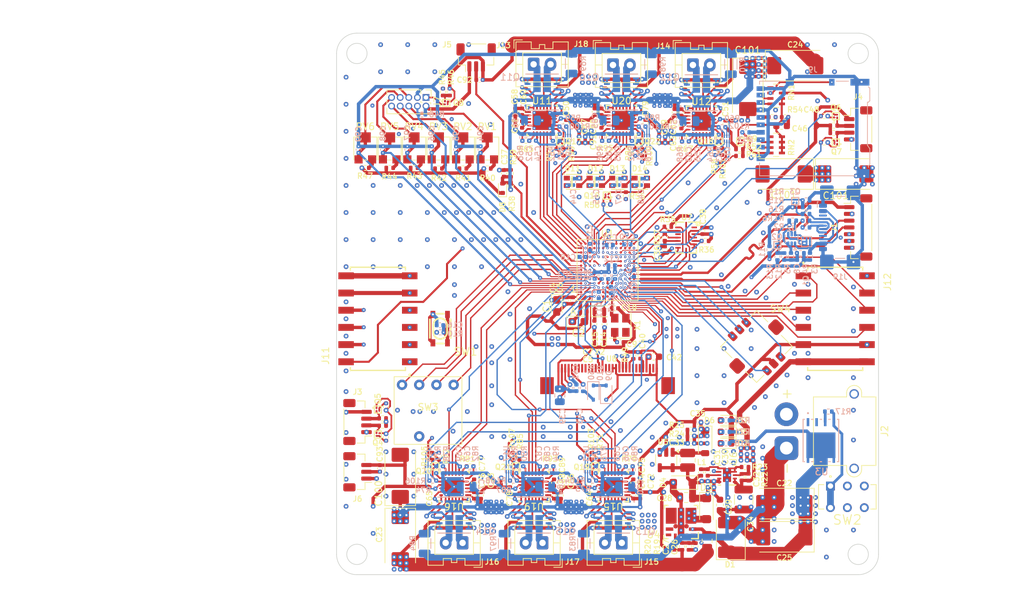
<source format=kicad_pcb>
(kicad_pcb (version 20240108) (generator "pcbnew") (generator_version "8.0")
  (layers (0 "F.Cu" signal) (1 "In1.Cu" power) (2 "In2.Cu" power) (3 "In3.Cu" signal) (4 "In4.Cu" signal) (31 "B.Cu" signal) (34 "B.Paste" user) (35 "F.Paste" user) (36 "B.SilkS" user "B.Silkscreen") (37 "F.SilkS" user "F.Silkscreen") (38 "B.Mask" user) (39 "F.Mask" user) (44 "Edge.Cuts" user))
  (net 0 "")
  (net 1 "GND")
  (net 2 "+3V3")
  (net 3 "/MCU/USB0_VBUS")
  (net 4 "/MCU/EXTAL")
  (net 5 "Net-(U1A-VCL)")
  (net 6 "/MCU/xcout")
  (net 7 "/MCU/xcin")
  (net 8 "/MCU/Reset")
  (net 9 "+BATT")
  (net 10 "+5V")
  (net 11 "Net-(U4-FB)")
  (net 12 "Net-(U6-NR_SS)")
  (net 13 "Net-(U6-FB)")
  (net 14 "+13V")
  (net 15 "Net-(U5-FB)")
  (net 16 "Net-(U8-VDD)")
  (net 17 "Net-(U8-VCOMH)")
  (net 18 "Net-(J9-VDD)")
  (net 19 "Net-(U11-AVDD)")
  (net 20 "Net-(U12-AVDD)")
  (net 21 "Net-(U11-DVDD)")
  (net 22 "Net-(U12-DVDD)")
  (net 23 "Net-(U11-VCP)")
  (net 24 "Net-(U11-CPL)")
  (net 25 "Net-(U11-CPH)")
  (net 26 "Net-(U12-VCP)")
  (net 27 "Net-(U12-CPL)")
  (net 28 "Net-(U12-CPH)")
  (net 29 "Net-(U15-AVDD)")
  (net 30 "Net-(U16-AVDD)")
  (net 31 "Net-(U15-DVDD)")
  (net 32 "Net-(U16-DVDD)")
  (net 33 "Net-(U15-VCP)")
  (net 34 "Net-(U15-CPL)")
  (net 35 "Net-(U15-CPH)")
  (net 36 "Net-(U16-VCP)")
  (net 37 "Net-(U16-CPH)")
  (net 38 "Net-(U16-CPL)")
  (net 39 "Net-(U19-AVDD)")
  (net 40 "Net-(U20-AVDD)")
  (net 41 "Net-(U19-DVDD)")
  (net 42 "Net-(U20-DVDD)")
  (net 43 "Net-(U19-VCP)")
  (net 44 "Net-(U19-CPH)")
  (net 45 "Net-(U19-CPL)")
  (net 46 "Net-(U20-VCP)")
  (net 47 "Net-(U20-CPL)")
  (net 48 "Net-(U20-CPH)")
  (net 49 "Net-(D2-A)")
  (net 50 "Net-(D3-A)")
  (net 51 "Net-(D5-A)")
  (net 52 "Net-(D6-A)")
  (net 53 "Net-(D7-A)")
  (net 54 "Net-(D10-K)")
  (net 55 "Net-(D10-A)")
  (net 56 "Net-(D11-DIN)")
  (net 58 "Net-(D12-DIN)")
  (net 59 "Net-(D13-DIN)")
  (net 60 "Net-(D14-DIN)")
  (net 61 "/MCU/RXD1")
  (net 62 "/MCU/TXD1")
  (net 63 "Net-(J2-Pin_2)")
  (net 64 "Net-(J3-Pin_2)")
  (net 65 "Net-(J3-Pin_3)")
  (net 66 "Net-(J4-Pin_3)")
  (net 67 "Net-(J4-Pin_2)")
  (net 68 "/MCU/AN107")
  (net 69 "/MCU/AN005")
  (net 70 "/MCU/AN003")
  (net 71 "Net-(J7-Pin_1)")
  (net 72 "/MCU/AN007")
  (net 73 "/MCU/AN004")
  (net 74 "/MCU/AN006")
  (net 75 "/MCU/SDHI_CD")
  (net 76 "/MCU/SDHI_D2")
  (net 77 "Net-(J9-CLK)")
  (net 78 "/MCU/SDHI_D1")
  (net 79 "/MCU/SDHI_D0")
  (net 80 "Net-(J9-CMD)")
  (net 81 "/MCU/SDHI_D3")
  (net 82 "/MCU/PB2")
  (net 83 "/MCU/PB4")
  (net 84 "/MCU/PA7")
  (net 85 "/MCU/P15")
  (net 86 "/MCU/P14")
  (net 87 "/MCU/P13")
  (net 88 "/MCU/P54")
  (net 89 "/MCU/Pj5")
  (net 90 "/MCU/P56")
  (net 91 "/MCU/P12")
  (net 92 "/MCU/P53")
  (net 93 "/MCU/P86")
  (net 94 "/MCU/P23")
  (net 95 "Net-(J13-Pin_2)")
  (net 96 "Net-(J13-Pin_1)")
  (net 97 "Net-(J14-Pin_2)")
  (net 98 "Net-(J14-Pin_1)")
  (net 99 "Net-(J15-Pin_1)")
  (net 100 "Net-(J15-Pin_2)")
  (net 101 "Net-(J16-Pin_2)")
  (net 102 "Net-(J16-Pin_1)")
  (net 103 "Net-(J17-Pin_1)")
  (net 104 "Net-(J17-Pin_2)")
  (net 105 "Net-(J18-Pin_1)")
  (net 106 "Net-(J18-Pin_2)")
  (net 107 "CC")
  (net 108 "Net-(Q1-G)")
  (net 109 "Net-(Q2-G)")
  (net 110 "/MCU/MD")
  (net 111 "/MCU/UB")
  (net 112 "Net-(Q3-G)")
  (net 113 "/MCU/MTLCKC")
  (net 114 "/MCU/MTLCKD")
  (net 115 "/MCU/MTLCKA")
  (net 116 "/MCU/MTLCKB")
  (net 117 "Net-(Q8-G)")
  (net 118 "Net-(Q9-G)")
  (net 119 "/MCU/TIOCA5")
  (net 120 "Net-(Q11-G2)")
  (net 121 "Net-(U11-SP)")
  (net 122 "Net-(Q11-G3)")
  (net 123 "Net-(Q11-G4)")
  (net 124 "Net-(Q11-G1)")
  (net 125 "Net-(U12-SP)")
  (net 126 "Net-(Q12-G2)")
  (net 127 "Net-(Q12-G1)")
  (net 128 "Net-(Q12-G3)")
  (net 129 "Net-(Q12-G4)")
  (net 130 "Net-(U15-SP)")
  (net 131 "Net-(Q13-G4)")
  (net 132 "Net-(Q13-G3)")
  (net 133 "Net-(Q13-G2)")
  (net 134 "Net-(Q13-G1)")
  (net 135 "Net-(U16-SP)")
  (net 136 "Net-(Q14-G2)")
  (net 137 "Net-(Q14-G4)")
  (net 138 "Net-(Q14-G1)")
  (net 139 "Net-(Q14-G3)")
  (net 140 "Net-(Q15-G4)")
  (net 141 "Net-(U19-SP)")
  (net 142 "Net-(Q15-G3)")
  (net 143 "Net-(Q15-G2)")
  (net 144 "Net-(Q15-G1)")
  (net 145 "Net-(Q16-G1)")
  (net 146 "Net-(U20-SP)")
  (net 147 "Net-(Q16-G4)")
  (net 148 "Net-(Q16-G3)")
  (net 149 "Net-(Q16-G2)")
  (net 150 "/MCU/USB0_D-")
  (net 151 "/MCU/USB0_D+")
  (net 152 "Net-(U2-B1)")
  (net 153 "Net-(U1A-EMLE)")
  (net 154 "Net-(U1A-BSCANP)")
  (net 155 "Net-(U1A-P35)")
  (net 156 "/MCU/PC5")
  (net 157 "/MCU/IRQ14")
  (net 158 "Net-(R40-Pad2)")
  (net 159 "Net-(R41-Pad2)")
  (net 160 "Net-(R42-Pad2)")
  (net 161 "Net-(R43-Pad2)")
  (net 162 "Net-(R44-Pad2)")
  (net 163 "/MCU/MTIOC7C")
  (net 164 "Net-(R47-Pad2)")
  (net 165 "Net-(U8-IREF)")
  (net 166 "Net-(U8-VSL)")
  (net 167 "/MCU/P74")
  (net 168 "/MCU/SDHI_CMD")
  (net 169 "/MCU/SDHI_CLK")
  (net 170 "Net-(Q17-S)")
  (net 171 "Net-(U11-PH_IN1)")
  (net 172 "Net-(U10-Y0)")
  (net 173 "Net-(U11-SLEEP_N)")
  (net 174 "Net-(U11-IDRIVE)")
  (net 175 "Net-(U12-SLEEP_N)")
  (net 176 "Net-(U12-IDRIVE)")
  (net 177 "Net-(U11-VREF)")
  (net 178 "Net-(U12-VREF)")
  (net 179 "Net-(Q17-D)")
  (net 180 "/MCU/PB3")
  (net 181 "Net-(U13-Y0)")
  (net 182 "Net-(U14-Y0)")
  (net 183 "Net-(U15-SLEEP_N)")
  (net 184 "Net-(U15-IDRIVE)")
  (net 185 "Net-(U16-SLEEP_N)")
  (net 186 "Net-(U16-IDRIVE)")
  (net 187 "Net-(U15-VREF)")
  (net 188 "Net-(U16-VREF)")
  (net 189 "Net-(Q18-S)")
  (net 190 "Net-(Q18-D)")
  (net 191 "Net-(U17-Y0)")
  (net 192 "Net-(U18-Y0)")
  (net 193 "Net-(U19-SLEEP_N)")
  (net 194 "Net-(U19-IDRIVE)")
  (net 195 "Net-(U20-SLEEP_N)")
  (net 196 "Net-(U20-IDRIVE)")
  (net 197 "Net-(U19-VREF)")
  (net 198 "Net-(U20-VREF)")
  (net 201 "/MCU/P73")
  (net 202 "/MCU/PB7")
  (net 203 "/MCU/P24")
  (net 204 "/MCU/MTIOC3C")
  (net 205 "/MCU/PE1")
  (net 206 "/MCU/P03")
  (net 207 "/MCU/MTIOC4C")
  (net 208 "/MCU/MTIOC3A")
  (net 209 "/MCU/P64")
  (net 210 "/MCU/P40")
  (net 211 "/SCK")
  (net 212 "/MCU/AN001")
  (net 213 "/MCU/P33")
  (net 214 "/MCU/P07")
  (net 215 "/MCU/MTIOC4A")
  (net 216 "/MCU/P05")
  (net 217 "/MCU/MTIOC0C")
  (net 218 "/MCU/P66")
  (net 219 "/MCU/P60")
  (net 220 "/MCU/MTIOC0A")
  (net 221 "/MCU/AN002")
  (net 222 "/MCU/IRQ10")
  (net 223 "/MCU/P61")
  (net 224 "/MISO")
  (net 225 "/MOSI")
  (net 226 "/MCU/P27")
  (net 227 "/MCU/P25")
  (net 228 "/MCU/PE2(INT)")
  (net 229 "/MCU/P80(RTS)")
  (net 252 "Net-(J19-D+-PadA6)")
  (net 253 "Net-(J19-D--PadA7)")
  (net 254 "Net-(Q1-D)")
  (net 255 "Net-(U3-G)")
  (net 258 "/MCU/P83(CTS)")
  (net 259 "/MCU/P91")
  (net 260 "/MCU/P92")
  (net 261 "/MCU/PC6(RXD)")
  (net 262 "Net-(Q19-D)")
  (net 263 "Net-(Q19-S)")
  (net 264 "/MCU/P82(TXD)")
  (net 265 "Net-(Q20-S)")
  (net 266 "Net-(Q20-D)")
  (net 267 "/MCU/P17(CS)")
  (net 268 "/MCU/P87(RESET)")
  (net 269 "Net-(Q21-D)")
  (net 270 "Net-(Q21-S)")
  (net 271 "Net-(Q22-S)")
  (net 272 "Net-(Q22-D)")
  (net 273 "/MCU/P20(MOSI)")
  (net 274 "/MCU/PF5")
  (net 275 "/MCU/P21(MISO)")
  (net 276 "/MCU/P22(SCK)")
  (net 277 "/MCU/P31(INT)")
  (net 278 "/MCU/P93")
  (net 279 "/MCU/AN110")
  (net 280 "/MCU/PE7")
  (net 281 "/MCU/P63")
  (net 282 "/MCU/AN109")
  (net 283 "/MCU/AN106")
  (net 284 "/MCU/AN111")
  (net 293 "/MCU/P90")
  (net 294 "/MCU/AN105")
  (net 295 "/MCU/AN103")
  (net 296 "/MCU/AN101")
  (net 297 "/MCU/AN100")
  (net 298 "/MCU/P62")
  (net 299 "/MCU/PE3")
  (net 300 "/MCU/PE4")
  (net 301 "/MCU/PE6")
  (net 304 "/MCU/PE0")
  (net 306 "/MCU/PB0")
  (footprint "Resistor_SMD:R_0402_1005Metric" (layer "F.Cu") (at 143.00875 78)
    (property "Reference" "R95")
    (property "Value" "2.2k")
  )
  (footprint "Connector_JST:JST_XA_B02B-XASK-1_1x02_P2.50mm_Vertical" (layer "F.Cu") (at 132.39375 66.7)
    (property "Reference" "J13")
    (property "Value" "motor1")
  )
  (footprint "Capacitor_SMD:C_0402_1005Metric" (layer "F.Cu") (at 154.20875 75.7 -90)
    (property "Reference" "C63")
    (property "Value" "0.1u")
  )
  (footprint "robot_contest:Pmod_2x06_P2.54mm" (layer "F.Cu") (at 109.40875 104.3 90)
    (property "Reference" "J11")
    (property "Value" "Pmod12P_UART")
  )
  (footprint "Capacitor_SMD:C_0402_1005Metric" (layer "F.Cu") (at 160.70875 75.5 -90)
    (property "Reference" "C51")
    (property "Value" "0.1u")
  )
  (footprint "robot_contest:Pmod_2x06_P2.54mm" (layer "F.Cu") (at 176.90875 104.3 -90)
    (property "Reference" "J12")
    (property "Value" "Pmod12P_SPI")
  )
  (footprint "Capacitor_SMD:C_0402_1005Metric" (layer "F.Cu") (at 142.40875 75.6 -90)
    (property "Reference" "C91")
    (property "Value" "0.1u")
  )
  (footprint "Resistor_SMD:R_0402_1005Metric" (layer "F.Cu") (at 118.4 124.59 -90)
    (property "Reference" "R72")
    (property "Value" "1k")
  )
  (footprint "Resistor_SMD:R_0402_1005Metric" (layer "F.Cu") (at 152.20875 90.7 180)
    (property "Reference" "R35")
    (property "Value" "4.7k")
  )
  (footprint "robot_contest:SW_EG1271" (layer "F.Cu") (at 178.70875 130.6)
    (property "Reference" "SW2")
    (property "Value" "EG1271")
  )
  (footprint "Resistor_SMD:R_0402_1005Metric" (layer "F.Cu") (at 162.77875 80.24 180)
    (property "Reference" "R51")
    (property "Value" "330")
  )
  (footprint "Resistor_SMD:R_0402_1005Metric" (layer "F.Cu") (at 114.75375 82)
    (property "Reference" "R43")
    (property "Value" "6.2k")
  )
  (footprint "Capacitor_SMD:C_0402_1005Metric" (layer "F.Cu") (at 124.40875 69 180)
    (property "Reference" "C92")
    (property "Value" "1000p")
  )
  (footprint "robot_contest:DMN1054UCB4" (layer "F.Cu") (at 109.40875 121.4 180)
    (property "Reference" "Q4")
    (property "Value" "DMN1054UCB4" (hide yes))
  )
  (footprint "Resistor_SMD:R_0402_1005Metric" (layer "F.Cu") (at 119.00875 70.8 -90)
    (property "Reference" "R45")
    (property "Value" "330")
  )
  (footprint "Capacitor_SMD:C_0603_1608Metric" (layer "F.Cu") (at 150.13375 109.9 180)
    (property "Reference" "C42")
    (property "Value" "10u")
  )
  (footprint "Capacitor_SMD:C_0402_1005Metric" (layer "F.Cu") (at 128.00875 82.81 -90)
    (property "Reference" "C37")
    (property "Value" "0.1u")
  )
  (footprint "Resistor_SMD:R_0402_1005Metric" (layer "F.Cu") (at 176.69375 76.85 180)
    (property "Reference" "R32" (hide yes))
    (property "Value" "4.7k")
  )
  (footprint "robot_contest:DRV8701" (layer "F.Cu") (at 145.35875 75)
    (property "Reference" "U20")
    (property "Value" "DRV8701")
  )
  (footprint "Resistor_SMD:R_0402_1005Metric" (layer "F.Cu") (at 107.55375 82)
    (property "Reference" "R47")
    (property "Value" "6.2k")
  )
  (footprint "robot_contest:SKRPABE010" (layer "F.Cu") (at 118.60375 105.75 90)
    (property "Reference" "SW1")
    (property "Value" "SW_Push" (hide yes))
  )
  (footprint "Resistor_SMD:R_0402_1005Metric" (layer "F.Cu") (at 118.35375 82.1)
    (property "Reference" "R42")
    (property "Value" "6.2k")
  )
  (footprint "robot_contest:DMN1054UCB4" (layer "F.Cu") (at 117.90875 126.1 -90)
    (property "Reference" "Q20")
    (property "Value" "DMN1054UCB4" (hide yes))
  )
  (footprint "Capacitor_SMD:C_0402_1005Metric" (layer "F.Cu") (at 148.15875 109.7 -90)
    (property "Reference" "C40")
    (property "Value" "1u")
  )
  (footprint "Resistor_SMD:R_0402_1005Metric" (layer "F.Cu") (at 143.20875 87.4)
    (property "Reference" "R56")
    (property "Value" "4.7k")
  )
  (footprint "robot_contest:TPSM84209RKHT" (layer "F.Cu") (at 154.158751 134.319999 180)
    (property "Reference" "U4")
    (property "Value" "TPSM84209RKHT")
  )
  (footprint "Capacitor_SMD:C_0805_2012Metric" (layer "F.Cu") (at 158.00875 137.1 90)
    (property "Reference" "C26")
    (property "Value" "10u")
  )
  (footprint "robot_contest:DMN1054UCB4" (layer "F.Cu") (at 159.70875 78.1 90)
    (property "Reference" "Q18")
    (property "Value" "DMN1054UCB4" (hide yes))
  )
  (footprint "Capacitor_SMD:C_0402_1005Metric" (layer "F.Cu") (at 138.20875 101.6 90)
    (property "Reference" "C6")
    (property "Value" "0.01u")
  )
  (footprint "LED_SMD:LED_0603_1608Metric" (layer "F.Cu") (at 160.8 122.7 180)
    (property "Reference" "D2")
    (property "Value" "Red")
  )
  (footprint "Resistor_SMD:R_0402_1005Metric" (layer "F.Cu") (at 157.71875 92.8)
    (property "Reference" "R36")
    (property "Value" "4.7k")
  )
  (footprint "Capacitor_SMD:C_0402_1005Metric" (layer "F.Cu") (at 137.20875 75.42 -90)
    (property "Reference" "C50")
    (property "Value" "0.1u")
  )
  (footprint "Resistor_SMD:R_0402_1005Metric" (layer "F.Cu") (at 129.00875 82.81 -90)
    (property "Reference" "R39")
    (property "Value" "12k")
  )
  (footprint "robot_contest:DRV8701" (layer "F.Cu") (at 157.15875 75.1)
    (property "Reference" "U12")
    (property "Value" "DRV8701")
  )
  (footprint "robot_contest:SKRHAAE010" (layer "F.Cu") (at 165.40875 108.3)
    (property "Reference" "SW4")
    (property "Value" "SKRHAAE010")
  )
  (footprint "Connector_JST:JST_SH_BM04B-SRSS-TB_1x04-1MP_P1.00mm_Vertical" (layer "F.Cu") (at 180.3 76.3 -90)
    (property "Reference" "J4")
    (property "Value" "SH_01x04")
  )
  (footprint "Crystal:Crystal_SMD_2012-2Pin_2.0x1.2mm" (layer "F.Cu") (at 142.10875 103.2)
    (property "Reference" "X2")
    (property "Value" "X1A0000610006")
  )
  (footprint "robot_contest:WS2812C-2020" (layer "F.Cu") (at 148.20875 84.066776)
    (property "Reference" "D14")
    (property "Value" "WS2812C" (hide yes))
  )
  (footprint "robot_contest:ST-32EA" (layer "F.Cu") (at 107.55375 79.15)
    (property "Reference" "RV6")
    (property "Value" "POT")
  )
  (footprint "Resistor_SMD:R_0402_1005Metric" (layer "F.Cu") (at 141 124.6 90)
    (property "Reference" "R103")
    (property "Value" "47k")
  )
  (footprint "Capacitor_Tantalum_SMD:CP_EIA-7343-31_Kemet-D" (layer "F.Cu") (at 171.00875 66.9)
    (property "Reference" "C24")
    (property "Value" "150u")
  )
  (footprint "Resistor_SMD:R_0402_1005Metric" (layer "F.Cu") (at 155.61375 120.7 180)
    (property "Reference" "R25")
    (property "Value" "13.3k")
  )
  (footprint "Capacitor_SMD:C_0402_1005Metric" (layer "F.Cu") (at 135.40875 130.4 90)
    (property "Reference" "C88")
    (property "Value" "1u")
  )
  (footprint "Capacitor_Tantalum_SMD:CP_EIA-2012-12_Kemet-R" (layer "F.Cu") (at 139 104.7)
    (property "Reference" "C2")
    (property "Value" "10u")
  )
  (footprint "Resistor_SMD:R_0402_1005Metric" (layer "F.Cu") (at 142 124.6 -90)
    (property "Reference" "R71")
    (property "Value" "1k")
  )
  (footprint "Resistor_SMD:R_0402_1005Metric" (layer "F.Cu") (at 129.3 124.6 90)
    (property "Reference" "R107")
    (property "Value" "47k")
  )
  (footprint "Resistor_SMD:R_0402_1005Metric" (layer "F.Cu") (at 135.8 79.7 90)
    (property "Reference" "R57")
    (property "Value" "1k")
  )
  (footprint "robot_contest:DMN1054UCB4" (layer "F.Cu") (at 129.80875 126.1 -90)
    (property "Reference" "Q21")
    (property "Value" "DMN1054UCB4" (hide yes))
  )
  (footprint "Resistor_SMD:R_0402_1005Metric" (layer "F.Cu") (at 162.77875 79.24 180)
    (property "Reference" "R52")
    (property "Value" "47k")
  )
  (footprint "robot_contest:ST-32EA" (layer "F.Cu") (at 125.55375 79.15)
    (property "Reference" "RV1")
    (property "Value" "POT")
  )
  (footprint "Capacitor_SMD:C_0402_1005Metric" (layer "F.Cu") (at 123.60875 130.4 90)
    (property "Reference" "C76")
    (property "Value" "1u")
  )
  (footprint "Capacitor_SMD:C_0402_1005Metric" (layer "F.Cu") (at 144.38875 102.75 180)
    (property "Reference" "C10")
    (property "Value" "15p")
  )
  (footprint "Resistor_SMD:R_0402_1005Metric" (layer "F.Cu") (at 151.75875 92.25 -90)
    (property "Reference" "R37")
    (property "Value" "4.7k")
  )
  (footprint "Capacitor_SMD:C_0402_1005Metric" (layer "F.Cu") (at 169.5 74.5)
    (property "Reference" "C48")
    (property "Value" "0.1u")
  )
  (footprint "Resistor_SMD:R_0402_1005Metric" (layer "F.Cu") (at 176.69375 75.75 180)
    (property "Reference" "R34" (hide yes))
    (property "Value" "4.7k")
  )
  (footprint "Resistor_SMD:R_0402_1005Metric" (layer "F.Cu") (at 163.6 126.2)
    (property "Reference" "R23")
    (property "Value" "1.15k")
  )
  (footprint "robot_contest:DMN1054UCB4" (layer "F.Cu") (at 162.90875 78.11 180)
    (property "Reference" "Q9")
    (property "Value" "DMP1100UCB4-7" (hide yes))
  )
  (footprint "robot_contest:WS2812C-2020" (layer "F.Cu") (at 141.57075 84.061776)
    (property "Reference" "D12")
    (property "Value" "WS2812C" (hide yes))
  )
  (footprint "Resistor_SMD:R_0402_1005Metric" (layer "F.Cu") (at 175.30375 74.35)
    (property "Reference" "R29" (hide yes))
    (property "Value" "4.7k")
  )
  (footprint "Resistor_SMD:R_0402_1005Metric" (layer "F.Cu") (at 175.30375 78.25)
    (property "Reference" "R30" (hide yes))
    (property "Value" "4.7k")
  )
  (footprint "Capacitor_SMD:C_0402_1005Metric" (layer "F.Cu") (at 145.18875 107.75)
    (property "Reference" "C9")
    (property "Value" "0.01u")
  )
  (footprint "Capacitor_SMD:C_0402_1005Metric" (layer "F.Cu") (at 130.69375 73.7 -90)
    (property "Reference" "C60")
    (property "Value" "1u")
  )
  (footprint "Capacitor_SMD:C_0402_1005Metric" (layer "F.Cu") (at 130.69375 75.6 -90)
    (property "Reference" "C61")
    (property "Value" "0.1u")
  )
  (footprint "Capacitor_SMD:C_0402_1005Metric" (layer "F.Cu") (at 135.40875 128.5 90)
    (property "Reference" "C89")
    (property "Value" "0.1u")
  )
  (footprint "Capacitor_Tantalum_SMD:CP_EIA-7343-31_Kemet-D" (layer "F.Cu") (at 169.3 82.9 180)
    (property "Reference" "C101")
    (property "Value" "150u")
  )
  (footprint "Capacitor_SMD:C_0402_1005Metric" (layer "F.Cu") (at 129.69375 73.7 -90)
    (property "Reference" "C58")
    (property "Value" "0.1u")
  )
  (footprint "Capacitor_SMD:C_0402_1005Metric" (layer "F.Cu") (at 158.096251 127.000003 -90)
    (property "Reference" "C30")
    (property "Value" "100n")
  )
  (footprint "Capacitor_SMD:C_0402_1005Metric" (layer "F.Cu") (at 123.60875 128.5 90)
    (property "Reference" "C77")
    (property "Value" "0.1u")
  )
  (footprint "Capacitor_SMD:C_0402_1005Metric" (layer "F.Cu") (at 151.75875 94.1 -90)
    (property "Reference" "C36")
    (property "Value" "0.1u")
  )
  (footprint "Diode_SMD:D_SOD-123" (layer "F.Cu") (at 157.71375 122.5 -90)
    (property "Reference" "D6")
    (property "Value" "MBR0520")
  )
  (footprint "Resistor_SMD:R_0402_1005Metric" (layer "F.Cu") (at 110.60875 117.3 -90)
    (property "Reference" "R28" (hide yes))
    (property "Value" "4.7k")
  )
  (footprint "Resistor_SMD:R_0402_1005Metric" (layer "F.Cu") (at 164.1 127.7 -90)
    (property "Reference" "R22")
    (property "Value" "3.57k")
  )
  (footprint "Connector_JST:JST_XA_B02B-XASK-1_1x02_P2.50mm_Vertical" (layer "F.Cu") (at 133.70875 137.4 180)
    (property "Reference" "J17")
    (property "Value" "motor1")
  )
  (footprint "robot_contest:ST-32EA" (layer "F.Cu") (at 111.15375 79.15)
    (property "Reference" "RV5")
    (property "Value" "POT")
  )
  (footprint "Connector_JST:JST_SH_BM03B-SRSS-TB_1x03-1MP_P1.00mm_Vertical" (layer "F.Cu") (at 106.4 126.9 90)
    (property "Reference" "J6")
    (property "Value" "SH_01x03")
  )
  (footprint "robot_contest:DMN1054UCB4" (layer "F.Cu") (at 143.20875 86.1 90)
    (property "Reference" "Q10")
    (property "Value" "DMN1054UCB4" (hide yes))
  )
  (footprint "Resistor_SMD:R_0402_1005Metric" (layer "F.Cu") (at 125.55375 82.1)
    (property "Reference" "R40")
    (property "Value" "6.2k")
  )
  (footprint "Oscillator:Oscillator_SMD_Abracon_ASE-4Pin_3.2x2.5mm" (layer "F.Cu") (at 145.18875 105.25 90)
    (property "Reference" "X1")
    (property "Value" "OT322516MJBA4SL")
  )
  (footprint "Connector_JST:JST_XA_B02B-XASK-1_1x02_P2.50mm_Vertical" (layer "F.Cu") (at 155.90875 66.8)
    (property "Reference" "J14")
    (property "Value" "motor1")
  )
  (footprint "Diode_SMD:D_2114_3652Metric" (layer "F.Cu") (at 161.5 136.6 90)
    (property "Reference" "D1")
    (property "Value" "1SMB5931BT3G")
  )
  (footprint "Resistor_SMD:R_0402_1005Metric" (layer "F.Cu") (at 120.00875 70.8 -90)
    (property "Reference" "R46")
    (property "Value" "4.7k")
  )
  (footprint "Diode_SMD:D_SOD-523" (layer "F.Cu") (at 127.80875 85.01 90)
    (property "Reference" "D8")
    (property "Value" "BAT30KFILM")
  )
  (footprint "Capacitor_SMD:C_0402_1005Metric" (layer "F.Cu") (at 156.30875 137.92 -90)
    (property "Reference" "C27")
    (property "Value" "330p")
  )
  (footprint "robot_contest:DMN1054UCB4" (layer "F.Cu") (at 147.90875 78.1 90)
    (property "Reference" "Q22")
    (property "Value" "DMN1054UCB4" (hide yes))
  )
  (footprint "Capacitor_SMD:C_0402_1005Metric" (layer "F.Cu") (at 147.10875 128.5 90)
    (property "Reference" "C75")
    (property "Value" "0.1u")
  )
  (footprint "Capacitor_SMD:C_0402_1005Metric" (layer "F.Cu") (at 109.7 126.4 -90)
    (property "Reference" "C93")
    (property "Value" "1000p")
  )
  (footprint "Capacitor_SMD:C_0402_1005Metric" (layer "F.Cu") (at 153.20875 73.8 -90)
    (property "Reference" "C59")
    (property "Value" "0.1u")
  )
  (footprint "Connector_JST:JST_SH_BM04B-SRSS-TB_1x04-1MP_P1.00mm_Vertical" (layer "F.Cu") (at 106.4 119.545 90)
    (property "Reference" "J3")
    (property "Value" "SH_01x04")
  )
  (footprint "Resistor_SMD:R_0402_1005Metric" (layer "F.Cu") (at 154.30875 137.92 90)
    (property "Reference" "R20")
    (property "Value" "1.37k")
  )
  (footprint "Capacitor_Tantalum_SMD:CP_EIA-7343-31_Kemet-D" (layer "F.Cu") (at 169.4 136.5 180)
    (property "Reference" "C25")
    (property "Value" "150u")
  )
  (footprint "robot_contest:DRV8701" (layer "F.Cu") (at 132.45875 129.1 180)
    (property "Reference" "U19")
    (property "Value" "DRV8701")
  )
  (footprint "Capacitor_SMD:C_0402_1005Metric" (layer "F.Cu") (at 157.10875 127 -90)
    (property "Reference" "C31")
    (property "Value" "2.2u")
  )
  (footprint "Resistor_SMD:R_Array_Concave_4x0603" (layer "F.Cu") (at 168.19875 78.6)
    (property "Reference" "RN2")
    (property "Value" "22k")
  )
  (footprint "Capacitor_SMD:C_0402_1005Metric" (layer "F.Cu") (at 157.30875 91.3 90)
    (property "Reference" "C38")
    (property "Value" "0.1u")
  )
  (footprint "Package_TO_SOT_SMD:SOT-23-5" (layer "F.Cu") (at 151.96875 125.1625 -90)
    (property "Reference" "U5")
    (property "Value" "LM2733YMF")
  )
  (footprint "Capacitor_SMD:C_0402_1005Metric" (layer "F.Cu") (at 139.75875 103.25 180)
    (property "Reference" "C5")
    (property "Value" "0.1u")
  )
  (footprint "Resistor_SMD:R_0402_1005Metric" (layer "F.Cu") (at 117.4 124.59 90)
    (property "Reference" "R105")
    (property "Value" "47k")
  )
  (footprint "Resistor_SMD:R_0402_1005Metric" (layer "F.Cu") (at 167.60875 74.5)
    (property "Reference" "R54")
    (property "Value" "22")
  )
  (footprint "robot_contest:WS2812C-2020" (layer "F.Cu") (at 138.20875 84.066776)
    (property "Reference" "D11")
    (property "Value" "WS2812C" (hide yes))
  )
  (footprint "Resistor_SMD:R_0402_1005Metric" (layer "F.Cu") (at 155.30875 137.92 -90)
    (property "Reference" "R19")
    (property "Value" "10k")
  )
  (footprint "Capacitor_SMD:C_0402_1005Metric" (layer "F.Cu") (at 155.61375 122.7)
    (property "Reference" "C33")
    (property "Value" "160p")
  )
  (footprint "robot_contest:DMN1054UCB4" (layer "F.Cu") (at 119.50875 72.4 -90)
    (property "Reference" "Q8")
    (property "Value" "DMN1054UCB4" (hide yes))
  )
  (footprint "Resistor_SMD:R_0402_1005Metric" (layer "F.Cu") (at 129.00875 84.71 -90)
    (property "Reference" "R38")
    (property "Value" "62k")
  )
  (footprint "robot_contest:DMN1054UCB4" (layer "F.Cu") (at 109.40875 117.7 -90)
    (property "Reference" "Q5")
    (property "Value" "DMN1054UCB4" (hide yes))
  )
  (footprint "robot_contest:DRV8701" (layer "F.Cu") (at 144.15875 129.100001 180)
    (property "Reference" "U15")
    (property "Value" "DRV8701")
  )
  (footprint "Capacitor_SMD:C_0402_1005Metric" (layer "F.Cu") (at 139.75875 102.25 180)
    (property "Reference" "C7")
    (property "Value" "0.01u")
  )
  (footprint "Resistor_SMD:R_0402_1005Metric" (layer "F.Cu") (at 155.61375 121.7)
    (property "Reference" "R24")
    (property "Value" "127k")
  )
  (footprint "Inductor_SMD:L_1008_2520Metric" (layer "F.Cu") (at 155.13375 125.2 90)
    (property "Reference" "L1")
    (property "Value" "10uH")
  )
  (footprint "robot_contest:DMN1054UCB4" (layer "F.Cu") (at 136.30875 78.1 90)
    (property "Reference" "Q17")
    (property "Value" "DMN1054UCB4" (hide yes))
  )
  (footprint "Resistor_SMD:R_0402_1005Metric" (layer "F.Cu") (at 131.24375 78)
    (property "Reference" "R65")
    (property "Value" "2.2k")
  )
  (footprint "Connector_JST:JST_SH_BM07B-SRSS-TB_1x07-1MP_P1.00mm_Vertical" (layer "F.Cu") (at 180.3 90.8 -90)
    (property "Reference" "J1")
    (property "Value" "SH_01x07")
  )
  (footprint "robot_contest:DRV8701" (layer "F.Cu") (at 120.65875 129.100001 180)
    (property "Reference" "U16")
    (property "Value" "DRV8701")
  )
  (footprint "Resistor_SMD:R_0402_1005Metric" (layer "F.Cu") (at 110.1 120.1)
    (property "Reference" "R33" (hide yes))
    (property "Value" "4.7k")
  )
  (footprint "Capacitor_SMD:C_0402_1005Metric" (layer "F.Cu") (at 128.90875 128.7 90)
    (property "Reference" "C78")
    (property "Value" "0.1u")
  )
  (footprint "Capacitor_Tantalum_SMD:CP_EIA-7343-31_Kemet-D" (layer "F.Cu") (at 112.70875 127.5 90)
    (property "Reference" "C100")
    (property "Value" "150u")
  )
  (footprint "Capacitor_SMD:C_0402_1005Metric" (layer "F.Cu") (at 137.20875 101.6 90)
    (property "Reference" "C4")
    (property "Value" "0.1u")
  )
  (footprint "robot_contest:WS2812C-2020" (layer "F.Cu") (at 144.90875 84.066776)
    (property "Reference" "D13")
    (property "Value" "WS2812C" (hide yes))
  )
  (footprint "Capacitor_SMD:C_0402_1005Metric" (layer "F.Cu") (at 141.35875 105.08 -90)
    (property "Reference" "C15")
    (property "Value" "12p")
  )
  (footprint "Capacitor_SMD:C_0402_1005Metric" (layer "F.Cu") (at 154.20875 73.8 -90)
    (property "Reference" "C62")
    (property "Value" "1u")
  )
  (footprint "Capacitor_Tantalum_SMD:CP_EIA-7343-31_Kemet-D" (layer "F.Cu") (at 169.4 131.6 180)
    (property "Reference" "C22")
    (property "Value" "150u")
  )
  (footprint "Capacitor_SMD:C_0402_1005Metric" (layer "F.Cu") (at 147.10875 130.38 90)
    (property "Reference" "C74")
    (property "Value" "1u")
  )
  (footprint "Capacitor_SMD:C_0402_1005Metric" (layer "F.Cu") (at 140.60875 128.7 90)
    (property "Reference" "C64")
    (property "Value" "0.1u")
  )
  (footprint "Capacitor_SMD:C_0402_1005Metric" (layer "F.Cu") (at 141.40875 73.7 -90)
    (property "Reference" "C87")
    (property "Value" "0.1u")
  )
  (footprint "robot_contest:SSD1351" (layer "F.Cu") (at 143.30875 111.6)
    (property "Reference" "U8")
    (property "Value" "SSD1351")
  )
  (footprint "Capacitor_SMD:C_1210_3225Metric" (layer "F.Cu") (at 163.4 131 90)
    (property "Reference" "C34")
    (property "Value" "22u")
  )
  (footprint "robot_contest:BMI088" (layer "F.Cu") (at 154.90875 92.298 180)
    (property "Reference" "U7")
    (property "Value" "BMI088" (hide yes))
  )
  (footprint "Capacitor_SMD:C_0402_1005Metric" (layer "F.Cu") (at 117.00875 128.7 90)
    (property "Reference" "C65")
    (property "Value" "0.1u")
  )
  (footprint "Capacitor_SMD:C_0402_1005Metric" (layer "F.Cu") (at 136.40875 130.4 90)
    (property "Reference" "C86")
    (property "Value" "0.1u")
  )
  (footprint "Resistor_SMD:R_0402_1005Metric" (layer "F.Cu") (at 111.15375 82)
    (property "Reference" "R44")
    (property "Value" "6.2k")
  )
  (footprint "Connector_JST:JST_SH_BM03B-SRSS-TB_1x03-1MP_P1.00mm_Vertical" (layer "F.Cu") (at 123.90875 65.7)
    (property "Reference" "J5")
    (property "Value" "SH_01x03")
  )
  (footprint "Capacitor_SMD:C_0402_1005Metric" (layer "F.Cu") (at 142.85875 105.1 -90)
    (property "Reference" "C14")
    (property "Value" "12p")
  )
  (footprint "Resistor_SMD:R_0402_1005Metric" (layer "F.Cu") (at 160.2 79.6 -90)
    (property "Reference" "R101")
    (property "Value" "47k")
  )
  (footprint "Capacitor_SMD:C_0402_1005Metric" (layer "F.Cu") (at 163.1 127.7 -90)
    (property "Reference" "C32")
    (property "Value" "10n")
  )
  (footprint "robot_contest:AMASS_XT30PW-M_1x02_P2.50mm_Horizontal" (layer "F.Cu") (at 169.70875 123.4 -90)
    (property "Reference" "J2")
    (property "Value" "XT30")
  )
  (footprint "Resistor_SMD:R_Array_Concave_4x0603" (layer "F.Cu") (at 168.19875 71.345)
    (property "Reference" "RN1")
    (property "Value" "22k")
  )
  (footprint "Connector_JST:JST_XA_B02B-XASK-1_1x02_P2.50mm_Vertical" (layer "F.Cu") (at 121.90875 137.4 180)
    (property "Reference" "J16")
    (property "Value" "motor1")
  )
  (footprint "Capacitor_Tantalum_SMD:CP_EIA-7343-31_Kemet-D" (layer "F.Cu") (at 164.00875 70.2 -90)
    (property "Reference" "C101")
    (property "Value" "150u")
  )
  (footprint "Resistor_SMD:R_0402_1005Metric" (layer "F.Cu") (at 110.60875 121.8 90)
    (property "Reference" "R27" (hide yes))
    (property "Value" "4.7k")
  )
  (footprint "Capacitor_Tantalum_SMD:CP_EIA-2012-12_Kemet-R" (layer "F.Cu") (at 135.8 102.4 -90)
    (property "Reference" "C1")
    (property "Value" "10u")
  )
  (footprint "robot_contest:D_SOD-123W" (layer "F.Cu") (at 157.9 132.35 -90)
    (property "Reference" "D3")
    (property "Value" "D_Schottky")
  )
  (footprint "Resistor_SMD:R_0402_1005Metric" (layer "F.Cu") (at 147.10875 109.7 -90)
    (property "Reference" "R49")
    (property "Value" "560k")
  )
  (footprint "robot_contest:ST-32EA" (layer "F.Cu") (at 114.75375 79.15)
    (property "Reference" "RV4")
    (property "Value" "POT")
  )
  (footprint "Capacitor_SMD:C_0402_1005Metric" (layer "F.Cu") (at 124.60875 130.4 90)
    (property "Reference" "C73")
    (property "Value" "0.1u")
  )
  (footprint "Capacitor_SMD:C_0402_1005Metric" (layer "F.Cu") (at 148.90875 75.4 -90)
    (property "Reference" "C79")
    (property "Value" "0.1u")
  )
  (footprint "Resistor_SMD:R_0402_1005Metric" (layer "F.Cu") (at 123.00875 126.1 180)
    (property "Reference" "R81")
    (property "Value" "2.2k")
  )
  (footprint "Resistor_SMD:R_0402_1005Metric" (layer "F.Cu") (at 146.50875 126.1 180)
    (property "Reference" "R79")
    (property "Value" "2.2k")
  )
  (footprint "robot_contest:ST-32EA" (layer "F.Cu") (at 118.35375 79.15)
    (property "Reference" "RV3")
    (property "Value" "POT")
  )
  (footprint "Resistor_SMD:R_0402_1005Metric" (layer "F.Cu") (at 146.00875 86.1 -90)
    (property "Reference" "R55")
    (property "Value" "4.7k")
  )
  (footprint "LED_SMD:LED_0603_1608Metric" (layer "F.Cu") (at 160.8 121 180)
    (property "Reference" "D5")
    (property "Value" "Yellow")
  )
  (footprint "Resistor_SMD:R_0402_1005Metric" (layer "F.Cu") (at 148.4 79.7 -90)
    (property "Reference" "R109")
    (property "Value" "47k")
  )
  (footprint "Connector_JST:JST_XA_B02B-XASK-1_1x02_P2.50mm_Vertical" (layer "F.Cu") (at 144.10875 66.8)
    (property "Reference" "J18")
    (property "Value" "motor1")
  )
  (footprint "Capacitor_SMD:C_0402_1005Metric" (layer "F.Cu") (at 148.10875 130.38 90)
    (property "Reference" "C72")
    (property "Value" "0.1u")
  )
  (footprint "Resistor_SMD:R_0402_1005Metric" (layer "F.Cu") (at 147.4 79.7 90)
    (property "Reference" "R86")
    (property "Value" "1k")
  )
  (footprint "Resistor_SMD:R_0402_1005Metric" (layer "F.Cu") (at 121.95375 82.1)
    (property "Reference" "R41")
    (property "Value" "6.2k")
  )
  (footprint "Capacitor_SMD:C_0603_1608Metric" (layer "F.Cu") (at 159.9 131.8 90)
    (property "Reference" "C29")
    (property "Value" "10u")
  )
  (footprint "Resistor_SMD:R_0402_1005Metric" (layer "F.Cu") (at 154.79875 78.1)
    (property "Reference" "R67")
    (property "Value" "2.2k")
  )
  (footprint "Resistor_SMD:R_0402_1005Metric" (layer "F.Cu") (at 134.80875 126.1 180)
    (property "Reference" "R93")
    (property "Value" "2.2k")
  )
  (footprint "robot_contest:DMN1054UCB4" (layer "F.Cu") (at 141.50875 126.1 -90)
    (property "Reference" "Q19")
    (property "Value" "DMN1054UCB4" (hide yes))
  )
  (footprint "robot_contest:ST-32EA" (layer "F.Cu") (at 121.95375 79.15)
    (property "Reference" "RV2")
    (property "Value" "POT")
  )
  (footprint "robot_contest:DMN1054UCB4" (layer "F.Cu") (at 177.00375 78.25 90)
    (property "Reference" "Q7")
    (property "Value" "DMN1054UCB4" (hide yes))
  )
  (footprint "robot_contest:TPS7A9201DSKT" (layer "F.Cu") (at 160.946251 127.4 180)
    (property "Reference" "U6")
    (property "Value" "TPS7A9201DSKR")
  )
  (footprint "Resistor_SMD:R_0402_1005Metric" (layer "F.Cu") (at 130.3 124.6 -90)
    (property "Reference" "R85")
    (property "Value" "1k")
  )
  (footprint "Capacitor_SMD:C_0603_1608Metric" (layer "F.Cu") (at 169 75.8)
    (property "Reference" "C46")
    (property "Value" "10u")
  )
  (footprint "Resistor_SMD:R_0402_1005Metric" (layer "F.Cu") (at 159.2 79.6 90)
    (property "Reference" "R58")
    (property "Value" "1k")
  )
  (footprint "robot_contest:DRV8701" (layer "F.Cu") (at 133.643751 75)
    (property "Reference" "U11")
    (property "Value" "DRV8701")
  )
  (footprint "Capacitor_Tantalum_SMD:CP_EIA-7343-31_Kemet-D" (layer "F.Cu") (at 178.4 82.9)
    (property "Reference" "C101")
    (property "Value" "150u")
  )
  (footprint "robot_contest:FR01FR16P-S" (layer "F.Cu") (at 116.80875 117.85)
    (property "Reference" "SW3")
    (property "Value" "FR01FR16P-S")
  )
  (footprint "Capacitor_SMD:C_0402_1005Metric" (layer "F.Cu") (at 142.40875 73.7 -90)
    (property "Reference" "C90")
    (property "Value" "1u")
  )
  (footprint "Capacitor_SMD:C_0805_2012Metric" (layer "F.Cu") (at 154.90875 130.7)
    (property "Reference" "C28")
    (property "Value" "47u")
  )
  (footprint "LED_SMD:LED_0603_1608Metric" (layer "F.Cu") (at 160.8 119.3 180)
    (property "Reference" "D7")
    (property "Value" "Green")
  )
  (footprint "robot_contest:FTSH-105-01-F-D-K" (layer "F.Cu") (at 116.50875 71.6 -90)
    (property "Reference" "J7")
    (property "Value" "Conn_02x05")
  )
  (footprint "Capacitor_SMD:C_0402_1005Metric" (layer "F.Cu") (at 156.61875 119.5)
    (property "Reference" "C35")
    (property "Value" "4.7u")
  )
  (footprint "Resistor_SMD:R_0402_1005Metric" (layer "F.Cu") (at 136.8 79.7 -90)
    (property "Reference" "R99")
    (property "Value" "47k")
  )
  (footprint "Connector_JST:JST_XA_B02B-XASK-1_1x02_P2.50mm_Vertical" (layer "F.Cu") (at 145.40875 137.4 180)
    (property "Reference" "J15")
    (property "Value" "motor1")
  )
  (footprint "Diode_SMD:D_SOD-123F" (layer "F.Cu") (at 154.40875 128.5 180)
    (property "Reference" "D4")
    (property "Value" "KDZVTR6.2B")
  )
  (footprint "Resistor_SMD:R_0402_1005Metric" (layer "F.Cu") (at 110.1 119)
    (property "Reference" "R31" (hide yes))
    (property "Value" "4.7k")
  )
  (footprint "robot_contest:DMN1054UCB4" (layer "F.Cu") (at 177.00375 74.35)
    (property "Reference" "Q6")
    (property "Value" "DMN1054UCB4" (hide yes))
  )
  (footprint "Capacitor_Tantalum_SMD:CP_EIA-7343-31_Kemet-D" (layer "F.Cu") (at 112.70875 136.7 -90)
    (property "Reference" "C23")
    (property "Value" "150u")
  )
  (footprint "robot_contest:R5F5671EHGLE-20" (layer "F.Cu") (at 143.30875 97.1)
    (property "Reference" "U1")
    (property "Value" "R5F5671EHGLE")
  )
  (footprint "Resistor_SMD:R_0402_1005Metric" (layer "B.Cu") (at 167.20875 94.09 90)
    (property "Reference" "R11")
    (property "Value" "4.7k")
  )
  (footprint "Diode_SMD:D_SOD-323" (layer "B.Cu") (at 143.10875 115.2 90)
    (property "Reference" "D9")
    (property "Value" "1N4148WS")
  )
  (footprint "Resistor_SMD:R_0402_1005Metric" (layer "B.Cu") (at 163.70875 76.75 180)
    (property "Reference" "R53")
    (property "Value" "22")
  )
  (footprint "Capacitor_SMD:C_0402_1005Metric" (layer "B.Cu") (at 148.20875 84.066776 90)
    (property "Reference" "C49")
    (property "Value" "0.1u")
  )
  (footprint "Capacitor_SMD:C_0402_1005Metric" (layer "B.Cu") (at 139.6 95.15)
    (property "Reference" "C18")
    (property "Value" "0.1u")
  )
  (footprint "Resistor_SMD:R_0402_1005Metric" (layer "B.Cu") (at 117.50875 128.2 180)
    (property "Reference" "R106")
    (property "Value" "47k")
  )
  (footprint "robot_contest:V-DFN5045-12_DIO" (layer "B.Cu") (at 133.64375 70.8)
    (property "Reference" "Q11")
    (property "Value" "DMHT6016LFJ")
  )
  (footprint "Capacitor_SMD:C_0402_1005Metric" (layer "B.Cu") (at 144.90875 84.066776 90)
    (property "Reference" "C47")
    (property "Value" "0.1u")
  )
  (footprint "Capacitor_SMD:C_0402_1005Metric" (layer "B.Cu") (at 156.30875 77.6 90)
    (property "Reference" "C55")
    (property "Value" "1u")
  )
  (footprint "Capacitor_SMD:C_0402_1005Metric" (layer "B.Cu") (at 113.75375 79.3 -90)
    (property "Reference" "C97")
    (property "Value" "1000p")
  )
  (footprint "Resistor_SMD:R_0402_1005Metric" (layer "B.Cu") (at 169.38375 95.096776 90)
    (property "Reference" "R12")
    (property "Value" "47k")
  )
  (footprint "Capacitor_SMD:C_0402_1005Metric" (layer "B.Cu") (at 146.225 93.3 180)
    (property "Reference" "C20")
    (property "Value" "0.1u")
  )
  (footprint "Resistor_SMD:R_0402_1005Metric" (layer "B.Cu") (at 148.41875 75.9)
    (property "Reference" "R110")
    (property "Value" "47k")
  )
  (footprint "Resistor_SMD:R_0402_1005Metric" (layer "B.Cu") (at 147.90875 77.5 -90)
    (property "Reference" "R91")
    (property "Value" "10k")
  )
  (footprint "Resistor_SMD:R_0402_1005Metric" (layer "B.Cu") (at 141.55875 126.6 90)
    (property "Reference" "R75")
    (property "Value" "10k")
  )
  (footprint "Resistor_SMD:R_1206_3216Metric" (layer "B.Cu") (at 161.50875 66.7 -90)
    (property "Reference" "R70")
    (property "Value" "50m")
  )
  (footprint "Capacitor_SMD:C_0402_1005Metric" (layer "B.Cu") (at 124.55375 79.3 -90)
    (property "Reference" "C94")
    (property "Value" "1000p")
  )
  (footprint "Capacitor_SMD:C_0805_2012Metric" (layer "B.Cu") (at 155.40875 75.1)
    (property "Reference" "C57")
    (property "Value" "10u")
  )
  (footprint "Resistor_SMD:R_0402_1005Metric" (layer "B.Cu") (at 147.00875 126.6 90)
    (property "Reference" "R80")
    (property "Value" "4.7k")
  )
  (footprint "Connector_USB:USB_C_Receptacle_GCT_USB4110" (layer "B.Cu") (at 178.78375 90.79 -90)
    (property "Reference" "J19")
    (property "Value" "USB_C_Receptacle_USB2.0_14P")
  )
  (footprint "Resistor_SMD:R_0402_1005Metric" (layer "B.Cu") (at 123.50875 126.6 90)
    (property "Reference" "R82")
    (property "Value" "4.7k")
  )
  (footprint "Resistor_SMD:R_0402_1005Metric" (layer "B.Cu") (at 119.00875 126.6 90)
    (property "Reference" "R78")
    (property "Value" "200k")
  )
  (footprint "Resistor_SMD:R_0402_1005Metric" (layer "B.Cu") (at 141.10875 128.2 180)
    (property "Reference" "R104")
    (property "Value" "47k")
  )
  (footprint "Resistor_SMD:R_0402_1005Metric" (layer "B.Cu") (at 170.64375 89.8)
    (property "Reference" "R6")
    (property "Value" "12.1k")
  )
  (footprint "Resistor_SMD:R_0402_1005Metric" (layer "B.Cu") (at 136.70875 75.9)
    (property "Reference" "R100")
    (property "Value" "47k")
  )
  (footprint "robot_contest:DMN1054UCB4" (layer "B.Cu") (at 168.38375 93.406776 180)
    (property "Reference" "Q2")
    (property "Value" "DMN1054UCB4" (hide yes))
  )
  (footprint "Resistor_SMD:R_0402_1005Metric" (layer "B.Cu") (at 159.70875 77.6 -90)
    (property "Reference" "R63")
    (property "Value" "10k")
  )
  (footprint "Resistor_SMD:R_0402_1005Metric" (layer "B.Cu") (at 118.4 129.4 180)
    (property "Reference" "R74")
    (property "Value" "10k")
  )
  (footprint "Resistor_SMD:R_0402_1005Metric" (layer "B.Cu") (at 135.30875 126.6 90)
    (property "Reference" "R94")
    (property "Value" "4.7k")
  )
  (footprint "Capacitor_SMD:C_0402_1005Metric" (layer "B.Cu") (at 110.15375 79.3 -90)
    (property "Reference" "C98")
    (property "Value" "1000p")
  )
  (footprint "Resistor_SMD:R_0402_1005Metric" (layer "B.Cu") (at 129.40875 128.2 180)
    (property "Reference" "R108")
    (property "Value" "47k")
  )
  (footprint "Capacitor_SMD:C_0402_1005Metric" (layer "B.Cu") (at 120.95375 79.3 -90)
    (property "Reference" "C95")
    (property "Value" "1000p")
  )
  (footprint "Resistor_SMD:R_0402_1005Metric" (layer "B.Cu") (at 173.18375 95.09 -90)
    (property "Reference" "R3")
    (property "Value" "15k")
  )
  (footprint "Diode_SMD:D_SOD-323" (layer "B.Cu") (at 141.20875 115.2 -90)
    (property "Reference" "D10")
    (property "Value" "1N4148WS")
  )
  (footprint "Capacitor_SMD:C_0402_1005Metric" (layer "B.Cu") (at 122.50875 126.6 -90)
    (property "Reference" "C67")
    (property "Value" "1u")
  )
  (footprint "Capacitor_SMD:C_0805_2012Metric" (layer "B.Cu") (at 136.25875 115.6 -90)
    (property "Reference" "C39")
    (property "Value" "10u")
  )
  (footprint "Capacitor_SMD:C_0402_1005Metric" (layer "B.Cu") (at 145.00875 126.6 -90)
    (property "Reference" "C68")
    (property "Value" "1u")
  )
  (footprint "Capacitor_SMD:C_0402_1005Metric" (layer "B.Cu") (at 138.20875 84.066776 90)
    (property "Reference" "C44")
    (property "Value" "0.1u")
  )
  (footprint "Capacitor_SMD:C_0402_1005Metric" (layer "B.Cu") (at 134.30875 126.6 -90)
    (property "Reference" "C80")
    (property "Value" "1u")
  )
  (footprint "Resistor_SMD:R_0402_1005Metric" (layer "B.Cu") (at 129.85875 126.6 90)
    (property "Reference" "R89")
    (property "Value" "10k")
  )
  (footprint "Capacitor_SMD:C_0402_1005Metric" (layer "B.Cu") (at 155.30875 77.6 90)
    (property "Reference" "C53")
    (property "Value" "1u")
  )
  (footprint "robot_contest:V-DFN5045-12_DIO" (layer "B.Cu") (at 145.35875 70.8)
    (property "Reference" "Q16")
    (property "Value" "DMHT6016LFJ")
  )
  (footprint "robot_contest:SN74LVC1G18DSFR" (layer "B.Cu") (at 149.10875 77.6 90)
    (property "Reference" "U18")
    (property "Value" "SN74LVC1G18DSFR")
  )
  (footprint "Resistor_SMD:R_0402_1005Metric" (layer "B.Cu") (at 130.74375 77.5 -90)
    (property "Reference" "R66")
    (property "Value" "4.7k")
  )
  (footprint "Capacitor_SMD:C_0402_1005Metric" (layer "B.Cu") (at 106.55375 79.3 -90)
    (property "Reference" "C99")
    (property "Value" "1000p")
  )
  (footprint "Resistor_SMD:R_0402_1005Metric" (layer "B.Cu") (at 147.6 74.7)
    (property "Reference" "R88")
    (property "Value" "10k")
  )
  (footprint "Resistor_SMD:R_0402_1005Metric" (layer "B.Cu") (at 135.9 74.7)
    (property "Reference" "R59")
    (property "Value" "10k")
  )
  (footprint "Resistor_SMD:R_0402_1005Metric" (layer "B.Cu") (at 139.70875 114.5 90)
    (property "Reference" "R50")
    (property "Value" "50")
  )
  (footprint "Capacitor_SMD:C_0402_1005Metric" (layer "B.Cu") (at 121.50875 126.6 -90)
    (property "Reference" "C69")
    (property "Value" "1u")
  )
  (footprint "Resistor_SMD:R_1206_3216Metric" (layer "B.Cu") (at 139.80875 137.5 90)
    (property "Reference" "R83")
    (property "Value" "50m")
  )
  (footprint "Resistor_SMD:R_0402_1005Metric" (layer "B.Cu") (at 142.50875 77.5 -90)
    (property "Reference" "R96")
    (property "Value" "4.7k")
  )
  (footprint "robot_contest:V-DFN5045-12_DIO" (layer "B.Cu") (at 132.45875 133.3 180)
    (property "Reference" "Q15")
    (property "Value" "DMHT6016LFJ")
  )
  (footprint "robot_contest:DMP1011UCB9-7" (layer "B.Cu") (at 172.68375 92.89 -90)
    (property "Reference" "Q1")
    (property "Value" "DMP1011UCB9-7")
  )
  (footprint "Capacitor_SMD:C_0402_1005Metric" (layer "B.Cu") (at 171.78375 95.59)
    (property "Reference" "C8")
    (property "Value" "1u")
  )
  (footprint "Resistor_SMD:R_0402_1005Metric" (layer "B.Cu") (at 143.40875 97.9 90)
    (property "Reference" "R8")
    (property "Value" "10k")
  )
  (footprint "Capacitor_SMD:C_0805_2012Metric" (layer "B.Cu") (at 143.60875 75)
    (property "Reference" "C85")
    (property "Value" "10u")
  )
  (footprint "robot_contest:IRFH7084TRPBF_INF" (layer "B.Cu") (at 174.8 122.2794 -90)
    (property "Reference" "U3")
    (property "Value" "HSBA3119")
  )
  (footprint "Connector_Card:microSD_HC_Hirose_DM3AT-SF-PEJM5" (layer "B.Cu") (at 173.63375 76.17 -90)
    (property "Reference" "J9")
    (property "Value" "Micro_SD_Card_Det_Hirose_DM3AT")
  )
  (footprint "Resistor_SMD:R_0402_1005Metric" (layer "B.Cu") (at 136.24375 77.5 -90)
    (property "Reference" "R61")
    (property "Value" "10k")
  )
  (footprint "Resistor_SMD:R_0402_1005Metric" (layer "B.Cu") (at 171.78375 94.59)
    (property "Reference" "R4")
    (property "Value" "30k")
  )
  (footprint "Resistor_SMD:R_0402_1005Metric" (layer "B.Cu") (at 175.9 118 180)
    (property "Reference" "R17")
    (property "Value" "47k")
  )
  (footprint "Resistor_SMD:R_0402_1005Metric" (layer "B.Cu") (at 160.8 122.7)
    (property "Reference" "R18")
    (property "Value" "30k")
  )
  (footprint "Resistor_SMD:R_0402_1005Metric" (layer "B.Cu") (at 142.55875 126.6 90)
    (property "Reference" "R76")
    (property "Value" "200k")
  )
  (footprint "Capacitor_SMD:C_0402_1005Metric" (layer "B.Cu") (at 144.50875 77.5 90)
    (property "Reference" "C83")
    (property "Value" "1u")
  )
  (footprint "Capacitor_SMD:C_0402_1005Metric" (layer "B.Cu") (at 143.625 93.4 180)
    (property "Reference" "C21")
    (property "Value" "0.1u")
  )
  (footprint "robot_contest:SN74LVC1G18DSFR" (layer "B.Cu") (at 128.70875 126.5 -90)
    (property "Reference" "U17")
    (property "Value" "SN74LVC1G18DSFR")
  )
  (footprint "Resistor_SMD:R_0402_1005Metric" (layer "B.Cu") (at 172.60875 89.8 180)
    (property "Reference" "R1")
    (property "Value" "27")
  )
  (footprint "Resistor_SMD:R_0402_1005Metric" (layer "B.Cu") (at 146.90875 77.5 -90)
    (property "Reference" "R92")
    (property "Value" "200k")
  )
  (footprint "Capacitor_SMD:C_0402_1005Metric" (layer "B.Cu") (at 141.60875 84.066776 90)
    (property "Reference" "C45")
    (property "Value" "0.1u")
  )
  (footprint "Capacitor_SMD:C_0402_1005Metric" (layer "B.Cu") (at 132.74375 77.5 90)
    (property "Reference" "C54")
    (property "Value" "1u")
  )
  (footprint "Resistor_SMD:R_0402_1005Metric" (layer "B.Cu") (at 159.4 74.8)
    (property "Reference" "R60")
    (property "Value" "10k")
  )
  (footprint "Resistor_SMD:R_0402_1005Metric" (layer "B.Cu") (at 168.38375 95.096776 -90)
    (property "Reference" "R13")
    (property "Value" "330")
  )
  (footprint "Capacitor_SMD:C_0402_1005Metric" (layer "B.Cu") (at 146.00875 126.6 -90)
    (property "Reference" "C66")
    (property "Value" "1u")
  )
  (footprint "Capacitor_SMD:C_0402_1005Metric" (layer "B.Cu") (at 143.50875 77.5 90)
    (property "Reference" "C81")
    (property "Value" "1u")
  )
  (footprint "Resistor_SMD:R_0402_1005Metric" (layer "B.Cu") (at 158.70875 77.6 -90)
    (property "Reference" "R64")
    (property "Value" "200k")
  )
  (footprint "Capacitor_SMD:C_0402_1005Metric" (layer "B.Cu") (at 141.40875 97.9 90)
    (property "Reference" "C3")
    (property "Value" "0.1u")
  )
  (footprint "Capacitor_SMD:C_0402_1005Metric" (layer "B.Cu") (at 118.57125 105.25)
    (property "Reference" "C16")
    (property "Value" "12p")
  )
  (footprint "Resistor_SMD:R_0402_1005Metric" (layer "B.Cu") (at 160.8 121)
    (property "Reference" "R21")
    (property "Value" "4.6k")
  )
  (footprint "Resistor_SMD:R_0402_1005Metric" (layer "B.Cu") (at 160.8 119.3)
    (property "Reference" "R26")
    (property "Value" "800")
  )
  (footprint "robot_contest:V-DFN5045-12_DIO" (layer "B.Cu") (at 144.16245 133.3 180)
    (property "Reference" "Q13")
    (property "Value" "DMHT6016LFJ")
  )
  (footprint "Package_TO_SOT_SMD:SOT-563" (layer "B.Cu") (at 170.48375 92.5 90)
    (property "Reference" "U2")
    (property "Value" "NSVT3906DXV6T1G")
  )
  (footprint "robot_contest:V-DFN5045-12_DIO" (layer "B.Cu") (at 157.15875 70.9)
    (property "Reference" "Q12")
    (property "Value" "DMHT6016LFJ")
  )
  (footprint "Capacitor_SMD:C_0402_1005Metric" (layer "B.Cu") (at 117.35375 79.3 -90)
    (property "Reference" "C96")
    (property "Value" "1000p")
  )
  (footprint "Resistor_SMD:R_0402_1005Metric" (layer "B.Cu") (at 115.90875 74.1 180)
    (property "Reference" "R48")
    (property "Value" "6.2k")
  )
  (footprint "Resistor_SMD:R_1206_3216Metric" (layer "B.Cu") (at 149.70875 66.7 -90)
    (property "Reference" "R98")
    (property "Value" "50m")
  )
  (footprint "Capacitor_SMD:C_0402_1005Metric" (layer "B.Cu") (at 143.90875 96.4 180)
    (property "Reference" "C12")
    (property "Value" "0.1u")
  )
  (footprint "Capacitor_SMD:C_0402_1005Metric" (layer "B.Cu") (at 143.80875 100.05 90)
    (property "Reference" "C13")
    (property "Value" "0.1u")
  )
  (footprint "Capacitor_SMD:C_0805_2012Metric" (layer "B.Cu") (at 131.99375 75)
    (property "Reference" "C56")
    (property "Value" "10u")
  )
  (footprint "Resistor_SMD:R_0402_1005Metric" (layer "B.Cu") (at 170.38375 95.09 90)
    (property "Reference" "R5")
    (property "Value" "12.1k")
  )
  (footprint "Resistor_SMD:R_0402_1005Metric" (layer "B.Cu") (at 130.85875 126.6 90)
    (property "Reference" "R90")
    (property "Value" "200k")
  )
  (footprint "Resistor_SMD:R_0402_1005Metric" (layer "B.Cu") (at 130.2 129.4 180)
    (property "Reference" "R87")
    (property "Value" "10k")
  )
  (footprint "Capacitor_SMD:C_0805_2012Metric" (layer "B.Cu") (at 134.10875 129.1 180)
    (property "Reference" "C84")
    (property "Value" "10u")
  )
  (footprint "robot_contest:DMN1054UCB4" (layer "B.Cu") (at 171.00875 86.906776 180)
    (property "Reference" "Q3")
    (property "Value" "DMN1054UCB4" (hide yes))
  )
  (footprint "Resistor_SMD:R_1206_3216Metric" (layer "B.Cu") (at 128.10875 137.5 90)
    (property "Reference" "R97")
    (property "Value" "50m")
  )
  (footprint "Capacitor_SMD:C_0402_1005Metric" (layer "B.Cu") (at 147.20875 97.6 90)
    (property "Reference" "C17")
    (property "Value" "0.1u")
  )
  (footprint "robot_contest:SN74LVC1G18DSFR" (layer "B.Cu") (at 160.90875 77.7 90)
    (property "Reference" "U10")
    (property "Value" "SN74LVC1G18DSFR")
  )
  (footprint "Capacitor_SMD:C_0402_1005Metric" (layer "B.Cu") (at 140.7 93.7 -90)
    (property "Reference" "C19")
    (property "Value" "0.1u")
  )
  (footprint "Capacitor_SMD:C_0402_1005Metric" (layer "B.Cu") (at 142.00875 100.8 -90)
    (property "Reference" "C11")
    (property "Value" "0.22u")
  )
  (footprint "Resistor_SMD:R_0402_1005Metric" (layer "B.Cu") (at 172.60875 90.8 180)
    (property "Reference" "R2")
    (property "Value" "27")
  )
  (footprint "Capacitor_SMD:C_0402_1005Metric" (layer "B.Cu") (at 131.74375 77.5 90)
    (property "Reference" "C52")
    (property "Value" "1u")
  )
  (footprint "robot_contest:SN74LVC1G18DSFR" (layer "B.Cu") (at 140.35875 126.5 -90)
    (property "Reference" "U13")
    (property "Value" "SN74LVC1G18DSFR")
  )
  (footprint "Resistor_SMD:R_0402_1005Metric" (layer "B.Cu") (at 172.61875 87.806776)
    (property "Reference" "R15")
    (property "Value" "47k")
  )
  (footprint "Resistor_SMD:R_0402_1005Metric" (layer "B.Cu") (at 135.24375 77.5 -90)
    (property "Reference" "R62")
    (property "Value" "200k")
  )
  (footprint "Resistor_SMD:R_1206_3216Metric" (layer "B.Cu") (at 137.99375 66.6 -90)
    (property "Reference" "R69")
    (property "Value" "50m")
  )
  (footprint "Resistor_SMD:R_0402_1005Metric" (layer "B.Cu") (at 154.30875 77.6 -90)
    (property "Reference" "R68")
    (property "Value" "4.7k")
  )
  (footprint "Resistor_SMD:R_0402_1005Metric" (layer "B.Cu") (at 118.00875 126.6 90)
    (property "Reference" "R77")
    (property "Value" "10k")
  )
  (footprint "Capacitor_SMD:C_0402_1005Metric" (layer "B.Cu") (at 133.30875 126.6 -90)
    (property "Reference" "C82")
    (property "Value" "1u")
  )
  (footprint "robot_contest:SN74LVC1G18DSFR" (layer "B.Cu") (at 137.44375 77.6 90)
    (property "Reference" "U9")
    (property "Value" "SN74LVC1G18DSFR")
  )
  (footprint "Resistor_SMD:R_0402_1005Metric" (layer "B.Cu") (at 160.20875 76)
    (property "Reference" "R102")
    (property "Value" "47k")
  )
  (footprint "Capacitor_SMD:C_0402_1005Metric" (layer "B.Cu") (at 138.70875 114.5 90)
    (property "Reference" "C43")
    (property "Value" "1u")
  )
  (footprint "robot_contest:V-DFN5045-12_DIO" (layer "B.Cu") (at 120.65875 133.3 180)
    (property "Reference" "Q14")
    (property "Value" "DMHT6016LFJ")
  )
  (footprint "Resistor_SMD:R_0402_1005Metric" (layer "B.Cu") (at 172.60875 88.806776)
    (property "Reference" "R16")
    (property "Value" "330")
  )
  (footprint "Resistor_SMD:R_0402_1005Metric" (layer "B.Cu") (at 144.40875 97.9 -90)
    (property "Reference" "R9")
    (property "Value" "10k")
  )
  (footprint "Resistor_SMD:R_1206_3216Metric" (layer "B.Cu") (at 116.30875 137.5 90)
    (property "Reference" "R84")
    (property "Value" "50m")
  )
  (footprint "Capacitor_SMD:C_0402_1005Metric" (layer "B.Cu") (at 137.75875 114.5 90)
    (property "Reference" "C41")
    (property "Value" "1u")
  )
  (footprint "Capacitor_SMD:C_0805_2012Metric" (layer "B.Cu") (at 145.90875 129.1 180)
    (property "Reference" "C70")
    (property "Value" "10u")
  )
  (footprint "robot_contest:SN74LVC1G18DSFR" (layer "B.Cu") (at 116.80875 126.5 -90)
    (property "Reference" "U14")
    (property "Value" "SN74LVC1G18DSFR")
  )
  (footprint "Resistor_SMD:R_0402_1005Metric" (layer "B.Cu") (at 172.61875 86.806776 180)
    (property "Reference" "R14")
    (property "Value" "4.7k")
  )
  (footprint "Resistor_SMD:R_0402_1005Metric" (layer "B.Cu") (at 118.6 106.3 180)
    (property "Reference" "R10")
    (property "Value" "10k")
  )
  (footprint "Capacitor_SMD:C_0805_2012Metric" (layer "B.Cu") (at 122.50875 129.1 180)
    (property "Reference" "C71")
    (property "Value" "10u")
  )
  (footprint "Resistor_SMD:R_0402_1005Metric" (layer "B.Cu") (at 141.9 129.3 180)
    (property "Reference" "R73")
    (property "Value" "10k")
  )
  (footprint "Resistor_SMD:R_0402_1005Metric" (layer "B.Cu") (at 142.40875 97.9 90)
    (property "Reference" "R7")
    (property "Value" "10k")
  )
  (gr_arc (start 180.30875 62.1) (mid 182.43007 62.97868) (end 183.30875 65.1) (stroke (width 0.1)) (layer "Edge.Cuts"))
  (gr_line (start 106.30875 62.1) (end 180.30875 62.1) (stroke (width 0.1)) (layer "Edge.Cuts"))
  (gr_arc (start 183.30875 139.1) (mid 182.43007 141.22132) (end 180.30875 142.1) (stroke (width 0.1)) (layer "Edge.Cuts"))
  (gr_circle (center 106.308751 65.100001) (end 107.80875 65.100001) (stroke (width 0.1)) (fill none) (layer "Edge.Cuts"))
  (gr_circle (center 180.308749 139.099999) (end 181.80875 139.099999) (stroke (width 0.1)) (fill none) (layer "Edge.Cuts"))
  (gr_line (start 180.30875 142.1) (end 106.30875 142.1) (stroke (width 0.1)) (layer "Edge.Cuts"))
  (gr_line (start 103.30875 139.1) (end 103.30875 65.1) (stroke (width 0.1)) (layer "Edge.Cuts"))
  (gr_arc (start 103.30875 65.1) (mid 104.18743 62.97868) (end 106.30875 62.1) (stroke (width 0.1)) (layer "Edge.Cuts"))
  (gr_circle (center 106.308751 139.099999) (end 107.80875 139.099999) (stroke (width 0.1)) (fill none) (layer "Edge.Cuts"))
  (gr_line (start 183.30875 65.1) (end 183.30875 139.1) (stroke (width 0.1)) (layer "Edge.Cuts"))
  (gr_arc (start 106.30875 142.1) (mid 104.18743 141.22132) (end 103.30875 139.1) (stroke (width 0.1)) (layer "Edge.Cuts"))
  (gr_circle (center 180.308749 65.100001) (end 181.80875 65.100001) (stroke (width 0.1)) (fill none) (layer "Edge.Cuts"))
  (segment (start 139.30875 129.18) (end 140.60875 129.18) (width 0.5) (layer "F.Cu") (net 1))
  (segment (start 141.35875 108.45) (end 141.30875 108.5) (width 0.5) (layer "F.Cu") (net 1))
  (segment (start 146.108751 74.250002) (end 145.358753 75) (width 0.25) (layer "F.Cu") (net 1))
  (segment (start 150.90875 76.5) (end 149.32875 74.92) (width 0.5) (layer "F.Cu") (net 1))
  (segment (start 146.01375 103.895) (end 146.01375 104.2) (width 0.5) (layer "F.Cu") (net 1))
  (segment (start 138.20875 102.08) (end 137.20875 102.08) (width 0.5) (layer "F.Cu") (net 1))
  (segment (start 108.70875 132) (end 108.70875 130.8) (width 0.5) (layer "F.Cu") (net 1))
  (segment (start 151.96875 124.025) (end 151.96875 121.24) (width 0.5) (layer "F.Cu") (net 1))
  (segment (start 140.23875 102.25) (end 140.23875 103.25) (width 0.5) (layer "F.Cu") (net 1))
  (segment (start 146.108751 71.699999) (end 148.00875 69.8) (width 0.25) (layer "F.Cu") (net 1))
  (segment (start 146.61375 107.7) (end 145.89375 107.7) (width 0.5) (layer "F.Cu") (net 1))
  (segment (start 134.358749 128.349999) (end 133.208748 128.349999) (width 0.25) (layer "F.Cu") (net 1))
  (segment (start 135.54375 74.75) (end 133.893754 74.75) (width 0.25) (layer "F.Cu") (net 1))
  (segment (start 143.408749 132.500001) (end 143.408749 131) (width 0.25) (layer "F.Cu") (net 1))
  (segment (start 112.70875 139.8125) (end 113.49625 140.6) (width 2) (layer "F.Cu") (net 1))
  (segment (start 156.82875 91.3) (end 157.30875 90.82) (width 0.25) (layer "F.Cu") (net 1))
  (segment (start 161.446247 126.900004) (end 160.946251 127.4) (width 0.25) (layer "F.Cu") (net 1))
  (segment (start 163.09 126.2) (end 162.296253 126.2) (width 0.3) (layer "F.Cu") (net 1))
  (segment (start 146.01375 104.2) (end 147.21375 105.4) (width 0.5) (layer "F.Cu") (net 1))
  (segment (start 170.92125 63.6) (end 173.42125 66.1) (width 2) (layer "F.Cu") (net 1))
  (segment (start 124.60875 129.92) (end 125.34875 129.18) (width 0.5) (layer "F.Cu") (net 1))
  (segment (start 129.20875 64) (end 129.60875 63.6) (width 2) (layer "F.Cu") (net 1))
  (segment (start 112.70875 139.8125) (end 112.70875 139.1125) (width 0.5) (layer "F.Cu") (net 1))
  (segment (start 132.208747 129.35) (end 132.458747 129.1) (width 0.25) (layer "F.Cu") (net 1))
  (segment (start 148.00875 69.8) (end 149.00875 69.8) (width 0.5) (layer "F.Cu") (net 1))
  (segment (start 150.90875 67.9) (end 150.90875 63.8) (width 0.5) (layer "F.Cu") (net 1))
  (segment (start 120.29875 70.29) (end 120.00875 70.29) (width 0.25) (layer "F.Cu") (net 1))
  (segment (start 148.37875 109) (end 150.00875 109) (width 0.3) (layer "F.Cu") (net 1))
  (segment (start 122.50875 65.7) (end 124.40875 65.7) (width 0.5) (layer "F.Cu") (net 1))
  (segment (start 131.5 107) (end 131.5 104.30875) (width 0.5) (layer "F.Cu") (net 1))
  (segment (start 157.908751 73.200001) (end 157.908751 74.350002) (width 0.25) (layer "F.Cu") (net 1))
  (segment (start 107.725 125.9) (end 109.68 125.9) (width 0.5) (layer "F.Cu") (net 1))
  (segment (start 142.85875 105.58) (end 142.85875 108.45) (width 0.5) (layer "F.Cu") (net 1))
  (segment (start 153.00875 128.5) (end 153.00875 129.75) (width 1) (layer "F.Cu") (net 1))
  (segment (start 161.196248 126.400002) (end 160.946251 126.649999) (width 0.25) (layer "F.Cu") (net 1))
  (segment (start 162.096251 126.900004) (end 161.446247 126.900004) (width 0.25) (layer "F.Cu") (net 1))
  (segment (start 150.00875 109) (end 150.90875 109.9) (width 0.3) (layer "F.Cu") (net 1))
  (segment (start 140.70875 101.3) (end 140.23875 101.77) (width 0.3) (layer "F.Cu") (net 1))
  (segment (start 140.64875 74.94) (end 141.40875 74.18) (width 0.5) (layer "F.Cu") (net 1))
  (segment (start 157.628751 117.7) (end 161 117.7) (width 0.5) (layer "F.Cu") (net 1))
  (segment (start 143.908747 129.350001) (end 144.158747 129.100001) (width 0.25) (layer "F.Cu") (net 1))
  (segment (start 156.10875 93.3) (end 155.63375 93.3) (width 0.25) (layer "F.Cu") (net 1))
  (segment (start 151.72 94.58) (end 151.75875 94.58) (width 0.5) (layer "F.Cu") (net 1))
  (segment (start 156.20875 140.6) (end 158.00875 138.8) (width 2) (layer "F.Cu") (net 1))
  (segment (start 124.90875 66.2) (end 124.90875 67.025) (width 0.5) (layer "F.Cu") (net 1))
  (segment (start 153.98375 130.7) (end 153.95875 130.7) (width 0.5) (layer "F.Cu") (net 1))
  (segment (start 136.05875 110.825) (end 136.43375 110.45) (width 0.3) (layer "F.Cu") (net 1))
  (segment (start 131.90875 103.9) (end 133.5 103.9) (width 0.5) (layer "F.Cu") (net 1))
  (segment (start 140.70875 101) (end 140.70875 101.3) (width 0.3) (layer "F.Cu") (net 1))
  (segment (start 142.258751 129.350001) (end 143.908747 129.350001) (width 0.25) (layer "F.Cu") (net 1))
  (segment (start 152.12875 94.58) (end 151.75875 94.58) (width 0.5) (layer "F.Cu") (net 1))
  (segment (start 140.80875 134.3) (end 139.60875 135.5) (width 0.5) (layer "F.Cu") (net 1))
  (segment (start 135.00875 104.28) (end 137.20875 102.08) (width 0.5) (layer "F.Cu") (net 1))
  (segment (start 144.05875 111.6) (end 144.55875 111.6) (width 0.3) (layer "F.Cu") (net 1))
  (segment (start 160.60875 69.9) (end 159.40875 69.9) (width 0.5) (layer "F.Cu") (net 1))
  (segment (start 141.35875 105.56) (end 141.35875 108.45) (width 0.5) (layer "F.Cu") (net 1))
  (segment (start 134.393752 74.250002) (end 133.643754 75) (width 0.25) (layer "F.Cu") (net 1))
  (segment (start 136.92875 129.18) (end 139.30875 129.18) (width 0.5) (layer "F.Cu") (net 1))
  (segment (start 137.20875 74.94) (end 140.64875 74.94) (width 0.5) (layer "F.Cu") (net 1))
  (segment (start 134.393752 73.100001) (end 134.393752 74.250002) (width 0.25) (layer "F.Cu") (net 1))
  (segment (start 128.303724 140.594974) (end 128.30875 140.6) (width 0.5) (layer "F.Cu") (net 1))
  (segment (start 145.56375 108.5) (end 145.66875 108.605) (width 0.5) (layer "F.Cu") (net 1))
  (segment (start 143.458751 75.750001) (end 144.608752 75.750001) (width 0.25) (layer "F.Cu") (net 1))
  (segment (start 161.5575 120.9875) (end 161.545 121) (width 0.8) (layer "F.Cu") (net 1))
  (segment (start 146.108751 73.100001) (end 146.108751 74.250002) (width 0.25) (layer "F.Cu") (net 1))
  (segment (start 159.9 132.8125) (end 161.5 134.4125) (width 0.8) (layer "F.Cu") (net 1))
  (segment (start 128.303724 135.005026) (end 128.303724 140.594974) (width 0.5) (layer "F.Cu") (net 1))
  (segment (start 144.78375 114.575) (end 143.10875 116.25) (width 0.3) (layer "F.Cu") (net 1))
  (segment (start 161.5 134.4125) (end 162.9 134.4125) (width 2) (layer "F.Cu") (net 1))
  (segment (start 129.69375 76.285) (end 129.70875 76.3) (width 0.5) (layer "F.Cu") (net 1))
  (segment (start 136.05875 114.45) (end 136.05875 111.6) (width 0.3) (layer "F.Cu") (net 1))
  (segment (start 161.60875 68.9) (end 160.60875 69.9) (width 0.5) (layer "F.Cu") (net 1))
  (segment (start 133.5 103.9) (end 134.2375 104.6375) (width 0.5) (layer "F.Cu") (net 1))
  (segment (start 157.10875 126.52) (end 158.096248 126.52) (width 0.5) (layer "F.Cu") (net 1))
  (segment (start 164.00875 75) (end 164.00875 73.3125) (width 0.5) (layer "F.Cu") (net 1))
  (segment (start 120.408747 129.350001) (end 120.658747 129.100001) (width 0.25) (layer "F.Cu") (net 1))
  (segment (start 154.158751 130.875001) (end 154.158751 132.55) (width 0.5) (layer "F.Cu") (net 1))
  (segment (start 143.408749 129.849999) (end 144.158747 129.100001) (width 0.25) (layer "F.Cu") (net 1))
  (segment (start 161.60875 63.8) (end 161.60875 68.9) (width 0.5) (layer "F.Cu") (net 1))
  (segment (start 160.70875 75.02) (end 162.18875 75.02) (width 0.5) (layer "F.Cu") (net 1))
  (segment (start 142.00875 101) (end 142.03875 101.03) (width 0.25) (layer "F.Cu") (net 1))
  (segment (start 132.6 108.1) (end 131.5 107) (width 0.5) (layer "F.Cu") (net 1))
  (segment (start 131.743752 75.750001) (end 132.893753 75.750001) (width 0.25) (layer "F.Cu") (net 1))
  (segment (start 135.00875 104.6375) (end 136.07125 105.7) (width 0.5) (layer "F.Cu") (net 1))
  (segment (start 109.7 125.92) (end 113.40875 125.92) (width 0.5) (layer "F.Cu") (net 1))
  (segment (start 131.708749 130.999999) (end 131.708749 129.849998) (width 0.25) (layer "F.Cu") (net 1))
  (segment (start 132.893753 75.750001) (end 133.643754 75) (width 0.25) (layer "F.Cu") (net 1))
  (segment (start 124.60875 129.92) (end 124.655596 129.92) (width 0.5) (layer "F.Cu") (net 1))
  (segment (start 157.408753 74.85) (end 157.158753 75.1) (width 0.25) (layer "F.Cu") (net 1))
  (segment (start 151.1 95.2) (end 151.72 94.58) (width 0.5) (layer "F.Cu") (net 1))
  (segment (start 117.10875 134.3) (end 118.30875 134.3) (width 0.5) (layer "F.Cu") (net 1))
  (segment (start 155.30875 92.975) (end 155.30875 91.983) (width 0.25) (layer "F.Cu") (net 1))
  (segment (start 147.21375 107.1) (end 146.61375 107.7) (width 0.5) (layer "F.Cu") (net 1))
  (segment (start 137.40875 69.9) (end 139.20875 68.1) (width 0.5) (layer "F.Cu") (net 1))
  (segment (start 131.708749 130.999999) (end 131.708749 132.400001) (width 0.25) (layer "F.Cu") (net 1))
  (segment (start 147.258749 74.75) (end 145.608753 74.75) (width 0.25) (layer "F.Cu") (net 1))
  (segment (start 167.90875 131.6) (end 167.00875 132.5) (width 3) (layer "F.Cu") (net 1))
  (segment (start 139.20875 68.1) (end 139.20875 63.8) (width 0.5) (layer "F.Cu") (net 1))
  (segment (start 124.40875 65.7) (end 124.90875 66.2) (width 0.5) (layer "F.Cu") (net 1))
  (segment (start 153.00875 129.75) (end 153.95875 130.7) (width 1) (layer "F.Cu") (net 1))
  (segment (start 113.40875 125.0875) (end 112.70875 124.3875) (width 0.5) (layer "F.Cu") (net 1))
  (segment (start 120.70875 70.7) (end 120.29875 70.29) (width 0.25) (layer "F.Cu") (net 1))
  (segment (start 133.893754 74.75) (end 133.643754 75) (width 0.25) (layer "F.Cu") (net 1))
  (segment (start 129.80875 134.3) (end 129.00875 134.3) (width 0.5) (layer "F.Cu") (net 1))
  (segment (start 119.70875 72.2) (end 120.20875 72.2) (width 0.25) (layer "F.Cu") (net 1))
  (segment (start 148.15875 109.22) (end 148.37875 109) (width 0.3) (layer "F.Cu") (net 1))
  (segment (start 141.60875 134.3) (end 143.408749 132.500001) (width 0.25) (layer "F.Cu") (net 1))
  (segment (start 112.70875 139.1125) (end 116.40875 135.4125) (width 0.5) (layer "F.Cu") (net 1))
  (segment (start 148.10875 129.9) (end 150.70875 129.9) (width 0.5) (layer "F.Cu") (net 1))
  (segment (start 156.10875 91.3) (end 156.82875 91.3) (width 0.25) (layer "F.Cu") (net 1))
  (segment (start 159.9 132.575) (end 159.9 132.8125) (width 0.8) (layer "F.Cu") (net 1))
  (segment (start 156.12375 119.515) (end 156.13875 119.5) (width 0.5) (layer "F.Cu") (net 1))
  (segment (start 158.10875 126.507504) (end 158.096251 126.520003) (width 0.5) (layer "F.Cu") (net 1))
  (segment (start 157.908751 71.399999) (end 157.908751 73.200001) (width 0.25) (layer "F.Cu") (net 1))
  (segment (start 141.30875 108.5) (end 142.80875 108.5) (width 0.5) (layer "F.Cu") (net 1))
  (segment (start 144.55875 111.6) (end 144.55875 112.375) (width 0.3) (layer "F.Cu") (net 1))
  (segment (start 127.60875 127.8) (end 127.60875 129.18) (width 0.5) (layer "F.Cu") (net 1))
  (segment (start 124.90875 67.025) (end 124.90875 68.98) (width 0.5) (layer "F.Cu") (net 1))
  (segment (start 120.00875 70.29) (end 120.00875 68.2) (width 0.5) (layer "F.Cu") (net 1))
  (segment (start 150.55875 111.6) (end 150.55875 116.35) (width 0.3) (layer "F.Cu") (net 1))
  (segment (start 119.908749 132.700001) (end 119.908749 131) (width 0.25) (layer "F.Cu") (net 1))
  (segment (start 162.096251 126.400002) (end 161.196248 126.400002) (width 0.25) (layer "F.Cu") (net 1))
  (segment (start 169.98 74.5) (end 169.98 75.595) (width 0.5) (layer "F.Cu") (net 1))
  (segment (start 144.55875 112.375) (end 144.78375 112.6) (width 0.3) (layer "F.Cu") (net 1))
  (segment (start 139.60875 135.5) (end 139.60875 140.6) (width 0.5) (layer "F.Cu") (net 1))
  (segment (start 155.63375 93.3) (end 155.30875 92.975) (width 0.25) (layer "F.Cu") (net 1))
  (segment (start 122.558749 128.35) (end 121.408748 128.35) (width 0.25) (layer "F.Cu") (net 1))
  (segment (start 158.416254 126.2) (end 158.096251 126.520003) (width 0.25) (layer "F.Cu") (net 1))
  (segment (start 150.55875 116.35) (end 153.70875 119.5) (width 0.3) (layer "F.Cu") (net 1))
  (segment (start 138.8875 105.7) (end 139.8875 104.7) (width 0.5) (layer "F.Cu") (net 1))
  (segment (start 155.30875 91.983) (end 155.30875 91.583) (width 0.25) (layer "F.Cu") (net 1))
  (segment (start 118.30875 134.3) (end 119.908749 132.700001) (width 0.25) (layer "F.Cu") (net 1))
  (segment (start 156.13875 119.190001) (end 157.628751 117.7) (width 0.5) (layer "F.Cu") (net 1))
  (segment (start 167.90875 130.2) (end 167.90875 128) (width 0.5) (layer "F.Cu") (net 1))
  (segment (start 131.5 104.30875) (end 131.90875 103.9) (width 0.5) (layer "F.Cu") (net 1))
  (segment (start 146.058749 128.35) (end 144.908748 128.35) (width 0.25) (layer "F.Cu") (net 1))
  (segment (start 148.12875 109.19) (end 148.15875 109.22) (width 0.5) (layer "F.Cu") (net 1))
  (segment (start 146.529313 109.19) (end 147.10875 109.19) (width 0.5) (layer "F.Cu") (net 1))
  (segment (start 116.88875 129.06) (end 113.40875 129.06) (width 0.5) (layer "F.Cu") (net 1))
  (segment (start 149.55875 111.6) (end 149.55875 112.375) (width 0.3) (layer "F.Cu") (net 1))
  (segment (start 140.23875 104.34875) (end 139.8875 104.7) (width 0.5) (layer "F.Cu") (net 1))
  (segment (start 120.00875 68.2) (end 122.50875 65.7) (width 0.5) (layer "F.Cu") (net 1))
  (segment (start 167.90875 130.2) (end 167.90875 131.6) (width 3) (layer "F.Cu") (net 1))
  (segment (start 151.30875 137.7) (end 151.30875 129.7) (width 0.5) (layer "F.Cu") (net 1))
  (segment (start 159.596249 126.2) (end 158.416254 126.2) (width 0.25) (layer "F.Cu") (net 1))
  (segment (start 136.10875 69.9) (end 137.40875 69.9) (width 0.5) (layer "F.Cu") (net 1))
  (segment (start 162.296253 126.2) (end 162.096251 126.400002) (width 0.3) (layer "F.Cu") (net 1))
  (segment (start 152.80875 93.9) (end 152.12875 94.58) (width 0.5) (layer "F.Cu") (net 1))
  (segment (start 149.00875 69.8) (end 150.90875 67.9) (width 0.5) (layer "F.Cu") (net 1))
  (segment (start 159.796251 126.400002) (end 159.596249 126.2) (width 0.25) (layer "F.Cu") (net 1))
  (segment (start 110.44875 129.06) (end 113.40875 129.06) (width 0.5) (layer "F.Cu") (net 1))
  (segment (start 161.5875 119.3) (end 161.5875 122.7) (width 0.8) (layer "F.Cu") (net 1))
  (segment (start 152.10875 128.5) (end 153.00875 128.5) (width 0.5) (layer "F.Cu") (net 1))
  (segment (start 136.07125 105.7) (end 138.8875 105.7) (width 0.5) (layer "F.Cu") (net 1))
  (segment (start 167.208374 110.3) (end 166.00875 110.3) (width 0.5) (layer "F.Cu") (net 1))
  (segment (start 157.908751 74.350002) (end 157.158753 75.1) (width 0.25) (layer "F.Cu") (net 1))
  (segment (start 156.10875 92.3) (end 155.62575 92.3) (width 0.25) (layer "F.Cu") (net 1))
  (segment (start 138.67125 108.5) (end 141.30875 108.5) (width 0.5) (layer "F.Cu") (net 1))
  (segment (start 121.408748 128.35) (end 120.658747 129.100001) (width 0.25) (layer "F.Cu") (net 1))
  (segment (start 133.208748 128.349999) (end 132.458747 129.1) (width 0.25) (layer "F.Cu") (net 1))
  (segment (start 160.696254 126.400002) (end 160.946251 126.649999) (width 0.25) (layer "F.Cu") (net 1))
  (segment (start 167.836469 110.928095) (end 167.208374 110.3) (width 0.5) (layer "F.Cu") (net 1))
  (segment (start 172.21125 108.11) (end 181.60625 108.11) (width 0.5) (layer "F.Cu") (net 1))
  (segment (start 138.27125 108.1) (end 136.00875 108.1) (width 0.5) (layer "F.Cu") (net 1))
  (segment (start 162.40875 116.29125) (end 162.40875 113.9) (width 0.5) (layer "F.Cu") (net 1))
  (segment (start 161.5875 118.3875) (end 161.5875 119.3) (width 0.5) (layer "F.Cu") (net 1))
  (segment (start 136.05875 111.6) (end 136.05875 110.825) (width 0.3) (layer "F.Cu") (net 1))
  (segment (start 119.908749 131) (end 119.908749 129.849999) (width 0.25) (layer "F.Cu") (net 1))
  (segment (start 127.60875 129.18) (end 128.90875 129.18) (width 0.5) (layer "F.Cu") (net 1))
  (segment (start 120.70875 71.7) (end 120.70875 70.7) (width 0.25) (layer "F.Cu") (net 1))
  (segment (start 138.20875 102.08) (end 138.32875 102.08) (width 0.2) (layer "F.Cu") (net 1))
  (segment (start 116.40875 135) (end 117.10875 134.3) (width 0.5) (layer "F.Cu") (net 1))
  (segment (start 144.86875 102.75) (end 146.01375 103.895) (width 0.5) (layer "F.Cu") (net 1))
  (segment (start 104.76375 118.045) (end 104.70875 118.1) (width 0.5) (layer "F.Cu") (net 1))
  (segment (start 162.9 134.4125) (end 164.9875 136.5) (width 2) (layer "F.Cu") (net 1))
  (segment (start 164.09625 73.4) (end 164.00875 73.3125) (width 0.5) (layer "F.Cu") (net 1))
  (segment (start 154.30875 138.43) (end 154.30875 140.6) (width 0.5) (layer "F.Cu") (net 1))
  (segment (start 156.13875 119.5) (end 156.13875 119.190001) (width 0.5) (layer "F.Cu") (net 1))
  (segment (start 135.10875 108.1) (end 132.6 108.1) (width 0.5) (layer "F.Cu") (net 1))
  (segment (start 160 132.475) (end 163.4 132.475) (width 0.5) (layer "F.Cu") (net 1))
  (segment (start 145.66875 108.605) (end 146.235094 109.171344) (width 0.5) (layer "F.Cu") (net 1))
  (segment (start 118.758751 129.350001) (end 120.408747 129.350001) (width 0.25) (layer "F.Cu") (net 1))
  (segment (start 145.66875 107.75) (end 145.66875 108.605) (width 0.5) (layer "F.Cu") (net 1))
  (segment (start 150.35875 112.6) (end 150.55875 112.4) (width 0.3) (layer "F.Cu") (net 1))
  (segment (start 117.07875 107.4) (end 117.07875 104.1) (width 0.5) (layer "F.Cu") (net 1))
  (segment (start 151.30875 129.7) (end 151.10875 129.5) (width 0.5) (layer "F.Cu") (net 1))
  (segment (start 153.98375 130.7) (end 154.158751 130.875001) (width 0.5) (layer "F.Cu") (net 1))
  (segment (start 149.78375 112.6) (end 150.35875 112.6) (width 0.3) (layer "F.Cu") (net 1))
  (segment (start 146.235094 109.171344) (end 146.510657 109.171344) (width 0.5) (layer "F.Cu") (net 1))
  (segment (start 161.750001 122.662501) (end 161.712502 122.7) (width 0.5) (layer "F.Cu") (net 1))
  (segment (start 129.00875 82.3) (end 128.03875 82.3) (width 0.5) (layer "F.Cu") (net 1))
  (segment (start 150.55875 112.4) (end 150.55875 111.6) (width 0.3) (layer "F.Cu") (net 1))
  (segment (start 139.10875 78.3) (end 139.10875 76.5) (width 0.5) (layer "F.Cu") (net 1))
  (segment (start 167.90875 130.2) (end 167.90875 125.2) (width 3) (layer "F.Cu") (net 1))
  (segment (start 161.712502 122.7) (end 161.5875 122.7) (width 0.5) (layer "F.Cu") (net 1))
  (segment (start 159.9 132.575) (end 160 132.475) (width 0.5) (layer "F.Cu") (net 1))
  (segment (start 125.34875 129.18) (end 127.60875 129.18) (width 0.5) (layer "F.Cu") (net 1))
  (segment (start 135.00875 104.6375) (end 135.00875 104.28) (width 0.5) (layer "F.Cu") (net 1))
  (segment (start 116.40875 135.4125) (end 116.40875 135) (width 0.5) (layer "F.Cu") (net 1))
  (segment (start 153.20875 74.28) (end 150.98875 76.5) (width 0.5) (layer "F.Cu") (net 1))
  (segment (start 154.30875 138.43) (end 152.03875 138.43) (width 0.5) (layer "F.Cu") (net 1))
  (segment (start 159.40875 69.9) (end 157.908751 71.399999) (width 0.25) (layer "F.Cu") (net 1))
  (segment (start 120.20875 72.2) (end 120.70875 71.7) (width 0.25) (layer "F.Cu") (net 1))
  (segment (start 142.85875 108.45) (end 142.80875 108.5) (width 0.5) (layer "F.Cu") (net 1))
  (segment (start 109.68 125.9) (end 109.7 125.92) (width 0.5) (layer "F.Cu") (net 1))
  (segment (start 119.70875 72.2) (end 119.70875 72.6) (width 0.25) (layer "F.Cu") (net 1))
  (segment (start 127.33 82.33) (end 128.00875 82.33) (width 0.5) (layer "F.Cu") (net 1))
  (segment (start 159.058749 74.85) (end 157.408753 74.85) (width 0.25) (layer "F.Cu") (net 1))
  (segment (start 144.78375 112.6) (end 149.78375 112.6) (width 0.3) (layer "F.Cu") (net 1))
  (segment (start 150.55875 111.6) (end 150.55875 110.25) (width 0.3) (layer "F.Cu") (net 1))
  (segment (start 139.35875 110.45) (end 141.30875 108.5) (width 0.3) (layer "F.Cu") (net 1))
  (segment (start 165.90875 73.4) (end 164.09625 73.4) (width 0.5) (layer "F.Cu") (net 1))
  (segment (start 150.55875 110.25) (end 150.90875 109.9) (width 0.3) (layer "F.Cu") (net 1))
  (segment (start 137.20875 74.94) (end 137.54875 74.94) (width 0.5) (layer "F.Cu") (net 1))
  (segment (start 131.708749 132.400001) (end 129.80875 134.3) (width 0.25) (layer "F.Cu") (net 1))
  (segment (start 139.30875 127.8) (end 139.30875 129.18) (width 0.5) (layer "F.Cu") (net 1))
  (segment (start 155.59175 91.3) (end 156.10875 91.3) (width 0.25) (layer "F.Cu") (net 1))
  (segment (start 152.03875 138.43) (end 151.30875 137.7) (width 0.5) (layer "F.Cu") (net 1))
  (segment (start 108.70875 130.8) (end 110.44875 129.06) (width 0.5) (layer "F.Cu") (net 1))
  (segment (start 149.55875 112.375) (end 149.78375 112.6) (width 0.3) (layer "F.Cu") (net 1))
  (segment (start 141.60875 134.3) (end 140.80875 134.3) (width 0.5) (layer "F.Cu") (net 1))
  (segment (start 151.10875 129.5) (end 152.10875 128.5) (width 0.5) (layer "F.Cu") (net 1))
  (segment (start 162.096251 126.900004) (end 162.096251 126.400002) (width 0.25) (layer "F.Cu") (net 1))
  (segment (start 143.408749 131) (end 143.408749 129.849999) (width 0.25) (layer "F.Cu") (net 1))
  (segment (start 140.00875 78.3) (end 140.00875 76.5) (width 0.5) (layer "F.Cu") (net 1))
  (segment (start 142.80875 108.5) (end 145.56375 108.5) (width 0.5) (layer "F.Cu") (net 1))
  (segment (start 136.455596 129.92) (end 136.40875 129.92) (width 0.5) (layer "F.Cu") (net 1))
  (segment (start 140.90875 78.3) (end 140.90875 76.5) (width 0.5) (layer "F.Cu") (net 1))
  (segment (start 155.62575 92.3) (end 155.30875 91.983) (width 0.25) (layer "F.Cu") (net 1))
  (segment (start 156.10875 93.3) (end 156.10875 93.8) (width 0.25) (layer "F.Cu") (net 1))
  (segment (start 166.2875 131.6) (end 166.2875 136.5) (width 2) (layer "F.Cu") (net 1))
  (segment (start 128.03875 82.3) (end 128.00875 82.33) (width 0.5) (layer "F.Cu") (net 1))
  (segment (start 134.393752 71.614998) (end 136.10875 69.9) (width 0.25) (layer "F.Cu") (net 1))
  (segment (start 147.21375 105.4) (end 147.21375 107.1) (width 0.5) (layer "F.Cu") (net 1))
  (segment (start 156.408752 75.850001) (end 157.158753 75.1) (width 0.25) (layer "F.Cu") (net 1))
  (segment (start 145.608753 74.75) (end 145.358753 75) (width 0.25) (layer "F.Cu") (net 1))
  (segment (start 144.608752 75.750001) (end 145.358753 75) (width 0.25) (layer "F.Cu") (net 1))
  (segment (start 137.54875 74.94) (end 139.10875 76.5) (width 0.5) (layer "F.Cu") (net 1))
  (segment (start 173.42125 66.1) (end 173.92125 66.1) (width 2) (layer "F.Cu") (net 1))
  (segment (start 150.70875 129.9) (end 151.10875 129.5) (width 0.5) (layer "F.Cu") (net 1))
  (segment (start 164.9875 136.5) (end 166.2875 136.5) (width 2) (layer "F.Cu") (net 1))
  (segment (start 151.80875 78.3) (end 151.80875 76.5) (width 0.5) (layer "F.Cu") (net 1))
  (segment (start 140.23875 101.77) (end 140.23875 102.25) (width 0.3) (layer "F.Cu") (net 1))
  (segment (start 129.60875 63.6) (end 170.92125 63.6) (width 2) (layer "F.Cu") (net 1))
  (segment (start 166.00875 110.3) (end 168.19875 108.11) (width 0.5) (layer "F.Cu") (net 1))
  (segment (start 104.71125 100.49) (end 114.10625 100.49) (width 0.6) (layer "F.Cu") (net 1))
  (segment (start 138.30875 108.1375) (end 138.27125 108.1) (width 0.5) (layer "F.Cu") (net 1))
  (segment (start 130.558751 129.35) (end 132.208747 129.35) (width 0.25) (layer "F.Cu") (net 1))
  (segment (start 124.90875 68.98) (end 124.88875 69) (width 0.5) (layer "F.Cu") (net 1))
  (segment (start 156.12375 120.7) (end 156.12375 119.515) (width 0.5) (layer "F.Cu") (net 1))
  (segment (start 136.43375 110.45) (end 139.35875 110.45) (width 0.3) (layer "F.Cu") (net 1))
  (segment (start 113.40875 125.92) (end 113.40875 125.0875) (width 0.5) (layer "F.Cu") (net 1))
  (segment (start 146.510657 109.171344) (end 146.529313 109.19) (width 0.5) (layer "F.Cu") (net 1))
  (segment (start 162.40875 113.9) (end 166.00875 110.3) (width 0.5) (layer "F.Cu") (net 1))
  (segment (start 131.708749 129.849998) (end 132.458747 129.1) (width 0.25) (layer "F.Cu") (net 1))
  (segment (start 152.70875 78.3) (end 152.70875 76.5) (width 0.5) (layer "F.Cu") (net 1))
  (segment (start 160.9 117.7) (end 161.5875 118.3875) (width 0.5) (layer "F.Cu") (net 1))
  (segment (start 146.108751 73.100001) (end 146.108751 71.699999) (width 0.25) (layer "F.Cu") (net 1))
  (segment (start 157.30875 90.82) (end 158.60875 90.82) (width 0.5) (layer "F.Cu") (net 1))
  (segment (start 154.30875 140.6) (end 156.20875 140.6) (width 2) (layer "F.Cu") (net 1))
  (segment (start 161 117.7) (end 162.40875 116.29125) (width 0.5) (layer "F.Cu") (net 1))
  (segment (start 151.96875 121.24) (end 153.70875 119.5) (width 0.5) (layer "F.Cu") (net 1))
  (segment (start 155.258751 75.850001) (end 156.408752 75.850001) (width 0.25) (layer "F.Cu") (net 1))
  (segment (start 148.10875 125.1) (end 151.96875 121.24) (width 0.5) (layer "F.Cu") (net 1))
  (segment (start 147.10875 109.19) (end 148.12875 109.19) (width 0.5) (layer "F.Cu") (net 1))
  (segment (start 144.908748 128.35) (end 144.158747 129.100001) (width 0.25) (layer "F.Cu") (net 1))
  (segment (start 117.00875 129.18) (end 116.88875 129.06) (width 0.5) (layer "F.Cu") (net 1))
  (segment (start 144.78375 112.6) (end 144.78375 114.575) (width 0.3) (layer "F.Cu") (net 1))
  (segment (start 149.32875 74.92) (end 148.90875 74.92) (width 0.5) (layer "F.Cu") (net 1))
  (segment (start 155.30875 91.583) (end 155.59175 91.3) (width 0.25) (layer "F.Cu") (net 1))
  (segment (start 150.90875 78.3) (end 150.90875 76.5) (width 0.5) (layer "F.Cu") (net 1))
  (segment (start 150.98875 76.5) (end 150.90875 76.5) (width 0.5) (layer "F.Cu") (net 1))
  (segment (start 162.18875 75.02) (end 162.20875 75) (width 0.5) (layer "F.Cu") (net 1))
  (segment (start 129.20875 64) (end 129.20875 66.1) (width 0.5) (layer "F.Cu") (net 1))
  (segment (start 134.393752 73.200001) (end 134.393752 71.614998) (width 0.25) (layer "F.Cu") (net 1))
  (segment (start 168.19875 108.11) (end 172.21125 108.11) (width 0.5) (layer "F.Cu") (net 1))
  (segment (start 117.07875 104.1) (end 117.52875 103.65) (width 0.5) (layer "F.Cu") (net 1))
  (segment (start 138.30875 108.1375) (end 138.67125 108.5) (width 0.5) (layer "F.Cu") (net 1))
  (segment (start 107.725 118.045) (end 104.76375 118.045) (width 0.5) (layer "F.Cu") (net 1))
  (segment (start 129.69375 74.28) (end 129.69375 76.285) (width 0.5) (layer "F.Cu") (net 1))
  (segment (start 117.52875 107.85) (end 117.07875 107.4) (width 0.5) (layer "F.Cu") (net 1))
  (segment (start 136.40875 129.92) (end 136.40875 129.7) (width 0.5) (layer "F.Cu") (net 1))
  (segment (start 148.10875 129.9) (end 148.10875 125.1) (width 0.5) (layer "F.Cu") (net 1))
  (segment (start 159.796251 126.400002) (end 160.696254 126.400002) (width 0.25) (layer "F.Cu") (net 1))
  (segment (start 136.40875 129.7) (end 136.92875 129.18) (width 0.5) (layer "F.Cu") (net 1))
  (segment (start 158.096248 126.52) (end 158.096251 126.520003) (width 0.5) (layer "F.Cu") (net 1))
  (segment (start 129.00875 134.3) (end 128.303724 135.005026) (width 0.5) (layer "F.Cu") (net 1))
  (segment (start 140.90875 78.3) (end 139.10875 78.3) (width 0.5) (layer "F.Cu") (net 1))
  (segment (start 119.908749 129.849999) (end 120.658747 129.100001) (width 0.25) (layer "F.Cu") (net 1))
  (segment (start 136.25875 114.65) (end 136.05875 114.45) (width 0.3) (layer "F.Cu") (net 1))
  (segment (start 113.49625 140.6) (end 154.30875 140.6) (width 2) (layer "F.Cu") (net 1))
  (segment (start 129.20875 66.1) (end 126.30875 69) (width 0.5) (layer "F.Cu") (net 1))
  (segment (start 150.90875 78.3) (end 152.70875 78.3) (width 0.5) (layer "F.Cu") (net 1))
  (segment (start 140.23875 103.25) (end 140.23875 104.34875) (width 0.5) (layer "F.Cu") (net 1))
  (segment (start 126.30875 69) (end 124.88875 69) (width 0.5) (layer "F.Cu") (net 1))
  (segment (start 113.40875 125.92) (end 113.40875 129.06) (width 0.5) (layer "F.Cu") (net 1))
  (segment (start 153.70875 119.5) (end 156.13875 119.5) (width 0.5) (layer "F.Cu") (net 1))
  (segment (start 138.32875 102.08) (end 139.40875 101) (width 0.2) (layer "F.Cu") (net 1))
  (segment (start 169.98 75.595) (end 169.775 75.8) (width 0.5) (layer "F.Cu") (net 1))
  (segment (start 134.2375 104.6375) (end 135.00875 104.6375) (width 0.5) (layer "F.Cu") (net 1))
  (segment (start 167.90875 125.2) (end 169.70875 123.4) (width 3) (layer "F.Cu") (net 1))
  (via (at 181.2 84.4) (size 0.7) (drill 0.3) (layers "F.Cu" "B.Cu") (net 1))
  (via (at 104.7 109.4) (size 0.7) (drill 0.3) (layers "F.Cu" "B.Cu") (net 1))
  (via (at 120.70875 100.85) (size 0.7) (drill 0.3) (layers "F.Cu" "B.Cu") (net 1))
  (via (at 164.50875 112.7) (size 0.7) (drill 0.3) (layers "F.Cu" "B.Cu") (net 1))
  (via (at 156.50875 112.7) (size 0.7) (drill 0.3) (layers "F.Cu" "B.Cu") (net 1))
  (via (at 108.70875 136) (size 0.7) (drill 0.3) (layers "F.Cu" "B.Cu") (net 1))
  (via (at 166.2 137.2) (size 0.7) (drill 0.3) (layers "F.Cu" "B.Cu") (net 1))
  (via (at 153.90875 119.7) (size 0.7) (drill 0.3) (layers "F.Cu" "B.Cu") (net 1))
  (via (at 125.6 135.7) (size 0.7) (drill 0.3) (layers "F.Cu" "B.Cu") (net 1))
  (via (at 179.60875 122.2) (size 0.7) (drill 0.3) (layers "F.Cu" "B.Cu") (net 1))
  (via (at 145.20875 120.8) (size 0.7) (drill 0.3) (layers "F.Cu" "B.Cu") (net 1))
  (via (at 136.30875 127.8) (size 0.7) (drill 0.3) (layers "F.Cu" "B.Cu") (net 1))
  (via (at 122.80875 63.8) (size 0.7) (drill 0.3) (layers "F.Cu" "B.Cu") (net 1))
  (via (at 164.5 135.5) (size 0.7) (drill 0.3) (layers "F.Cu" "B.Cu") (net 1))
  (via (at 137.80875 120.3) (size 0.7) (drill 0.3) (layers "F.Cu" "B.Cu") (net 1))
  (via (at 150.90875 78.3) (size 0.7) (drill 0.3) (layers "F.Cu" "B.Cu") (net 1))
  (via (at 126.5 135.7) (size 0.7) (drill 0.3) (layers "F.Cu" "B.Cu") (net 1))
  (via (at 149.90875 125.8) (size 0.7) (drill 0.3) (layers "F.Cu" "B.Cu") (net 1))
  (via (at 177.723502 92.30178) (size 0.6) (drill 0.2) (layers "F.Cu" "B.Cu") (net 1))
  (via (at 161.10875 99.5) (size 0.7) (drill 0.3) (layers "F.Cu" "B.Cu") (net 1))
  (via (at 126.20875 110.8) (size 0.7) (drill 0.3) (layers "F.Cu" "B.Cu") (net 1))
  (via (at 126.5 134.8) (size 0.7) (drill 0.3) (layers "F.Cu" "B.Cu") (net 1))
  (via (at 112.5 77) (size 0.6) (drill 0.2) (layers "F.Cu" "B.Cu") (net 1))
  (via (at 179.6 106.1) (size 0.7) (drill 0.3) (layers "F.Cu" "B.Cu") (net 1))
  (via (at 118.4 124.08) (size 0.6) (drill 0.2) (layers "F.Cu" "B.Cu") (net 1))
  (via (at 180 82) (size 0.7) (drill 0.3) (layers "F.Cu" "B.Cu") (net 1))
  (via (at 167.9 137.2) (size 0.7) (drill 0.3) (layers "F.Cu" "B.Cu") (net 1))
  (via (at 114.70875 127.25) (size 0.7) (drill 0.3) (layers "F.Cu" "B.Cu") (net 1))
  (via (at 124.60875 88.6) (size 0.7) (drill 0.3) (layers "F.Cu" "B.Cu") (net 1))
  (via (at 167.9 130.7) (size 0.7) (drill 0.3) (layers "F.Cu" "B.Cu") (net 1))
  (via (at 104.70875 101.8) (size 0.7) (drill 0.3) (layers "F.Cu" "B.Cu") (net 1))
  (via (at 104.7 104.3) (size 0.7) (drill 0.3) (layers "F.Cu" "B.Cu") (net 1))
  (via (at 157.15875 137.4) (size 0.6) (drill 0.2) (layers "F.Cu" "B.Cu") (net 1))
  (via (at 112.70875 96.6) (size 0.7) (drill 0.3) (layers "F.Cu" "B.Cu") (net 1))
  (via (at 116.70875 96.6) (size 0.7) (drill 0.3) (layers "F.Cu" "B.Cu") (net 1))
  (via (at 176.80875 63.8) (size 0.7) (drill 0.3) (layers "F.Cu" "B.Cu") (net 1))
  (via (at 149.6 129.9) (size 0.7) (drill 0.3) (layers "F.Cu" "B.Cu") (net 1))
  (via (at 140.70875 97.75) (size 0.35) (drill 0.15) (layers "F.Cu" "B.Cu") (net 1))
  (via (at 120.5 120.9) (size 0.7) (drill 0.3) (layers "F.Cu" "B.Cu") (net 1))
  (via (at 127.80875 63.8) (size 0.7) (drill 0.3) (layers "F.Cu" "B.Cu") (net 1))
  (via (at 179.6 113) (size 0.7) (drill 0.3) (layers "F.Cu" "B.Cu") (net 1))
  (via (at 170.13375 90.425) (size 0.7) (drill 0.3) (layers "F.Cu" "B.Cu") (net 1))
  (via (at 159.2 80.11) (size 0.6) (drill 0.2) (layers "F.Cu" "B.Cu") (net 1))
  (via (at 180 83.2) (size 0.7) (drill 0.3) (layers "F.Cu" "B.Cu") (net 1))
  (via (at 132.4 88.6) (size 0.7) (drill 0.3) (layers "F.Cu" "B.Cu") (net 1))
  (via (at 140.00875 76.5) (size 0.7) (drill 0.3) (layers "F.Cu" "B.Cu") (net 1))
  (via (at 104.70875 92.6) (size 0.7) (drill 0.3) (layers "F.Cu" "B.Cu") (net 1))
  (via (at 151.80875 76.5) (size 0.7) (drill 0.3) (layers "F.Cu" "B.Cu") (net 1))
  (via (at 150.90875 76.5) (size 0.7) (drill 0.3) (layers "F.Cu" "B.Cu") (net 1))
  (via (at 163.60875 100.2) (size 0.7) (drill 0.3) (layers "F.Cu" "B.Cu") (net 1))
  (via (at 141.4 69.4) (size 0.7) (drill 0.3) (layers "F.Cu" "B.Cu") (net 1))
  (via (at 152.2 69.3) (size 0.7) (drill 0.3) (layers "F.Cu" "B.Cu") (net 1))
  (via (at 113.60875 140.4) (size 0.7) (drill 0.3) (layers "F.Cu" "B.Cu") (net 1))
  (via (at 135.10875 107.2) (size 0.7) (drill 0.3) (layers "F.Cu" "B.Cu") (net 1))
  (via (at 139.30875 124.8) (size 0.7) (drill 0.3) (layers "F.Cu" "B.Cu") (net 1))
  (via (at 108.70875 92.6) (size 0.7) (drill 0.3) (layers "F.Cu" "B.Cu") (net 1))
  (via (at 117.00875 84.6) (size 0.7) (drill 0.3) (layers "F.Cu" "B.Cu") (net 1))
  (via (at 121.00875 88.6) (size 0.7) (drill 0.3) (layers "F.Cu" "B.Cu") (net 1))
  (via (at 166.2 135.5) (size 0.7) (drill 0.3) (layers "F.Cu" "B.Cu") (net 1))
  (via (at 140.90875 76.5) (size 0.7) (drill 0.3) (layers "F.Cu" "B.Cu") (net 1))
  (via (at 161.1 130.7) (size 0.7) (drill 0.3) (layers "F.Cu" "B.Cu") (net 1))
  (via (at 133.80875 120.3) (size 0.7) (drill 0.3) (layers "F.Cu" "B.Cu") (net 1))
  (via (at 172.9 113) (size 0.7) (drill 0.3) (layers "F.Cu" "B.Cu") (net 1))
  (via (at 137.3 134.7) (size 0.7) (drill 0.3) (layers "F.Cu" "B.Cu") (net 1))
  (via (at 152.2 68.4) (size 0.7) (drill 0.3) (layers "F.Cu" "B.Cu") (net 1))
  (via (at 104.70875 128) (size 0.7) (drill 0.3) (layers "F.Cu" "B.Cu") (net 1))
  (via (at 111.80875 141.3) (size 0.7) (drill 0.3) (layers "F.Cu" "B.Cu") (net 1))
  (via (at 117.80875 63.8) (size 0.7) (drill 0.3) (layers "F.Cu" "B.Cu") (net 1))
  (via (at 112.70875 139.5) (size 0.7) (drill 0.3) (layers "F.Cu" "B.Cu") (net 1))
  (via (at 130.50875 92.6) (size 0.7) (drill 0.3) (layers "F.Cu" "B.Cu") (net 1))
  (via (at 160.5 125.6) (size 0.7) (drill 0.3) (layers "F.Cu" "B.Cu") (net 1))
  (via (at 158.9 123.9) (size 0.7) (drill 0.3) (layers "F.Cu" "B.Cu") (net 1))
  (via (at 133.80875 121.7) (size 0.7) (drill 0.3) (layers "F.Cu" "B.Cu") (net 1))
  (via (at 140.70875 82.6) (size 0.7) (drill 0.3) (layers "F.Cu" "B.Cu") (net 1))
  (via (at 108.70875 84.6) (size 0.7) (drill 0.3) (layers "F.Cu" "B.Cu") (net 1))
  (via (at 166.20875 123.2) (size 0.7) (drill 0.3) (layers "F.Cu" "B.Cu") (net 1))
  (via (at 124.55375 78.82) (size 0.6) (drill 0.2) (layers "F.Cu" "B.Cu") (net 1))
  (via (at 166.2 130.7) (size 0.7) (drill 0.3) (layers "F.Cu" "B.Cu") (net 1))
  (via (at 114.60875 118) (size 0.7) (drill 0.3) (layers "F.Cu" "B.Cu") (net 1))
  (via (at 112.70875 84.6) (size 0.7) (drill 0.3) (layers "F.Cu" "B.Cu") (net 1))
  (via (at 151.80875 78.3) (size 0.7) (drill 0.3) (layers "F.Cu" "B.Cu") (net 1))
  (via (at 148.10875 123.8) (size 0.7) (drill 0.3) (layers "F.Cu" "B.Cu") (net 1))
  (via (at 160.50875 116.7) (size 0.7) (drill 0.3) (layers "F.Cu" "B.Cu") (net 1))
  (via (at 127.60875 124.8) (size 0.7) (drill 0.3) (layers "F.Cu" "B.Cu") (net 1))
  (via (at 114.70875 130.5) (size 0.7) (drill 0.3) (layers "F.Cu" "B.Cu") (net 1))
  (via (at 172.9 99.2) (size 0.7) (drill 0.3) (layers "F.Cu" "B.Cu") (net 1))
  (via (at 146.55875 97.75) (size 0.35) (drill 0.15) (layers "F.Cu" "B.Cu") (net 1))
  (via (at 145.90875 93.2) (size 0.35) (drill 0.15) (layers "F.Cu" "B.Cu") (net 1))
  (via (at 171.25 94.59) (size 0.6) (drill 0.2) (layers "F.Cu" "B.Cu") (net 1))
  (via (at 151.90875 121.8) (size 0.7) (drill 0.3) (layers "F.Cu" "B.Cu") (net 1))
  (via (at 153.1 69.3) (size 0.7) (drill 0.3) (layers "F.Cu" "B.Cu") (net 1))
  (via (at 140.5 69.4) (size 0.7) (drill 0.3) (layers "F.Cu" "B.Cu") (net 1))
  (via (at 181.2 83.2) (size 0.7) (drill 0.3) (layers "F.Cu" "B.Cu") (net 1))
  (via (at 142.40375 97.395) (size 0.6) (drill 0.2) (layers "F.Cu" "B.Cu") (net 1))
  (via (at 162.20875 75) (size 0.7) (drill 0.3) (layers "F.Cu" "B.Cu") (net 1))
  (via (at 163.90875 87.1) (size 0.7) (drill 0.3) (layers "F.Cu" "B.Cu") (net 1))
  (via (at 147.29375 84.616776) (size 0.6) (drill 0.2) (layers "F.Cu" "B.Cu") (net 1))
  (via (at 149.10875 82.6) (size 0.7) (drill 0.3) (layers "F.Cu" "B.Cu") (net 1))
  (via (at 152.00875 106.9) (size 0.6) (drill 0.2) (layers "F.Cu" "B.Cu") (net 1))
  (via (at 152.00875 105.8) (size 0.6) (drill 0.2) (layers "F.Cu" "B.Cu") (net 1))
  (via (at 170.9 104.2) (size 0.7) (drill 0.3) (layers "F.Cu" "B.Cu") (net 1))
  (via (at 153.98375 130.7) (size 0.7) (drill 0.3) (layers "F.Cu" "B.Cu") (net 1))
  (via (at 147.4 80.21) (size 0.6) (drill 0.2) (layers "F.Cu" "B.Cu") (net 1))
  (via (at 168.10875 73.45) (size 0.7) (drill 0.3) (layers "F.Cu" "B.Cu") (net 1))
  (via (at 181.2 82) (size 0.7) (drill 0.3) (layers "F.Cu" "B.Cu") (net 1))
  (via (at 151.1 95.2) (size 0.6) (drill 0.2) (layers "F.Cu" "B.Cu") (net 1))
  (via (at 125.6 134.8) (size 0.7) (drill 0.3) (layers "F.Cu" "B.Cu") (net 1))
  (via (at 161.9 125.6) (size 0.7) (drill 0.3) (layers "F.Cu" "B.Cu") (net 1))
  (via (at 114.10625 100.49) (size 0.6) (drill 0.2) (layers "F.Cu" "B.Cu") (net 1))
  (via (at 124.88875 69) (size 0.6) (drill 0.2) (layers "F.Cu" "B.Cu") (net 1))
  (via (at 164.50875 108.7) (size 0.7) (drill 0.3) (layers "F.Cu" "B.Cu") (net 1))
  (via (at 116.70875 88.6) (size 0.7) (drill 0.3) (layers "F.Cu" "B.Cu") (net 1))
  (via (at 140.3 90.7) (size 0.7) (drill 0.3) (layers "F.Cu" "B.Cu") (net 1))
  (via (at 126.20875 108.4) (size 0.7) (drill 0.3) (layers "F.Cu" "B.Cu") (net 1))
  (via (at 159.40875 87.9) (size 0.7) (drill 0.3) (layers "F.Cu" "B.Cu") (net 1))
  (via (at 130.5 84.4) (size 0.7) (drill 0.3) (layers "F.Cu" "B.Cu") (net 1))
  (via (at 144.00875 82.6) (size 0.7) (drill 0.3) (layers "F.Cu" "B.Cu") (net 1))
  (via (at 104.70875 68.6) (size 0.7) (drill 0.3) (layers "F.Cu" "B.Cu") (net 1))
  (via (at 162.8 130.7) (size 0.7) (drill 0.3) (layers "F.Cu" "B.Cu") (net 1))
  (via (at 182.4 82) (size 0.7) (drill 0.3) (layers "F.Cu" "B.Cu") (net 1))
  (via (at 172.9 109.4) (size 0.7) (drill 0.3) (layers "F.Cu" "B.Cu") (net 1))
  (via (at 150.90875 77.4) (size 0.7) (drill 0.3) (layers "F.Cu" "B.Cu") (net 1))
  (via (at 160.60875 84.3) (size 0.7) (drill 0.3) (layers "F.Cu" "B.Cu") (net 1))
  (via (at 148.10875 125.8) (size 0.7) (drill 0.3) (layers "F.Cu" "B.Cu") (net 1))
  (via (at 113.80875 63.8) (size 0.7) (drill 0.3) (layers "F.Cu" "B.Cu") (net 1))
  (via (at 120.60875 84.6) (size 0.7) (drill 0.3) (layers "F.Cu" "B.Cu") (net 1))
  (via (at 115.20875 84.6) (size 0.7) (drill 0.3) (layers "F.Cu" "B.Cu") (net 1))
  (via (at 114.70875 123.95) (size 0.7) (drill 0.3) (layers "F.Cu" "B.Cu") (net 1))
  (via (at 148.2 93.2) (size 0.7) (drill 0.3) (layers "F.Cu" "B.Cu") (net 1))
  (via (at 141.4 68.5) (size 0.7) (drill 0.3) (layers "F.Cu" "B.Cu") (net 1))
  (via (at 153.00875 128.5) (size 0.7) (drill 0.3) (layers "F.Cu" "B.Cu") (net 1))
  (via (at 120.00875 70.29) (size 0.6) (drill 0.2) (layers "F.Cu" "B.Cu") (net 1))
  (via (at 156.10875 95) (size 0.7) (drill 0.3) (layers "F.Cu" "B.Cu") (net 1))
  (via (at 180.80875 69.3) (size 0.7) (drill 0.3) (layers "F.Cu" "B.Cu") (net 1))
  (via (at 150.60875 90.8) (size 0.7) (drill 0.3) (layers "F.Cu" "B.Cu") (net 1))
  (via (at 111.80875 140.4) (size 0.7) (drill 0.3) (layers "F.Cu" "B.Cu") (net 1))
  (via (at 155.2 84.216776) (size 0.7) (drill 0.3) (layers "F.Cu" "B.Cu") (net 1))
  (via (at 151.3 68.4) (size 0.7) (drill 0.3) (layers "F.Cu" "B.Cu") (net 1))
  (via (at 112.70875 141.3) (size 0.7) (drill 0.3) (layers "F.Cu" "B.Cu") (net 1))
  (via (at 136.4 135.6) (size 0.7) (drill 0.3) (layers "F.Cu" "B.Cu") (net 1))
  (via (at 129.70875 76.3) (size 0.7) (drill 0.3) (layers "F.Cu" "B.Cu") (net 1))
  (via (at 170.9 109.4) (size 0.7) (drill 0.3) (layers "F.Cu" "B.Cu") (net 1))
  (via (at 139.10875 77.4) (size 0.7) (drill 0.3) (layers "F.Cu" "B.Cu") (net 1))
  (via (at 126.20875 114.2) (size 0.7) (drill 0.3) (layers "F.Cu" "B.Cu") (net 1))
  (via (at 117.52875 103.65) (size 0.7) (drill 0.3) (layers "F.Cu" "B.Cu") (net 1))
  (via (at 139.40875 95.15) (size 0.35) (drill 0.15) (layers "F.Cu" "B.Cu") (net 1))
  (via (at 151.3 87.9) (size 0.7) (drill 0.3) (layers "F.Cu" "B.Cu") (net 1))
  (via (at 128.6 100.3) (size 0.7) (drill 0.3) (layers "F.Cu" "B.Cu") (net 1))
  (via (at 122.8 72.5) (size 0.7) (drill 0.3) (layers "F.Cu" "B.Cu") (net 1))
  (via (at 155.50875 96.7) (size 0.7) (drill 0.3) (layers "F.Cu" "B.Cu") (net 1))
  (via (at 122.50875 84.6) (size 0.7) (drill 0.3) (layers "F.Cu" "B.Cu") (net 1))
  (via (at 152.80875 93.9) (size 0.6) (drill 0.2) (layers "F.Cu" "B.Cu") (net 1))
  (via (at 119.20875 88.6) (size 0.7) (drill 0.3) (layers "F.Cu" "B.Cu") (net 1))
  (via (at 135.10875 108.1) (size 0.7) (drill 0.3) (layers "F.Cu" "B.Cu") (net 1))
  (via (at 143.95875 99.7) (size 0.35) (drill 0.15) (layers "F.Cu" "B.Cu") (net 1))
  (via (at 160.10875 97.8) (size 0.7) (drill 0.3) (layers "F.Cu" "B.Cu") (net 1))
  (via (at 140.65575 84.611776) (size 0.6) (drill 0.2) (layers "F.Cu" "B.Cu") (net 1))
  (via (at 149.10875 113.3) (size 0.6) (drill 0.2) (layers "F.Cu" "B.Cu") (net 1))
  (via (at 179.30875 77.8) (size 0.7) (drill 0.3) (layers "F.Cu" "B.Cu") (net 1))
  (via (at 139.6 69.4) (size 0.7) (drill 0.3) (layers "F.Cu" "B.Cu") (net 1))
  (via (at 112.70875 140.4) (size 0.7) (drill 0.3) (layers "F.Cu" "B.Cu") (net 1))
  (via (at 137.3 135.6) (size 0.7) (drill 0.3) (layers "F.Cu" "B.Cu") (net 1))
  (via (at 125.00875 92.6) (size 0.7) (drill 0.3) (layers "F.Cu" "B.Cu") (net 1))
  (via (at 140.70875 93.2) (size 0.35) (drill 0.15) (layers "F.Cu" "B.Cu") (net 1))
  (via (at 136.00875 107.2) (size 0.7) (drill 0.3) (layers "F.Cu" "B.Cu") (net 1))
  (via (at 152.70875 78.3) (size 0.7) (drill 0.3) (layers "F.Cu" "B.Cu") (net 1))
  (via (at 179.38375 88.806776) (size 0.7) (drill 0.3) (layers "F.Cu" "B.Cu") (net 1))
  (via (at 169.98 74.5) (size 0.6) (drill 0.2) (layers "F.Cu" "B.Cu") (net 1))
  (via (at 180 84.4) (size 0.7) (drill 0.3) (layers "F.Cu" "B.Cu") (net 1))
  (via (at 127.33 82.33) (size 0.7) (drill 0.3) (layers "F.Cu" "B.Cu") (net 1))
  (via (at 166.2 132.1) (size 0.7) (drill 0.3) (layers "F.Cu" "B.Cu") (net 1))
  (via (at 156.12375 120.7) (size 0.7) (drill 0.3) (layers "F.Cu" "B.Cu") (net 1))
  (via (at 104.70875 76.6) (size 0.7) (drill 0.3) (layers "F.Cu" "B.Cu") (net 1))
  (via (at 151.80875 77.4) (size 0.7) (drill 0.3) (layers "F.Cu" "B.Cu") (net 1))
  (via (at 151.6 129.9) (size 0.7) (drill 0.3) (layers "F.Cu" "B.Cu") (net 1))
  (via (at 160.238909 82.538909) (size 0.7) (drill 0.3) (layers "F.Cu" "B.Cu") (net 1))
  (via (at 113.80875 67.8) (size 0.7) (drill 0.3) (layers "F.Cu" "B.Cu") (net 1))
  (via (at 168.2 114.2) (size 0.7) (drill 0.3) (layers "F.Cu" "B.Cu") (net 1))
  (via (at 158.9 125.6) (size 0.7) (drill 0.3) (layers "F.Cu" "B.Cu") (net 1))
  (via (at 112.3 117.8) (size 0.7) (drill 0.3) (layers "F.Cu" "B.Cu") (net 1))
  (via (at 164.5 133.8) (size 0.7) (drill 0.3) (layers "F.Cu" "B.Cu") (net 1))
  (via (at 140.00875 78.3) (size 0.7) (drill 0.3) (layers "F.Cu" "B.Cu") (net 1))
  (via (at 130.3 124.09) (size 0.6) (drill 0.2) (layers "F.Cu" "B.Cu") (net 1))
  (via (at 120.70875 96.6) (size 0.7) (drill 0.3) (layers "F.Cu" "B.Cu") (net 1))
  (via (at 179.6 102.8) (size 0.7) (drill 0.3) (layers "F.Cu" "B.Cu") (net 1))
  (via (at 149.90875 127.8) (size 0.7) (drill 0.3) (layers "F.Cu" "B.Cu") (net 1))
  (via (at 137.29375 84.616776) (size 0.6) (drill 0.2) (layers "F.Cu" "B.Cu") (net 1))
  (via (at 166.6 115.8) (size 0.7) (drill 0.3) (layers "F.Cu" "B.Cu") (net 1))
  (via (at 136.25875 114.65) (size 0.7) (drill 0.3) (layers "F.Cu" "B.Cu") (net 1))
  (via (at 120.95375 78.82) (size 0.6) (drill 0.2) (layers "F.Cu" "B.Cu") (net 1))
  (via (at 142.85875 105.58) (size 0.7) (drill 0.3) (layers "F.Cu" "B.Cu") (net 1))
  (via (at 104.70875 115.05) (size 0.7) (drill 0.3) (layers "F.Cu" "B.Cu") (net 1))
  (via (at 158.60875 90.82) (size 0.7) (drill 0.3) (layers "F.Cu" "B.Cu") (net 1))
  (via (at 182.4 84.4) (size 0.7) (drill 0.3) (layers "F.Cu" "B.Cu") (net 1))
  (via (at 139.15875 82.6) (size 0.7) (drill 0.3) (layers "F.Cu" "B.Cu") (net 1))
  (via (at 126.50875 88.6) (size 0.7) (drill 0.3) (layers "F.Cu" "B.Cu") (net 1))
  (via (at 151.3 69.3) (size 0.7) (drill 0.3) (layers "F.Cu" "B.Cu") (net 1))
  (via (at 126.80875 92.6) (size 0.7) (drill 0.3) (layers "F.Cu" "B.Cu") (net 1))
  (via (at 153.1 68.4) (size 0.7) (drill 0.3) (layers "F.Cu" "B.Cu") (net 1))
  (via (at 167.9 133.8) (size 0.7) (drill 0.3) (layers "F.Cu" "B.Cu") (net 1))
  (via (at 160.5 123.9) (size 0.7) (drill 0.3) (layers "F.Cu" "B.Cu") (net 1))
  (via (at 124.7 135.7) (size 0.7) (drill 0.3) (layers "F.Cu" "B.Cu") (net 1))
  (via (at 145.80875 82.6) (size 0.7) (drill 0.3) (layers "F.Cu" "B.Cu") (net 1))
  (via (at 165.80875 85.5) (size 0.7) (drill 0.3) (layers "F.Cu" "B.Cu") (net 1))
  (via (at 110.15375 78.82) (size 0.6) (drill 0.2) (layers "F.Cu" "B.Cu") (net 1))
  (via (at 139.10875 78.3) (size 0.7) (drill 0.3) (layers "F.Cu" "B.Cu") (net 1))
  (via (at 128.00875 121.7) (size 0.7) (drill 0.3) (layers "F.Cu" "B.Cu") (net 1))
  (via (at 104.70875 84.6) (size 0.7) (drill 0.3) (layers "F.Cu" "B.Cu") (net 1))
  (via (at 117.60875 118) (size 0.7) (drill 0.3) (layers "F.Cu" "B.Cu") (net 1))
  (via (at 139.10875 86.3) (size 0.7) (drill 0.3) (layers "F.Cu" "B.Cu") (net 1))
  (via (at 126.20875 121.7) (size 0.7) (drill 0.3) (layers "F.Cu" "B.Cu") (net 1))
  (via (at 156.50875 116.7) (size 0.7) (drill 0.3) (layers "F.Cu" "B.Cu") (net 1))
  (via (at 152.70875 77.4) (size 0.7) (drill 0.3) (layers "F.Cu" "B.Cu") (net 1))
  (via (at 104.70875 72.6) (size 0.7) (drill 0.3) (layers "F.Cu" "B.Cu") (net 1))
  (via (at 167.9 132.1) (size 0.7) (drill 0.3) (layers "F.Cu" "B.Cu") (net 1))
  (via (at 116.70875 92.6) (size 0.7) (drill 0.3) (layers "F.Cu" "B.Cu") (net 1))
  (via (at 115.6 118) (size 0.7) (drill 0.3) (layers "F.Cu" "B.Cu") (net 1))
  (via (at 138.2 134.7) (size 0.7) (drill 0.3) (layers "F.Cu" "B.Cu") (net 1))
  (via (at 176.80875 67.8) (size 0.7) (drill 0.3) (layers "F.Cu" "B.Cu") (net 1))
  (via (at 179.6 99.6) (size 0.7) (drill 0.3) (layers "F.Cu" "B.Cu") (net 1))
  (via (at 161.9 123.9) (size 0.7) (drill 0.3) (layers "F.Cu" "B.Cu") (net 1))
  (via (at 104.70875 112) (size 0.7) (drill 0.3) (layers "F.Cu" "B.Cu") (net 1))
  (via (at 141.35875 105.56) (size 0.7) (drill 0.3) (layers "F.Cu" "B.Cu") (net 1))
  (via (at 108.70875 132) (size 0.7) (drill 0.3) (layers "F.Cu" "B.Cu") (net 1))
  (via (at 104.70875 106.85) (size 0.7) (drill 0.3) (layers "F.Cu" "B.Cu") (net 1))
  (via (at 104.70875 118.1) (size 0.7) (drill 0.3) (layers "F.Cu" "B.Cu") (net 1))
  (via (at 113.60875 141.3) (size 0.7) (drill 0.3) (layers "F.Cu" "B.Cu") (net 1))
  (via (at 111.80875 139.5) (size 0.7) (drill 0.3) (layers "F.Cu" "B.Cu") (net 1))
  (via (at 104.70875 96.6) (size 0.7) (drill 0.3) (layers "F.Cu" "B.Cu") (net 1))
  (via (at 144.90875 86.3) (size 0.7) (drill 0.3) (layers "F.Cu" "B.Cu") (net 1))
  (via (at 164.00875 75) (size 0.7) (drill 0.3) (layers "F.Cu" "B.Cu") (net 1))
  (via (at 139.10875 76.5) (size 0.7) (drill 0.3) (layers "F.Cu" "B.Cu") (net 1))
  (via (at 120.3 74.8) (size 0.6) (drill 0.2) (layers "F.Cu" "B.Cu") (net 1))
  (via (at 143.30875 93.85) (size 0.35) (drill 0.15) (layers "F.Cu" "B.Cu") (net 1))
  (via (at 120.70875 92.6) (size 0.7) (drill 0.3) (layers "F.Cu" "B.Cu") (net 1))
  (via (at 162.8 135.5) (size 0.7) (drill 0.3) (layers "F.Cu" "B.Cu") (net 1))
  (via (at 143.80875 119.5) (size 0.7) (drill 0.3) (layers "F.Cu" "B.Cu") (net 1))
  (via (at 152.70875 76.5) (size 0.7) (drill 0.3) (layers "F.Cu" "B.Cu") (net 1))
  (via (at 143.10875 116.25) (size 0.6) (drill 0.2) (layers "F.Cu" "B.Cu") (net 1))
  (via (at 167.9 135.5) (size 0.7) (drill 0.3) (layers "F.Cu" "B.Cu") (net 1))
  (via (at 124.60875 127.8) (size 0.7) (drill 0.3) (layers "F.Cu" "B.Cu") (net 1))
  (via (at 113.60875 139.5) (size 0.7) (drill 0.3) (layers "F.Cu" "B.Cu") (net 1))
  (via (at 113.75375 78.82) (size 0.6) (drill 0.2) (layers "F.Cu" "B.Cu") (net 1))
  (via (at 165.90875 73.4) (size 0.7) (drill 0.3) (layers "F.Cu" "B.Cu") (net 1))
  (via (at 136.00875 108.1) (size 0.7) (drill 0.3) (layers "F.Cu" "B.Cu") (net 1))
  (via (at 165 117.4) (size 0.7) (drill 0.3) (layers "F.Cu" "B.Cu") (net 1))
  (via (at 148.10875 127.8) (size 0.7) (drill 0.3) (layers "F.Cu" "B.Cu") (net 1))
  (via (at 182.4 83.2) (size 0.7) (drill 0.3) (layers "F.Cu" "B.Cu") (net 1))
  (via (at 139.30875 127.8) (size 0.7) (drill 0.3) (layers "F.Cu" "B.Cu") (net 1))
  (via (at 128.60875 92.6) (size 0.7) (drill 0.3) (layers "F.Cu" "B.Cu") (net 1))
  (via (at 181.60625 108.11) (size 0.7) (drill 0.3) (layers "F.Cu" "B.Cu") (net 1))
  (via (at 165.307278 100.35) (size 0.7) (drill 0.3) (layers "F.Cu" "B.Cu") (net 1))
  (via (at 161.1 132.1) (size 0.7) (drill 0.3) (layers "F.Cu" "B.Cu") (net 1))
  (via (at 128.90875 110.3) (size 0.7) (drill 0.3) (layers "F.Cu" "B.Cu") (net 1))
  (via (at 124.70875 96.6) (size 0.7) (drill 0.3) (layers "F.Cu" "B.Cu") (net 1))
  (via (at 169.8 112.6) (size 0.7) (drill 0.3) (layers "F.Cu" "B.Cu") (net 1))
  (via (at 151.90875 119.7) (size 0.7) (drill 0.3) (layers "F.Cu" "B.Cu") (net 1))
  (via (at 106.55375 78.82) (size 0.6) (drill 0.2) (layers "F.Cu" "B.Cu") (net 1))
  (via (at 120.70875 99.25) (size 0.7) (drill 0.3) (layers "F.Cu" "B.Cu") (net 1))
  (via (at 149.90875 123.8) (size 0.7) (drill 0.3) (layers "F.Cu" "B.Cu") (net 1))
  (via (at 104.70875 80.6) (size 0.7) (drill 0.3) (layers "F.Cu" "B.Cu") (net 1))
  (via (at 126.20875 117) (size 0.7) (drill 0.3) (layers "F.Cu" "B.Cu") (net 1))
  (via (at 170.9 99.2) (size 0.7) (drill 0.3) (layers "F.Cu" "B.Cu") (net 1))
  (via (at 131.8 102.8) (size 0.7) (drill 0.3) (layers "F.Cu" "B.Cu") (net 1))
  (via (at 104.70875 121.1) (size 0.7) (drill 0.3) (layers "F.Cu" "B.Cu") (net 1))
  (via (at 166.2 126.6) (size 0.7) (drill 0.3) (layers "F.Cu" "B.Cu") (net 1))
  (via (at 110.60875 130.5) (size 0.7) (drill 0.3) (layers "F.Cu" "B.Cu") (net 1))
  (via (at 122.60875 118) (size 0.7) (drill 0.3) (layers "F.Cu" "B.Cu") (net 1))
  (via (at 137.80875 121.7) (size 0.7) (drill 0.3) (layers "F.Cu" "B.Cu") (net 1))
  (via (at 122.80875 88.6) (size 0.7) (drill 0.3) (layers "F.Cu" "B.Cu") (net 1))
  (via (at 174.30875 72.1) (size 0.7) (drill 0.3) (layers "F.Cu" "B.Cu") (net 1))
  (via (at 175.60875 139.5) (size 0.7) (drill 0.3) (layers "F.Cu" "B.Cu") (net 1))
  (via (at 135.8 80.21) (size 0.6) (drill 0.2) (layers "F.Cu" "B.Cu") (net 1))
  (via (at 161.1 133.8) (size 0.7) (drill 0.3) (layers "F.Cu" "B.Cu") (net 1))
  (via (at 136.4 134.7) (size 0.7) (drill 0.3) (layers "F.Cu" "B.Cu") (net 1))
  (via (at 138.2 135.6) (size 0.7) (drill 0.3) (layers "F.Cu" "B.Cu") (net 1))
  (via (at 175.60875 135.5) (size 0.7) (drill 0.3) (layers "F.Cu" "B.Cu") (net 1))
  (via (at 123.9 108.4) (size 0.7) (drill 0.3) (layers "F.Cu" "B.Cu") (net 1))
  (via (at 147.777684 109.238174) (size 0.6) (drill 0.2) (layers "F.Cu" "B.Cu") (net 1))
  (via (at 172.80875 63.8) (size 0.7) (drill 0.3) (layers "F.Cu" "B.Cu") (net 1))
  (via (at 166.7 101.2) (size 0.7) (drill 0.3) (layers "F.Cu" "B.Cu") (net 1))
  (via (at 109.80875 63.8) (size 0.7) (drill 0.3) (layers "F.Cu" "B.Cu") (net 1))
  (via (at 104.70875 125.8) (size 0.7) (drill 0.3) (layers "F.Cu" "B.Cu") (net 1))
  (via (at 156.50875 105.85) (size 0.7) (drill 0.3) (layers "F.Cu" "B.Cu") (net 1))
  (via (at 140.5 68.5) (size 0.7) (drill 0.3) (layers "F.Cu" "B.Cu") (net 1))
  (via (at 141.80875 86.4) (size 0.7) (drill 0.3) (layers "F.Cu" "B.Cu") (net 1))
  (via (at 117.35375 78.82) (size 0.6) (drill 0.2) (layers "F.Cu" "B.Cu") (net 1))
  (via (at 153.60875 106.9) (size 0.6) (drill 0.2) (layers "F.Cu" "B.Cu") (net 1))
  (via (at 179.6 117.8) (size 0.7) (drill 0.3) (layers "F.Cu" "B.Cu") (net 1))
  (via (at 166.3 91.6) (size 0.7) (drill 0.3) (layers "F.Cu" "B.Cu") (net 1))
  (via (at 164.50875 80.5) (size 0.7) (drill 0.3) (layers "F.Cu" "B.Cu") (net 1))
  (via (at 124.60875 124.8) (size 0.7) (drill 0.3) (layers "F.Cu" "B.Cu") (net 1))
  (via (at 118.80875 84.6) (size 0.7) (drill 0.3) (layers "F.Cu" "B.Cu") (net 1))
  (via (at 142 124.09) (size 0.6) (drill 0.2) (layers "F.Cu" "B.Cu") (net 1))
  (via (at 135.6 81.3) (size 0.6) (drill 0.2) (layers "F.Cu" "B.Cu") (net 1))
  (via (at 114.6 76.2) (size 0.6) (drill 0.2) (layers "F.Cu" "B.Cu") (net 1))
  (via (at 110.60875 123.95) (size 0.7) (drill 0.3) (layers "F.Cu" "B.Cu") (net 1))
  (via (at 123.20875 92.6) (size 0.7) (drill 0.3) (layers "F.Cu" "B.Cu") (net 1))
  (via (at 110.60875 127.25) (size 0.7) (drill 0.3) (layers "F.Cu" "B.Cu") (net 1))
  (via (at 126 75.6) (size 0.7) (drill 0.3) (layers "F.Cu" "B.Cu") (net 1))
  (via (at 172.9 104.2) (size 0.7) (drill 0.3) (layers "F.Cu" "B.Cu") (net 1))
  (via (at 179.60875 135.5) (size 0.7) (drill 0.3) (layers "F.Cu" "B.Cu") (net 1))
  (via (at 163.10875 75) (size 0.7) (drill 0.3) (layers "F.Cu" "B.Cu") (net 1))
  (via (at 128.90875 103.6) (size 0.7) (drill 0.3) (layers "F.Cu" "B.Cu") (net 1))
  (via (at 162.8 132.1) (size 0.7) (drill 0.3) (layers "F.Cu" "B.Cu") (net 1))
  (via (at 108.70875 96.6) (size 0.7) (drill 0.3) (layers "F.Cu" "B.Cu") (net 1))
  (via (at 118 75.7) (size 0.6) (drill 0.2) (layers "F.Cu" "B.Cu") (net 1))
  (via (at 108.6 72.8) (size 0.6) (drill 0.2) (layers "F.Cu" "B.Cu") (net 1))
  (via (at 160.50875 108.7) (size 0.7) (drill 0.3) (layers "F.Cu" "B.Cu") (net 1))
  (via (at 156.50875 108.7) (size 0.7) (drill 0.3) (layers "F.Cu" "B.Cu") (net 1))
  (via (at 164.5 130.7) (size 0.7) (drill 0.3) (layers "F.Cu" "B.Cu") (net 1))
  (via (at 139.6 68.5) (size 0.7) (drill 0.3) (layers "F.Cu" "B.Cu") (net 1))
  (via (at 127.60875 127.8) (size 0.7) (drill 0.3) (layers "F.Cu" "B.Cu") (net 1))
  (via (at 164.5 132.1) (size 0.7) (drill 0.3) (layers "F.Cu" "B.Cu") (net 1))
  (via (at 147.20875 96.45) (size 0.35) (drill 0.15) (layers "F.Cu" "B.Cu") (net 1))
  (via (at 140.90875 77.4) (size 0.7) (drill 0.3) (layers "F.Cu" "B.Cu") (net 1))
  (via (at 166.2 124.9) (size 0.7) (drill 0.3) (layers "F.Cu" "B.Cu") (net 1))
  (via (at 142.40875 82.6) (size 0.7) (drill 0.3) (layers "F.Cu" "B.Cu") (net 1))
  (via (at 140.90875 78.3) (size 0.7) (drill 0.3) (layers "F.Cu" "B.Cu") (net 1))
  (via (at 152.20875 104.2) (size 0.6) (drill 0.2) (layers "F.Cu" "B.Cu") (net 1))
  (via (at 136.90875 102.161091) (size 0.7) (drill 0.3) (layers "F.Cu" "B.Cu") (net 1))
  (via (at 112.70875 88.6) (size 0.7) (drill 0.3) (layers "F.Cu" "B.Cu") (net 1))
  (via (at 179.60875 95.9) (size 0.7) (drill 0.3) (layers "F.Cu" "B.Cu") (net 1))
  (via (at 117.80875 67.8) (size 0.7) (drill 0.3) (layers "F.Cu" "B.Cu") (net 1))
  (via (at 166.2 133.8) (size 0.7) (drill 0.3) (layers "F.Cu" "B.Cu") (net 1))
  (via (at 153.90875 121.8) (size 0.7) (drill 0.3) (layers "F.Cu" "B.Cu") (net 1))
  (via (at 153.60875 105.8) (size 0.6) (drill 0.2) (layers "F.Cu" "B.Cu") (net 1))
  (via (at 143.99375 84.616776) (size 0.6) (drill 0.2) (layers "F.Cu" "B.Cu") (net 1))
  (via (at 139.7 120.3) (size 0.6) (drill 0.2) (layers "F.Cu" "B.Cu") (net 1))
  (via (at 148.70875 95.6) (size 0.6) (drill 0.2) (layers "F.Cu" "B.Cu") (net 1))
  (via (at 124.7 134.8) (size 0.7) (drill 0.3) (layers "F.Cu" "B.Cu") (net 1))
  (via (at 160.50875 112.7) (size 0.7) (drill 0.3) (layers "F.Cu" "B.Cu") (net 1))
  (via (at 109.80875 67.8) (size 0.7) (drill 0.3) (layers "F.Cu" "B.Cu") (net 1))
  (via (at 172.80875 67.8) (size 0.7) (drill 0.3) (layers "F.Cu" "B.Cu") (net 1))
  (via (at 136.30875 124.8) (size 0.7) (drill 0.3) (layers "F.Cu" "B.Cu") (net 1))
  (via (at 104.70875 88.6) (size 0.7) (drill 0.3) (layers "F.Cu" "B.Cu") (net 1))
  (via (at 164.50875 105.95) (size 0.7) (drill 0.3) (layers "F.Cu" "B.Cu") (net 1))
  (via (at 165.70875 88.7) (size 0.7) (drill 0.3) (layers "F.Cu" "B.Cu") (net 1))
  (via (at 149.90875 121.8) (size 0.7) (drill 0.3) (layers "F.Cu" "B.Cu") (net 1))
  (via (at 140.05875 99.05) (size 0.35) (drill 0.15) (layers "F.Cu" "B.Cu") (net 1))
  (via (at 143.50875 97.39) (size 0.6) (drill 0.2) (layers "F.Cu" "B.Cu") (net 1))
  (via (at 104.70875 132) (size 0.7) (drill 0.3) (layers "F.Cu" "B.Cu") (net 1))
  (via (at 140.00875 77.4) (size 0.7) (drill 0.3) (layers "F.Cu" "B.Cu") (net 1))
  (via (at 112.70875 92.6) (size 0.7) (drill 0.3) (layers "F.Cu" "B.Cu") (net 1))
  (via (at 164.5 137.2) (size 0.7) (drill 0.3) (layers "F.Cu" "B.Cu") (net 1))
  (via (at 142.00875 101) (size 0.35) (drill 0.15) (layers "F.Cu" "B.Cu") (net 1))
  (via (at 162.8 133.8) (size 0.7) (drill 0.3) (layers "F.Cu" "B.Cu") (net 1))
  (via (at 108.70875 88.6) (size 0.7) (drill 0.3) (layers "F.Cu" "B.Cu") (net 1))
  (segment (start 168.98 75.5) (end 167.00875 75.5) (width 0.5) (layer "B.Cu") (net 1))
  (segment (start 165.90875 80.495) (end 166.21375 80.495) (width 0.5) (layer "B.Cu") (net 1))
  (segment (start 140.44 124.85) (end 140.35875 124.93125) (width 0.15) (layer "B.Cu") (net 1))
  (segment (start 119.50875 127.950001) (end 119.50875 127.950004) (width 0.5) (layer "B.Cu") (net 1))
  (segment (start 133.60875 130.25) (end 133.60875 129.55) (width 0.5) (layer "B.Cu") (net 1))
  (segment (start 175.67875 95.9) (end 175.70875 95.9) (width 0.5) (layer "B.Cu") (net 1))
  (segment (start 160.8 79) (end 160.90875 78.89125) (width 0.15) (layer "B.Cu") (net 1))
  (segment (start 120.95375 77.245) (end 120.95375 78.82) (width 0.5) (layer "B.Cu") (net 1))
  (segment (start 117.77 124.08) (end 118.4 124.08) (width 0.2) (layer "B.Cu") (net 1))
  (segment (start 146.50875 76.15) (end 146.50875 76.149997) (width 0.5) (layer "B.Cu") (net 1))
  (segment (start 154.30875 77.09) (end 152.29875 77.09) (width 0.5) (layer "B.Cu") (net 1))
  (segment (start 119.00875 129.30125) (end 118.91 129.4) (width 0.5) (layer "B.Cu") (net 1))
  (segment (start 135.59875 127.11) (end 135.30875 127.11) (width 0.2) (layer "B.Cu") (net 1))
  (segment (start 139.40875 95.15) (end 139.12 95.15) (width 0.4) (layer "B.Cu") (net 1))
  (segment (start 118.20875 70.8) (end 118.20875 74.5) (width 0.5) (layer "B.Cu") (net 1))
  (segment (start 147.18875 97.12) (end 147.20875 97.12) (width 0.25) (layer "B.Cu") (net 1))
  (segment (start 146.00875 127.08) (end 145.00875 127.08) (width 0.5) (layer "B.Cu") (net 1))
  (segment (start 144.47875 76.99) (end 144.50875 77.02) (width 0.5) (layer "B.Cu") (net 1))
  (segment (start 140.70875 97.75) (end 139.97 97.01125) (width 0.15) (layer "B.Cu") (net 1))
  (segment (start 143.30875 93.56375) (end 143.145 93.4) (width 0.3) (layer "B.Cu") (net 1))
  (segment (start 141.40875 97.42) (end 141.40875 97.140001) (width 0.15) (layer "B.Cu") (net 1))
  (segment (start 137.35 79.05) (end 137.44375 78.95625) (width 0.15) (layer "B.Cu") (net 1))
  (segment (start 175.11375 95.335) (end 175.67875 95.9) (width 0.5) (layer "B.Cu") (net 1))
  (segment (start 147.36375 84.546776) (end 147.29375 84.616776) (width 0.5) (layer "B.Cu") (net 1))
  (segment (start 141.60875 84.546776) (end 140.72075 84.546776) (width 0.5) (layer "B.Cu") (net 1))
  (segment (start 130.74375 77.09) (end 130.74375 76.99) (width 0.5) (layer "B.Cu") (net 1))
  (segment (start 134.30875 127.08) (end 135.27875 127.08) (width 0.5) (layer "B.Cu") (net 1))
  (segment (start 128.65875 130.25) (end 131.30875 130.25) (width 0.5) (layer "B.Cu") (net 1))
  (segment (start 147.00875 127.11) (end 146.03875 127.11) (width 0.5) (layer "B.Cu") (net 1))
  (segment (start 142.58875 127.08) (end 142.55875 127.11) (width 0.5) (layer "B.Cu") (net 1))
  (segment (start 175.67875 85.68) (end 175.70875 85.68) (width 0.5) (layer "B.Cu") (net 1))
  (segment (start 149.10875 78.89125) (end 149.10875 78) (width 0.15) (layer "B.Cu") (net 1))
  (segment (start 156.35875 75.1) (end 157.158753 75.1) (width 0.5) (layer "B.Cu") (net 1))
  (segment (start 149.14625 64.675) (end 149.70875 65.2375) (width 1) (layer "B.Cu") (net 1))
  (segment (start 110.15375 78.82) (end 106.55375 78.82) (width 0.5) (layer "B.Cu") (net 1))
  (segment (start 128.70875 126.1) (end 128.70875 125.30125) (width 0.15) (layer "B.Cu") (net 1))
  (segment (start 142.51875 129.19125) (end 142.41 129.3) (width 0.5) (layer "B.Cu") (net 1))
  (segment (start 140.44 124.85) (end 141.2 124.09) (width 0.2) (layer "B.Cu") (net 1))
  (segment (start 135.24375 76.99) (end 135.24375 75.71) (width 0.5) (layer "B.Cu") (net 1))
  (segment (start 142.37875 97.42) (end 141.40875 97.42) (width 0.5) (layer "B.Cu") (net 1))
  (segment (start 143.47875 76.99) (end 143.50875 77.02) (width 0.5) (layer "B.Cu") (net 1))
  (segment (start 181.00875 82.845) (end 181.00875 84.28) (width 0.5) (layer "B.Cu") (net 1))
  (segment (start 143.00875 130.250001) (end 145.30875 130.250001) (width 0.5) (layer "B.Cu") (net 1))
  (segment (start 133.643754 75) (end 132.94375 75) (width 0.5) (layer "B.Cu") (net 1))
  (segment (start 144.06375 84.546776) (end 143.99375 84.616776) (width 0.5) (layer "B.Cu") (net 1))
  (segment (start 170.376974 95.606776) (end 170.38375 95.6) (width 0.4) (layer "B.Cu") (net 1))
  (segment (start 145.30875 127.950001) (end 143.00875 127.950001) (width 0.5) (layer "B.Cu") (net 1))
  (segment (start 180.1 69.80375) (end 180.1 81.93625) (width 0.5) (layer "B.Cu") (net 1))
  (segment (start 116.131644 70) (end 117.40875 70) (width 0.5) (layer "B.Cu") (net 1))
  (segment (start 159.69 80.11) (end 159.2 80.11) (width 0.2) (layer "B.Cu") (net 1))
  (segment (start 167.00875 75.5) (end 167.00875 73.445) (width 0.5) (layer "B.Cu") (net 1))
  (segment (start 156.30875 77.12) (end 158.67875 77.12) (width 0.5) (layer "B.Cu") (net 1))
  (segment (start 146.90875 75.79) (end 146.99875 75.7) (width 0.5) (layer "B.Cu") (net 1))
  (segment (start 120.658747 129.100001) (end 120.658747 129.100004) (width 0.5) (layer "B.Cu") (net 1))
  (segment (start 170.20875 67.7) (end 167.20875 64.7) (width 0.5) (layer "B.Cu") (net 1))
  (segment (start 115.23875 71.6) (end 115.23875 70.892894) (width 0.5) (layer "B.Cu") (net 1))
  (segment (start 143.50875 97.39) (end 142.40875 97.39) (width 0.5) (layer "B.Cu") (net 1))
  (segment (start 130.74375 76.99) (end 131.71375 76.99) (width 0.5) (layer "B.Cu") (net 1))
  (segment (start 146.90875 74.25) (end 146.50875 73.85) (width 0.5) (layer "B.Cu") (net 1))
  (segment (start 142.50875 76.99) (end 143.47875 76.99) (width 0.5) (layer "B.Cu") (net 1))
  (segment (start 158.67875 77.12) (end 158.70875 77.09) (width 0.5) (layer "B.Cu") (net 1))
  (segment (start 175.11375 87.44) (end 175.11375 86.245) (width 0.5) (layer "B.Cu") (net 1))
  (segment (start 140.558751 130.250001) (end 143.00875 130.250001) (width 0.5) (layer "B.Cu") (net 1))
  (segment (start 135.30875 127.11) (end 137.41875 127.11) (width 0.5) (layer "B.Cu") (net 1))
  (segment (start 141.40875 97.140001) (end 140.268749 96) (width 0.15) (layer "B.Cu") (net 1))
  (segment (start 142.55875 127.11) (end 142.55875 128.26) (width 0.5) (layer "B.Cu") (net 1))
  (segment (start 118.09125 105.25) (end 118.09125 104.2125) (width 0.5) (layer "B.Cu") (net 1))
  (segment (start 124.55375 78.82) (end 120.95375 78.82) (width 0.5) (layer "B.Cu") (net 1))
  (segment (start 143.42875 97.31) (end 143.42875 96.4) (width 0.5) (layer "B.Cu") (net 1))
  (segment (start 156.27875 77.09) (end 156.30875 77.12) (width 0.5) (layer "B.Cu") (net 1))
  (segment (start 133.27875 127.11) (end 133.30875 127.08) (width 0.5) (layer "B.Cu") (net 1))
  (segment (start 155.27875 77.09) (end 155.30875 77.12) (width 0.5) (layer "B.Cu") (net 1))
  (segment (start 118.91 129.4) (end 118.91 129.651251) (width 0.5) (layer "B.Cu") (net 1))
  (segment (start 180.1 81.93625) (end 181.00875 82.845) (width 0.5) (layer "B.Cu") (net 1))
  (segment (start 170.20875 69.448554) (end 170.20875 69.345) (width 0.5) (layer "B.Cu") (net 1))
  (segment (start 144.133748 129.125003) (end 143.00875 130.250001) (width 0.5) (layer "B.Cu") (net 1))
  (segment (start 169.58375 90.425) (end 170.13375 90.425) (width 0.25) (layer "B.Cu") (net 1))
  (segment (start 161.55875 136.55) (end 154.158751 136.55) (width 1) (layer "B.Cu") (net 1))
  (segment (start 137.41875 127.11) (end 140.558751 130.250001) (width 0.5) (layer "B.Cu") (net 1))
  (segment (start 127.84625 138.9625) (end 127.28375 139.525) (width 1) (layer "B.Cu") (net 1))
  (segment (start 146.55875 97.75) (end 147.18875 97.12) (width 0.2) (layer "B.Cu") (net 1))
  (segment (start 137.42875 114.65) (end 137.75875 114.98) (width 0.5) (layer "B.Cu") (net 1))
  (segment (start 149.70875 65.2375) (end 150.27125 64.675) (width 1) (layer "B.Cu") (net 1))
  (segment (start 180.90875 87.52) (end 179.85875 86.47) (width 0.5) (layer "B.Cu") (net 1))
  (segment (start 128.70875 125.30125) (end 128.79 125.22) (width 0.15) (layer "B.Cu") (net 1))
  (segment (start 144.133748 129.075002) (end 144.133748 129.125003) (width 0.5) (layer "B.Cu") (net 1))
  (segment (start 147.79 80.21) (end 147.4 80.21) (width 0.2) (layer "B.Cu") (net 1))
  (segment (start 168.18375 93.206776) (end 168.58375 93.206776) (width 0.25) (layer "B.Cu") (net 1))
  (segment (start 154.158751 136.55) (end 151.183751 139.525) (width 1) (layer "B.Cu") (net 1))
  (segment (start 130.74375 76.99) (end 130.39875 76.99) (width 0.5) (layer "B.Cu") (net 1))
  (segment (start 116.9 124.95) (end 117.77 124.08) (width 0.2) (layer "B.Cu") (net 1))
  (segment (start 142.50875 76.99) (end 144.47875 76.99) (width 0.5) (layer "B.Cu") (net 1))
  (segment (start 137.25875 73.95) (end 134.793751 73.95) (width 0.5) (layer "B.Cu") (net 1))
  (segment (start 133.60875 127.95) (end 131.30875 127.95) (width 0.5) (layer "B.Cu") (net 1))
  (segment (start 169.362304 71.091446) (end 169.362304 70.295) (width 0.5) (layer "B.Cu") (net 1))
  (segment (start 144.50875 77.02) (end 146.87875 77.02) (width 0.5) (layer "B.Cu") (net 1))
  (segment (start 122.50875 127.08) (end 121.50875 127.08) (width 0.5) (layer "B.Cu") (net 1))
  (segment (start 137.36375 84.546776) (end 137.29375 84.616776) (width 0.5) (layer "B.Cu") (net 1))
  (segment (start 170.20875 69.345) (end 170.20875 67.7) (width 0.5) (layer "B.Cu") (net 1))
  (segment (start 173.92875 85.68) (end 175.67875 85.68) (width 0.5) (layer "B.Cu") (net 1))
  (segment (start 181.00875 84.28) (end 179.60875 85.68) (width 0.5) (layer "B.Cu") (net 1))
  (segment (start 130.39875 76.99) (end 129.70875 76.3) (width 0.5) (layer "B.Cu") (net 1))
  (segment (start 145.30875 129.45) (end 144.95875 129.1) (width 0.5) (layer "B.Cu") (net 1))
  (segment (start 142.51875 128.3) (end 142.51875 129.19125) (width 0.5) (layer "B.Cu") (net 1))
  (segment (start 116.87125 139.525) (end 116.30875 138.9625) (width 1) (layer "B.Cu") (net 1))
  (segment (start 121.50875 127.08) (end 119.03875 127.08) (width 0.5) (layer "B.Cu") (net 1))
  (segment (start 132.74375 77.02) (end 135.21375 77.02) (width 0.5) (layer "B.Cu") (net 1))
  (segment (start 160.90875 78.89125) (end 160.90875 78.1) (width 0.15) (layer "B.Cu") (net 1))
  (segment (start 147.20875 96.45) (end 147.20875 97.12) (width 0.25) (layer "B.Cu") (net 1))
  (segment (start 173.12875 86.48) (end 173.92875 85.68) (width 0.5) (layer "B.Cu") (net 1))
  (segment (start 143.00875 127.950001) (end 143.00875 127.950004) (width 0.5) (layer "B.Cu") (net 1))
  (segment (start 113.75375 78.82) (end 110.15375 78.82) (width 0.5) (layer "B.Cu") (net 1))
  (segment (start 140.7 93.22) (end 140.70875 93.21125) (width 0.3) (layer "B.Cu") (net 1))
  (segment (start 140.37125 139.525) (end 139.80875 138.9625) (width 1) (layer "B.Cu") (net 1))
  (segment (start 130.81875 129.29125) (end 130.81875 127.15) (width 0.5) (layer "B.Cu") (net 1))
  (segment (start 142.00875 101) (end 142.00875 101.28) (width 0.1) (layer "B.Cu") (net 1))
  (segment (start 136.25875 114.65) (end 137.42875 114.65) (width 0.5) (layer "B.Cu") (net 1))
  (segment (start 166.21375 80.495) (end 167.00875 79.7) (width 0.5) (layer "B.Cu") (net 1))
  (segment (start 150.27125 64.675) (end 160.94625 64.675) (width 1) (layer "B.Cu") (net 1))
  (segment (start 128.67125 139.525) (end 128.10875 138.9625) (width 1) (layer "B.Cu") (net 1))
  (segment (start 135.39 74.7) (end 135.39 74.446249) (width 0.5) (layer "B.Cu") (net 1))
  (segment (start 132.458747 129.1) (end 133.15875 129.1) (width 0.5) (layer "B.Cu") (net 1))
  (segment (start 133.60875 129.55) (end 133.15875 129.1) (width 0.5) (layer "B.Cu") (net 1))
  (segment (start 138.55625 64.675) (end 149.14625 64.675) (width 1) (layer "B.Cu") (net 1))
  (segment (start 171.29375 95.6) (end 171.30375 95.59) (width 0.5) (layer "B.Cu") (net 1))
  (segment (start 165.90875 73.445) (end 167.00875 73.445) (width 0.5) (layer "B.Cu") (net 1))
  (segment (start 131.30875 127.950003) (end 132.458747 129.1) (width 0.5) (layer "B.Cu") (net 1))
  (segment (start 160.946251 128.150001) (end 160.946251 135.937501) (width 0.5) (layer "B.Cu") (net 1))
  (segment (start 131.74375 77.02) (end 132.74375 77.02) (width 0.5) (layer "B.Cu") (net 1))
  (segment (start 144.133748 129.075002) (end 144.158747 129.100001) (width 0.5) (layer "B.Cu") (net 1))
  (segment (start 154.30875 77.09) (end 156.27875 77.09) (width 0.5) (layer "B.Cu") (net 1))
  (segment (start 120.658747 129.100004) (end 119.50875 130.250001) (width 0.5) (layer "B.Cu") (net 1))
  (segment (start 137.99375 65.2375) (end 122.17125 65.2375) (width 0.5) (layer "B.Cu") (net 1))
  (segment (start 135.39 74.446249) (end 134.793751 73.85) (width 0.5) (layer "B.Cu") (net 1))
  (segment (start 141.07875 97.75) (end 140.70875 97.75) (width 0.25) (layer "B.Cu") (net 1))
  (segment (start 143.50875 97.39) (end 143.42875 97.31) (width 0.5) (layer "B.Cu") (net 1))
  (segment (start 145.358753 75) (end 144.55875 75) (width 0.5) (layer "B.Cu") (net 1))
  (segment (start 118.20875 74.5) (end 120.95375 77.245) (width 0.5) (layer "B.Cu") (net 1))
  (segment (start 170.20875 69.345) (end 170.20875 69.191446) (width 0.5) (layer "B.Cu") (net 1))
  (segment (start 143.00875 127.950004) (end 144.133748 129.075002) (width 0.5) (layer "B.Cu") (net 1))
  (segment (start 158.89 74.8) (end 158.89 74.53125) (width 0.5) (layer "B.Cu") (net 1))
  (segment (start 179.85875 95.11) (end 180.90875 94.06) (width 0.5) (layer "B.Cu") (net 1))
  (segment (start 117.40875 70) (end 118.20875 70.8) (width 0.5) (layer "B.Cu") (net 1))
  (segment (start 139.97 97.01125) (end 139.97 96) (width 0.15) (layer "B.Cu") (net 1))
  (segment (start 165.60875 132.5) (end 161.55875 136.55) (width 1) (layer "B.Cu") (net 1))
  (segment (start 166.10875 132.5) (end 165.60875 132.5) (width 1) (layer "B.Cu") (net 1))
  (segment (start 175.06375 94.19) (end 175.11375 94.14) (width 0.5) (layer "B.Cu") (net 1))
  (segment (start 158.89 74.8) (end 158.89 75.70875) (width 0.5) (layer "B.Cu") (net 1))
  (segment (start 146.90875 76.99) (end 146.90875 74.88125) (width 0.5) (layer "B.Cu") (net 1))
  (segment (start 118.09125 104.2125) (end 117.52875 103.65) (width 0.5) (layer "B.Cu") (net 1))
  (segment (start 175.70875 85.68) (end 179.60875 85.68) (width 0.5) (layer "B.Cu") (net 1))
  (segment (start 148.20875 84.546776) (end 147.36375 84.546776) (width 0.5) (layer "B.Cu") (net 1))
  (segment (start 138.20875 84.546776) (end 137.36375 84.546776) (width 0.5) (layer "B.Cu") (net 1))
  (segment (start 158.89 74.53125) (end 158.30875 73.95) (width 0.5) (layer "B.Cu") (net 1))
  (segment (start 142.41 129.651251) (end 143.00875 130.250001) (width 0.5) (layer "B.Cu") (net 1))
  (segment (start 133.30875 127.08) (end 134.30875 127.08) (width 0.5) (layer "B.Cu") (net 1))
  (segment (start 106.55375 72.555) (end 109.10875 70) (width 0.5) (layer "B.Cu") (net 1))
  (segment (start 123.50875 127.11) (end 125.51875 127.11) (width 0.5) (layer "B.Cu") (net 1))
  (segment (start 135.21375 77.02) (end 135.24375 76.99) (width 0.5) (layer "B.Cu") (net 1))
  (segment (start 146.87875 77.02) (end 146.90875 76.99) (width 0.5) (layer "B.Cu") (net 1))
  (segment (start 169.98 74.5) (end 168.98 75.5) (width 0.5) (layer "B.Cu") (net 1))
  (segment (start 152.29875 77.09) (end 149.05875 73.85) (width 0.5) (layer "B.Cu") (net 1))
  (segment (start 119.50875 127.950004) (end 120.658747 129.100001) (width 0.5) (layer "B.Cu") (net 1))
  (segment (start 170.13375 89.8) (end 170.13375 90.425) (width 0.5) (layer "B.Cu") (net 1))
  (segment (start 121.558749 129.100001) (end 121.55875 129.1) (width 0.5) (layer "B.Cu") (net 1))
  (segment (start 106.55375 78.82) (end 106.55375 72.555) (width 0.5) (layer "B.Cu") (net 1))
  (segment (start 145.30875 130.250001) (end 145.30875 129.45) (width 0.5) (layer "B.Cu") (net 1))
  (segment (start 127.28375 139.525) (end 116.87125 139.525) (width 1) (layer "B.Cu") (net 1))
  (segment (start 140.72075 84.546776) (end 140.65575 84.611776) (width 0.5) (layer "B.Cu") (net 1))
  (segment (start 160.8 79) (end 159.69 80.11) (width 0.2) (layer "B.Cu") (net 1))
  (segment (start 136.19 80.21) (end 135.8 80.21) (width 0.2) (layer "B.Cu") (net 1))
  (segment (start 167.00875 79.7) (end 167.00875 75.5) (width 0.5) (layer "B.Cu") (net 1))
  (segment (start 146.03875 127.11) (end 146.00875 127.08) (width 0.5) (layer "B.Cu") (net 1))
  (segment (start 135.39 75.56375) (end 135.39 74.7) (width 0.5) (layer "B.Cu") (net 1))
  (segment (start 138.70875 114.98) (end 137.75875 114.98) (width 0.5) (layer "B.Cu") (net 1))
  (segment (start 140.35875 124.93125) (end 140.35875 126.1) (width 0.15) (layer "B.Cu") (net 1))
  (segment (start 173.12875 86.806776) (end 173.12875 86.48) (width 0.5) (layer "B.Cu") (net 1))
  (segment (start 125.51875 127.11) (end 128.65875 130.25) (width 0.5) (layer "B.Cu") (net 1))
  (segment (start 175.04375 94.07) (end 175.11375 94.14) (width 0.5) (layer "B.Cu") (net 1))
  (segment (start 170.38375 95.6) (end 171.29375 95.6) (width 0.5) (layer "B.Cu") (net 1))
  (segment (start 122.17125 65.2375) (end 117.40875 70) (width 0.5) (layer "B.Cu") (net 1))
  (segment (start 130.81875 127.15) (end 130.85875 127.11) (width 0.5) (layer "B.Cu") (net 1))
  (segment (start 144.958749 129.100001) (end 144.95875 129.1) (width 0.5) (layer "B.Cu") (net 1))
  (segment (start 130.71 129.4) (end 130.71 129.65125) (width 0.5) (layer "B.Cu") (net 1))
  (segment (start 140.268749 96) (end 139.97 96) (width 0.15) (layer "B.Cu") (net 1))
  (segment (start 135.24375 75.71) (end 135.39 75.56375) (width 0.5) (layer "B.Cu") (net 1))
  (segment (start 121.80875 127.950001) (end 119.50875 127.950001) (width 0.5) (layer "B.Cu") (net 1))
  (segment (start 142.41 129.3) (end 142.41 129.651251) (width 0.5) (layer "B.Cu") (net 1))
  (segment (start 175.11375 94.14) (end 175.11375 95.335) (width 0.5) (layer "B.Cu") (net 1))
  (segment (start 146.90875 74.88125) (end 147.09 74.7) (width 0.5) (layer "B.Cu") (net 1))
  (segment (start 142.55875 128.26) (end 142.51875 128.3) (width 0.5) (layer "B.Cu") (net 1))
  (segment (start 141.40875 97.42) (end 141.07875 97.75) (width 0.25) (layer "B.Cu") (net 1))
  (segment (start 160.946251 135.937501) (end 161.55875 136.55) (width 0.5) (layer "B.Cu") (net 1))
  (segment (start 146.90875 76.99) (end 146.90875 75.79) (width 0.5) (layer "B.Cu") (net 1))
  (segment (start 117.35375 78.82) (end 113.75375 78.82) (width 0.5) (layer "B.Cu") (net 1))
  (segment (start 180.55875 69.345) (end 180.1 69.80375) (width 0.5) (layer "B.Cu") (net 1))
  (segment (start 120.658747 129.100001) (end 121.558749 129.100001) (width 0.5) (layer "B.Cu") (net 1))
  (segment (start 170.905196 68.495) (end 179.70875 68.495) (width 0.5) (layer "B.Cu") (net 1))
  (segment (start 169.38375 95.606776) (end 170.376974 95.606776) (width 0.4) (layer "B.Cu") (net 1))
  (segment (start 122.53875 127.11) (end 122.50875 127.08) (width 0.5) (layer "B.Cu") (net 1))
  (segment (start 137.99375 65.2375) (end 138.55625 64.675) (width 1) (layer "B.Cu") (net 1))
  (segment (start 171.30375 94.62) (end 171.27375 94.59) (width 0.5) (layer "B.Cu") (net 1))
  (segment (start 115.23875 70.892894) (end 116.131644 70) (width 0.5) (layer "B.Cu") (net 1))
  (segment (start 168.58375 91.425) (end 169.58375 90.425) (width 0.25) (layer "B.Cu") (net 1))
  (segment (start 169.362304 70.295) (end 170.20875 69.448554) (width 0.5) (layer "B.Cu") (net 1))
  (segment (start 171.30375 95.59) (end 171.30375 94.62) (width 0.5) (layer "B.Cu") (net 1))
  (segment (start 143.30875 93.85) (end 143.30875 93.56375) (width 0.3) (layer "B.Cu") (net 1))
  (segment (start 133.60875 130.25) (end 131.30875 130.25) (width 0.5) (layer "B.Cu") (net 1))
  (segment (start 121.80875 130.250001) (end 121.80875 129.35) (width 0.5) (layer "B.Cu") (net 1))
  (segment (start 142.40375 97.395) (end 142.37875 97.42) (width 0.5) (layer "B.Cu") (net 1))
  (segment (start 158.79875 77) (end 158.70875 77.09) (width 0.5) (layer "B.Cu") (net 1))
  (segment (start 128.79 125.22) (end 129.92 124.09) (width 0.2) (layer "B.Cu") (net 1))
  (segment (start 146.90875 76.99) (end 146.90875 74.25) (width 0.5) (layer "B.Cu") (net 1))
  (segment (start 179.70875 68.495) (end 180.55875 69.345) (width 0.5) (layer "B.Cu") (net 1))
  (segment (start 149.03 78.97) (end 147.79 80.21) (width 0.2) (layer "B.Cu") (net 1))
  (segment (start 141.2 124.09) (end 142 124.09) (width 0.2) (layer "B.Cu") (net 1))
  (segment (start 121.80875 130.250001) (end 119.50875 130.250001) (width 0.5) (layer "B.Cu") (net 1))
  (segment (start 137.35 79.05) (end 136.19 80.21) (width 0.2) (layer "B.Cu") (net 1))
  (segment (start 130.71 129.4) (end 130.81875 129.29125) (width 0.5) (layer "B.Cu") (net 1))
  (segment (start 123.50875 127.11) (end 122.53875 127.11) (width 0.5) (layer "B.Cu") (net 1))
  (segment (start 130.71 129.65125) (end 131.30875 130.25) (width 0.5) (layer "B.Cu") (net 1))
  (segment (start 130.85875 127.11) (end 133.27875 127.11) (width 0.5) (layer "B.Cu") (net 1))
  (segment (start 162.04625 64.7) (end 161.50875 65.2375) (width 0.5) (layer "B.Cu") (net 1))
  (segment (start 118.91 129.651251) (end 119.50875 130.250001) (width 0.5) (layer "B.Cu") (net 1))
  (segment (start 140.70875 93.21125) (end 140.70875 93.2) (width 0.3) (layer "B.Cu") (net 1))
  (segment (start 145.00875 127.08) (end 142.58875 127.08) (width 0.5) (layer "B.Cu") (net 1))
  (segment (start 131.30875 130.249997) (end 132.458747 129.1) (width 0.5) (layer "B.Cu") (net 1))
  (segment (start 144.90875 84.546776) (end 144.06375 84.546776) (width 0.5) (layer "B.Cu") (net 1))
  (segment (start 135.27875 127.08) (end 135.30875 127.11) (width 0.5) (layer "B.Cu") (net 1))
  (segment (start 121.80875 129.35) (end 121.55875 129.1) (width 0.5) (layer "B.Cu") (net 1))
  (segment (start 167.00875 73.445) (end 169.362304 71.091446) (width 0.5) (layer "B.Cu") (net 1))
  (segment (start 116.80875 126.1) (end 116.80875 125.04125) (width 0.15) (layer "B.Cu") (net 1))
  (segment (start 119.03875 127.08) (end 119.00875 127.11) (width 0.5) (layer "B.Cu") (net 1))
  (segment (start 128.10875 138.9625) (end 127.84625 138.9625) (width 1) (layer "B.Cu") (net 1))
  (segment (start 149.05875 73.85) (end 146.50875 73.85) (width 0.5) (layer "B.Cu") (net 1))
  (segment (start 158.89 75.70875) (end 158.79875 75.8) (width 0.5) (layer "B.Cu") (net 1))
  (segment (start 139.80875 138.9625) (end 139.24625 139.525) (width 1) (layer "B.Cu") (net 1))
  (segment (start 142.50875 76.99) (end 140.29875 76.99) (width 0.5) (layer "B.Cu") (net 1))
  (segment (start 175.11375 86.245) (end 175.67875 85.68) (width 0.5) (layer "B.Cu") (net 1))
  (segment (start 139.24625 139.525) (end 128.67125 139.525) (width 1) (layer "B.Cu") (net 1))
  (segment (start 137.44375 78.95625) (end 137.44375 78) (width 0.15) (layer "B.Cu") (net 1))
  (segment (start 129.92 124.09) (end 130.3 124.09) (width 0.2) (layer "B.Cu") (net 1))
  (segment (start 149.03 78.97) (end 149.10875 78.89125) (width 0.15) (layer "B.Cu") (net 1))
  (segment (start 165.90875 70.295) (end 169.362304 70.295) (width 0.5) (layer "B.Cu") (net 1))
  (segment (start 154.30875 77.09) (end 155.27875 77.09) (width 0.5) (layer "B.Cu") (net 1))
  (segment (start 167.20875 64.7) (end 162.04625 64.7) (width 0.5) (layer "B.Cu") (net 1))
  (segment (start 168.58375 93.206776) (end 168.58375 91.425) (width 0.25) (layer "B.Cu") (net 1))
  (segment (start 131.30875 127.95) (end 131.30875 127.950003) (width 0.5) (layer "B.Cu") (net 1))
  (segment (start 140.29875 76.99) (end 137.25875 73.95) (width 0.5) (layer "B.Cu") (net 1))
  (segment (start 180.90875 94.06) (end 180.90875 87.52) (width 0.5) (layer "B.Cu") (net 1))
  (segment (start 119.00875 127.11) (end 119.00875 129.30125) (width 0.5) (layer "B.Cu") (net 1))
  (segment (start 170.20875 69.191446) (end 170.905196 68.495) (width 0.5) (layer "B.Cu") (net 1))
  (segment (start 169.38375 95.606776) (end 169.390526 95.6) (width 0.5) (layer "B.Cu") (net 1))
  (segment (start 142.40875 97.39) (end 142.40375 97.395) (width 0.5) (layer "B.Cu") (net 1))
  (segment (start 139.97 96) (end 139.12 95.15) (width 0.15) (layer "B.Cu") (net 1))
  (segment (start 109.10875 70) (end 116.131644 70) (width 0.5) (layer "B.Cu") (net 1))
  (segment (start 160.94625 64.675) (end 161.50875 65.2375) (width 1) (layer "B.Cu") (net 1))
  (segment (start 175.70875 95.9) (end 179.60875 95.9) (width 0.5) (layer "B.Cu") (net 1))
  (segment (start 151.183751 139.525) (end 140.37125 139.525) (width 1) (layer "B.Cu") (net 1))
  (segment (start 131.30875 130.25) (end 131.30875 130.249997) (width 0.5) (layer "B.Cu") (net 1))
  (segment (start 131.71375 76.99) (end 131.74375 77.02) (width 0.5) (layer "B.Cu") (net 1))
  (segment (start 116.80875 125.04125) (end 116.9 124.95) (width 0.15) (layer "B.Cu") (net 1))
  (segment (start 144.158747 129.100001) (end 144.958749 129.100001) (width 0.5) (layer "B.Cu") (net 1))
  (segment (start 158.79875 75.8) (end 158.79875 77) (width 0.5) (layer "B.Cu") (net 1))
  (segment (start 139.00875 100.675) (end 139.73375 100.675) (width 0.1) (layer "F.Cu") (net 2))
  (segment (start 156.10875 91.8) (end 157.28875 91.8) (width 0.25) (layer "F.Cu") (net 2))
  (segment (start 110.64375 82.705) (end 110.70875 82.77) (width 0.5) (layer "F.Cu") (net 2))
  (segment (start 140.10875 100.3) (end 140.70875 99.7) (width 0.25) (layer "F.Cu") (net 2))
  (segment (start 139.27875 103.53375) (end 138.1125 104.7) (width 0.5) (layer "F.Cu") (net 2))
  (segment (start 158.60875 92.42) (end 158.22875 92.8) (width 0.5) (layer "F.Cu") (net 2))
  (segment (start 161.5 76.77125) (end 161.5 78.151251) (width 0.5) (layer "F.Cu") (net 2))
  (segment (start 164.8 123.4) (end 164.8 125.2) (width 0.5) (layer "F.Cu") (net 2))
  (segment (start 162.26875 78.75) (end 162.70875 78.31) (width 0.25) (layer "F.Cu") (net 2))
  (segment (start 176.980526 78.85) (end 176.30375 78.85) (width 0.25) (layer "F.Cu") (net 2))
  (segment (start 160.70875 75.98) (end 161.5 76.77125) (width 0.5) (layer "F.Cu") (net 2))
  (segment (start 111.20875 117.21) (end 110.61375 117.805) (width 0.25) (layer "F.Cu") (net 2))
  (segment (start 158.60875 91.8) (end 158.60875 92.42) (width 0.5) (layer "F.Cu") (net 2))
  (segment (start 110.61375 117.805) (end 110.60875 117.81) (width 0.25) (layer "F.Cu") (net 2))
  (segment (start 144.36375 107.405) (end 144.36375 106.3) (width 0.5) (layer "F.Cu") (net 2))
  (segment (start 124.37375 82.77) (end 121.50875 82.77) (width 0.5) (layer "F.Cu") (net 2))
  (segment (start 117.84375 82.1) (end 117.84375 82.705) (width 0.5) (layer "F.Cu") (net 2))
  (segment (start 162.26875 78.920001) (end 162.26875 79.24) (width 0.5) (layer "F.Cu") (net 2))
  (segment (start 124.60625 83.0025) (end 124.37375 82.77) (width 0.5) (layer "F.Cu") (net 2))
  (segment (start 155.70875 89.1) (end 154.00875 89.1) (width 0.5) (layer "F.Cu") (net 2))
  (segment (start 161.5 78.151251) (end 162.26875 78.920001) (width 0.5) (layer "F.Cu") (net 2))
  (segment (start 120.5 73.3) (end 116.93875 73.3) (width 0.5) (layer "F.Cu") (net 2))
  (segment (start 137.21875 75.9) (end 137.24375 75.925) (width 0.5) (layer "F.Cu") (net 2))
  (segment (start 109.20875 116.9) (end 110.00875 116.1) (width 0.25) (layer "F.Cu") (net 2))
  (segment (start 121.44375 82.1) (end 121.44375 82.705) (width 0.5) (layer "F.Cu") (net 2))
  (segment (start 125.04375 82.1) (end 125.04375 82.565) (width 0.5) (layer "F.Cu") (net 2))
  (segment (start 162.8 119.3) (end 162.8 118.11875) (width 0.8) (layer "F.Cu") (net 2))
  (segment (start 143.40875 86.3) (end 143.71875 86.61) (width 0.25) (layer "F.Cu") (net 2))
  (segment (start 110.70875 82.77) (end 107.81375 82.77) (width 0.5) (layer "F.Cu") (net 2))
  (segment (start 114.24375 82) (end 114.24375 82.705) (width 0.5) (layer "F.Cu") (net 2))
  (segment (start 111.4 120.49875) (end 110.60875 121.29) (width 0.25) (layer "F.Cu") (net 2))
  (segment (start 149.05875 110.2) (end 149.35875 109.9) (width 0.3) (layer "F.Cu") (net 2))
  (segment (start 177.3 87.8) (end 178.975 87.8) (width 0.5) (layer "F.Cu") (net 2))
  (segment (start 151.79875 92.8) (end 151.75875 92.76) (width 0.25) (layer "F.Cu") (net 2))
  (segment (start 173 87.1) (end 176.6 87.1) (width 0.5) (layer "F.Cu") (net 2))
  (segment (start 175.80875 72) (end 174.75375 70.945) (width 0.4) (layer "F.Cu") (net 2))
  (segment (start 110.00875 116.1) (end 110.85875 116.1) (width 0.25) (layer "F.Cu") (net 2))
  (segment (start 110.51875 121.2) (end 110.60875 121.29) (width 0.25) (layer "F.Cu") (net 2))
  (segment (start 162.8 118.11875) (end 170.26875 110.65) (width 0.8) (layer "F.Cu") (net 2))
  (segment (start 117.84375 82.705) (end 117.90875 82.77) (width 0.5) (layer "F.Cu") (net 2))
  (segment (start 139.00875 100.675) (end 138.56375 101.12) (width 0.2) (layer "F.Cu") (net 2))
  (segment (start 139.27875 103.25) (end 139.27875 103.53375) (width 0.5) (layer "F.Cu") (net 2))
  (segment (start 121.50875 82.77) (end 117.90875 82.77) (width 0.5) (layer "F.Cu") (net 2))
  (segment (start 163 125.2) (end 163 123.4) (width 0.5) (layer "F.Cu") (net 2))
  (segment (start 127.31375 85.71) (end 125.00625 83.4025) (width 0.5) (layer "F.Cu") (net 2))
  (segment (start 137.20875 101.12) (end 136.1925 101.12) (width 0.5) (layer "F.Cu") (net 2))
  (segment (start 151.75875 93.62) (end 151.75875 92.76) (width 0.5) (layer "F.Cu") (net 2))
  (segment (start 140.05875 100.35) (end 140.10875 100.3) (width 0.25) (layer "F.Cu") (net 2))
  (segment (start 110.85875 116.1) (end 111.20875 116.45) (width 0.25) (layer "F.Cu") (net 2))
  (segment (start 109.60875 121.2) (end 110.51875 121.2) (width 0.25) (layer "F.Cu") (net 2))
  (segment (start 176.6 87.1) (end 177.3 87.8) (width 0.5) (layer "F.Cu") (net 2))
  (segment (start 135.8 101.5125) (end 135.05875 101.5125) (width 0.5) (layer "F.Cu") (net 2))
  (segment (start 111.20875 116.45) (end 111.20875 117.21) (width 0.25) (layer "F.Cu") (net 2))
  (segment (start 164.07 128.18) (end 164.1 128.21) (width 0.5) (layer "F.Cu") (net 2))
  (segment (start 176.80375 74.55) (end 176.01375 74.55) (width 0.25) (layer "F.Cu") (net 2))
  (segment (start 158.60875 91.8) (end 158.58875 91.78) (width 0.5) (layer "F.Cu") (net 2))
  (segment (start 125.00625 83.4025) (end 124.60625 83.0025) (width 0.5) (layer "F.Cu") (net 2))
  (segment (start 137.20875 101.12) (end 138.20875 101.12) (width 0.5) (layer "F.Cu") (net 2))
  (segment (start 125.04375 83.365) (end 125.00625 83.4025) (width 0.5) (layer "F.Cu") (net 2))
  (segment (start 125.04375 82.1) (end 124.37375 82.77) (width 0.5) (layer "F.Cu") (net 2))
  (segment (start 137.55875 111.6) (end 137.55875 112.75) (width 0.3) (layer "F.Cu") (net 2))
  (segment (start 127.80875 85.71) (end 127.31375 85.71) (width 0.5) (layer "F.Cu") (net 2))
  (segment (start 107.81375 82.77) (end 107.04375 82) (width 0.5) (layer "F.Cu") (net 2))
  (segment (start 163.1 128.18) (end 164.07 128.18) (width 0.5) (layer "F.Cu") (net 2))
  (segment (start 125.04375 82.1) (end 125.04375 83.365) (width 0.5) (layer "F.Cu") (net 2))
  (segment (start 114.30875 82.77) (end 110.70875 82.77) (width 0.5) (layer "F.Cu") (net 2))
  (segment (start 174.75375 70.945) (end 169.04875 70.945) (width 0.4) (layer "F.Cu") (net 2))
  (segment (start 172.21125 110.65) (end 181.60625 110.65) (width 1) (layer "F.Cu") (net 2))
  (segment (start 164.8 125.2) (end 163.9 125.2) (width 0.5) (layer "F.Cu") (net 2))
  (segment (start 136.1925 101.12) (end 135.8 101.5125) (width 0.5) (layer "F.Cu") (net 2))
  (segment (start 164.39 128.21) (end 164.1 128.21) (width 0.5) (layer "F.Cu") (net 2))
  (segment (start 163.1 129.225) (end 163.4 129.525) (width 0.5) (layer "F.Cu") (net 2))
  (segment (start 144.70875 107.75) (end 144.36375 107.405) (width 0.5) (layer "F.Cu") (net 2))
  (segment (start 143.71875 86.61) (end 143.71875 87.4) (width 0.25) (layer "F.Cu") (net 2))
  (segment (start 125.04375 82.565) (end 124.60625 83.0025) (width 0.5) (layer "F.Cu") (net 2))
  (segment (start 139.27875 101.78) (end 139.27875 102.25) (width 0.3) (layer "F.Cu") (net 2))
  (segment (start 158.58875 91.78) (end 157.30875 91.78) (width 0.5) (layer "F.Cu") (net 2))
  (segment (start 153.70875 92.8) (end 151.79875 92.8) (width 0.25) (layer "F.Cu") (net 2))
  (segment (start 140.05875 101) (end 139.27875 101.78) (width 0.3) (layer "F.Cu") (net 2))
  (segment (start 151.75875 93.62) (end 151.28875 93.62) (width 0.5) (layer "F.Cu") (net 2))
  (segment (start 116.93875 73.3) (end 116.50875 72.87) (width 0.5) (layer "F.Cu") (net 2))
  (segment (start 163.221248 129.525) (end 163.4 129.525) (width 0.5) (layer "F.Cu") (net 2))
  (segment (start 139.73375 100.675) (end 140.05875 100.35) (width 0.1) (layer "F.Cu") (net 2))
  (segment (start 163.1 128.18) (end 163.1 129.225) (width 0.5) (layer "F.Cu") (net 2))
  (segment (start 172.3 87.8) (end 173 87.1) (width 0.5) (layer "F.Cu") (net 2))
  (segment (start 163.9 125.2) (end 163.9 124.3) (width 0.5) (layer "F.Cu") (net 2))
  (segment (start 109.20875 117.5) (end 109.20875 116.9) (width 0.25) (layer "F.Cu") (net 2))
  (segment (start 137.55875 112.75) (end 137.90875 113.1) (width 0.3) (layer "F.Cu") (net 2))
  (segment (start 122.90875 70.89125) (end 120.5 73.3) (width 0.5) (layer "F.Cu") (net 2))
  (segment (start 162.70875 78.31) (end 163.10875 78.31) (width 0.25) (layer "F.Cu") (net 2))
  (segment (start 144.61375 96.45) (end 145.25875 96.45) (width 0.25) (layer "F.Cu") (net 2))
  (segment (start 117.90875 82.77) (end 114.30875 82.77) (width 0.5) (layer "F.Cu") (net 2))
  (segment (start 110.64375 82) (end 110.64375 82.705) (width 0.5) (layer "F.Cu") (net 2))
  (segment (start 138.56375 101.12) (end 138.20875 101.12) (width 0.2) (layer "F.Cu") (net 2))
  (segment (start 164.9 125.3) (end 164.9 127.7) (width 0.5) (layer "F.Cu") (net 2))
  (segment (start 152.71875 90.39) (end 152.71875 90.7) (width 0.5) (layer "F.Cu") (net 2))
  (segment (start 176.01375 74.55) (end 175.81375 74.35) (width 0.25) (layer "F.Cu") (net 2))
  (segment (start 162.096251 128.400003) (end 163.221248 129.525) (width 0.5) (layer "F.Cu") (net 2))
  (segment (start 154.00875 89.1) (end 152.71875 90.39) (width 0.5) (layer "F.Cu") (net 2))
  (segment (start 177.20375 78.45) (end 177.20375 78.626776) (width 0.25) (layer "F.Cu") (net 2))
  (segment (start 157.28875 91.8) (end 157.30875 91.78) (width 0.25) (layer "F.Cu") (net 2))
  (segment (start 162.096251 127.900002) (end 162.096251 128.2) (width 0.25) (layer "F.Cu") (net 2))
  (segment (start 122.90875 67.025) (end 122.90875 70.89125) (width 0.5) (layer "F.Cu") (net 2))
  (segment (start 104.71125 97.95) (end 114.10625 97.95) (width 0.8) (layer "F.Cu") (net 2))
  (segment (start 141.35875 98.4) (end 141.35875 98.45) (width 0.1) (layer "F.Cu") (net 2))
  (segment (start 177.20375 78.626776) (end 176.980526 78.85) (width 0.25) (layer "F.Cu") (net 2))
  (segment (start 163 123.4) (end 164.8 123.4) (width 0.5) (layer "F.Cu") (net 2))
  (segment (start 146.75875 98.2) (end 146.55875 98.4) (width 0.25) (layer "F.Cu") (net 2))
  (segment (start 170.26875 110.65) (end 172.21125 110.65) (width 0.8) (layer "F.Cu") (net 2))
  (segment (start 164.9 127.7) (end 164.39 128.21) (width 0.5) (layer "F.Cu") (net 2))
  (segment (start 111.4 118.60125) (end 111.4 120.49875) (width 0.25) (layer "F.Cu") (net 2))
  (segment (start 107.04375 82) (end 107.04375 82.105) (width 0.5) (layer "F.Cu") (net 2))
  (segment (start 135.04 101.53125) (end 135.00875 101.5625) (width 0.5) (layer "F.Cu") (net 2))
  (segment (start 176.30375 78.85) (end 175.81375 78.36) (width 0.25) (layer "F.Cu") (net 2))
  (segment (start 149.05875 111.6) (end 149.05875 110.2) (width 0.3) (layer "F.Cu") (net 2))
  (segment (start 163.9 120.4) (end 163.9 123.4) (width 0.8) (layer "F.Cu") (net 2))
  (segment (start 162.096251 128.2) (end 162.096251 128.400003) (width 0.25) (layer "F.Cu") (net 2))
  (segment (start 151.28875 93.62) (end 151.00875 93.9) (width 0.5) (layer "F.Cu") (net 2))
  (segment (start 146.8 98.2) (end 146.75875 98.2) (width 0.25) (layer "F.Cu") (net 2))
  (segment (start 135.05875 101.5125) (end 135.04 101.53125) (width 0.5) (layer "F.Cu") (net 2))
  (segment (start 114.24375 82.705) (end 114.30875 82.77) (width 0.5) (layer "F.Cu") (net 2))
  (segment (start 110.60875 117.81) (end 111.4 118.60125) (width 0.25) (layer "F.Cu") (net 2))
  (segment (start 170.60875 87.8) (end 172.3 87.8) (width 0.5) (layer "F.Cu") (net 2))
  (segment (start 164.8 125.2) (end 164.9 125.3) (width 0.5) (layer "F.Cu") (net 2))
  (segment (start 175.81375 78.36) (end 175.81375 78.25) (width 0.25) (layer "F.Cu") (net 2))
  (segment (start 107.725 127.9) (end 109.20875 127.9) (width 0.5) (layer "F.Cu") (net 2))
  (segment (start 139.27875 102.25) (end 139.27875 103.25) (width 0.5) (layer "F.Cu") (net 2))
  (segment (start 121.44375 82.705) (end 121.50875 82.77) (width 0.5) (layer "F.Cu") (net 2))
  (segment (start 162.26875 79.24) (end 162.26875 78.75) (width 0.25) (layer "F.Cu") (net 2))
  (segment (start 162.8 119.3) (end 163.9 120.4) (width 0.8) (layer "F.Cu") (net 2))
  (via (at 163.9 124.3) (size 0.7) (drill 0.3) (layers "F.Cu" "B.Cu") (net 2))
  (via (at 158.60875 91.8) (size 0.7) (drill 0.3) (layers "F.Cu" "B.Cu") (net 2))
  (via (at 137.21875 75.9) (size 0.6) (drill 0.2) (layers "F.Cu" "B.Cu") (net 2))
  (via (at 148.90875 75.9) (size 0.6) (drill 0.2) (layers "F.Cu" "B.Cu") (net 2))
  (via (at 175.81375 78.25) (size 0.7) (drill 0.3) (layers "F.Cu" "B.Cu") (net 2))
  (via (at 142.65875 99.05) (size 0.35) (drill 0.15) (layers "F.Cu" "B.Cu") (net 2))
  (via (at 160.70875 76) (size 0.6) (drill 0.2) (layers "F.Cu" "B.Cu") (net 2))
  (via (at 138.1 104.7) (size 0.7) (drill 0.3) (layers "F.Cu" "B.Cu") (net 2))
  (via (at 137.90875 113.1) (size 0.7) (drill 0.3) (layers "F.Cu" "B.Cu") (net 2))
  (via (at 107.04375 82) (size 0.7) (drill 0.3) (layers "F.Cu" "B.Cu") (net 2))
  (via (at 143.95875 93.85) (size 0.35) (drill 0.15) (layers "F.Cu" "B.Cu") (net 2))
  (via (at 155.70875 89.1) (size 0.7) (drill 0.3) (layers "F.Cu" "B.Cu") (net 2))
  (via (at 141.35875 94.5) (size 0.35) (drill 0.15) (layers "F.Cu" "B.Cu") (net 2))
  (via (at 125.04375 82.1) (size 0.7) (drill 0.3) (layers "F.Cu" "B.Cu") (net 2))
  (via (at 143.95875 100.35) (size 0.35) (drill 0.15) (layers "F.Cu" "B.Cu") (net 2))
  (via (at 175.80875 72) (size 0.7) (drill 0.3) (layers "F.Cu" "B.Cu") (net 2))
  (via (at 144.70875 107.75) (size 0.6) (drill 0.2) (layers "F.Cu" "B.Cu") (net 2))
  (via (at 146.8 98.2) (size 0.35) (drill 0.15) (layers "F.Cu" "B.Cu") (net 2))
  (via (at 109.20875 127.9) (size 0.7) (drill 0.3) (layers "F.Cu" "B.Cu") (net 2))
  (via (at 128.90875 128.2) (size 0.6) (drill 0.2) (layers "F.Cu" "B.Cu") (net 2))
  (via (at 163 123.4) (size 0.7) (drill 0.3) (layers "F.Cu" "B.Cu") (net 2))
  (via (at 117.00875 128.2) (size 0.6) (drill 0.2) (layers "F.Cu" "B.Cu") (net 2))
  (via (at 164.8 123.4) (size 0.7) (drill 0.3) (layers "F.Cu" "B.Cu") (net 2))
  (via (at 149.35875 109.9) (size 0.7) (drill 0.3) (layers "F.Cu" "B.Cu") (net 2))
  (via (at 110.61375 117.805) (size 0.7) (drill 0.3) (layers "F.Cu" "B.Cu") (net 2))
  (via (at 140.05875 95.15) (size 0.35) (drill 0.15) (layers "F.Cu" "B.Cu") (net 2))
  (via (at 163.9 125.2) (size 0.7) (drill 0.3) (layers "F.Cu" "B.Cu") (net 2))
  (via (at 144.40875 97.39) (size 0.6) (drill 0.2) (layers "F.Cu" "B.Cu") (net 2))
  (via (at 163.9 123.4) (size 0.7) (drill 0.3) (layers "F.Cu" "B.Cu") (net 2))
  (via (at 118.09 106.3) (size 0.7) (drill 0.3) (layers "F.Cu" "B.Cu") (net 2))
  (via (at 164.8 125.2) (size 0.7) (drill 0.3) (layers "F.Cu" "B.Cu") (net 2))
  (via (at 170.60875 87.8) (size 0.7) (drill 0.3) (layers "F.Cu" "B.Cu") (net 2))
  (via (at 162.8 119.3) (size 0.7) (drill 0.3) (layers "F.Cu" "B.Cu") (net 2))
  (via (at 143.71875 87.4) (size 0.7) (drill 0.3) (layers "F.Cu" "B.Cu") (net 2))
  (via (at 163 125.2) (size 0.7) (drill 0.3) (layers "F.Cu" "B.Cu") (net 2))
  (via (at 175.81375 74.35) (size 0.7) (drill 0.3) (layers "F.Cu" "B.Cu") (net 2))
  (via (at 141.35875 98.4) (size 0.35) (drill 0.15) (layers "F.Cu" "B.Cu") (net 2))
  (via (at 164.8 124.3) (size 0.7) (drill 0.3) (layers "F.Cu" "B.Cu") (net 2))
  (via (at 110.60875 121.29) (size 0.7) (drill 0.3) (layers "F.Cu" "B.Cu") (net 2))
  (via (at 144.61375 96.45) (size 0.35) (drill 0.15) (layers "F.Cu" "B.Cu") (net 2))
  (via (at 114.10625 97.95) (size 0.6) (drill 0.2) (layers "F.Cu" "B.Cu") (net 2))
  (via (at 151.00875 93.9) (size 0.6) (drill 0.2) (layers "F.Cu" "B.Cu") (net 2))
  (via (at 140.60875 128.2) (size 0.6) (drill 0.2) (layers "F.Cu" "B.Cu") (net 2))
  (via (at 135.04 101.53125) (size 0.7) (drill 0.3) (layers "F.Cu" "B.Cu") (net 2))
  (via (at 146.55875 93.2) (size 0.35) (drill 0.15) (layers "F.Cu" "B.Cu") (net 2))
  (via (at 163 124.3) (size 0.7) (drill 0.3) (layers "F.Cu" "B.Cu") (net 2))
  (segment (start 170.60875 87.8) (end 170.115526 87.8) (width 0.5) (layer "B.Cu") (net 2))
  (segment (start 116.41875 74.1) (end 116.41875 72.96) (width 0.5) (layer "B.Cu") (net 2))
  (segment (start 141.40875 98.38) (end 141.38875 98.4) (width 0.25) (layer "B.Cu") (net 2))
  (segment (start 170.80875 87.106776) (end 170.60875 87.306776) (width 0.25) (layer "B.Cu") (net 2))
  (segment (start 117.00875 128.2) (end 116.80875 128) (width 0.15) (layer "B.Cu") (net 2))
  (segment (start 140.59875 128.2) (end 140.35875 127.96) (width 0.15) (layer "B.Cu") (net 2))
  (segment (start 143.95875 93.85) (end 143.95875 93.54625) (width 0.3) (layer "B.Cu") (net 2))
  (segment (start 141.02 94.5) (end 140.7 94.18) (width 0.3) (layer "B.Cu") (net 2))
  (segment (start 116.41875 72.96) (end 116.50875 72.87) (width 0.5) (layer "B.Cu") (net 2))
  (segment (start 138.70875 113.9) (end 137.90875 113.1) (width 0.5) (layer "B.Cu") (net 2))
  (segment (start 170.115526 87.8) (end 167.20875 90.706776) (width 0.5) (layer "B.Cu") (net 2))
  (segment (start 140.35875 127.96) (end 140.35875 126.9) (width 0.15) (layer "B.Cu") (net 2))
  (segment (start 162.8 119.3) (end 161.31 119.3) (width 0.5) (layer "B.Cu") (net 2))
  (segment (start 144.38875 96.4) (end 144.38875 97.37) (width 0.5) (layer "B.Cu") (net 2))
  (segment (start 149.10875 76.08) (end 149.10875 77.2) (width 0.15) (layer "B.Cu") (net 2))
  (segment (start 137.44375 76.125) (end 137.44375 77.2) (width 0.15) (layer "B.Cu") (net 2))
  (segment (start 144.38875 97.37) (end 144.40875 97.39) (width 0.5) (layer "B.Cu") (net 2))
  (segment (start 167.20875 90.706776) (end 167.20875 93.58) (width 0.5) (layer "B.Cu") (net 2))
  (segment (start 138.70875 114.02) (end 138.70875 113.9) (width 0.5) (layer "B.Cu") (net 2))
  (segment (start 146.8 98.2) (end 147.08875 98.2) (width 0.2) (layer "B.Cu") (net 2))
  (segment (start 160.90875 76.2) (end 160.90875 77.3) (width 0.15) (layer "B.Cu") (net 2))
  (segment (start 148.92875 75.9) (end 149.10875 76.08) (width 0.15) (layer "B.Cu") (net 2))
  (segment (start 141.35875 94.5) (end 141.02 94.5) (width 0.3) (layer "B.Cu") (net 2))
  (segment (start 143.95875 93.54625) (end 144.105 93.4) (width 0.3) (layer "B.Cu") (net 2))
  (segment (start 116.4 74.08125) (end 116.41875 74.1) (width 0.5) (layer "B.Cu") (net 2))
  (segment (start 141.38875 98.4) (end 141.35875 98.4) (width 0.25) (layer "B.Cu") (net 2))
  (segment (start 170.60875 87.306776) (end 170.60875 87.8) (width 0.25) (layer "B.Cu") (net 2))
  (segment (start 116.80875 128) (end 116.80875 126.9) (width 0.15) (layer "B.Cu") (net 2))
  (segment (start 147.08875 98.2) (end 147.20875 98.08) (width 0.25) (layer "B.Cu") (net 2))
  (segment (start 128.70875 128) (end 128.70875 126.9) (width 0.15) (layer "B.Cu") (net 2))
  (segment (start 137.21875 75.9) (end 137.44375 76.125) (width 0.15) (layer "B.Cu") (net 2))
  (via (at 145.90875 99.7) (size 0.35) (drill 0.15) (layers "F.Cu" "B.Cu") (net 3))
  (via (at 164.549638 98.159112) (size 0.6) (drill 0.2) (layers "F.Cu" "B.Cu") (net 3))
  (segment (start 172.26375 95.83625) (end 172.26375 95.59) (width 0.5) (layer "B.Cu") (net 3))
  (segment (start 164.549638 98.159112) (end 166.20875 96.5) (width 0.5) (layer "B.Cu") (net 3))
  (segment (start 172.29375 94.59) (end 172.29375 95.56) (width 0.5) (layer "B.Cu") (net 3))
  (segment (start 168.38375 95.606776) (end 168.38375 96.475) (width 0.5) (layer "B.Cu") (net 3))
  (segment (start 168.40875 96.5) (end 171.6 96.5) (width 0.5) (layer "B.Cu") (net 3))
  (segment (start 171.6 96.5) (end 172.26375 95.83625) (width 0.5) (layer "B.Cu") (net 3))
  (segment (start 166.20875 96.5) (end 168.40875 96.5) (width 0.5) (layer "B.Cu") (net 3))
  (segment (start 172.29375 95.56) (end 172.26375 95.59) (width 0.5) (layer "B.Cu") (net 3))
  (segment (start 168.38375 96.475) (end 168.40875 96.5) (width 0.5) (layer "B.Cu") (net 3))
  (segment (start 173.18375 95.6) (end 172.27375 95.6) (width 0.5) (layer "B.Cu") (net 3))
  (segment (start 172.27375 95.6) (end 172.26375 95.59) (width 0.5) (layer "B.Cu") (net 3))
  (segment (start 143.95875 101) (end 143.95875 102.7) (width 0.25) (layer "F.Cu") (net 4))
  (segment (start 143.90875 102.75) (end 143.90875 103.745) (width 0.5) (layer "F.Cu") (net 4))
  (segment (start 143.90875 103.745) (end 144.36375 104.2) (width 0.5) (layer "F.Cu") (net 4))
  (segment (start 143.95875 102.7) (end 143.90875 102.75) (width 0.25) (layer "F.Cu") (net 4))
  (via (at 142.00875 100.35) (size 0.35) (drill 0.15) (layers "F.Cu" "B.Cu") (net 5))
  (segment (start 142.80875 103.2) (end 142.80875 102.35) (width 0.25) (layer "F.Cu") (net 6))
  (segment (start 142.98375 101.3) (end 142.98375 100.675) (width 0.1) (layer "F.Cu") (net 6))
  (segment (start 142.98375 102.175) (end 142.98375 101.3) (width 0.15) (layer "F.Cu") (net 6))
  (segment (start 142.80875 103.2) (end 142.80875 104.57) (width 0.5) (layer "F.Cu") (net 6))
  (segment (start 142.80875 102.35) (end 142.98375 102.175) (width 0.15) (layer "F.Cu") (net 6))
  (segment (start 142.98375 100.675) (end 142.65875 100.35) (width 0.1) (layer "F.Cu") (net 6))
  (segment (start 141.40875 102.4) (end 141.40875 103.2) (width 0.25) (layer "F.Cu") (net 7))
  (segment (start 142.40875 101.9) (end 142.65875 101.65) (width 0.15) (layer "F.Cu") (net 7))
  (segment (start 141.90875 101.9) (end 141.40875 102.4) (width 0.25) (layer "F.Cu") (net 7))
  (segment (start 141.40875 103.2) (end 141.40875 104.55) (width 0.5) (layer "F.Cu") (net 7))
  (segment (start 142.65875 101.65) (end 142.65875 101) (width 0.15) (layer "F.Cu") (net 7))
  (segment (start 142.40875 101.9) (end 141.90875 101.9) (width 0.25) (layer "F.Cu") (net 7))
  (segment (start 119.11 106.33125) (end 119.67875 106.9) (width 0.5) (layer "F.Cu") (net 8))
  (segment (start 119.11 106.3) (end 119.67875 106.3) (width 0.5) (layer "F.Cu") (net 8))
  (segment (start 146.40875 103.3) (end 146.30875 103.2) (width 0.15) (layer "F.Cu") (net 8))
  (segment (start 143.63375 100.675) (end 143.30875 100.35) (width 0.1) (layer "F.Cu") (net 8))
  (segment (start 119.67875 105.7) (end 119.67875 104.61) (width 0.5) (layer "F.Cu") (net 8))
  (segment (start 119.67875 107.85) (end 119.67875 106.9) (width 0.5) (layer "F.Cu") (net 8))
  (segment (start 141.03375 101.6) (end 141.03375 100.21538) (width 0.1) (layer "F.Cu") (net 8))
  (segment (start 141.03375 100.21538) (end 141.22413 100.025) (width 0.1) (layer "F.Cu") (net 8))
  (segment (start 142.98375 100.025) (end 143.30875 100.35) (width 0.1) (layer "F.Cu") (net 8))
  (segment (start 144.09337 100.675) (end 143.63375 100.675) (width 0.1) (layer "F.Cu") (net 8))
  (segment (start 119.11 106.3) (end 119.11 106.33125) (width 0.5) (layer "F.Cu") (net 8))
  (segment (start 119.11 106.3) (end 119.11 106.26875) (width 0.5) (layer "F.Cu") (net 8))
  (segment (start 132.5 106.5) (end 139.9 106.5) (width 0.2) (layer "F.Cu") (net 8))
  (segment (start 146.30875 103.2) (end 144.28375 101.175) (width 0.1) (layer "F.Cu") (net 8))
  (segment (start 141.22413 100.025) (end 142.98375 100.025) (width 0.1) (layer "F.Cu") (net 8))
  (segment (start 144.28375 101.175) (end 144.28375 100.86538) (width 0.1) (layer "F.Cu") (net 8))
  (segment (start 148.50875 103.3) (end 146.40875 103.3) (width 0.15) (layer "F.Cu") (net 8))
  (segment (start 140.80875 101.825) (end 141.03375 101.6) (width 0.2) (layer "F.Cu") (net 8))
  (segment (start 119.67875 106.9) (end 119.67875 105.7) (width 0.5) (layer "F.Cu") (net 8))
  (segment (start 139.9 106.5) (end 140.80875 105.59125) (width 0.2) (layer "F.Cu") (net 8))
  (segment (start 119.67875 104.61) (end 119.67875 103.65) (width 0.5) (layer "F.Cu") (net 8))
  (segment (start 140.80875 105.59125) (end 140.80875 101.825) (width 0.2) (layer "F.Cu") (net 8))
  (segment (start 150.30875 105.1) (end 148.50875 103.3) (width 0.15) (layer "F.Cu") (net 8))
  (segment (start 144.28375 100.86538) (end 144.09337 100.675) (width 0.1) (layer "F.Cu") (net 8))
  (segment (start 119.11 106.26875) (end 119.67875 105.7) (width 0.5) (layer "F.Cu") (net 8))
  (via (at 119.11 106.3) (size 0.6) (drill 0.2) (layers "F.Cu" "B.Cu") (net 8))
  (via (at 178.975 92.8) (size 0.6) (drill 0.2) (layers "F.Cu" "B.Cu") (net 8))
  (via (at 150.30875 105.1) (size 0.6) (drill 0.2) (layers "F.Cu" "B.Cu") (net 8))
  (via (at 132.5 106.5) (size 0.6) (drill 0.2) (layers "F.Cu" "B.Cu") (net 8))
  (segment (start 119.11 105.30875) (end 119.05125 105.25) (width 0.5) (layer "B.Cu") (net 8))
  (segment (start 119.11 106.3) (end 119.11 105.30875) (width 0.5) (layer "B.Cu") (net 8))
  (segment (start 172.4125 82.9) (end 175.2875 82.9) (width 2) (layer "F.Cu") (net 9))
  (segment (start 143.458751 73.75) (end 142.93875 73.75) (width 0.25) (layer "F.Cu") (net 9))
  (segment (start 131.22375 73.75) (end 130.69375 73.22) (width 0.25) (layer "F.Cu") (net 9))
  (segment (start 141.40875 73.22) (end 142.40875 73.22) (width 0.5) (layer "F.Cu") (net 9))
  (segment (start 166.50875 67.7) (end 164.70875 67.7) (width 0.5) (layer "F.Cu") (net 9))
  (segment (start 134.87875 130.35) (end 135.40875 130.88) (width 0.25) (layer "F.Cu") (net 9))
  (segment (start 158.9625 136.15) (end 161.5 138.6875) (width 0.8) (layer "F.Cu") (net 9))
  (segment (start 166.50875 65.8) (end 166.50875 67.7) (width 0.5) (layer "F.Cu") (net 9))
  (segment (start 142.93875 73.75) (end 142.40875 73.22) (width 0.25) (layer "F.Cu") (net 9))
  (segment (start 164.80875 65.8) (end 166.50875 65.8) (width 0.5) (layer "F.Cu") (net 9))
  (segment (start 166.50875 66.8) (end 164.70875 66.8) (width 0.5) (layer "F.Cu") (net 9))
  (segment (start 158.00875 136.15) (end 158.9625 136.15) (width 0.8) (layer "F.Cu") (net 9))
  (segment (start 166.50875 68.5) (end 166.50875 67.7) (width 0.5) (layer "F.Cu") (net 9))
  (segment (start 153.70875 72.1) (end 153.20875 72.6) (width 0.5) (layer "F.Cu") (net 9))
  (segment (start 134.358749 130.35) (end 134.87875 130.35) (width 0.25) (layer "F.Cu") (net 9))
  (segment (start 112.70875 130.6125) (end 112.70875 132.4) (width 0.5) (layer "F.Cu") (net 9))
  (segment (start 148.10875 132.1) (end 148.10875 130.86) (width 0.5) (layer "F.Cu") (net 9))
  (segment (start 141.90875 72) (end 141.40875 72.5) (width 0.5) (layer "F.Cu") (net 9))
  (segment (start 136.40875 131.6) (end 136.40875 130.88) (width 0.5) (layer "F.Cu") (net 9))
  (segment (start 130.69375 73.22) (end 129.69375 73.22) (width 0.5) (layer "F.Cu") (net 9))
  (segment (start 136.40875 130.88) (end 135.40875 130.88) (width 0.5) (layer "F.Cu") (net 9))
  (segment (start 141.40875 72.5) (end 141.40875 73.22) (width 0.5) (layer "F.Cu") (net 9))
  (segment (start 155.85875 135.369999) (end 157.228749 135.369999) (width 0.5) (layer "F.Cu") (net 9))
  (segment (start 147.10875 130.86) (end 148.10875 130.86) (width 0.5) (layer "F.Cu") (net 9))
  (segment (start 122.558749 130.350001) (end 123.078751 130.350001) (width 0.25) (layer "F.Cu") (net 9))
  (segment (start 161.7125 139) (end 169.8125 139) (width 2) (layer "F.Cu") (net 9))
  (segment (start 163.80875 68.6) (end 163.90875 68.5) (width 0.5) (layer "F.Cu") (net 9))
  (segment (start 164.70875 65.9) (end 164.80875 65.8) (width 0.5) (layer "F.Cu") (net 9))
  (segment (start 135.90875 132.1) (end 136.40875 131.6) (width 0.5) (layer "F.Cu") (net 9))
  (segment (start 172.3125 136.5) (end 172.5125 136.5) (width 2) (layer "F.Cu") (net 9))
  (segment (start 124.60875 131.6) (end 124.60875 130.88) (width 0.5) (layer "F.Cu") (net 9))
  (segment (start 124.60875 130.88) (end 123.60875 130.88) (width 0.5) (layer "F.Cu") (net 9))
  (segment (start 155.258751 73.85) (end 154.73875 73.85) (width 0.25) (layer "F.Cu") (net 9))
  (segment (start 146.058749 130.350001) (end 146.598751 130.350001) (width 0.25) (layer "F.Cu") (net 9))
  (segment (start 124.10875 132.1) (end 124.60875 131.6) (width 0.5) (layer "F.Cu") (net 9))
  (segment (start 161.5 138.7875) (end 161.7125 139) (width 2) (layer "F.Cu") (net 9))
  (segment (start 129.69375 72) (end 129.69375 73.22) (width 0.5) (layer "F.Cu") (net 9))
  (segment (start 146.598751 130.350001) (end 147.10875 130.86) (width 0.25) (layer "F.Cu") (net 9))
  (segment (start 113.19625 132.4) (end 112.70875 132.8875) (width 0.5) (layer "F.Cu") (net 9))
  (segment (start 169.8125 139) (end 172.3125 136.5) (width 2) (layer "F.Cu") (net 9))
  (segment (start 153.20875 73.32) (end 154.20875 73.32) (width 0.5) (layer "F.Cu") (net 9))
  (segment (start 131.743752 73.75) (end 131.22375 73.75) (width 0.25) (layer "F.Cu") (net 9))
  (segment (start 153.20875 72.6) (end 153.20875 73.32) (width 0.5) (layer "F.Cu") (net 9))
  (segment (start 163.90875 68.5) (end 166.50875 68.5) (width 0.5) (layer "F.Cu") (net 9))
  (segment (start 161.5 138.6875) (end 161.5 138.7875) (width 0.8) (layer "F.Cu") (net 9))
  (segment (start 123.078751 130.350001) (end 123.60875 130.88) (width 0.25) (layer "F.Cu") (net 9))
  (segment (start 172.5125 136.5) (end 172.5125 131.6) (width 2) (layer "F.Cu") (net 9))
  (segment (start 154.73875 73.85) (end 154.20875 73.32) (width 0.25) (layer "F.Cu") (net 9))
  (segment (start 112.70875 132.8875) (end 112.70875 133.5875) (width 0.5) (layer "F.Cu") (net 9))
  (segment (start 157.228749 135.369999) (end 158.00875 136.15) (width 0.5) (layer "F.Cu") (net 9))
  (via (at 139.50875 132.1) (size 0.6) (drill 0.2) (layers "F.Cu" "B.Cu") (net 9))
  (via (at 148.40875 134.2) (size 0.7) (drill 0.3) (layers "F.Cu" "B.Cu") (net 9))
  (via (at 138.50875 72) (size 0.6) (drill 0.2) (layers "F.Cu" "B.Cu") (net 9))
  (via (at 175 82.9) (size 0.7) (drill 0.3) (layers "F.Cu" "B.Cu") (net 9))
  (via (at 148.40875 135.1) (size 0.7) (drill 0.3) (layers "F.Cu" "B.Cu") (net 9))
  (via (at 139.30875 71.2) (size 0.6) (drill 0.2) (layers "F.Cu" "B.Cu") (net 9))
  (via (at 174 130.7) (size 0.7) (drill 0.3) (layers "F.Cu" "B.Cu") (net 9))
  (via (at 170.6 133.1) (size 0.7) (drill 0.3) (layers "F.Cu" "B.Cu") (net 9))
  (via (at 139.50875 131.3) (size 0.6) (drill 0.2) (layers "F.Cu" "B.Cu") (net 9))
  (via (at 127.70875 131.3) (size 0.6) (drill 0.2) (layers "F.Cu" "B.Cu") (net 9))
  (via (at 171.8 134.3) (size 0.7) (drill 0.3) (layers "F.Cu" "B.Cu") (net 9))
  (via (at 140.10875 71.2) (size 0.6) (drill 0.2) (layers "F.Cu" "B.Cu") (net 9))
  (via (at 140.10875 72) (size 0.6) (drill 0.2) (layers "F.Cu" "B.Cu") (net 9))
  (via (at 112.70875 134.2) (size 0.7) (drill 0.3) (layers "F.Cu" "B.Cu") (net 9))
  (via (at 129.00875 85.22) (size 0.7) (drill 0.3) (layers "F.Cu" "B.Cu") (net 9))
  (via (at 125.30875 131.3) (size 0.6) (drill 0.2) (layers "F.Cu" "B.Cu") (net 9))
  (via (at 139.50875 132.9) (size 0.6) (drill 0.2) (layers "F.Cu" "B.Cu") (net 9))
  (via (at 175.9 82) (size 0.7) (drill 0.3) (layers "F.Cu" "B.Cu") (net 9))
  (via (at 165.60875 65.8) (size 0.7) (drill 0.3) (layers "F.Cu" "B.Cu") (net 9))
  (via (at 172.9 134.3) (size 0.7) (drill 0.3) (layers "F.Cu" "B.Cu") (net 9))
  (via (at 163.80875 68.5) (size 0.7) (drill 0.3) (layers "F.Cu" "B.Cu") (net 9))
  (via (at 163.80875 66.7) (size 0.7) (drill 0.3) (layers "F.Cu" "B.Cu") (net 9))
  (via (at 174.1 83.8) (size 0.7) (drill 0.3) (layers "F.Cu" "B.Cu") (net 9))
  (via (at 150.20875 135.1) (size 0.7) (drill 0.3) (layers "F.Cu" "B.Cu") (net 9))
  (via (at 113.60875 134.2) (size 0.7) (drill 0.3) (layers "F.Cu" "B.Cu") (net 9))
  (via (at 170.6 130.7) (size 0.7) (drill 0.3) (layers "F.Cu" "B.Cu") (net 9))
  (via (at 148.10875 132.1) (size 0.7) (drill 0.3) (layers "F.Cu" "B.Cu") (net 9))
  (via (at 140.90875 72) (size 0.6) (drill 0.2) (layers "F.Cu" "B.Cu") (net 9))
  (via (at 151.00875 72.05) (size 0.6) (drill 0.2) (layers "F.Cu" "B.Cu") (net 9))
  (via (at 165.60875 68.5) (size 0.7) (drill 0.3) (layers "F.Cu" "B.Cu") (net 9))
  (via (at 149.30875 133.3) (size 0.7) (drill 0.3) (layers "F.Cu" "B.Cu") (net 9))
  (via (at 113.60875 132.4) (size 0.7) (drill 0.3) (layers "F.Cu" "B.Cu") (net 9))
  (via (at 175.9 82.9) (size 0.7) (drill 0.3) (layers "F.Cu" "B.Cu") (net 9))
  (via (at 149.30875 134.2) (size 0.7) (drill 0.3) (layers "F.Cu" "B.Cu") (net 9))
  (via (at 163.80875 67.6) (size 0.7) (drill 0.3) (layers "F.Cu" "B.Cu") (net 9))
  (via (at 150.20875 133.3) (size 0.7) (drill 0.3) (layers "F.Cu" "B.Cu") (net 9))
  (via (at 151.80875 71.25) (size 0.6) (drill 0.2) (layers "F.Cu" "B.Cu") (net 9))
  (via (at 151.80875 72.05) (size 0.6) (drill 0.2) (layers "F.Cu" "B.Cu") (net 9))
  (via (at 165.60875 67.6) (size 0.7) (drill 0.3) (layers "F.Cu" "B.Cu") (net 9))
  (via (at 111.80875 132.4) (size 0.7) (drill 0.3) (layers "F.Cu" "B.Cu") (net 9))
  (via (at 111.80875 134.2) (size 0.7) (drill 0.3) (layers "F.Cu" "B.Cu") (net 9))
  (via (at 137.90875 132.1) (size 0.6) (drill 0.2) (layers "F.Cu" "B.Cu") (net 9))
  (via (at 126.10875 132.9) (size 0.6) (drill 0.2) (layers "F.Cu" "B.Cu") (net 9))
  (via (at 163.80875 65.8) (size 0.7) (drill 0.3) (layers "F.Cu" "B.Cu") (net 9))
  (via (at 174.1 82.9) (size 0.7) (drill 0.3) (layers "F.Cu" "B.Cu") (net 9))
  (via (at 126.90875 131.3) (size 0.6) (drill 0.2) (layers "F.Cu" "B.Cu") (net 9))
  (via (at 138.70875 132.1) (size 0.6) (drill 0.2) (layers "F.Cu" "B.Cu") (net 9))
  (via (at 138.50875 72.8) (size 0.6) (drill 0.2) (layers "F.Cu" "B.Cu") (net 9))
  (via (at 171.8 133.1) (size 0.7) (drill 0.3) (layers "F.Cu" "B.Cu") (net 9))
  (via (at 174 134.3) (size 0.7) (drill 0.3) (layers "F.Cu" "B.Cu") (net 9))
  (via (at 150.20875 134.2) (size 0.7) (drill 0.3) (layers "F.Cu" "B.Cu") (net 9))
  (via (at 166.50875 68.5) (size 0.7) (drill 0.3) (layers "F.Cu" "B.Cu") (net 9))
  (via (at 150.20875 72.05) (size 0.6) (drill 0.2) (layers "F.Cu" "B.Cu") (net 9))
  (via (at 172.9 131.9) (size 0.7) (drill 0.3) (layers "F.Cu" "B.Cu") (net 9))
  (via (at 174.1 82) (size 0.7) (drill 0.3) (layers "F.Cu" "B.Cu") (net 9))
  (via (at 139.30875 72) (size 0.6) (drill 0.2) (layers "F.Cu" "B.Cu") (net 9))
  (via (at 124.10875 132.1) (size 0.7) (drill 0.3) (layers "F.Cu" "B.Cu") (net 9))
  (via (at 126.10875 132.1) (size 0.6) (drill 0.2) (layers "F.Cu" "B.Cu") (net 9))
  (via (at 138.70875 131.3) (size 0.6) (drill 0.2) (layers "F.Cu" "B.Cu") (net 9))
  (via (at 111.80875 133.3) (size 0.7) (drill 0.3) (layers "F.Cu" "B.Cu") (net 9))
  (via (at 151.80875 72.85) (size 0.6) (drill 0.2) (layers "F.Cu" "B.Cu") (net 9))
  (via (at 166.50875 67.6) (size 0.7) (drill 0.3) (layers "F.Cu" "B.Cu") (net 9))
  (via (at 164.70875 65.8) (size 0.7) (drill 0.3) (layers "F.Cu" "B.Cu") (net 9))
  (via (at 137.90875 132.9) (size 0.6) (drill 0.2) (layers "F.Cu" "B.Cu") (net 9))
  (via (at 164.70875 66.7) (size 0.7) (drill 0.3) (layers "F.Cu" "B.Cu") (net 9))
  (via (at 126.90875 132.1) (size 0.6) (drill 0.2) (layers "F.Cu" "B.Cu") (net 9))
  (via (at 170.6 131.9) (size 0.7) (drill 0.3) (layers "F.Cu" "B.Cu") (net 9))
  (via (at 140.10875 72.8) (size 0.6) (drill 0.2) (layers "F.Cu" "B.Cu") (net 9))
  (via (at 140.90875 71.2) (size 0.6) (drill 0.2) (layers "F.Cu" "B.Cu") (net 9))
  (via (at 137.10875 132.1) (size 0.6) (drill 0.2) (layers "F.Cu" "B.Cu") (net 9))
  (via (at 152.60875 72.05) (size 0.6) (drill 0.2) (layers "F.Cu" "B.Cu") (net 9))
  (via (at 129.69375 72) (size 0.7) (drill 0.3) (layers "F.Cu" "B.Cu") (net 9))
  (via (at 174 131.9) (size 0.7) (drill 0.3) (layers "F.Cu" "B.Cu") (net 9))
  (via (at 164.70875 68.5) (size 0.7) (drill 0.3) (layers "F.Cu" "B.Cu") (net 9))
  (via (at 138.70875 132.9) (size 0.6) (drill 0.2) (layers "F.Cu" "B.Cu") (net 9))
  (via (at 171.8 131.9) (size 0.7) (drill 0.3) (layers "F.Cu" "B.Cu") (net 9))
  (via (at 125.30875 132.9) (size 0.6) (drill 0.2) (layers "F.Cu" "B.Cu") (net 9))
  (via (at 135.90875 132.1) (size 0.7) (drill 0.3) (layers "F.Cu" "B.Cu") (net 9))
  (via (at 152.60875 71.25) (size 0.6) (drill 0.2) (layers "F.Cu" "B.Cu") (net 9))
  (via (at 171.8 130.7) (size 0.7) (drill 0.3) (layers "F.Cu" "B.Cu") (net 9))
  (via (at 112.70875 132.4) (size 0.7) (drill 0.3) (layers "F.Cu" "B.Cu") (net 9))
  (via (at 175 83.8) (size 0.7) (drill 0.3) (layers "F.Cu" "B.Cu") (net 9))
  (via (at 126.90875 132.9) (size 0.6) (drill 0.2) (layers "F.Cu" "B.Cu") (net 9))
  (via (at 170.6 134.3) (size 0.7) (drill 0.3) (layers "F.Cu" "B.Cu") (net 9))
  (via (at 172.9 130.7) (size 0.7) (drill 0.3) (layers "F.Cu" "B.Cu") (net 9))
  (via (at 151.00875 71.25) (size 0.6) (drill 0.2) (layers "F.Cu" "B.Cu") (net 9))
  (via (at 112.70875 133.3) (size 0.7) (drill 0.3) (layers "F.Cu" "B.Cu") (net 9))
  (via (at 137.10875 131.3) (size 0.6) (drill 0.2) (layers "F.Cu" "B.Cu") (net 9))
  (via (at 152.60875 72.85) (size 0.6) (drill 0.2) (layers "F.Cu" "B.Cu") (net 9))
  (via (at 175.9 83.8) (size 0.7) (drill 0.3) (layers "F.Cu" "B.Cu") (net 9))
  (via (at 126.10875 131.3) (size 0.6) (drill 0.2) (layers "F.Cu" "B.Cu") (net 9))
  (via (at 139.30875 72.8) (size 0.6) (drill 0.2) (layers "F.Cu" "B.Cu") (net 9))
  (via (at 174 133.1) (size 0.7) (drill 0.3) (layers "F.Cu" "B.Cu") (net 9))
  (via (at 127.70875 132.9) (size 0.6) (drill 0.2) (layers "F.Cu" "B.Cu") (net 9))
  (via (at 150.20875 71.25) (size 0.6) (drill 0.2) (layers "F.Cu" "B.Cu") (net 9))
  (via (at 166.50875 65.8) (size 0.7) (drill 0.3) (layers "F.Cu" "B.Cu") (net 9))
  (via (at 153.70875 72.1) (size 0.7) (drill 0.3) (layers "F.Cu" "B.Cu") (net 9))
  (via (at 149.30875 135.1) (size 0.7) (drill 0.3) (layers "F.Cu" "B.Cu") (net 9))
  (via (at 175 82) (size 0.7) (drill 0.3) (layers "F.Cu" "B.Cu") (net 9))
  (via (at 113.60875 133.3) (size 0.7) (drill 0.3) (layers "F.Cu" "B.Cu") (net 9))
  (via (at 137.10875 132.9) (size 0.6) (drill 0.2) (layers "F.Cu" "B.Cu") (net 9))
  (via (at 148.40875 133.3) (size 0.7) (drill 0.3) (layers "F.Cu" "B.Cu") (net 9))
  (via (at 166.50875 66.7) (size 0.7) (drill 0.3) (layers "F.Cu" "B.Cu") (net 9))
  (via (at 151.00875 72.85) (size 0.6) (drill 0.2) (layers "F.Cu" "B.Cu") (net 9))
  (via (at 150.20875 72.85) (size 0.6) (drill 0.2) (layers "F.Cu" "B.Cu") (net 9))
  (via (at 172.9 133.1) (size 0.7) (drill 0.3) (layers "F.Cu" "B.Cu") (net 9))
  (via (at 164.70875 67.6) (size 0.7) (drill 0.3) (layers "F.Cu" "B.Cu") (net 9))
  (via (at 125.30875 132.1) (size 0.6) (drill 0.2) (layers "F.Cu" "B.Cu") (net 9))
  (via (at 127.70875 132.1) (size 0.6) (drill 0.2) (layers "F.Cu" "B.Cu") (net 9))
  (via (at 137.90875 131.3) (size 0.6) (drill 0.2) (layers "F.Cu" "B.Cu") (net 9))
  (via (at 141.90875 72) (size 0.7) (drill 0.3) (layers "F.Cu" "B.Cu") (net 9))
  (via (at 138.50875 71.2) (size 0.6) (drill 0.2) (layers "F.Cu" "B.Cu") (net 9))
  (via (at 165.60875 66.7) (size 0.7) (drill 0.3) (layers "F.Cu" "B.Cu") (net 9))
  (via (at 140.90875 72.8) (size 0.6) (drill 0.2) (layers "F.Cu" "B.Cu") (net 9))
  (segment (start 126.90875 132.9) (end 125.30875 132.9) (width 0.5) (layer "B.Cu") (net 9))
  (segment (start 151.80875 72.05) (end 151.80875 72.85) (width 0.5) (layer "B.Cu") (net 9))
  (segment (start 146.85875 129.1) (end 148.10875 130.35) (width 0.5) (layer "B.Cu") (net 9))
  (segment (start 120.55875 132.1) (end 120.65875 132) (width 0.5) (layer "B.Cu") (net 9))
  (segment (start 145.45875 72) (end 145.35875 72.1) (width 0.5) (layer "B.Cu") (net 9))
  (segment (start 140.00875 132.1) (end 142.01615 132.1) (width 0.5) (layer "B.Cu") (net 9))
  (segment (start 129.69375 72) (end 129.69375 73.6) (width 0.5) (layer "B.Cu") (net 9))
  (segment (start 129.69375 72) (end 131.49745 72) (width 0.5) (layer "B.Cu") (net 9))
  (segment (start 164.30875 68.1) (end 164.70875 67.7) (width 1) (layer "B.Cu") (net 9))
  (segment (start 118.51245 132.1) (end 120.55875 132.1) (width 0.5) (layer "B.Cu") (net 9))
  (segment (start 122.80505 132.1) (end 120.75875 132.1) (width 0.5) (layer "B.Cu") (net 9))
  (segment (start 133.74375 72) (end 133.64375 72.1) (width 0.5) (layer "B.Cu") (net 9))
  (segment (start 151.80875 72.05) (end 151.80875 72.85) (width 0.5) (layer "B.Cu") (net 9))
  (segment (start 159.30505 72.1) (end 157.25875 72.1) (width 0.5) (layer "B.Cu") (net 9))
  (segment (start 138.70875 132.9) (end 137.10875 132.9) (width 0.5) (layer "B.Cu") (net 9))
  (segment (start 120.75875 132.1) (end 120.65875 132) (width 0.5) (layer "B.Cu") (net 9))
  (segment (start 142.01615 132.1) (end 144.06245 132.1) (width 0.3) (layer "B.Cu") (net 9))
  (segment (start 113.90875 132.1) (end 112.70875 133.3) (width 1) (layer "B.Cu") (net 9))
  (segment (start 130.31245 132.1) (end 128.40875 132.1) (width 0.5) (layer "B.Cu") (net 9))
  (segment (start 139.50875 132.9) (end 139.50875 131.3) (width 0.5) (layer "B.Cu") (net 9))
  (segment (start 143.21245 72) (end 145.25875 72) (width 0.5) (layer "B.Cu") (net 9))
  (segment (start 126.90875 131.3) (end 126.90875 132.9) (width 0.5) (layer "B.Cu") (net 9))
  (segment (start 138.70875 132.9) (end 139.50875 132.9) (width 0.5) (layer "B.Cu") (net 9))
  (segment (start 153.60875 72) (end 153.70875 72.1) (width 1) (layer "B.Cu") (net 9))
  (segment (start 134.60505 132.1) (end 132.55875 132.1) (width 0.5) (layer "B.Cu") (net 9))
  (segment (start 125.30875 131.3) (end 126.10875 131.3) (width 0.5) (layer "B.Cu") (net 9))
  (segment (start 139.30875 71.2) (end 140.90875 71.2) (width 0.5) (layer "B.Cu") (net 9))
  (segment (start 159.30505 72.1) (end 161.10875 72.1) (width 0.5) (layer "B.Cu") (net 9))
  (segment (start 135.90875 132.1) (end 134.60505 132.1) (width 0.5) (layer "B.Cu") (net 9))
  (segment (start 127.70875 132.9) (end 127.70875 131.3) (width 0.5) (layer "B.Cu") (net 9))
  (segment (start 149.40875 72) (end 153.60875 72) (width 1) (layer "B.Cu") (net 9))
  (segment (start 128.9 74.39375) (end 129.69375 73.6) (width 0.5) (layer "B.Cu") (net 9))
  (segment (start 152.60875 71.25) (end 152.60875 72.85) (width 0.5) (layer "B.Cu") (net 9))
  (segment (start 138.70875 131.3) (end 138.70875 132.9) (width 0.5) (layer "B.Cu") (net 9))
  (segment (start 152.60875 72.85) (end 151.80875 72.85) (width 0.5) (layer "B.Cu") (net 9))
  (segment (start 128.40875 132.1) (end 124.10875 132.1) (width 1) (layer "B.Cu") (net 9))
  (segment (start 137.10875 132.9) (end 137.10875 131.3) (width 0.5) (layer "B.Cu") (net 9))
  (segment (start 157.25875 72.1) (end 157.15875 72.2) (width 0.5) (layer "B.Cu") (net 9))
  (segment (start 140.90875 72.8) (end 140.10875 72.8) (width 0.5) (layer "B.Cu") (net 9))
  (segment (start 135.90875 129.95) (end 135.05875 129.1) (width 0.5) (layer "B.Cu") (net 9))
  (segment (start 135.90875 132.1) (end 135.90875 129.95) (width 0.5) (layer "B.Cu") (net 9))
  (segment (start 139.30875 71.2) (end 140.90875 71.2) (width 0.5) (layer "B.Cu") (net 9))
  (segment (start 133.54375 72) (end 133.64375 72.1) (width 0.5) (layer "B.Cu") (net 9))
  (segment (start 126.90875 132.9) (end 125.30875 132.9) (width 0.5) (layer "B.Cu") (net 9))
  (segment (start 140.90875 71.2) (end 140.90875 72.8) (width 0.5) (layer "B.Cu") (net 9))
  (segment (start 144.26245 132.1) (end 144.16245 132) (width 0.3) (layer "B.Cu") (net 9))
  (segment (start 137.10875 132.9) (end 137.10875 131.3) (width 0.5) (layer "B.Cu") (net 9))
  (segment (start 151.00875 71.25) (end 150.20875 71.25) (width 0.5) (layer "B.Cu") (net 9))
  (segment (start 125.30875 131.3) (end 126.10875 131.3) (width 0.5) (layer "B.Cu") (net 9))
  (segment (start 155.01245 72.1) (end 157.05875 72.1) (width 0.5) (layer "B.Cu") (net 9))
  (segment (start 132.55875 132.1) (end 132.45875 132) (width 0.5) (layer "B.Cu") (net 9))
  (segment (start 124.10875 132.1) (end 122.80505 132.1) (width 0.5) (layer "B.Cu") (net 9))
  (segment (start 148.10875 132.1) (end 146.30875 132.1) (width 0.3) (layer "B.Cu") (net 9))
  (segment (start 116.90875 132.1) (end 113.90875 132.1) (width 1) (layer "B.Cu") (net 9))
  (segment (start 161.10875 72.1) (end 162.40875 72.1) (width 1) (layer "B.Cu") (net 9))
  (segment (start 174.8 126.10875) (end 172.10875 128.8) (width 2) (layer "B.Cu") (net 9))
  (segment (start 166.7 120.9) (end 172.7206 120.9) (width 0.5) (layer "B.Cu") (net 9))
  (segment (start 129.00875 85.22) (end 128.9 85.11125) (width 0.5) (layer "B.Cu") (net 9))
  (segment (start 157.05875 72.1) (end 157.15875 72.2) (width 0.5) (layer "B.Cu") (net 9))
  (segment (start 124.10875 129.75) (end 123.45875 129.1) (width 0.5) (layer "B.Cu") (net 9))
  (segment (start 153.70875 72.1) (end 153.70875 74.35) (width 0.5) (layer "B.Cu") (net 9))
  (segment (start 164.30875 70.2) (end 164.30875 68.1) (width 1) (layer "B.Cu") (net 9))
  (segment (start 172.10875 128.8) (end 172.10875 132.5) (width 2) (layer "B.Cu") (net 9))
  (segment (start 137.70875 72) (end 141.90875 72) (width 1) (layer "B.Cu") (net 9))
  (segment (start 147.50505 72) (end 149.40875 72) (width 0.5) (layer "B.Cu") (net 9))
  (segment (start 128.9 85.11125) (end 128.9 74.39375) (width 0.5) (layer "B.Cu") (net 9))
  (segment (start 146.30875 132.1) (end 144.26245 132.1) (width 0.3) (layer "B.Cu") (net 9))
  (segment (start 147.50505 72) (end 145.45875 72) (width 0.5) (layer "B.Cu") (net 9))
  (segment (start 139.30875 71.2) (end 138.50875 71.2) (width 0.5) (layer "B.Cu") (net 9))
  (segment (start 135.90875 132.1) (end 140.00875 132.1) (width 1) (layer "B.Cu") (net 9))
  (segment (start 145.25875 72) (end 145.35875 72.1) (width 0.5) (layer "B.Cu") (net 9))
  (segment (start 161.61 122.4) (end 165.2 122.4) (width 0.5) (layer "B.Cu") (net 9))
  (segment (start 140.10875 72) (end 140.10875 72.8) (width 0.5) (layer "B.Cu") (net 9))
  (segment (start 148.10875 130.35) (end 148.10875 132.1) (width 0.5) (layer "B.Cu") (net 9))
  (segment (start 162.40875 72.1) (end 164.30875 70.2) (width 1) (layer "B.Cu") (net 9))
  (segment (start 138.50875 71.2) (end 138.50875 72.8) (width 0.5) (layer "B.Cu") (net 9))
  (segment (start 152.60875 72.85) (end 151.80875 72.85) (width 0.5) (layer "B.Cu") (net 9))
  (segment (start 172.7206 120.9) (end 174.8 122.9794) (width 0.5) (layer "B.Cu") (net 9))
  (segment (start 140.90875 71.2) (end 140.90875 72.8) (width 0.5) (layer "B.Cu") (net 9))
  (segment (start 132.35875 132.1) (end 132.45875 132) (width 0.5) (layer "B.Cu") (net 9))
  (segment (start 125.30875 132.9) (end 125.30875 131.3) (width 0.5) (layer "B.Cu") (net 9))
  (segment (start 140.90875 72.8) (end 140.10875 72.8) (width 0.5) (layer "B.Cu") (net 9))
  (segment (start 161.31 122.7) (end 161.61 122.4) (width 0.5) (layer "B.Cu") (net 9))
  (segment (start 140.10875 72) (end 140.10875 72.8) (width 0.5) (layer "B.Cu") (net 9))
  (segment (start 137.90875 132.1) (end 137.90875 131.3) (width 0.5) (layer "B.Cu") (net 9))
  (segment (start 126.10875 132.1) (end 126.10875 131.3) (width 0.5) (layer "B.Cu") (net 9))
  (segment (start 141.90875 72) (end 143.21245 72) (width 0.5) (layer "B.Cu") (net 9))
  (segment (start 152.60875 71.25) (end 152.60875 72.85) (width 0.5) (layer "B.Cu") (net 9))
  (segment (start 124.10875 132.1) (end 124.10875 129.75) (width 0.5) (layer "B.Cu") (net 9))
  (segment (start 126.90875 132.9) (end 127.70875 132.9) (width 0.5) (layer "B.Cu") (net 9))
  (segment (start 135.79005 72) (end 133.74375 72) (width 0.5) (layer "B.Cu") (net 9))
  (segment (start 138.70875 131.3) (end 138.70875 132.9) (width 0.5) (layer "B.Cu") (net 9))
  (segment (start 153.70875 74.35) (end 154.45875 75.1) (width 0.5) (layer "B.Cu") (net 9))
  (segment (start 139.30875 72.8) (end 139.30875 71.2) (width 0.5) (layer "B.Cu") (net 9))
  (segment (start 165.2 122.4) (end 166.7 120.9) (width 0.5) (layer "B.Cu") (net 9))
  (segment (start 135.79005 72) (end 137.70875 72) (width 0.5) (layer "B.Cu") (net 9))
  (segment (start 141.90875 74.25) (end 142.65875 75) (width 0.5) (layer "B.Cu") (net 9))
  (segment (start 130.31245 132.1) (end 132.35875 132.1) (width 0.5) (layer "B.Cu") (net 9))
  (segment (start 151.00875 72.85) (end 151.00875 71.25) (width 0.5) (layer "B.Cu") (net 9))
  (segment (start 129.69375 73.6) (end 130.99375 74.9) (width 0.5) (layer "B.Cu") (net 9))
  (segment (start 141.90875 72) (end 141.90875 74.25) (width 0.5) (layer "B.Cu") (net 9))
  (segment (start 137.10875 131.3) (end 137.90875 131.3) (width 0.5) (layer "B.Cu") (net 9))
  (segment (start 125.30875 132.9) (end 125.30875 131.3) (width 0.5) (layer "B.Cu") (net 9))
  (segment (start 137.10875 131.3) (end 137.90875 131.3) (width 0.5) (layer "B.Cu") (net 9))
  (segment (start 131.49745 72) (end 133.54375 72) (width 0.5) (layer "B.Cu") (net 9))
  (segment (start 151.00875 71.25) (end 152.60875 71.25) (width 0.5) (layer "B.Cu") (net 9))
  (segment (start 150.20875 71.25) (end 150.20875 72.85) (width 0.5) (layer "B.Cu") (net 9))
  (segment (start 118.51245 132.1) (end 116.90875 132.1) (width 0.5) (layer "B.Cu") (net 9))
  (segment (start 174.8 122.9794) (end 174.8 126.10875) (width 2) (layer "B.Cu") (net 9))
  (segment (start 126.90875 131.3) (end 126.90875 132.9) (width 0.5) (layer "B.Cu") (net 9))
  (segment (start 137.90875 132.1) (end 137.90875 131.3) (width 0.5) (layer "B.Cu") (net 9))
  (segment (start 151.00875 71.25) (end 152.60875 71.25) (width 0.5) (layer "B.Cu") (net 9))
  (segment (start 126.10875 132.1) (end 126.10875 131.3) (width 0.5) (layer "B.Cu") (net 9))
  (segment (start 138.70875 132.9) (end 137.10875 132.9) (width 0.5) (layer "B.Cu") (net 9))
  (segment (start 153.70875 72.1) (end 155.01245 72.1) (width 0.5) (layer "B.Cu") (net 9))
  (segment (start 144.06245 132.1) (end 144.16245 132) (width 0.3) (layer "B.Cu") (net 9))
  (segment (start 151.00875 72.85) (end 151.00875 71.25) (width 0.5) (layer "B.Cu") (net 9))
  (segment (start 139.30875 72.8) (end 139.30875 71.2) (width 0.5) (layer "B.Cu") (net 9))
  (segment (start 159.9 131.025) (end 159.00875 130.13375) (width 0.5) (layer "F.Cu") (net 10))
  (segment (start 159.696248 128.3) (end 159.796251 128.400003) (width 0.5) (layer "F.Cu") (net 10))
  (segment (start 159.00875 130.13375) (end 159.00875 130.1) (width 0.5) (layer "F.Cu") (net 10))
  (segment (start 110.61 119.5) (end 110.61 120.1) (width 0.5) (layer "F.Cu") (net 10))
  (segment (start 156.30875 138.4) (end 156.27875 138.43) (width 0.5) (layer "F.Cu") (net 10))
  (segment (start 159.00875 129.2) (end 158.10875 129.2) (width 0.5) (layer "F.Cu") (net 10))
  (segment (start 156.82875 127.48) (end 155.80875 128.5) (width 0.5) (layer "F.Cu") (net 10))
  (segment (start 157.20875 128.3) (end 157.00875 128.5) (width 0.5) (layer "F.Cu") (net 10))
  (segment (start 176.18375 75.75) (end 174.45875 75.75) (width 0.5) (layer "F.Cu") (net 10))
  (segment (start 158.10875 129.2) (end 158.10875 130.1) (width 0.5) (layer "F.Cu") (net 10))
  (segment (start 174.00875 76.2) (end 174.00875 75.3) (width 0.5) (layer "F.Cu") (net 10))
  (segment (start 159 126.8) (end 159.100004 126.900004) (width 0.25) (layer "F.Cu") (net 10))
  (segment (start 157.9 130.8) (end 155.95875 130.8) (width 1) (layer "F.Cu") (net 10))
  (segment (start 156.27875 138.43) (end 155.30875 138.43) (width 0.5) (layer "F.Cu") (net 10))
  (segment (start 155.85875 130.7) (end 155.85875 128.55) (width 1) (layer "F.Cu") (net 10))
  (segment (start 159.00875 129.2) (end 159.00875 128.3) (width 0.5) (layer "F.Cu") (net 10))
  (segment (start 174.45875 75.75) (end 174.00875 75.3) (width 0.5) (layer "F.Cu") (net 10))
  (segment (start 177.175 73) (end 178.975 74.8) (width 0.5) (layer "F.Cu") (net 10))
  (segment (start 174.00875 75.3) (end 174.00875 73.8) (width 0.5) (layer "F.Cu") (net 10))
  (segment (start 152.91875 126.3) (end 155.10875 126.3) (width 0.5) (layer "F.Cu") (net 10))
  (segment (start 151.01875 126.3) (end 152.91875 126.3) (width 0.5) (layer "F.Cu") (net 10))
  (segment (start 155.95875 130.8) (end 155.85875 130.7) (width 1) (layer "F.Cu") (net 10))
  (segment (start 157.10875 127.48) (end 156.82875 127.48) (width 0.5) (layer "F.Cu") (net 10))
  (segment (start 167.00875 85.19125) (end 174.00875 78.19125) (width 0.5) (layer "F.Cu") (net 10))
  (segment (start 159.100004 126.900004) (end 159.796251 126.900004) (width 0.25) (layer "F.Cu") (net 10))
  (segment (start 159.796251 127.900002) (end 159.796251 128.400003) (width 0.25) (layer "F.Cu") (net 10))
  (segment (start 155.13375 127.825) (end 155.80875 128.5) (width 0.5) (layer "F.Cu") (net 10))
  (segment (start 167.00875 87.2) (end 167.00875 85.19125) (width 0.5) (layer "F.Cu") (net 10))
  (segment (start 157.00875 128.5) (end 155.80875 128.5) (width 0.5) (layer "F.Cu") (net 10))
  (segment (start 174.80875 73) (end 177.175 73) (width 0.5) (layer "F.Cu") (net 10))
  (segment (start 110.61 120.1) (end 110.61 119) (width 0.5) (layer "F.Cu") (net 10))
  (segment (start 155.13375 126.275) (end 155.13375 127.825) (width 0.5) (layer "F.Cu") (net 10))
  (segment (start 174.00875 73.8) (end 174.80875 73) (width 0.5) (layer "F.Cu") (net 10))
  (segment (start 176.18375 75.75) (end 176.18375 76.85) (width 0.5) (layer "F.Cu") (net 10))
  (segment (start 159.00875 128.3) (end 159.696248 128.3) (width 0.5) (layer "F.Cu") (net 10))
  (segment (start 155.10875 126.3) (end 155.13375 126.275) (width 0.5) (layer "F.Cu") (net 10))
  (segment (start 174.00875 78.19125) (end 174.00875 76.2) (width 0.5) (layer "F.Cu") (net 10))
  (segment (start 155.85875 128.55) (end 155.80875 128.5) (width 1) (layer "F.Cu") (net 10))
  (segment (start 174.45875 75.75) (end 174.00875 76.2) (width 0.5) (layer "F.Cu") (net 10))
  (segment (start 157.20875 128.3) (end 159.00875 128.3) (width 0.5) (layer "F.Cu") (net 10))
  (segment (start 159.00875 130.1) (end 159.00875 129.2) (width 0.5) (layer "F.Cu") (net 10))
  (via (at 158.10875 129.2) (size 0.7) (drill 0.3) (layers "F.Cu" "B.Cu") (net 10))
  (via (at 159.00875 129.2) (size 0.7) (drill 0.3) (layers "F.Cu" "B.Cu") (net 10))
  (via (at 146.00875 86.61) (size 0.6) (drill 0.2) (layers "F.Cu" "B.Cu") (net 10))
  (via (at 139.12375 83.516776) (size 0.7) (drill 0.3) (layers "F.Cu" "B.Cu") (net 10))
  (via (at 167.00875 87.2) (size 0.7) (drill 0.3) (layers "F.Cu" "B.Cu") (net 10))
  (via (at 107.725 121.045) (size 0.7) (drill 0.3) (layers "F.Cu" "B.Cu") (net 10))
  (via (at 156.30875 138.4) (size 0.7) (drill 0.3) (layers "F.Cu" "B.Cu") (net 10))
  (via (at 162.7825 121) (size 0.7) (drill 0.3) (layers "F.Cu" "B.Cu") (net 10))
  (via (at 145.82375 83.516776) (size 0.7) (drill 0.3) (layers "F.Cu" "B.Cu") (net 10))
  (via (at 158.10875 130.1) (size 0.7) (drill 0.3) (layers "F.Cu" "B.Cu") (net 10))
  (via (at 157.20875 128.3) (size 0.7) (drill 0.3) (layers "F.Cu" "B.Cu") (net 10))
  (via (at 149.12375 83.516776) (size 0.7) (drill 0.3) (layers "F.Cu" "B.Cu") (net 10))
  (via (at 171.79375 93) (size 0.7) (drill 0.3) (layers "F.Cu" "B.Cu") (net 10))
  (via (at 159.00875 130.1) (size 0.7) (drill 0.3) (layers "F.Cu" "B.Cu") (net 10))
  (via (at 158.10875 128.3) (size 0.7) (drill 0.3) (layers "F.Cu" "B.Cu") (net 10))
  (via (at 159.00875 128.3) (size 0.7) (drill 0.3) (layers "F.Cu" "B.Cu") (net 10))
  (via (at 110.61 119.5) (size 0.7) (drill 0.3) (layers "F.Cu" "B.Cu") (net 10))
  (via (at 159 126.8) (size 0.6) (drill 0.2) (layers "F.Cu" "B.Cu") (net 10))
  (via (at 142.48575 83.511776) (size 0.7) (drill 0.3) (layers "F.Cu" "B.Cu") (net 10))
  (segment (start 171.79375 93) (end 172.18375 93.39) (width 0.25) (layer "B.Cu") (net 10))
  (segment (start 172.18375 93.39) (end 172.68375 93.39) (width 0.25) (layer "B.Cu") (net 10))
  (segment (start 170.3 92.5) (end 169.98375 92.18375) (width 0.3) (layer "B.Cu") (net 10))
  (segment (start 149.05375 83.586776) (end 149.12375 83.516776) (width 0.5) (layer "B.Cu") (net 10))
  (segment (start 148.20875 83.586776) (end 149.05375 83.586776) (width 0.5) (layer "B.Cu") (net 10))
  (segment (start 171.29375 92.5) (end 170.3 92.5) (width 0.3) (layer "B.Cu") (net 10))
  (segment (start 171.71342 93) (end 171.61342 93.1) (width 0.3) (layer "B.Cu") (net 10))
  (segment (start 172.18375 92.89) (end 172.68375 92.89) (width 0.25) (layer "B.Cu") (net 10))
  (segment (start 172.68375 93.39) (end 172.68375 92.89) (width 0.25) (layer "B.Cu") (net 10))
  (segment (start 141.60875 83.586776) (end 142.41075 83.586776) (width 0.5) (layer "B.Cu") (net 10))
  (segment (start 171.79375 93) (end 172.07375 93) (width 0.25) (layer "B.Cu") (net 10))
  (segment (start 172.07375 93) (end 172.18375 92.89) (width 0.25) (layer "B.Cu") (net 10))
  (segment (start 144.90875 83.586776) (end 145.75375 83.586776) (width 0.5) (layer "B.Cu") (net 10))
  (segment (start 169.98375 92.18375) (end 169.98375 91.94) (width 0.3) (layer "B.Cu") (net 10))
  (segment (start 139.05375 83.586776) (end 139.12375 83.516776) (width 0.5) (layer "B.Cu") (net 10))
  (segment (start 142.41075 83.586776) (end 142.48575 83.511776) (width 0.5) (layer "B.Cu") (net 10))
  (segment (start 171.79375 93) (end 171.71342 93) (width 0.3) (layer "B.Cu") (net 10))
  (segment (start 161.31 121) (end 162.7825 121) (width 0.5) (layer "B.Cu") (net 10))
  (segment (start 138.20875 83.586776) (end 139.05375 83.586776) (width 0.5) (layer "B.Cu") (net 10))
  (segment (start 145.75375 83.586776) (end 145.82375 83.516776) (width 0.5) (layer "B.Cu") (net 10))
  (segment (start 172.68375 92.39) (end 172.68375 92.89) (width 0.25) (layer "B.Cu") (net 10))
  (segment (start 171.79375 93) (end 171.29375 92.5) (width 0.3) (layer "B.Cu") (net 10))
  (segment (start 155.30875 137.41) (end 155.33875 137.44) (width 0.5) (layer "F.Cu") (net 11))
  (segment (start 156.00875 136.22) (end 156.00875 137.14) (width 0.4) (layer "F.Cu") (net 11))
  (segment (start 156.00875 137.14) (end 156.30875 137.44) (width 0.4) (layer "F.Cu") (net 11))
  (segment (start 155.33875 137.44) (end 156.30875 137.44) (width 0.5) (layer "F.Cu") (net 11))
  (segment (start 154.30875 137.41) (end 155.30875 137.41) (width 0.5) (layer "F.Cu") (net 11))
  (segment (start 158.191248 127.575) (end 158.096251 127.480003) (width 0.25) (layer "F.Cu") (net 12))
  (segment (start 159.796251 127.400003) (end 158.176251 127.400003) (width 0.25) (layer "F.Cu") (net 12))
  (segment (start 158.176251 127.400003) (end 158.096251 127.480003) (width 0.25) (layer "F.Cu") (net 12))
  (segment (start 164.1 127.19) (end 163.13 127.19) (width 0.5) (layer "F.Cu") (net 13))
  (segment (start 164.11 126.2) (end 164.11 127.18) (width 0.5) (layer "F.Cu") (net 13))
  (segment (start 162.919997 127.400003) (end 163.1 127.22) (width 0.25) (layer "F.Cu") (net 13))
  (segment (start 163.13 127.19) (end 163.1 127.22) (width 0.5) (layer "F.Cu") (net 13))
  (segment (start 162.096251 127.400003) (end 162.919997 127.400003) (width 0.25) (layer "F.Cu") (net 13))
  (segment (start 164.11 127.18) (end 164.1 127.19) (width 0.5) (layer "F.Cu") (net 13))
  (segment (start 136.25875 115.9) (end 137 115.15875) (width 0.3) (layer "F.Cu") (net 14))
  (segment (start 137 114.29125) (end 136.55875 113.85) (width 0.3) (layer "F.Cu") (net 14))
  (segment (start 156.10875 122.7) (end 158.00875 122.7) (width 0.5) (layer "F.Cu") (net 14))
  (segment (start 137 115.15875) (end 137 114.29125) (width 0.3) (layer "F.Cu") (net 14))
  (segment (start 156.86375 121.7) (end 157.71375 120.85) (width 0.5) (layer "F.Cu") (net 14))
  (segment (start 136.55875 113.85) (end 136.55875 111.6) (width 0.3) (layer "F.Cu") (net 14))
  (segment (start 157.10875 121.6) (end 158.00875 121.6) (width 0.5) (layer "F.Cu") (net 14))
  (segment (start 157.09875 119.5) (end 157.09875 120.235) (width 0.5) (layer "F.Cu") (net 14))
  (segment (start 157.09875 120.235) (end 157.71375 120.85) (width 0.5) (layer "F.Cu") (net 14))
  (segment (start 156.12375 122.67) (end 156.09375 122.7) (width 0.5) (layer "F.Cu") (net 14))
  (segment (start 156.12375 121.7) (end 156.12375 122.67) (width 0.5) (layer "F.Cu") (net 14))
  (segment (start 156.12375 121.7) (end 156.86375 121.7) (width 0.5) (layer "F.Cu") (net 14))
  (via (at 157.10875 120.6) (size 0.7) (drill 0.3) (layers "F.Cu" "B.Cu") (net 14))
  (via (at 158.00875 121.6) (size 0.7) (drill 0.3) (layers "F.Cu" "B.Cu") (net 14))
  (via (at 158.00875 120.6) (size 0.7) (drill 0.3) (layers "F.Cu" "B.Cu") (net 14))
  (via (at 136.25875 115.9) (size 0.7) (drill 0.3) (layers "F.Cu" "B.Cu") (net 14))
  (via (at 157.10875 119.6) (size 0.7) (drill 0.3) (layers "F.Cu" "B.Cu") (net 14))
  (via (at 156.10875 122.7) (size 0.7) (drill 0.3) (layers "F.Cu" "B.Cu") (net 14))
  (via (at 158.00875 122.7) (size 0.7) (drill 0.3) (layers "F.Cu" "B.Cu") (net 14))
  (via (at 156.10875 121.6) (size 0.7) (drill 0.3) (layers "F.Cu" "B.Cu") (net 14))
  (via (at 157.10875 122.7) (size 0.7) (drill 0.3) (layers "F.Cu" "B.Cu") (net 14))
  (via (at 158.00875 119.6) (size 0.7) (drill 0.3) (layers "F.Cu" "B.Cu") (net 14))
  (via (at 157.10875 121.6) (size 0.7) (drill 0.3) (layers "F.Cu" "B.Cu") (net 14))
  (segment (start 136.25875 116.55) (end 136.25875 115.9) (width 0.5) (layer "B.Cu") (net 14))
  (segment (start 155.10375 122.67) (end 155.13375 122.7) (width 0.5) (layer "F.Cu") (net 15))
  (segment (start 155.10375 120.7) (end 155.10375 122.67) (width 0.5) (layer "F.Cu") (net 15))
  (via (at 155.13375 122.7) (size 0.7) (drill 0.3) (layers "F.Cu" "B.Cu") (net 15))
  (via (at 151.01875 124.025) (size 0.7) (drill 0.3) (layers "F.Cu" "B.Cu") (net 15))
  (segment (start 152.34375 122.7) (end 151.01875 124.025) (width 0.5) (layer "B.Cu") (net 15))
  (segment (start 155.13375 122.7) (end 152.34375 122.7) (width 0.5) (layer "B.Cu") (net 15))
  (segment (start 148.55875 110.58) (end 148.15875 110.18) (width 0.3) (layer "F.Cu") (net 16))
  (segment (start 148.55875 111.6) (end 148.55875 110.58) (width 0.3) (layer "F.Cu") (net 16))
  (segment (start 137.75875 114.02) (end 137.05875 113.32) (width 0.25) (layer "F.Cu") (net 17))
  (segment (start 137.05875 113.32) (end 137.05875 111.6) (width 0.25) (layer "F.Cu") (net 17))
  (via (at 137.75875 114.02) (size 0.7) (drill 0.3) (layers "F.Cu" "B.Cu") (net 17))
  (segment (start 169.02 74.5) (end 169.02 75.005) (width 0.3) (layer "F.Cu") (net 18))
  (segment (start 169.04875 72.545) (end 169.04875 71.745) (width 0.25) (layer "F.Cu") (net 18))
  (segment (start 162.60875 76.4) (end 163.36375 75.645) (width 0.25) (layer "F.Cu") (net 18))
  (segment (start 168.225 75.8) (end 168.225 76.57625) (width 0.3) (layer "F.Cu") (net 18))
  (segment (start 169.04875 77.4) (end 169.04875 79.8) (width 0.3) (layer "F.Cu") (net 18))
  (segment (start 168.07 75.645) (end 168.225 75.8) (width 0.3) (layer "F.Cu") (net 18))
  (segment (start 163.36375 75.645) (end 165.90875 75.645) (width 0.25) (layer "F.Cu") (net 18))
  (segment (start 168.225 76.57625) (end 169.04875 77.4) (width 0.3) (layer "F.Cu") (net 18))
  (segment (start 165.90875 75.645) (end 168.07 75.645) (width 0.3) (layer "F.Cu") (net 18))
  (segment (start 169.02 74.5) (end 169.02 72.57375) (width 0.3) (layer "F.Cu") (net 18))
  (segment (start 169.02 72.57375) (end 169.04875 72.545) (width 0.3) (layer "F.Cu") (net 18))
  (segment (start 162.70875 77.91) (end 162.60875 77.81) (width 0.25) (layer "F.Cu") (net 18))
  (segment (start 162.60875 77.81) (end 162.60875 76.4) (width 0.25) (layer "F.Cu") (net 18))
  (segment (start 169.02 75.005) (end 168.225 75.8) (width 0.3) (layer "F.Cu") (net 18))
  (via (at 165.90875 75.645) (size 0.6) (drill 0.2) (layers "F.Cu" "B.Cu") (net 18))
  (segment (start 132.393751 77.359999) (end 131.75375 78) (width 0.25) (layer "F.Cu") (net 19))
  (segment (start 132.393751 76.899999) (end 132.393751 77.359999) (width 0.25) (layer "F.Cu") (net 19))
  (via (at 131.75375 78) (size 0.6) (drill 0.2) (layers "F.Cu" "B.Cu") (net 19))
  (segment (start 155.90875 76.999999) (end 155.90875 77.4) (width 0.25) (layer "F.Cu") (net 20))
  (segment (start 155.90875 77.4) (end 155.30875 78) (width 0.25) (layer "F.Cu") (net 20))
  (via (at 155.30875 78.08) (size 0.6) (drill 0.2) (layers "F.Cu" "B.Cu") (net 20))
  (segment (start 132.89375 76.899999) (end 132.89375 77.83) (width 0.25) (layer "F.Cu") (net 21))
  (segment (start 132.89375 77.83) (end 132.74375 77.98) (width 0.25) (layer "F.Cu") (net 21))
  (via (at 132.74375 77.98) (size 0.6) (drill 0.2) (layers "F.Cu" "B.Cu") (net 21))
  (segment (start 133.32775 78.564) (end 135.68975 78.564) (width 0.3) (layer "B.Cu") (net 21))
  (segment (start 132.74375 77.98) (end 133.32775 78.564) (width 0.3) (layer "B.Cu") (net 21))
  (segment (start 135.68975 78.564) (end 136.24375 78.01) (width 0.3) (layer "B.Cu") (net 21))
  (segment (start 156.408749 76.999999) (end 156.408749 77.980001) (width 0.25) (layer "F.Cu") (net 22))
  (segment (start 156.408749 77.980001) (end 156.30875 78.08) (width 0.25) (layer "F.Cu") (net 22))
  (via (at 156.30875 78.08) (size 0.6) (drill 0.2) (layers "F.Cu" "B.Cu") (net 22))
  (segment (start 156.89275 78.664) (end 156.30875 78.08) (width 0.3) (layer "B.Cu") (net 22))
  (segment (start 159.15475 78.664) (end 156.89275 78.664) (width 0.3) (layer "B.Cu") (net 22))
  (segment (start 159.70875 78.11) (end 159.15475 78.664) (width 0.3) (layer "B.Cu") (net 22))
  (segment (start 130.763749 74.249999) (end 130.69375 74.18) (width 0.25) (layer "F.Cu") (net 23))
  (segment (start 131.743752 74.249999) (end 130.763749 74.249999) (width 0.25) (layer "F.Cu") (net 23))
  (segment (start 131.52375 75.25) (end 130.69375 76.08) (width 0.25) (layer "F.Cu") (net 24))
  (segment (start 131.743752 75.25) (end 131.52375 75.25) (width 0.25) (layer "F.Cu") (net 24))
  (segment (start 131.06375 74.75) (end 130.69375 75.12) (width 0.25) (layer "F.Cu") (net 25))
  (segment (start 131.743752 74.75) (end 131.06375 74.75) (width 0.25) (layer "F.Cu") (net 25))
  (segment (start 155.258751 74.349999) (end 154.278749 74.349999) (width 0.25) (layer "F.Cu") (net 26))
  (segment (start 154.278749 74.349999) (end 154.20875 74.28) (width 0.25) (layer "F.Cu") (net 26))
  (segment (start 155.258751 75.35) (end 155.03875 75.35) (width 0.25) (layer "F.Cu") (net 27))
  (segment (start 155.03875 75.35) (end 154.20875 76.18) (width 0.25) (layer "F.Cu") (net 27))
  (segment (start 154.57875 74.85) (end 154.20875 75.22) (width 0.25) (layer "F.Cu") (net 28))
  (segment (start 155.258751 74.85) (end 154.57875 74.85) (width 0.25) (layer "F.Cu") (net 28))
  (segment (start 145.40875 126.72) (end 146.00875 126.12) (width 0.25) (layer "F.Cu") (net 29))
  (segment (start 145.40875 127.200002) (end 145.40875 126.72) (width 0.25) (layer "F.Cu") (net 29))
  (via (at 146.00875 126.12) (size 0.6) (drill 0.2) (layers "F.Cu" "B.Cu") (net 29))
  (segment (start 121.90875 127.200002) (end 121.90875 126.69) (width 0.25) (layer "F.Cu") (net 30))
  (segment (start 121.90875 126.69) (end 122.49875 126.1) (width 0.25) (layer "F.Cu") (net 30))
  (via (at 122.50875 126.12) (size 0.6) (drill 0.2) (layers "F.Cu" "B.Cu") (net 30))
  (segment (start 144.908751 126.219999) (end 145.00875 126.12) (width 0.25) (layer "F.Cu") (net 31))
  (segment (start 144.908751 127.200002) (end 144.908751 126.219999) (width 0.25) (layer "F.Cu") (net 31))
  (via (at 145.00875 126.12) (size 0.7) (drill 0.3) (layers "F.Cu" "B.Cu") (net 31))
  (segment (start 144.42475 125.536) (end 145.00875 126.12) (width 0.3) (layer "B.Cu") (net 31))
  (segment (start 141.55875 126.09) (end 142.11275 125.536) (width 0.3) (layer "B.Cu") (net 31))
  (segment (start 142.11275 125.536) (end 144.42475 125.536) (width 0.3) (layer "B.Cu") (net 31))
  (segment (start 121.408751 127.200002) (end 121.408751 126.219999) (width 0.25) (layer "F.Cu") (net 32))
  (segment (start 121.408751 126.219999) (end 121.50875 126.12) (width 0.25) (layer "F.Cu") (net 32))
  (via (at 121.50875 126.12) (size 0.6) (drill 0.2) (layers "F.Cu" "B.Cu") (net 32))
  (segment (start 120.92475 125.536) (end 121.50875 126.12) (width 0.3) (layer "B.Cu") (net 32))
  (segment (start 118.00875 126.09) (end 118.56275 125.536) (width 0.3) (layer "B.Cu") (net 32))
  (segment (start 118.56275 125.536) (end 120.92475 125.536) (width 0.3) (layer "B.Cu") (net 32))
  (segment (start 146.058749 129.850002) (end 147.058752 129.850002) (width 0.25) (layer "F.Cu") (net 33))
  (segment (start 147.058752 129.850002) (end 147.10875 129.9) (width 0.25) (layer "F.Cu") (net 33))
  (segment (start 146.278749 128.850001) (end 147.10875 128.02) (width 0.25) (layer "F.Cu") (net 34))
  (segment (start 146.058749 128.850001) (end 146.278749 128.850001) (width 0.25) (layer "F.Cu") (net 34))
  (segment (start 146.738749 129.350001) (end 147.10875 128.98) (width 0.25) (layer "F.Cu") (net 35))
  (segment (start 146.058749 129.350001) (end 146.738749 129.350001) (width 0.25) (layer "F.Cu") (net 35))
  (segment (start 123.538752 129.850002) (end 123.60875 129.92) (width 0.25) (layer "F.Cu") (net 36))
  (segment (start 122.558749 129.850002) (end 123.538752 129.850002) (width 0.25) (layer "F.Cu") (net 36))
  (segment (start 123.238749 129.350001) (end 123.60875 128.98) (width 0.25) (layer "F.Cu") (net 37))
  (segment (start 122.558749 129.350001) (end 123.238749 129.350001) (width 0.25) (layer "F.Cu") (net 37))
  (segment (start 122.558749 128.850001) (end 122.778749 128.850001) (width 0.25) (layer "F.Cu") (net 38))
  (segment (start 122.778749 128.850001) (end 123.60875 128.02) (width 0.25) (layer "F.Cu") (net 38))
  (segment (start 134.29875 126.1) (end 133.70875 126.69) (width 0.25) (layer "F.Cu") (net 39))
  (segment (start 133.70875 126.69) (end 133.70875 127.200001) (width 0.25) (layer "F.Cu") (net 39))
  (via (at 134.29875 126.1) (size 0.6) (drill 0.2) (layers "F.Cu" "B.Cu") (net 39))
  (segment (start 144.10875 77.41) (end 143.51875 78) (width 0.25) (layer "F.Cu") (net 40))
  (segment (start 144.10875 76.899999) (end 144.10875 77.41) (width 0.25) (layer "F.Cu") (net 40))
  (via (at 143.51875 78) (size 0.6) (drill 0.2) (layers "F.Cu" "B.Cu") (net 40))
  (segment (start 133.208751 126.219999) (end 133.208751 127.200001) (width 0.25) (layer "F.Cu") (net 41))
  (segment (start 133.30875 126.12) (end 133.208751 126.219999) (width 0.25) (layer "F.Cu") (net 41))
  (via (at 133.30875 126.12) (size 0.6) (drill 0.2) (layers "F.Cu" "B.Cu") (net 41))
  (segment (start 132.68875 125.5) (end 133.30875 126.12) (width 0.3) (layer "B.Cu") (net 41))
  (segment (start 129.85875 126.09) (end 130.44875 125.5) (width 0.3) (layer "B.Cu") (net 41))
  (segment (start 130.44875 125.5) (end 132.68875 125.5) (width 0.3) (layer "B.Cu") (net 41))
  (segment (start 144.608749 76.899999) (end 144.608749 77.880001) (width 0.25) (layer "F.Cu") (net 42))
  (segment (start 144.608749 77.880001) (end 144.50875 77.98) (width 0.25) (layer "F.Cu") (net 42))
  (via (at 144.50875 77.98) (size 0.6) (drill 0.2) (layers "F.Cu" "B.Cu") (net 42))
  (segment (start 147.90875 78.01) (end 147.32975 78.589) (width 0.25) (layer "B.Cu") (net 42))
  (segment (start 145.11775 78.589) (end 144.50875 77.98) (width 0.25) (layer "B.Cu") (net 42))
  (segment (start 147.32975 78.589) (end 145.11775 78.589) (width 0.25) (layer "B.Cu") (net 42))
  (segment (start 134.358749 129.850001) (end 135.338751 129.850001) (width 0.25) (layer "F.Cu") (net 43))
  (segment (start 135.338751 129.850001) (end 135.40875 129.92) (width 0.25) (layer "F.Cu") (net 43))
  (segment (start 135.03875 129.35) (end 135.40875 128.98) (width 0.25) (layer "F.Cu") (net 44))
  (segment (start 134.358749 129.35) (end 135.03875 129.35) (width 0.25) (layer "F.Cu") (net 44))
  (segment (start 134.358749 128.85) (end 134.57875 128.85) (width 0.25) (layer "F.Cu") (net 45))
  (segment (start 134.57875 128.85) (end 135.40875 128.02) (width 0.25) (layer "F.Cu") (net 45))
  (segment (start 143.458751 74.249999) (end 142.478749 74.249999) (width 0.25) (layer "F.Cu") (net 46))
  (segment (start 142.478749 74.249999) (end 142.40875 74.18) (width 0.25) (layer "F.Cu") (net 46))
  (segment (start 143.23875 75.25) (end 142.40875 76.08) (width 0.25) (layer "F.Cu") (net 47))
  (segment (start 143.458751 75.25) (end 143.23875 75.25) (width 0.25) (layer "F.Cu") (net 47))
  (segment (start 142.77875 74.75) (end 142.40875 75.12) (width 0.25) (layer "F.Cu") (net 48))
  (segment (start 143.458751 74.75) (end 142.77875 74.75) (width 0.25) (layer "F.Cu") (net 48))
  (via (at 160.0125 122.7) (size 0.7) (drill 0.3) (layers "F.Cu" "B.Cu") (net 49))
  (segment (start 156.113751 133.9) (end 155.608751 133.395) (width 1) (layer "F.Cu") (net 50))
  (segment (start 157.9 133.9) (end 156.113751 133.9) (width 1) (layer "F.Cu") (net 50))
  (via (at 160.0125 121) (size 0.7) (drill 0.3) (layers "F.Cu" "B.Cu") (net 51))
  (segment (start 155.13375 124.125) (end 157.68875 124.125) (width 0.5) (layer "F.Cu") (net 52))
  (segment (start 153.01875 124.125) (end 154.93375 124.125) (width 0.5) (layer "F.Cu") (net 52))
  (segment (start 157.68875 124.125) (end 157.71375 124.15) (width 0.5) (layer "F.Cu") (net 52))
  (segment (start 154.93375 124.125) (end 155.03375 124.025) (width 0.5) (layer "F.Cu") (net 52))
  (segment (start 152.91875 124.025) (end 153.01875 124.125) (width 0.5) (layer "F.Cu") (net 52))
  (via (at 160.0125 119.3) (size 0.7) (drill 0.3) (layers "F.Cu" "B.Cu") (net 53))
  (segment (start 143.10875 114.15) (end 141.20875 114.15) (width 0.4) (layer "B.Cu") (net 54))
  (segment (start 139.70875 115.01) (end 139.96875 115.01) (width 0.4) (layer "B.Cu") (net 55))
  (segment (start 139.96875 115.01) (end 141.20875 116.25) (width 0.4) (layer "B.Cu") (net 55))
  (segment (start 140.42875 83.511776) (end 139.32375 84.616776) (width 0.3) (layer "F.Cu") (net 56))
  (segment (start 139.32375 84.616776) (end 139.12375 84.616776) (width 0.3) (layer "F.Cu") (net 56))
  (segment (start 140.65575 83.511776) (end 140.42875 83.511776) (width 0.3) (layer "F.Cu") (net 56))
  (segment (start 142.69875 84.611776) (end 143.79375 83.516776) (width 0.3) (layer "F.Cu") (net 58))
  (segment (start 143.79375 83.516776) (end 143.99375 83.516776) (width 0.3) (layer "F.Cu") (net 58))
  (segment (start 142.48575 84.611776) (end 142.69875 84.611776) (width 0.3) (layer "F.Cu") (net 58))
  (segment (start 145.82375 84.616776) (end 145.92375 84.616776) (width 0.3) (layer "F.Cu") (net 59))
  (segment (start 147.02375 83.516776) (end 147.29375 83.516776) (width 0.3) (layer "F.Cu") (net 59))
  (segment (start 145.92375 84.616776) (end 147.02375 83.516776) (width 0.3) (layer "F.Cu") (net 59))
  (segment (start 143.71875 85.59) (end 143.40875 85.9) (width 0.25) (layer "F.Cu") (net 60))
  (segment (start 146.00875 85.59) (end 148.150526 85.59) (width 0.25) (layer "F.Cu") (net 60))
  (segment (start 146.00875 85.59) (end 143.71875 85.59) (width 0.25) (layer "F.Cu") (net 60))
  (segment (start 148.150526 85.59) (end 149.12375 84.616776) (width 0.25) (layer "F.Cu") (net 60))
  (via (at 178.975 91.8) (size 0.6) (drill 0.2) (layers "F.Cu" "B.Cu") (net 61))
  (via (at 144.60875 99.05) (size 0.35) (drill 0.15) (layers "F.Cu" "B.Cu") (net 61))
  (segment (start 153.78375 99.375) (end 147.60875 99.375) (width 0.15) (layer "F.Cu") (net 62))
  (segment (start 153.85875 99.45) (end 154.70875 100.3) (width 0.2) (layer "F.Cu") (net 62))
  (segment (start 146.23375 99.56538) (end 146.23375 99.83462) (width 0.1) (layer "F.Cu") (net 62))
  (segment (start 161.60875 100.3) (end 169.50875 92.4) (width 0.3) (layer "F.Cu") (net 62))
  (segment (start 146.42413 99.375) (end 146.23375 99.56538) (width 0.1) (layer "F.Cu") (net 62))
  (segment (start 169.50875 92.4) (end 174.90875 92.4) (width 0.3) (layer "F.Cu") (net 62))
  (segment (start 146.04337 100.025) (end 145.58375 100.025) (width 0.1) (layer "F.Cu") (net 62))
  (segment (start 146.23375 99.83462) (end 146.04337 100.025) (width 0.1) (layer "F.Cu") (net 62))
  (segment (start 147.60875 99.375) (end 146.42413 99.375) (width 0.1) (layer "F.Cu") (net 62))
  (segment (start 145.58375 100.025) (end 145.25875 100.35) (width 0.1) (layer "F.Cu") (net 62))
  (segment (start 177.50875 89.8) (end 178.975 89.8) (width 0.3) (layer "F.Cu") (net 62))
  (segment (start 154.70875 100.3) (end 154.90875 100.3) (width 0.2) (layer "F.Cu") (net 62))
  (segment (start 174.90875 92.4) (end 177.50875 89.8) (width 0.3) (layer "F.Cu") (net 62))
  (segment (start 153.85875 99.45) (end 153.78375 99.375) (width 0.1) (layer "F.Cu") (net 62))
  (segment (start 154.90875 100.3) (end 161.60875 100.3) (width 0.3) (layer "F.Cu") (net 62))
  (segment (start 169.95875 118.65) (end 169.70875 118.4) (width 0.5) (layer "B.Cu") (net 63))
  (segment (start 175.435 118.045) (end 175.39 118) (width 0.4) (layer "B.Cu") (net 63))
  (segment (start 175.435 119.571498) (end 175.435 118.045) (width 0.4) (layer "B.Cu") (net 63))
  (segment (start 107.725 120.045) (end 109.535 120.045) (width 0.5) (layer "F.Cu") (net 64))
  (segment (start 109.20875 121.2) (end 109.20875 120.89125) (width 0.25) (layer "F.Cu") (net 64))
  (segment (start 109.20875 120.89125) (end 109.59 120.51) (width 0.25) (layer "F.Cu") (net 64))
  (segment (start 109.535 120.045) (end 109.59 120.1) (width 0.5) (layer "F.Cu") (net 64))
  (segment (start 109.59 120.51) (end 109.59 120.1) (width 0.25) (layer "F.Cu") (net 64))
  (segment (start 109.59 118.49) (end 109.59 119) (width 0.25) (layer "F.Cu") (net 65))
  (segment (start 107.725 119.045) (end 109.545 119.045) (width 0.5) (layer "F.Cu") (net 65))
  (segment (start 109.545 119.045) (end 109.59 119) (width 0.5) (layer "F.Cu") (net 65))
  (segment (start 109.20875 117.9) (end 109.20875 118.10875) (width 0.25) (layer "F.Cu") (net 65))
  (segment (start 109.20875 118.10875) (end 109.59 118.49) (width 0.25) (layer "F.Cu") (net 65))
  (segment (start 178.975 76.8) (end 177.25375 76.8) (width 0.5) (layer "F.Cu") (net 66))
  (segment (start 177.20375 78.05) (end 177.20375 76.85) (width 0.25) (layer "F.Cu") (net 66))
  (segment (start 177.25375 76.8) (end 177.20375 76.85) (width 0.5) (layer "F.Cu") (net 66))
  (segment (start 178.975 75.8) (end 177.25375 75.8) (width 0.5) (layer "F.Cu") (net 67))
  (segment (start 177.25375 75.8) (end 177.20375 75.75) (width 0.5) (layer "F.Cu") (net 67))
  (segment (start 177.20375 74.55) (end 177.20375 75.75) (width 0.25) (layer "F.Cu") (net 67))
  (segment (start 138.9 93.4) (end 139.025 93.525) (width 0.1) (layer "F.Cu") (net 68))
  (segment (start 138.9 93.4) (end 134.393752 88.893752) (width 0.2) (layer "F.Cu") (net 68))
  (segment (start 139.025 93.525) (end 139.54337 93.525) (width 0.1) (layer "F.Cu") (net 68))
  (segment (start 139.73375 93.71538) (end 139.73375 96.125) (width 0.1) (layer "F.Cu") (net 68))
  (segment (start 139.73375 96.125) (end 140.05875 96.45) (width 0.1) (layer "F.Cu") (net 68))
  (segment (start 139.54337 93.525) (end 139.73375 93.71538) (width 0.1) (layer "F.Cu") (net 68))
  (segment (start 134.393752 88.893752) (end 134.393752 76.899999) (width 0.2) (layer "F.Cu") (net 68))
  (segment (start 118.35375 77.5) (end 117.85375 77) (width 0.5) (layer "F.Cu") (net 69))
  (segment (start 118.35375 78.78) (end 118.35375 77.5) (width 0.5) (layer "F.Cu") (net 69))
  (segment (start 133.50875 98.4) (end 139.40875 98.4) (width 0.15) (layer "F.Cu") (net 69))
  (segment (start 114.05875 75.5) (end 111.42875 72.87) (width 0.3) (layer "F.Cu") (net 69))
  (segment (start 117.35375 79.78) (end 118.35375 78.78) (width 0.5) (layer "F.Cu") (net 69))
  (segment (start 133.35875 98.25) (end 133.50875 98.4) (width 0.15) (layer "F.Cu") (net 69))
  (segment (start 118.35375 77.5) (end 116.35375 75.5) (width 0.3) (layer "F.Cu") (net 69))
  (segment (start 117.35375 79.78) (end 117.35375 80.7) (width 0.5) (layer "F.Cu") (net 69))
  (segment (start 116.35375 75.5) (end 114.05875 75.5) (width 0.3) (layer "F.Cu") (net 69))
  (via (at 133.35875 98.25) (size 0.6) (drill 0.2) (layers "F.Cu" "B.Cu") (net 69))
  (via (at 117.35375 79.78) (size 0.6) (drill 0.2) (layers "F.Cu" "B.Cu") (net 69))
  (segment (start 117.35375 79.78) (end 117.35375 82.245) (width 0.3) (layer "B.Cu") (net 69))
  (segment (start 117.35375 82.245) (end 133.35875 98.25) (width 0.3) (layer "B.Cu") (net 69))
  (segment (start 113.75375 80.75) (end 113.75375 79.78) (width 0.5) (layer "F.Cu") (net 70))
  (segment (start 131.88375 98.575) (end 132.03375 98.725) (width 0.15) (layer "F.Cu") (net 70))
  (segment (start 132.03375 98.725) (end 138.90875 98.725) (width 0.15) (layer "F.Cu") (net 70))
  (segment (start 110.20875 74.45) (end 110.20875 72.82) (width 0.3) (layer "F.Cu") (net 70))
  (segment (start 139.73375 98.725) (end 140.05875 98.4) (width 0.1) (layer "F.Cu") (net 70))
  (segment (start 138.90875 98.725) (end 139.73375 98.725) (width 0.1) (layer "F.Cu") (net 70))
  (segment (start 113.75375 79.78) (end 114.75375 78.78) (width 0.5) (layer "F.Cu") (net 70))
  (segment (start 113.45375 76.2) (end 111.95875 76.2) (width 0.3) (layer "F.Cu") (net 70))
  (segment (start 114.75375 77.5) (end 113.45375 76.2) (width 0.3) (layer "F.Cu") (net 70))
  (segment (start 114.75375 78.78) (end 114.75375 77.5) (width 0.5) (layer "F.Cu") (net 70))
  (segment (start 110.20875 72.82) (end 111.42875 71.6) (width 0.3) (layer "F.Cu") (net 70))
  (segment (start 111.95875 76.2) (end 110.20875 74.45) (width 0.3) (layer "F.Cu") (net 70))
  (via (at 131.88375 98.575) (size 0.6) (drill 0.2) (layers "F.Cu" "B.Cu") (net 70))
  (via (at 113.75375 79.78) (size 0.6) (drill 0.2) (layers "F.Cu" "B.Cu") (net 70))
  (segment (start 113.75375 80.445) (end 131.88375 98.575) (width 0.3) (layer "B.Cu") (net 70))
  (segment (start 113.75375 79.78) (end 113.75375 80.445) (width 0.3) (layer "B.Cu") (net 70))
  (segment (start 118.70875 72.6) (end 117.70875 71.6) (width 0.25) (layer "F.Cu") (net 71))
  (segment (start 119.30875 72.6) (end 118.70875 72.6) (width 0.25) (layer "F.Cu") (net 71))
  (segment (start 117.70875 71.6) (end 116.50875 71.6) (width 0.25) (layer "F.Cu") (net 71))
  (segment (start 125.55375 78.8) (end 125.55375 77.5) (width 0.5) (layer "F.Cu") (net 72))
  (segment (start 124.55375 79.8) (end 124.55375 80.75) (width 0.5) (layer "F.Cu") (net 72))
  (segment (start 115.09875 74) (end 122.05375 74) (width 0.3) (layer "F.Cu") (net 72))
  (segment (start 124.55375 79.8) (end 125.55375 78.8) (width 0.5) (layer "F.Cu") (net 72))
  (segment (start 113.96875 72.87) (end 115.09875 74) (width 0.3) (layer "F.Cu") (net 72))
  (segment (start 122.05375 74) (end 125.55375 77.5) (width 0.3) (layer "F.Cu") (net 72))
  (via (at 124.55375 79.8) (size 0.6) (drill 0.2) (layers "F.Cu" "B.Cu") (net 72))
  (via (at 140.05875 97.75) (size 0.35) (drill 0.15) (layers "F.Cu" "B.Cu") (net 72))
  (segment (start 124.2 80.15375) (end 124.55375 79.8) (width 0.3) (layer "B.Cu") (net 72))
  (segment (start 138.25 97.75) (end 140.05875 97.75) (width 0.15) (layer "B.Cu") (net 72))
  (segment (start 138.15 97.65) (end 138.25 97.75) (width 0.15) (layer "B.Cu") (net 72))
  (segment (start 124.2 83.7) (end 124.2 80.15375) (width 0.3) (layer "B.Cu") (net 72))
  (segment (start 124.55375 79.8) (end 124.55375 79.78) (width 0.5) (layer "B.Cu") (net 72))
  (segment (start 138.15 97.65) (end 124.2 83.7) (width 0.3) (layer "B.Cu") (net 72))
  (segment (start 134.98375 98.075) (end 138.90875 98.075) (width 0.15) (layer "F.Cu") (net 73))
  (segment (start 134.60875 97.7) (end 134.98375 98.075) (width 0.15) (layer "F.Cu") (net 73))
  (segment (start 141.68375 98.075) (end 142.00875 98.4) (width 0.1) (layer "F.Cu") (net 73))
  (segment (start 138.90875 98.075) (end 141.68375 98.075) (width 0.1) (layer "F.Cu") (net 73))
  (via (at 134.60875 97.7) (size 0.6) (drill 0.2) (layers "F.Cu" "B.Cu") (net 73))
  (segment (start 115.39875 74.1) (end 115.23875 73.94) (width 0.3) (layer "B.Cu") (net 73))
  (segment (start 119.40875 82.5) (end 119.40875 78.70875) (width 0.3) (layer "B.Cu") (net 73))
  (segment (start 115.39875 74.69875) (end 115.39875 74.1) (width 0.3) (layer "B.Cu") (net 73))
  (segment (start 115.23875 73.94) (end 115.23875 72.87) (width 0.3) (layer "B.Cu") (net 73))
  (segment (start 134.60875 97.7) (end 119.40875 82.5) (width 0.3) (layer "B.Cu") (net 73))
  (segment (start 119.40875 78.70875) (end 115.39875 74.69875) (width 0.3) (layer "B.Cu") (net 73))
  (segment (start 112.69875 72.87) (end 114.62875 74.8) (width 0.3) (layer "F.Cu") (net 74))
  (segment (start 121.95375 78.78) (end 121.95375 77.5) (width 0.5) (layer "F.Cu") (net 74))
  (segment (start 114.62875 74.8) (end 119.25375 74.8) (width 0.3) (layer "F.Cu") (net 74))
  (segment (start 119.25375 74.8) (end 121.95375 77.5) (width 0.3) (layer "F.Cu") (net 74))
  (segment (start 120.95375 79.78) (end 121.95375 78.78) (width 0.5) (layer "F.Cu") (net 74))
  (segment (start 120.95375 79.78) (end 120.95375 80.75) (width 0.5) (layer "F.Cu") (net 74))
  (via (at 120.95375 79.78) (size 0.6) (drill 0.2) (layers "F.Cu" "B.Cu") (net 74))
  (via (at 140.70875 98.4) (size 0.35) (drill 0.15) (layers "F.Cu" "B.Cu") (net 74))
  (segment (start 120.95375 82.045) (end 120.95375 79.78) (width 0.3) (layer "B.Cu") (net 74))
  (segment (start 140.50875 98.2) (end 140.70875 98.4) (width 0.15) (layer "B.Cu") (net 74))
  (segment (start 137.004375 98.095625) (end 137.10875 98.2) (width 0.15) (layer "B.Cu") (net 74))
  (segment (start 137.004375 98.095625) (end 120.95375 82.045) (width 0.3) (layer "B.Cu") (net 74))
  (segment (start 137.10875 98.2) (end 140.50875 98.2) (width 0.15) (layer "B.Cu") (net 74))
  (segment (start 167.59875 70.945) (end 168.24375 70.3) (width 0.25) (layer "F.Cu") (net 75))
  (segment (start 168.24375 70.3) (end 168.24375 69.85) (width 0.25) (layer "F.Cu") (net 75))
  (segment (start 168.24375 69.85) (end 168.74875 69.345) (width 0.25) (layer "F.Cu") (net 75))
  (segment (start 168.74875 69.345) (end 176.40875 69.345) (width 0.25) (layer "F.Cu") (net 75))
  (segment (start 167.34875 70.945) (end 167.59875 70.945) (width 0.25) (layer "F.Cu") (net 75))
  (via (at 146.55875 95.8) (size 0.35) (drill 0.15) (layers "F.Cu" "B.Cu") (net 75))
  (via (at 176.40875 69.345) (size 0.6) (drill 0.2) (layers "F.Cu" "B.Cu") (net 75))
  (via (at 167.34875 70.945) (size 0.6) (drill 0.2) (layers "F.Cu" "B.Cu") (net 75))
  (segment (start 165.96375 79) (end 165.90875 78.945) (width 0.3) (layer "F.Cu") (net 76))
  (segment (start 167.34875 79) (end 165.96375 79) (width 0.3) (layer "F.Cu") (net 76))
  (via (at 147.20875 93.85) (size 0.35) (drill 0.15) (layers "F.Cu" "B.Cu") (net 76))
  (via (at 165.90875 78.945) (size 0.6) (drill 0.2) (layers "F.Cu" "B.Cu") (net 76))
  (segment (start 167.09875 74.5) (end 165.95375 74.5) (width 0.5) (layer "F.Cu") (net 77))
  (segment (start 165.95375 74.5) (end 165.90875 74.545) (width 0.5) (layer "F.Cu") (net 77))
  (via (at 165.90875 74.545) (size 0.6) (drill 0.2) (layers "F.Cu" "B.Cu") (net 77))
  (segment (start 167.34875 71.745) (end 166.40875 71.745) (width 0.25) (layer "F.Cu") (net 78))
  (segment (start 166.40875 71.745) (end 165.90875 71.245) (width 0.25) (layer "F.Cu") (net 78))
  (via (at 145.90875 95.15) (size 0.35) (drill 0.15) (layers "F.Cu" "B.Cu") (net 78))
  (via (at 165.90875 71.245) (size 0.6) (drill 0.2) (layers "F.Cu" "B.Cu") (net 78))
  (segment (start 167.34875 72.545) (end 166.10875 72.545) (width 0.25) (layer "F.Cu") (net 79))
  (segment (start 166.10875 72.545) (end 165.90875 72.345) (width 0.25) (layer "F.Cu") (net 79))
  (via (at 147.20875 94.5) (size 0.35) (drill 0.15) (layers "F.Cu" "B.Cu") (net 79))
  (via (at 165.90875 72.345) (size 0.6) (drill 0.2) (layers "F.Cu" "B.Cu") (net 79))
  (segment (start 165.90875 76.745) (end 164.22375 76.745) (width 0.5) (layer "B.Cu") (net 80))
  (segment (start 164.22375 76.745) (end 164.21875 76.75) (width 0.5) (layer "B.Cu") (net 80))
  (segment (start 166.09875 78.2) (end 165.90875 78.01) (width 0.3) (layer "F.Cu") (net 81))
  (segment (start 165.90875 78.01) (end 165.90875 77.845) (width 0.3) (layer "F.Cu") (net 81))
  (segment (start 167.34875 78.2) (end 166.09875 78.2) (width 0.3) (layer "F.Cu") (net 81))
  (via (at 165.90875 77.845) (size 0.6) (drill 0.2) (layers "F.Cu" "B.Cu") (net 81))
  (via (at 145.90875 94.5) (size 0.35) (drill 0.15) (layers "F.Cu" "B.Cu") (net 81))
  (segment (start 148.4 79.19) (end 148.97 79.76) (width 0.3) (layer "F.Cu") (net 82))
  (segment (start 148.4 79.19) (end 148.4 78.59125) (width 0.25) (layer "F.Cu") (net 82))
  (segment (start 148.97 79.76) (end 148.97 80.53) (width 0.3) (layer "F.Cu") (net 82))
  (segment (start 148.4 78.59125) (end 148.10875 78.3) (width 0.25) (layer "F.Cu") (net 82))
  (segment (start 148.97 80.53) (end 148.4 81.1) (width 0.3) (layer "F.Cu") (net 82))
  (via (at 144.60875 93.85) (size 0.35) (drill 0.15) (layers "F.Cu" "B.Cu") (net 82))
  (via (at 148.4 81.1) (size 0.6) (drill 0.2) (layers "F.Cu" "B.Cu") (net 82))
  (segment (start 159.5 81.3) (end 159.878214 81.3) (width 0.3) (layer "F.Cu") (net 83))
  (segment (start 160.2 79.09) (end 160.2 78.59125) (width 0.25) (layer "F.Cu") (net 83))
  (segment (start 160.77 79.66) (end 160.2 79.09) (width 0.3) (layer "F.Cu") (net 83))
  (segment (start 160.2 78.59125) (end 159.90875 78.3) (width 0.25) (layer "F.Cu") (net 83))
  (segment (start 159.878214 81.3) (end 160.77 80.408214) (width 0.3) (layer "F.Cu") (net 83))
  (segment (start 160.77 80.408214) (end 160.77 79.66) (width 0.3) (layer "F.Cu") (net 83))
  (via (at 159.5 81.3) (size 0.6) (drill 0.2) (layers "F.Cu" "B.Cu") (net 83))
  (via (at 144.60875 94.5) (size 0.35) (drill 0.15) (layers "F.Cu" "B.Cu") (net 83))
  (segment (start 136.8 79.19) (end 137.89 79.19) (width 0.3) (layer "F.Cu") (net 84))
  (segment (start 137.89 79.19) (end 138.5 79.8) (width 0.3) (layer "F.Cu") (net 84))
  (segment (start 136.8 79.19) (end 136.8 78.59125) (width 0.25) (layer "F.Cu") (net 84))
  (segment (start 136.8 78.59125) (end 136.50875 78.3) (width 0.25) (layer "F.Cu") (net 84))
  (via (at 138.5 79.8) (size 0.6) (drill 0.2) (layers "F.Cu" "B.Cu") (net 84))
  (via (at 143.95875 94.5) (size 0.35) (drill 0.15) (layers "F.Cu" "B.Cu") (net 84))
  (segment (start 117.4 121.9) (end 116.83 122.47) (width 0.3) (layer "F.Cu") (net 85))
  (segment (start 117.4 125.59125) (end 117.70875 125.9) (width 0.25) (layer "F.Cu") (net 85))
  (segment (start 117.4 125.1) (end 117.4 125.59125) (width 0.25) (layer "F.Cu") (net 85))
  (segment (start 116.83 124.53) (end 117.4 125.1) (width 0.3) (layer "F.Cu") (net 85))
  (segment (start 116.83 122.47) (end 116.83 124.53) (width 0.3) (layer "F.Cu") (net 85))
  (via (at 145.25875 99.05) (size 0.35) (drill 0.15) (layers "F.Cu" "B.Cu") (net 85))
  (via (at 117.4 121.9) (size 0.6) (drill 0.2) (layers "F.Cu" "B.Cu") (net 85))
  (segment (start 129.3 125.59125) (end 129.60875 125.9) (width 0.25) (layer "F.Cu") (net 86))
  (segment (start 129.3 125.11) (end 129.3 125.59125) (width 0.25) (layer "F.Cu") (net 86))
  (segment (start 129.49875 121.9) (end 128.73 122.66875) (width 0.3) (layer "F.Cu") (net 86))
  (segment (start 128.73 122.66875) (end 128.73 124.54) (width 0.3) (layer "F.Cu") (net 86))
  (segment (start 128.73 124.54) (end 129.3 125.11) (width 0.3) (layer "F.Cu") (net 86))
  (via (at 129.49875 121.9) (size 0.6) (drill 0.2) (layers "F.Cu" "B.Cu") (net 86))
  (via (at 147.20875 99.05) (size 0.35) (drill 0.15) (layers "F.Cu" "B.Cu") (net 86))
  (via (at 145.90875 98.4) (size 0.35) (drill 0.15) (layers "F.Cu" "B.Cu") (net 87))
  (via (at 162.780655 105.872281) (size 0.6) (drill 0.2) (layers "F.Cu" "B.Cu") (net 87))
  (segment (start 146.88375 99.375) (end 145.90875 98.4) (width 0.1) (layer "B.Cu") (net 87))
  (segment (start 147.80875 99.375) (end 146.88375 99.375) (width 0.1) (layer "B.Cu") (net 87))
  (segment (start 156.283374 99.375) (end 162.780655 105.872281) (width 0.2) (layer "B.Cu") (net 87))
  (segment (start 147.80875 99.375) (end 156.283374 99.375) (width 0.2) (layer "B.Cu") (net 87))
  (via (at 166.828842 111.935722) (size 0.6) (drill 0.2) (layers "F.Cu" "B.Cu") (net 88))
  (via (at 145.25875 98.4) (size 0.35) (drill 0.15) (layers "F.Cu" "B.Cu") (net 88))
  (segment (start 146.14913 100.4) (end 145.58375 99.83462) (width 0.1) (layer "B.Cu") (net 88))
  (segment (start 145.58375 99.83462) (end 145.58375 98.725) (width 0.1) (layer "B.Cu") (net 88))
  (segment (start 146.14913 100.4) (end 153.60875 100.4) (width 0.2) (layer "B.Cu") (net 88))
  (segment (start 153.60875 100.4) (end 165.144472 111.935722) (width 0.2) (layer "B.Cu") (net 88))
  (segment (start 165.144472 111.935722) (end 166.828842 111.935722) (width 0.2) (layer "B.Cu") (net 88))
  (segment (start 145.58375 98.725) (end 145.25875 98.4) (width 0.1) (layer "B.Cu") (net 88))
  (segment (start 140.85875 117.7) (end 144.40875 121.25) (width 0.2) (layer "F.Cu") (net 89))
  (segment (start 133.3 117.7) (end 140.85875 117.7) (width 0.2) (layer "F.Cu") (net 89))
  (segment (start 144.40875 121.25) (end 144.40875 127.200002) (width 0.2) (layer "F.Cu") (net 89))
  (via (at 142.00875 99.7) (size 0.35) (drill 0.15) (layers "F.Cu" "B.Cu") (net 89))
  (via (at 133.3 117.7) (size 0.6) (drill 0.2) (layers "F.Cu" "B.Cu") (net 89))
  (segment (start 127.00875 115.5) (end 127.00875 110.4) (width 0.2) (layer "B.Cu") (net 89))
  (segment (start 141.68375 99.375) (end 142.00875 99.7) (width 0.1) (layer "B.Cu") (net 89))
  (segment (start 127.00875 110.4) (end 138.03375 99.375) (width 0.2) (layer "B.Cu") (net 89))
  (segment (start 138.03375 99.375) (end 141.68375 99.375) (width 0.1) (layer "B.Cu") (net 89))
  (segment (start 133.3 117.7) (end 129.20875 117.7) (width 0.2) (layer "B.Cu") (net 89))
  (segment (start 129.20875 117.7) (end 127.00875 115.5) (width 0.2) (layer "B.Cu") (net 89))
  (via (at 163.788283 104.864654) (size 0.6) (drill 0.2) (layers "F.Cu" "B.Cu") (net 90))
  (via (at 145.90875 97.75) (size 0.35) (drill 0.15) (layers "F.Cu" "B.Cu") (net 90))
  (segment (start 147.80875 98.7) (end 146.74913 98.7) (width 0.1) (layer "B.Cu") (net 90))
  (segment (start 157.623629 98.7) (end 163.788283 104.864654) (width 0.2) (layer "B.Cu") (net 90))
  (segment (start 146.74913 98.7) (end 145.90875 97.85962) (width 0.1) (layer "B.Cu") (net 90))
  (segment (start 145.90875 97.85962) (end 145.90875 97.75) (width 0.1) (layer "B.Cu") (net 90))
  (segment (start 147.80875 98.7) (end 157.623629 98.7) (width 0.2) (layer "B.Cu") (net 90))
  (segment (start 160.10875 99.6) (end 154.70875 99.6) (width 0.2) (layer "F.Cu") (net 91))
  (segment (start 146.88375 98.725) (end 147.98856 98.725) (width 0.1) (layer "F.Cu") (net 91))
  (segment (start 147.98856 98.725) (end 148.26356 99) (width 0.1) (layer "F.Cu") (net 91))
  (segment (start 154.10875 99) (end 148.26356 99) (width 0.2) (layer "F.Cu") (net 91))
  (segment (start 154.70875 99.6) (end 154.10875 99) (width 0.2) (layer "F.Cu") (net 91))
  (segment (start 146.55875 99.05) (end 146.88375 98.725) (width 0.1) (layer "F.Cu") (net 91))
  (via (at 160.10875 99.6) (size 0.6) (drill 0.2) (layers "F.Cu" "B.Cu") (net 91))
  (via (at 168.844096 109.920467) (size 0.6) (drill 0.2) (layers "F.Cu" "B.Cu") (net 91))
  (segment (start 160.10875 99.6) (end 168.844096 108.335346) (width 0.2) (layer "B.Cu") (net 91))
  (segment (start 168.844096 108.335346) (end 168.844096 109.920467) (width 0.2) (layer "B.Cu") (net 91))
  (segment (start 146.05875 110.004012) (end 146.05875 111.6) (width 0.3) (layer "F.Cu") (net 92))
  (segment (start 146.241418 109.821344) (end 146.05875 110.004012) (width 0.3) (layer "F.Cu") (net 92))
  (via (at 145.25875 97.75) (size 0.35) (drill 0.15) (layers "F.Cu" "B.Cu") (net 92))
  (via (at 146.241418 109.821344) (size 0.6) (drill 0.2) (layers "F.Cu" "B.Cu") (net 92))
  (segment (start 181.60625 102.90625) (end 181.60625 103.03) (width 0.2) (layer "F.Cu") (net 93))
  (segment (start 170.3 96.5) (end 175.2 96.5) (width 0.2) (layer "F.Cu") (net 93))
  (segment (start 153.30875 100.1) (end 153.23375 100.025) (width 0.15) (layer "F.Cu") (net 93))
  (segment (start 153.30875 100.1) (end 154.60875 101.4) (width 0.2) (layer "F.Cu") (net 93))
  (segment (start 165.4 101.4) (end 170.3 96.5) (width 0.2) (layer "F.Cu") (net 93))
  (segment (start 153.23375 100.025) (end 147.50875 100.025) (width 0.15) (layer "F.Cu") (net 93))
  (segment (start 147.50875 100.025) (end 146.88375 100.025) (width 0.1) (layer "F.Cu") (net 93))
  (segment (start 146.88375 100.025) (end 146.55875 99.7) (width 0.1) (layer "F.Cu") (net 93))
  (segment (start 154.60875 101.4) (end 165.4 101.4) (width 0.2) (layer "F.Cu") (net 93))
  (segment (start 175.2 96.5) (end 181.60625 102.90625) (width 0.2) (layer "F.Cu") (net 93))
  (segment (start 146.75875 101.675) (end 146.73375 101.65) (width 0.15) (layer "F.Cu") (net 94))
  (segment (start 146.73375 101.65) (end 146.23375 101.15) (width 0.1) (layer "F.Cu") (net 94))
  (segment (start 153.60875 103.9) (end 168.30875 103.9) (width 0.2) (layer "F.Cu") (net 94))
  (segment (start 171.40875 107) (end 180.17625 107) (width 0.2) (layer "F.Cu") (net 94))
  (segment (start 168.30875 103.9) (end 171.40875 107) (width 0.2) (layer "F.Cu") (net 94))
  (segment (start 151.38375 101.675) (end 146.75875 101.675) (width 0.15) (layer "F.Cu") (net 94))
  (segment (start 146.23375 101.15) (end 146.23375 100.675) (width 0.1) (layer "F.Cu") (net 94))
  (segment (start 180.17625 107) (end 181.60625 105.57) (width 0.2) (layer "F.Cu") (net 94))
  (segment (start 151.40875 101.7) (end 153.60875 103.9) (width 0.2) (layer "F.Cu") (net 94))
  (segment (start 146.23375 100.675) (end 145.90875 100.35) (width 0.1) (layer "F.Cu") (net 94))
  (segment (start 151.40875 101.7) (end 151.38375 101.675) (width 0.15) (layer "F.Cu") (net 94))
  (segment (start 135.54375 72.60625) (end 135.54375 73.75) (width 0.25) (layer "F.Cu") (net 95))
  (segment (start 137.5 70.65) (end 135.54375 72.60625) (width 0.25) (layer "F.Cu") (net 95))
  (via (at 137.5 70.65) (size 0.7) (drill 0.3) (layers "F.Cu" "B.Cu") (net 95))
  (segment (start 134.39375 67.2) (end 134.89375 66.7) (width 1) (layer "B.Cu") (net 95))
  (segment (start 135.343749 71.199999) (end 135.79005 71.199999) (width 0.3) (layer "B.Cu") (net 95))
  (segment (start 134.39375 69.7) (end 134.39375 70.25) (width 0.3) (layer "B.Cu") (net 95))
  (segment (start 134.39375 69.7) (end 134.39375 67.2) (width 1) (layer "B.Cu") (net 95))
  (segment (start 137.5 70.65) (end 136.950001 71.199999) (width 0.3) (layer "B.Cu") (net 95))
  (segment (start 134.39375 70.25) (end 135.343749 71.199999) (width 0.3) (layer "B.Cu") (net 95))
  (segment (start 136.950001 71.199999) (end 135.79005 71.199999) (width 0.3) (layer "B.Cu") (net 95))
  (segment (start 132.89375 73.100001) (end 132.89375 72.4) (width 0.25) (layer "F.Cu") (net 96))
  (segment (start 131.49375 71) (end 130.69375 71) (width 0.25) (layer "F.Cu") (net 96))
  (segment (start 132.89375 72.4) (end 131.49375 71) (width 0.25) (layer "F.Cu") (net 96))
  (via (at 130.69375 71) (size 0.7) (drill 0.3) (layers "F.Cu" "B.Cu") (net 96))
  (segment (start 132.89375 69.7) (end 132.89375 70.25) (width 0.3) (layer "B.Cu") (net 96))
  (segment (start 132.89375 69.7) (end 132.89375 67.2) (width 1) (layer "B.Cu") (net 96))
  (segment (start 132.89375 67.2) (end 132.39375 66.7) (width 1) (layer "B.Cu") (net 96))
  (segment (start 131.49745 71.199999) (end 130.893749 71.199999) (width 0.3) (layer "B.Cu") (net 96))
  (segment (start 131.943751 71.199999) (end 131.49745 71.199999) (width 0.3) (layer "B.Cu") (net 96))
  (segment (start 132.89375 70.25) (end 131.943751 71.199999) (width 0.3) (layer "B.Cu") (net 96))
  (segment (start 130.893749 71.199999) (end 130.69375 71) (width 0.3) (layer "B.Cu") (net 96))
  (segment (start 161 70.646565) (end 159.058749 72.587816) (width 0.25) (layer "F.Cu") (net 97))
  (segment (start 159.058749 72.587816) (end 159.058749 73.85) (width 0.25) (layer "F.Cu") (net 97))
  (via (at 161 70.646565) (size 0.7) (drill 0.3) (layers "F.Cu" "B.Cu") (net 97))
  (segment (start 157.90875 67.3) (end 158.40875 66.8) (width 1) (layer "B.Cu") (net 97))
  (segment (start 160.346566 71.299999) (end 159.30505 71.299999) (width 0.3) (layer "B.Cu") (net 97))
  (segment (start 157.90875 70.341549) (end 157.90875 69.8) (width 0.3) (layer "B.Cu") (net 97))
  (segment (start 159.30505 71.299999) (end 158.8672 71.299999) (width 0.3) (layer "B.Cu") (net 97))
  (segment (start 158.8672 71.299999) (end 157.90875 70.341549) (width 0.3) (layer "B.Cu") (net 97))
  (segment (start 161 70.646565) (end 160.346566 71.299999) (width 0.3) (layer "B.Cu") (net 97))
  (segment (start 157.90875 69.8) (end 157.90875 67.3) (width 1) (layer "B.Cu") (net 97))
  (segment (start 156.408749 73.200001) (end 156.408749 72.599999) (width 0.25) (layer "F.Cu") (net 98))
  (segment (start 156.408749 72.599999) (end 154.90875 71.1) (width 0.25) (layer "F.Cu") (net 98))
  (segment (start 154.90875 71.1) (end 154.20875 71.1) (width 0.25) (layer "F.Cu") (net 98))
  (via (at 154.20875 71.1) (size 0.7) (drill 0.3) (layers "F.Cu" "B.Cu") (net 98))
  (segment (start 155.01245 71.299999) (end 155.408751 71.299999) (width 0.3) (layer "B.Cu") (net 98))
  (segment (start 156.40875 69.8) (end 156.40875 67.3) (width 1) (layer "B.Cu") (net 98))
  (segment (start 155.408751 71.299999) (end 156.40875 70.3) (width 0.3) (layer "B.Cu") (net 98))
  (segment (start 154.20875 71.1) (end 154.408749 71.299999) (width 0.3) (layer "B.Cu") (net 98))
  (segment (start 156.40875 70.3) (end 156.40875 69.8) (width 0.3) (layer "B.Cu") (net 98))
  (segment (start 154.408749 71.299999) (end 155.01245 71.299999) (width 0.3) (layer "B.Cu") (net 98))
  (segment (start 156.40875 67.3) (end 155.90875 66.8) (width 1) (layer "B.Cu") (net 98))
  (segment (start 146.20875 133.1) (end 144.908751 131.800001) (width 0.25) (layer "F.Cu") (net 99))
  (segment (start 144.908751 131.800001) (end 144.908751 131) (width 0.25) (layer "F.Cu") (net 99))
  (segment (start 147.10875 133.1) (end 146.20875 133.1) (width 0.25) (layer "F.Cu") (net 99))
  (via (at 147.10875 133.1) (size 0.7) (drill 0.3) (layers "F.Cu" "B.Cu") (net 99))
  (segment (start 144.91245 134.4) (end 144.91245 134.012099) (width 0.3) (layer "B.Cu") (net 99))
  (segment (start 146.024548 132.900001) (end 146.30875 132.900001) (width 0.3) (layer "B.Cu") (net 99))
  (segment (start 144.91245 134.4) (end 144.91245 136.9037) (width 1) (layer "B.Cu") (net 99))
  (segment (start 147.10875 133.1) (end 146.908751 132.900001) (width 0.3) (layer "B.Cu") (net 99))
  (segment (start 146.908751 132.900001) (end 146.30875 132.900001) (width 0.3) (layer "B.Cu") (net 99))
  (segment (start 144.91245 134.012099) (end 146.024548 132.900001) (width 0.3) (layer "B.Cu") (net 99))
  (segment (start 144.91245 136.9037) (end 145.40875 137.4) (width 1) (layer "B.Cu") (net 99))
  (segment (start 142.258751 131.391249) (end 142.258751 130.350001) (width 0.25) (layer "F.Cu") (net 100))
  (segment (start 140.2 133.45) (end 142.258751 131.391249) (width 0.25) (layer "F.Cu") (net 100))
  (via (at 140.2 133.45) (size 0.7) (drill 0.3) (layers "F.Cu" "B.Cu") (net 100))
  (segment (start 143.41245 134.012099) (end 142.300352 132.900001) (width 0.3) (layer "B.Cu") (net 100))
  (segment (start 143.41245 134.4) (end 143.41245 136.8963) (width 1) (layer "B.Cu") (net 100))
  (segment (start 140.749999 132.900001) (end 142.01615 132.900001) (width 0.3) (layer "B.Cu") (net 100))
  (segment (start 143.41245 134.4) (end 143.41245 134.012099) (width 0.3) (layer "B.Cu") (net 100))
  (segment (start 142.300352 132.900001) (end 142.01615 132.900001) (width 0.3) (layer "B.Cu") (net 100))
  (segment (start 143.41245 136.8963) (end 142.90875 137.4) (width 1) (layer "B.Cu") (net 100))
  (segment (start 140.2 133.45) (end 140.749999 132.900001) (width 0.3) (layer "B.Cu") (net 100))
  (segment (start 116.6 133.45) (end 118.758751 131.291249) (width 0.25) (layer "F.Cu") (net 101))
  (segment (start 118.758751 131.291249) (end 118.758751 130.350001) (width 0.25) (layer "F.Cu") (net 101))
  (via (at 116.6 133.45) (size 0.7) (drill 0.3) (layers "F.Cu" "B.Cu") (net 101))
  (segment (start 119.90875 134.4) (end 119.90875 134) (width 0.3) (layer "B.Cu") (net 101))
  (segment (start 118.808751 132.900001) (end 118.51245 132.900001) (width 0.3) (layer "B.Cu") (net 101))
  (segment (start 119.90875 134) (end 118.808751 132.900001) (width 0.3) (layer "B.Cu") (net 101))
  (segment (start 117.149999 132.900001) (end 118.51245 132.900001) (width 0.3) (layer "B.Cu") (net 101))
  (segment (start 119.90875 136.9) (end 119.40875 137.4) (width 1) (layer "B.Cu") (net 101))
  (segment (start 116.6 133.45) (end 117.149999 132.900001) (width 0.3) (layer "B.Cu") (net 101))
  (segment (start 119.90875 134.4) (end 119.90875 136.9) (width 1) (layer "B.Cu") (net 101))
  (segment (start 121.408751 131.600001) (end 122.90875 133.1) (width 0.25) (layer "F.Cu") (net 102))
  (segment (start 121.408751 131) (end 121.408751 131.600001) (width 0.25) (layer "F.Cu") (net 102))
  (segment (start 122.90875 133.1) (end 123.60875 133.1) (width 0.25) (layer "F.Cu") (net 102))
  (via (at 123.60875 133.1) (size 0.7) (drill 0.3) (layers "F.Cu" "B.Cu") (net 102))
  (segment (start 121.40875 134.012099) (end 122.520848 132.900001) (width 0.3) (layer "B.Cu") (net 102))
  (segment (start 121.40875 136.9) (end 121.90875 137.4) (width 1) (layer "B.Cu") (net 102))
  (segment (start 122.520848 132.900001) (end 122.80505 132.900001) (width 0.3) (layer "B.Cu") (net 102))
  (segment (start 121.40875 134.4) (end 121.40875 136.9) (width 1) (layer "B.Cu") (net 102))
  (segment (start 121.40875 134.4) (end 121.40875 134.012099) (width 0.3) (layer "B.Cu") (net 102))
  (segment (start 122.80505 132.900001) (end 123.408751 132.900001) (width 0.3) (layer "B.Cu") (net 102))
  (segment (start 123.408751 132.900001) (end 123.60875 133.1) (width 0.3) (layer "B.Cu") (net 102))
  (segment (start 133.208751 131.650001) (end 133.208751 130.999999) (width 0.25) (layer "F.Cu") (net 103))
  (segment (start 133.20875 136.9) (end 133.70875 137.4) (width 0.3) (layer "F.Cu") (net 103))
  (segment (start 135.40875 133.1) (end 134.65875 133.1) (width 0.25) (layer "F.Cu") (net 103))
  (segment (start 134.65875 133.1) (end 133.208751 131.650001) (width 0.25) (layer "F.Cu") (net 103))
  (via (at 135.40875 133.1) (size 0.7) (drill 0.3) (layers "F.Cu" "B.Cu") (net 103))
  (segment (start 133.20875 134.012099) (end 134.320848 132.900001) (width 0.3) (layer "B.Cu") (net 103))
  (segment (start 133.20875 134.4) (end 133.20875 134.012099) (width 0.3) (layer "B.Cu") (net 103))
  (segment (start 133.20875 136.9) (end 133.70875 137.4) (width 1) (layer "B.Cu") (net 103))
  (segment (start 133.20875 134.4) (end 133.20875 136.9) (width 1) (layer "B.Cu") (net 103))
  (segment (start 134.320848 132.900001) (end 134.60505 132.900001) (width 0.3) (layer "B.Cu") (net 103))
  (segment (start 135.208751 132.900001) (end 134.60505 132.900001) (width 0.3) (layer "B.Cu") (net 103))
  (segment (start 135.40875 133.1) (end 135.208751 132.900001) (width 0.3) (layer "B.Cu") (net 103))
  (segment (start 131.70875 136.9) (end 131.20875 137.4) (width 0.3) (layer "F.Cu") (net 104))
  (segment (start 130.558751 131.440408) (end 130.558751 130.35) (width 0.25) (layer "F.Cu") (net 104))
  (segment (start 128.5 133.499159) (end 130.558751 131.440408) (width 0.25) (layer "F.Cu") (net 104))
  (via (at 128.5 133.499159) (size 0.7) (drill 0.3) (layers "F.Cu" "B.Cu") (net 104))
  (segment (start 131.70875 136.9) (end 131.20875 137.4) (width 1) (layer "B.Cu") (net 104))
  (segment (start 128.5 133.499159) (end 129.099158 132.900001) (width 0.3) (layer "B.Cu") (net 104))
  (segment (start 129.099158 132.900001) (end 130.31245 132.900001) (width 0.3) (layer "B.Cu") (net 104))
  (segment (start 131.70875 134.012099) (end 130.596652 132.900001) (width 0.3) (layer "B.Cu") (net 104))
  (segment (start 131.70875 134.4) (end 131.70875 136.9) (width 1) (layer "B.Cu") (net 104))
  (segment (start 130.596652 132.900001) (end 130.31245 132.900001) (width 0.3) (layer "B.Cu") (net 104))
  (segment (start 131.70875 134.4) (end 131.70875 134.012099) (width 0.3) (layer "B.Cu") (net 104))
  (segment (start 142.688748 71) (end 142.40875 71) (width 0.25) (layer "F.Cu") (net 105))
  (segment (start 144.608749 73.100001) (end 144.608749 72.920001) (width 0.25) (layer "F.Cu") (net 105))
  (segment (start 144.608749 72.920001) (end 142.688748 71) (width 0.25) (layer "F.Cu") (net 105))
  (via (at 142.40875 71) (size 0.7) (drill 0.3) (layers "F.Cu" "B.Cu") (net 105))
  (segment (start 144.60875 69.7) (end 144.60875 67.3) (width 1) (layer "B.Cu") (net 105))
  (segment (start 143.21245 71.199999) (end 142.608749 71.199999) (width 0.3) (layer "B.Cu") (net 105))
  (segment (start 144.60875 70.087901) (end 144.60875 69.7) (width 0.3) (layer "B.Cu") (net 105))
  (segment (start 142.608749 71.199999) (end 142.40875 71) (width 0.3) (layer "B.Cu") (net 105))
  (segment (start 143.21245 71.199999) (end 143.496652 71.199999) (width 0.3) (layer "B.Cu") (net 105))
  (segment (start 144.60875 67.3) (end 144.10875 66.8) (width 1) (layer "B.Cu") (net 105))
  (segment (start 143.496652 71.199999) (end 144.60875 70.087901) (width 0.3) (layer "B.Cu") (net 105))
  (segment (start 149.2 70.65) (end 147.258749 72.591251) (width 0.25) (layer "F.Cu") (net 106))
  (segment (start 147.258749 72.591251) (end 147.258749 73.75) (width 0.25) (layer "F.Cu") (net 106))
  (via (at 149.2 70.65) (size 0.7) (drill 0.3) (layers "F.Cu" "B.Cu") (net 106))
  (segment (start 149.2 70.65) (end 148.650001 71.199999) (width 0.3) (layer "B.Cu") (net 106))
  (segment (start 146.10875 67.3) (end 146.60875 66.8) (width 1) (layer "B.Cu") (net 106))
  (segment (start 148.650001 71.199999) (end 147.50505 71.199999) (width 0.3) (layer "B.Cu") (net 106))
  (segment (start 146.10875 69.7) (end 146.10875 67.3) (width 1) (layer "B.Cu") (net 106))
  (segment (start 147.220848 71.199999) (end 146.10875 70.087901) (width 0.3) (layer "B.Cu") (net 106))
  (segment (start 147.50505 71.199999) (end 147.220848 71.199999) (width 0.3) (layer "B.Cu") (net 106))
  (segment (start 146.10875 70.087901) (end 146.10875 69.7) (width 0.3) (layer "B.Cu") (net 106))
  (segment (start 176.04125 89.54) (end 175.11375 89.54) (width 0.3) (layer "B.Cu") (net 107))
  (segment (start 176.06875 92.54) (end 176.6 92.00875) (width 0.3) (layer "B.Cu") (net 107))
  (segment (start 175.10375 89.54) (end 173.851974 89.54) (width 0.25) (layer "B.Cu") (net 107))
  (segment (start 175.11375 92.54) (end 176.06875 92.54) (width 0.3) (layer "B.Cu") (net 107))
  (segment (start 173.851974 89.54) (end 173.11875 88.806776) (width 0.25) (layer "B.Cu") (net 107))
  (segment (start 176.6 92.00875) (end 176.6 90.09875) (width 0.3) (layer "B.Cu") (net 107))
  (segment (start 176.6 90.09875) (end 176.04125 89.54) (width 0.3) (layer "B.Cu") (net 107))
  (segment (start 171.73375 91.94) (end 170.98375 91.94) (width 0.25) (layer "B.Cu") (net 108))
  (segment (start 170.98375 91.94) (end 170.98375 89.97) (width 0.3) (layer "B.Cu") (net 108))
  (segment (start 172.18375 92.39) (end 171.73375 91.94) (width 0.25) (layer "B.Cu") (net 108))
  (segment (start 170.98375 89.97) (end 171.15375 89.8) (width 0.3) (layer "B.Cu") (net 108))
  (segment (start 168.58375 93.606776) (end 168.58375 94.386776) (width 0.25) (layer "B.Cu") (net 109))
  (segment (start 169.38375 94.586776) (end 168.38375 94.586776) (width 0.5) (layer "B.Cu") (net 109))
  (segment (start 168.58375 94.386776) (end 168.38375 94.586776) (width 0.25) (layer "B.Cu") (net 109))
  (segment (start 145.58375 101.289645) (end 146.594105 102.3) (width 0.1) (layer "F.Cu") (net 110))
  (segment (start 145.08375 100.675) (end 145.39337 100.675) (width 0.1) (layer "F.Cu") (net 110))
  (segment (start 178.975 90.8) (end 178.981776 90.806776) (width 0.2) (layer "F.Cu") (net 110))
  (segment (start 169.086568 93.6) (end 175.20875 93.6) (width 0.3) (layer "F.Cu") (net 110))
  (segment (start 151.20875 103.2) (end 150.50875 102.5) (width 0.2) (layer "F.Cu") (net 110))
  (segment (start 146.619105 102.325) (end 146.594105 102.3) (width 0.15) (layer "F.Cu") (net 110))
  (segment (start 150.33375 102.325) (end 146.619105 102.325) (width 0.15) (layer "F.Cu") (net 110))
  (segment (start 144.93375 100.525) (end 145.08375 100.675) (width 0.1) (layer "F.Cu") (net 110))
  (segment (start 145.58375 100.86538) (end 145.58375 101.289645) (width 0.1) (layer "F.Cu") (net 110))
  (segment (start 178.001974 90.806776) (end 179.00875 90.806776) (width 0.3) (layer "F.Cu") (net 110))
  (segment (start 150.50875 102.5) (end 150.33375 102.325) (width 0.15) (layer "F.Cu") (net 110))
  (segment (start 145.39337 100.675) (end 145.58375 100.86538) (width 0.1) (layer "F.Cu") (net 110))
  (segment (start 144.93375 100.21538) (end 144.93375 100.525) (width 0.1) (layer "F.Cu") (net 110))
  (segment (start 178.981776 90.806776) (end 179.00875 90.806776) (width 0.2) (layer "F.Cu") (net 110))
  (segment (start 143.30875 99.7) (end 143.63375 100.025) (width 0.1) (layer "F.Cu") (net 110))
  (segment (start 143.63375 100.025) (end 144.74337 100.025) (width 0.1) (layer "F.Cu") (net 110))
  (segment (start 167.20875 95.477818) (end 169.086568 93.6) (width 0.3) (layer "F.Cu") (net 110))
  (segment (start 144.74337 100.025) (end 144.93375 100.21538) (width 0.1) (layer "F.Cu") (net 110))
  (segment (start 175.20875 93.6) (end 178.001974 90.806776) (width 0.3) (layer "F.Cu") (net 110))
  (via (at 167.20875 95.477818) (size 0.6) (drill 0.2) (layers "F.Cu" "B.Cu") (net 110))
  (via (at 151.20875 103.2) (size 0.6) (drill 0.2) (layers "F.Cu" "B.Cu") (net 110))
  (segment (start 167.20875 94.6) (end 168.18375 93.625) (width 0.25) (layer "B.Cu") (net 110))
  (segment (start 167.20875 94.6) (end 167.20875 95.477818) (width 0.5) (layer "B.Cu") (net 110))
  (segment (start 168.18375 93.625) (end 168.18375 93.606776) (width 0.25) (layer "B.Cu") (net 110))
  (segment (start 150.354375 95.625) (end 149.829375 95.1) (width 0.2) (layer "F.Cu") (net 111))
  (segment (start 149.829375 95.1) (end 147.90875 95.1) (width 0.2) (layer "F.Cu") (net 111))
  (segment (start 147.70875 95.3) (end 147.20875 95.8) (width 0.1) (layer "F.Cu") (net 111))
  (segment (start 147.90875 95.1) (end 147.70875 95.3) (width 0.2) (layer "F.Cu") (net 111))
  (via (at 150.354375 95.625) (size 0.6) (drill 0.2) (layers "F.Cu" "B.Cu") (net 111))
  (via (at 172.10875 86.806776) (size 0.6) (drill 0.2) (layers "F.Cu" "B.Cu") (net 111))
  (via (at 179.4 93.8) (size 0.6) (drill 0.2) (layers "F.Cu" "B.Cu") (net 111))
  (segment (start 172.10875 87.806776) (end 172.10875 87.106776) (width 0.5) (layer "B.Cu") (net 111))
  (segment (start 150.354375 95.625) (end 150.529375 95.8) (width 0.2) (layer "B.Cu") (net 111))
  (segment (start 171.20875 86.706776) (end 170.80875 86.706776) (width 0.25) (layer "B.Cu") (net 111))
  (segment (start 150.529375 95.8) (end 160.30875 95.8) (width 0.2) (layer "B.Cu") (net 111))
  (segment (start 171.20875 86.706776) (end 172.00875 86.706776) (width 0.25) (layer "B.Cu") (net 111))
  (segment (start 169.401974 86.706776) (end 170.80875 86.706776) (width 0.2) (layer "B.Cu") (net 111))
  (segment (start 160.30875 95.8) (end 169.401974 86.706776) (width 0.2) (layer "B.Cu") (net 111))
  (segment (start 172.10875 87.106776) (end 172.10875 86.806776) (width 0.5) (layer "B.Cu") (net 111))
  (segment (start 172.00875 86.706776) (end 172.10875 86.806776) (width 0.25) (layer "B.Cu") (net 111))
  (segment (start 171.515526 88.806776) (end 172.09875 88.806776) (width 0.25) (layer "B.Cu") (net 112))
  (segment (start 171.20875 88.5) (end 171.515526 88.806776) (width 0.25) (layer "B.Cu") (net 112))
  (segment (start 173.11875 87.816776) (end 173.12875 87.806776) (width 0.5) (layer "B.Cu") (net 112))
  (segment (start 172.09875 88.806776) (end 172.12875 88.806776) (width 0.25) (layer "B.Cu") (net 112))
  (segment (start 172.12875 88.806776) (end 173.12875 87.806776) (width 0.25) (layer "B.Cu") (net 112))
  (segment (start 171.20875 87.106776) (end 171.20875 88.5) (width 0.25) (layer "B.Cu") (net 112))
  (segment (start 110.31875 116.79) (end 109.60875 117.5) (width 0.25) (layer "F.Cu") (net 113))
  (segment (start 110.60875 116.79) (end 110.31875 116.79) (width 0.25) (layer "F.Cu") (net 113))
  (segment (start 142.98375 92.9) (end 142.98375 93.525) (width 0.1) (layer "F.Cu") (net 113))
  (segment (start 142.98375 92.71625) (end 142.98375 92.9) (width 0.15) (layer "F.Cu") (net 113))
  (segment (start 109.60875 117.5) (end 109.60875 117.9) (width 0.25) (layer "F.Cu") (net 113))
  (segment (start 142.98375 93.525) (end 142.65875 93.85) (width 0.1) (layer "F.Cu") (net 113))
  (segment (start 143.5 92.2) (end 142.98375 92.71625) (width 0.15) (layer "F.Cu") (net 113))
  (via (at 143.5 92.2) (size 0.6) (drill 0.2) (layers "F.Cu" "B.Cu") (net 113))
  (via (at 110.60875 116.79) (size 0.6) (drill 0.2) (layers "F.Cu" "B.Cu") (net 113))
  (segment (start 109.20875 121.6) (end 109.60875 121.6) (width 0.25) (layer "F.Cu") (net 114))
  (segment (start 110.60875 122.31) (end 110.31875 122.31) (width 0.25) (layer "F.Cu") (net 114))
  (segment (start 110.31875 122.31) (end 109.60875 121.6) (width 0.25) (layer "F.Cu") (net 114))
  (via (at 110.60875 122.31) (size 0.6) (drill 0.2) (layers "F.Cu" "B.Cu") (net 114))
  (via (at 142.65875 95.15) (size 0.35) (drill 0.15) (layers "F.Cu" "B.Cu") (net 114))
  (segment (start 176.80375 74.15) (end 177.20375 74.15) (width 0.25) (layer "F.Cu") (net 115))
  (segment (start 176.80375 74.15) (end 176.30375 73.65) (width 0.25) (layer "F.Cu") (net 115))
  (segment (start 175.49375 73.65) (end 174.79375 74.35) (width 0.25) (layer "F.Cu") (net 115))
  (segment (start 176.30375 73.65) (end 175.49375 73.65) (width 0.25) (layer "F.Cu") (net 115))
  (via (at 174.79375 74.35) (size 0.6) (drill 0.2) (layers "F.Cu" "B.Cu") (net 115))
  (via (at 142.65875 94.5) (size 0.35) (drill 0.15) (layers "F.Cu" "B.Cu") (net 115))
  (segment (start 170.1 82.1) (end 173 79.2) (width 0.2) (layer "B.Cu") (net 115))
  (segment (start 142.9 92.7) (end 147.9 92.7) (width 0.2) (layer "B.Cu") (net 115))
  (segment (start 149.1 91.5) (end 154.40875 91.5) (width 0.2) (layer "B.Cu") (net 115))
  (segment (start 147.9 92.7) (end 149.1 91.5) (width 0.2) (layer "B.Cu") (net 115))
  (segment (start 173 79.2) (end 173 76.14375) (width 0.2) (layer "B.Cu") (net 115))
  (segment (start 142.65875 92.94125) (end 142.9 92.7) (width 0.2) (layer "B.Cu") (net 115))
  (segment (start 142.65875 93.24125) (end 142.65875 94.5) (width 0.1) (layer "B.Cu") (net 115))
  (segment (start 154.40875 91.5) (end 163.80875 82.1) (width 0.2) (layer "B.Cu") (net 115))
  (segment (start 173 76.14375) (end 174.79375 74.35) (width 0.2) (layer "B.Cu") (net 115))
  (segment (start 142.65875 93.24125) (end 142.65875 92.94125) (width 0.2) (layer "B.Cu") (net 115))
  (segment (start 163.80875 82.1) (end 170.1 82.1) (width 0.2) (layer "B.Cu") (net 115))
  (segment (start 176.30375 77.55) (end 175.49375 77.55) (width 0.25) (layer "F.Cu") (net 116))
  (segment (start 176.80375 78.05) (end 176.30375 77.55) (width 0.25) (layer "F.Cu") (net 116))
  (segment (start 176.80375 78.05) (end 176.80375 78.45) (width 0.25) (layer "F.Cu") (net 116))
  (segment (start 175.49375 77.55) (end 174.79375 78.25) (width 0.25) (layer "F.Cu") (net 116))
  (via (at 143.30875 94.5) (size 0.35) (drill 0.15) (layers "F.Cu" "B.Cu") (net 116))
  (via (at 174.79375 78.25) (size 0.6) (drill 0.2) (layers "F.Cu" "B.Cu") (net 116))
  (segment (start 147.65 94.55) (end 148.9 93.3) (width 0.2) (layer "B.Cu") (net 116))
  (segment (start 143.63375 94.825) (end 143.30875 94.5) (width 0.1) (layer "B.Cu") (net 116))
  (segment (start 154.90875 93.3) (end 164.60875 83.6) (width 0.2) (layer "B.Cu") (net 116))
  (segment (start 148.9 93.3) (end 154.90875 93.3) (width 0.2) (layer "B.Cu") (net 116))
  (segment (start 170.7 83.6) (end 174.79375 79.50625) (width 0.2) (layer "B.Cu") (net 116))
  (segment (start 164.60875 83.6) (end 170.7 83.6) (width 0.2) (layer "B.Cu") (net 116))
  (segment (start 147.375 94.825) (end 143.63375 94.825) (width 0.1) (layer "B.Cu") (net 116))
  (segment (start 174.79375 79.50625) (end 174.79375 78.25) (width 0.2) (layer "B.Cu") (net 116))
  (segment (start 147.65 94.55) (end 147.375 94.825) (width 0.1) (layer "B.Cu") (net 116))
  (segment (start 119.30875 71.31) (end 120.00875 71.31) (width 0.5) (layer "F.Cu") (net 117))
  (segment (start 119.30875 72.2) (end 119.30875 71.31) (width 0.25) (layer "F.Cu") (net 117))
  (segment (start 119.00875 71.31) (end 119.30875 71.31) (width 0.5) (layer "F.Cu") (net 117))
  (segment (start 163.28875 79.24) (end 163.28875 80.24) (width 0.5) (layer "F.Cu") (net 118))
  (segment (start 163.50875 79.02) (end 163.28875 79.24) (width 0.25) (layer "F.Cu") (net 118))
  (segment (start 163.50875 78.133224) (end 163.50875 79.02) (width 0.25) (layer "F.Cu") (net 118))
  (segment (start 163.285526 77.91) (end 163.50875 78.133224) (width 0.25) (layer "F.Cu") (net 118))
  (segment (start 163.10875 77.91) (end 163.285526 77.91) (width 0.25) (layer "F.Cu") (net 118))
  (segment (start 145.58375 92.375945) (end 145.58375 92.9) (width 0.2) (layer "F.Cu") (net 119))
  (segment (start 143.00875 86.3) (end 142.69875 86.61) (width 0.25) (layer "F.Cu") (net 119))
  (segment (start 145.58375 92.9) (end 145.58375 93.525) (width 0.1) (layer "F.Cu") (net 119))
  (segment (start 145.58375 93.525) (end 145.25875 93.85) (width 0.1) (layer "F.Cu") (net 119))
  (segment (start 146.149406 91.810289) (end 145.58375 92.375945) (width 0.2) (layer "F.Cu") (net 119))
  (segment (start 142.69875 86.61) (end 142.69875 87.4) (width 0.25) (layer "F.Cu") (net 119))
  (segment (start 143.00875 85.9) (end 143.00875 86.3) (width 0.25) (layer "F.Cu") (net 119))
  (via (at 146.149406 91.810289) (size 0.6) (drill 0.2) (layers "F.Cu" "B.Cu") (net 119))
  (via (at 142.69875 87.4) (size 0.6) (drill 0.2) (layers "F.Cu" "B.Cu") (net 119))
  (segment (start 142.69875 88.359633) (end 142.69875 87.4) (width 0.2) (layer "B.Cu") (net 119))
  (segment (start 146.149406 91.810289) (end 142.69875 88.359633) (width 0.2) (layer "B.Cu") (net 119))
  (segment (start 131.29375 70.1) (end 130.69375 70.1) (width 0.25) (layer "F.Cu") (net 120))
  (segment (start 133.393751 73.100001) (end 133.393751 72.200001) (width 0.25) (layer "F.Cu") (net 120))
  (segment (start 133.393751 72.200001) (end 131.29375 70.1) (width 0.25) (layer "F.Cu") (net 120))
  (via (at 130.69375 70.1) (size 0.6) (drill 0.2) (layers "F.Cu" "B.Cu") (net 120))
  (segment (start 131.49745 70.400001) (end 130.993751 70.400001) (width 0.3) (layer "B.Cu") (net 120))
  (segment (start 130.993751 70.400001) (end 130.69375 70.1) (width 0.3) (layer "B.Cu") (net 120))
  (segment (start 133.89375 69.4) (end 134.39375 68.9) (width 0.25) (layer "F.Cu") (net 121))
  (segment (start 133.89375 68.9) (end 133.39375 68.9) (width 0.5) (layer "F.Cu") (net 121))
  (segment (start 133.893751 68.900001) (end 133.89375 68.9) (width 0.25) (layer "F.Cu") (net 121))
  (segment (start 133.893751 69.4) (end 133.89375 69.4) (width 0.25) (layer "F.Cu") (net 121))
  (segment (start 134.39375 68.9) (end 133.89375 68.9) (width 0.5) (layer "F.Cu") (net 121))
  (segment (start 133.39375 68.9) (end 130.69375 68.9) (width 0.5) (layer "F.Cu") (net 121))
  (segment (start 133.893751 69.4) (end 133.893751 68.900001) (width 0.25) (layer "F.Cu") (net 121))
  (segment (start 136.69375 68.9) (end 134.39375 68.9) (width 0.5) (layer "F.Cu") (net 121))
  (segment (start 133.893751 73.100001) (end 133.893751 69.4) (width 0.25) (layer "F.Cu") (net 121))
  (segment (start 133.89375 69.4) (end 133.39375 68.9) (width 0.25) (layer "F.Cu") (net 121))
  (via (at 136.69375 68.9) (size 0.7) (drill 0.3) (layers "F.Cu" "B.Cu") (net 121))
  (via (at 130.69375 68.9) (size 0.7) (drill 0.3) (layers "F.Cu" "B.Cu") (net 121))
  (segment (start 131.39375 69.6) (end 130.69375 68.9) (width 0.25) (layer "B.Cu") (net 121))
  (segment (start 137.15625 68.9) (end 137.99375 68.0625) (width 0.5) (layer "B.Cu") (net 121))
  (segment (start 131.49745 69.6) (end 131.39375 69.6) (width 0.25) (layer "B.Cu") (net 121))
  (segment (start 136.69375 68.9) (end 137.15625 68.9) (width 0.5) (layer "B.Cu") (net 121))
  (segment (start 131.49745 69.6) (end 131.49745 68.800001) (width 0.25) (layer "B.Cu") (net 121))
  (segment (start 135.99375 69.6) (end 136.69375 68.9) (width 0.25) (layer "B.Cu") (net 121))
  (segment (start 135.79005 69.6) (end 135.79005 68.799999) (width 0.25) (layer "B.Cu") (net 121))
  (segment (start 135.79005 69.6) (end 135.99375 69.6) (width 0.25) (layer "B.Cu") (net 121))
  (segment (start 136.60875 70.649999) (end 134.893751 72.364998) (width 0.25) (layer "F.Cu") (net 122))
  (segment (start 134.893751 72.364998) (end 134.893751 73.100001) (width 0.25) (layer "F.Cu") (net 122))
  (via (at 136.60875 70.649999) (size 0.6) (drill 0.2) (layers "F.Cu" "B.Cu") (net 122))
  (segment (start 136.60875 70.649999) (end 136.358752 70.400001) (width 0.3) (layer "B.Cu") (net 122))
  (segment (start 136.358752 70.400001) (end 135.79005 70.400001) (width 0.3) (layer "B.Cu") (net 122))
  (segment (start 135.85375 74.349999) (end 135.54375 74.349999) (width 0.25) (layer "F.Cu") (net 123))
  (segment (start 136.50875 73.2) (end 136.50875 73.694999) (width 0.25) (layer "F.Cu") (net 123))
  (segment (start 136.50875 73.694999) (end 135.85375 74.349999) (width 0.25) (layer "F.Cu") (net 123))
  (via (at 136.50875 73.1) (size 0.6) (drill 0.2) (layers "F.Cu" "B.Cu") (net 123))
  (segment (start 136.208749 72.799999) (end 136.50875 73.1) (width 0.3) (layer "B.Cu") (net 123))
  (segment (start 135.79005 72.799999) (end 136.208749 72.799999) (width 0.3) (layer "B.Cu") (net 123))
  (segment (start 131.497451 73.100001) (end 131.49745 73.1) (width 0.25) (layer "F.Cu") (net 124))
  (segment (start 132.393751 73.100001) (end 131.497451 73.100001) (width 0.25) (layer "F.Cu") (net 124))
  (via (at 131.49745 73.1) (size 0.6) (drill 0.2) (layers "F.Cu" "B.Cu") (net 124))
  (segment (start 131.49745 72.800001) (end 131.49745 73.1) (width 0.25) (layer "B.Cu") (net 124))
  (segment (start 157.90875 69) (end 157.40875 69) (width 0.5) (layer "F.Cu") (net 125))
  (segment (start 157.40875 73.200001) (end 157.40875 69.5) (width 0.25) (layer "F.Cu") (net 125))
  (segment (start 157.40875 69.5) (end 156.90875 69) (width 0.25) (layer "F.Cu") (net 125))
  (segment (start 157.40875 69.5) (end 157.90875 69) (width 0.25) (layer "F.Cu") (net 125))
  (segment (start 157.40875 69) (end 156.90875 69) (width 0.5) (layer "F.Cu") (net 125))
  (segment (start 160.10875 69) (end 157.90875 69) (width 0.5) (layer "F.Cu") (net 125))
  (segment (start 157.40875 69.5) (end 157.40875 69) (width 0.25) (layer "F.Cu") (net 125))
  (segment (start 156.90875 69) (end 154.20875 69) (width 0.5) (layer "F.Cu") (net 125))
  (via (at 160.10875 69) (size 0.7) (drill 0.3) (layers "F.Cu" "B.Cu") (net 125))
  (via (at 154.20875 69) (size 0.7) (drill 0.3) (layers "F.Cu" "B.Cu") (net 125))
  (segment (start 154.90875 69.7) (end 155.01245 69.7) (width 0.3) (layer "B.Cu") (net 125))
  (segment (start 160.10875 69) (end 160.67125 69) (width 0.5) (layer "B.Cu") (net 125))
  (segment (start 159.30505 69.7) (end 159.40875 69.7) (width 0.3) (layer "B.Cu") (net 125))
  (segment (start 154.20875 69) (end 154.90875 69.7) (width 0.3) (layer "B.Cu") (net 125))
  (segment (start 160.67125 69) (end 161.50875 68.1625) (width 0.5) (layer "B.Cu") (net 125))
  (segment (start 159.30505 69.7) (end 159.30505 68.899999) (width 0.3) (layer "B.Cu") (net 125))
  (segment (start 159.40875 69.7) (end 160.10875 69) (width 0.3) (layer "B.Cu") (net 125))
  (segment (start 155.01245 69.7) (end 155.01245 68.900001) (width 0.3) (layer "B.Cu") (net 125))
  (segment (start 156.90875 73.200001) (end 156.90875 72.3) (width 0.25) (layer "F.Cu") (net 126))
  (segment (start 154.80875 70.2) (end 154.20875 70.2) (width 0.25) (layer "F.Cu") (net 126))
  (segment (start 156.90875 72.3) (end 154.80875 70.2) (width 0.25) (layer "F.Cu") (net 126))
  (via (at 154.20875 70.2) (size 0.6) (drill 0.2) (layers "F.Cu" "B.Cu") (net 126))
  (segment (start 154.20875 70.2) (end 154.508751 70.500001) (width 0.3) (layer "B.Cu") (net 126))
  (segment (start 154.508751 70.500001) (end 155.01245 70.500001) (width 0.3) (layer "B.Cu") (net 126))
  (segment (start 155.008751 73.200001) (end 155.00875 73.2) (width 0.25) (layer "F.Cu") (net 127))
  (segment (start 155.90875 73.200001) (end 155.008751 73.200001) (width 0.25) (layer "F.Cu") (net 127))
  (via (at 155.00875 73.2) (size 0.6) (drill 0.2) (layers "F.Cu" "B.Cu") (net 127))
  (segment (start 155.01245 73.1963) (end 155.00875 73.2) (width 0.3) (layer "B.Cu") (net 127))
  (segment (start 155.01245 72.900001) (end 155.01245 73.1963) (width 0.3) (layer "B.Cu") (net 127))
  (segment (start 158.40875 72.34811) (end 158.40875 73.200001) (width 0.25) (layer "F.Cu") (net 128))
  (segment (start 160.106851 70.650009) (end 158.40875 72.34811) (width 0.25) (layer "F.Cu") (net 128))
  (via (at 160.106851 70.650009) (size 0.6) (drill 0.2) (layers "F.Cu" "B.Cu") (net 128))
  (segment (start 159.956843 70.500001) (end 159.30505 70.500001) (width 0.3) (layer "B.Cu") (net 128))
  (segment (start 160.106851 70.650009) (end 159.956843 70.500001) (width 0.3) (layer "B.Cu") (net 128))
  (segment (start 160.00875 73.709998) (end 159.368749 74.349999) (width 0.25) (layer "F.Cu") (net 129))
  (segment (start 159.368749 74.349999) (end 159.058749 74.349999) (width 0.25) (layer "F.Cu") (net 129))
  (segment (start 160.00875 73.2) (end 160.00875 73.709998) (width 0.25) (layer "F.Cu") (net 129))
  (via (at 160.00875 73.2) (size 0.6) (drill 0.2) (layers "F.Cu" "B.Cu") (net 129))
  (segment (start 159.708749 72.899999) (end 159.30505 72.899999) (width 0.3) (layer "B.Cu") (net 129))
  (segment (start 160.00875 73.2) (end 159.708749 72.899999) (width 0.3) (layer "B.Cu") (net 129))
  (segment (start 143.90875 134.7) (end 143.90875 135.2) (width 0.25) (layer "F.Cu") (net 130))
  (segment (start 143.90875 134.7) (end 144.40875 135.2) (width 0.25) (layer "F.Cu") (net 130))
  (segment (start 143.40875 135.2) (end 141.10875 135.2) (width 0.5) (layer "F.Cu") (net 130))
  (segment (start 143.90875 135.2) (end 144.40875 135.2) (width 0.5) (layer "F.Cu") (net 130))
  (segment (start 143.40875 135.2) (end 143.90875 135.2) (width 0.5) (layer "F.Cu") (net 130))
  (segment (start 144.40875 135.2) (end 147.10875 135.2) (width 0.5) (layer "F.Cu") (net 130))
  (segment (start 143.90875 131) (end 143.90875 134.7) (width 0.25) (layer "F.Cu") (net 130))
  (segment (start 143.90875 134.7) (end 143.40875 135.2) (width 0.25) (layer "F.Cu") (net 130))
  (via (at 147.10875 135.2) (size 0.7) (drill 0.3) (layers "F.Cu" "B.Cu") (net 130))
  (via (at 141.10875 135.2) (size 0.7) (drill 0.3) (layers "F.Cu" "B.Cu") (net 130))
  (segment (start 140.64625 135.2) (end 139.80875 136.0375) (width 0.5) (layer "B.Cu") (net 130))
  (segment (start 146.30875 134.5) (end 147.00875 135.2) (width 0.3) (layer "B.Cu") (net 130))
  (segment (start 141.10875 135.2) (end 141.80875 134.5) (width 0.3) (layer "B.Cu") (net 130))
  (segment (start 142.01615 134.5) (end 142.01615 135.300001) (width 0.3) (layer "B.Cu") (net 130))
  (segment (start 141.10875 135.2) (end 140.64625 135.2) (width 0.5) (layer "B.Cu") (net 130))
  (segment (start 141.80875 134.5) (end 142.01615 134.5) (width 0.3) (layer "B.Cu") (net 130))
  (segment (start 147.00875 135.2) (end 147.10875 135.2) (width 0.3) (layer "B.Cu") (net 130))
  (segment (start 146.30875 134.5) (end 146.30875 135.299999) (width 0.3) (layer "B.Cu") (net 130))
  (segment (start 141.948751 129.850002) (end 142.258751 129.850002) (width 0.25) (layer "F.Cu") (net 131))
  (segment (start 141.30875 131) (end 141.30875 130.490003) (width 0.25) (layer "F.Cu") (net 131))
  (segment (start 141.30875 130.490003) (end 141.948751 129.850002) (width 0.25) (layer "F.Cu") (net 131))
  (via (at 141.30875 131) (size 0.6) (drill 0.2) (layers "F.Cu" "B.Cu") (net 131))
  (segment (start 141.30875 131) (end 141.608751 131.300001) (width 0.3) (layer "B.Cu") (net 131))
  (segment (start 141.608751 131.300001) (end 142.01615 131.300001) (width 0.3) (layer "B.Cu") (net 131))
  (segment (start 142.90875 131.650001) (end 142.90875 131) (width 0.25) (layer "F.Cu") (net 132))
  (segment (start 141.10875 133.450001) (end 142.90875 131.650001) (width 0.25) (layer "F.Cu") (net 132))
  (via (at 141.10875 133.450001) (size 0.6) (drill 0.2) (layers "F.Cu" "B.Cu") (net 132))
  (segment (start 141.10875 133.450001) (end 141.358748 133.699999) (width 0.3) (layer "B.Cu") (net 132))
  (segment (start 141.358748 133.699999) (end 142.01615 133.699999) (width 0.3) (layer "B.Cu") (net 132))
  (segment (start 146.40875 134) (end 144.40875 132) (width 0.25) (layer "F.Cu") (net 133))
  (segment (start 144.40875 132) (end 144.40875 131) (width 0.25) (layer "F.Cu") (net 133))
  (segment (start 147.10875 134) (end 146.40875 134) (width 0.25) (layer "F.Cu") (net 133))
  (via (at 147.10875 134) (size 0.6) (drill 0.2) (layers "F.Cu" "B.Cu") (net 133))
  (segment (start 147.10875 134) (end 146.808749 133.699999) (width 0.3) (layer "B.Cu") (net 133))
  (segment (start 146.808749 133.699999) (end 146.30875 133.699999) (width 0.3) (layer "B.Cu") (net 133))
  (segment (start 146.30875 131) (end 145.40875 131) (width 0.25) (layer "F.Cu") (net 134))
  (via (at 146.30875 131) (size 0.6) (drill 0.2) (layers "F.Cu" "B.Cu") (net 134))
  (segment (start 146.30875 131.299999) (end 146.30875 131) (width 0.3) (layer "B.Cu") (net 134))
  (segment (start 120.40875 134.7) (end 120.40875 135.2) (width 0.25) (layer "F.Cu") (net 135))
  (segment (start 120.40875 134.7) (end 119.90875 135.2) (width 0.25) (layer "F.Cu") (net 135))
  (segment (start 120.40875 131) (end 120.40875 134.7) (width 0.25) (layer "F.Cu") (net 135))
  (segment (start 120.40875 134.7) (end 120.90875 135.2) (width 0.25) (layer "F.Cu") (net 135))
  (segment (start 117.60875 135.2) (end 119.90875 135.2) (width 0.5) (layer "F.Cu") (net 135))
  (segment (start 120.90875 135.2) (end 123.60875 135.2) (width 0.5) (layer "F.Cu") (net 135))
  (segment (start 119.90875 135.2) (end 120.40875 135.2) (width 0.5) (layer "F.Cu") (net 135))
  (segment (start 120.40875 135.2) (end 120.90875 135.2) (width 0.5) (layer "F.Cu") (net 135))
  (via (at 117.60875 135.2) (size 0.7) (drill 0.3) (layers "F.Cu" "B.Cu") (net 135))
  (via (at 123.60875 135.2) (size 0.7) (drill 0.3) (layers "F.Cu" "B.Cu") (net 135))
  (segment (start 118.51245 134.5) (end 118.30875 134.5) (width 0.3) (layer "B.Cu") (net 135))
  (segment (start 122.80505 134.5) (end 122.80505 135.299999) (width 0.3) (layer "B.Cu") (net 135))
  (segment (start 117.14625 135.2) (end 116.30875 136.0375) (width 0.5) (layer "B.Cu") (net 135))
  (segment (start 118.51245 134.5) (end 118.51245 135.300001) (width 0.3) (layer "B.Cu") (net 135))
  (segment (start 122.80505 134.5) (end 122.90875 134.5) (width 0.3) (layer "B.Cu") (net 135))
  (segment (start 118.30875 134.5) (end 117.60875 135.2) (width 0.3) (layer "B.Cu") (net 135))
  (segment (start 122.90875 134.5) (end 123.60875 135.2) (width 0.3) (layer "B.Cu") (net 135))
  (segment (start 117.60875 135.2) (end 117.14625 135.2) (width 0.5) (layer "B.Cu") (net 135))
  (segment (start 120.90875 131) (end 120.90875 131.9) (width 0.25) (layer "F.Cu") (net 136))
  (segment (start 120.90875 131.9) (end 123.00875 134) (width 0.25) (layer "F.Cu") (net 136))
  (segment (start 123.00875 134) (end 123.60875 134) (width 0.25) (layer "F.Cu") (net 136))
  (via (at 123.60875 134) (size 0.6) (drill 0.2) (layers "F.Cu" "B.Cu") (net 136))
  (segment (start 123.308749 133.699999) (end 123.60875 134) (width 0.3) (layer "B.Cu") (net 136))
  (segment (start 122.80505 133.699999) (end 123.308749 133.699999) (width 0.3) (layer "B.Cu") (net 136))
  (segment (start 117.80875 130.5) (end 118.458748 129.850002) (width 0.25) (layer "F.Cu") (net 137))
  (segment (start 118.458748 129.850002) (end 118.758751 129.850002) (width 0.25) (layer "F.Cu") (net 137))
  (segment (start 117.80875 130.9) (end 117.80875 130.5) (width 0.25) (layer "F.Cu") (net 137))
  (via (at 117.80875 130.9) (size 0.6) (drill 0.2) (layers "F.Cu" "B.Cu") (net 137))
  (segment (start 117.80875 130.9) (end 118.208751 131.300001) (width 0.3) (layer "B.Cu") (net 137))
  (segment (start 118.208751 131.300001) (end 118.51245 131.300001) (width 0.3) (layer "B.Cu") (net 137))
  (segment (start 121.90875 131) (end 122.80875 131) (width 0.25) (layer "F.Cu") (net 138))
  (via (at 122.80875 131) (size 0.6) (drill 0.2) (layers "F.Cu" "B.Cu") (net 138))
  (segment (start 122.80505 131.299999) (end 122.80505 131.0037) (width 0.3) (layer "B.Cu") (net 138))
  (segment (start 122.80505 131.0037) (end 122.80875 131) (width 0.3) (layer "B.Cu") (net 138))
  (segment (start 117.516287 133.450001) (end 119.40875 131.557538) (width 0.25) (layer "F.Cu") (net 139))
  (segment (start 119.40875 131.557538) (end 119.40875 131) (width 0.25) (layer "F.Cu") (net 139))
  (via (at 117.516287 133.450001) (size 0.6) (drill 0.2) (layers "F.Cu" "B.Cu") (net 139))
  (segment (start 117.516287 133.450001) (end 117.766285 133.699999) (width 0.3) (layer "B.Cu") (net 139))
  (segment (start 117.766285 133.699999) (end 118.51245 133.699999) (width 0.3) (layer "B.Cu") (net 139))
  (segment (start 129.60875 130.9) (end 129.60875 130.5) (width 0.25) (layer "F.Cu") (net 140))
  (segment (start 129.60875 130.5) (end 130.258749 129.850001) (width 0.25) (layer "F.Cu") (net 140))
  (segment (start 130.258749 129.850001) (end 130.558751 129.850001) (width 0.25) (layer "F.Cu") (net 140))
  (via (at 129.60875 130.9) (size 0.6) (drill 0.2) (layers "F.Cu" "B.Cu") (net 140))
  (segment (start 130.008751 131.300001) (end 130.31245 131.300001) (width 0.3) (layer "B.Cu") (net 140))
  (segment (start 129.60875 130.9) (end 130.008751 131.300001) (width 0.3) (layer "B.Cu") (net 140))
  (segment (start 131.70875 135.2) (end 132.20875 135.2) (width 0.5) (layer "F.Cu") (net 141))
  (segment (start 132.20875 130.999999) (end 132.20875 134.7) (width 0.25) (layer "F.Cu") (net 141))
  (segment (start 132.20875 134.7) (end 132.20875 135.2) (width 0.25) (layer "F.Cu") (net 141))
  (segment (start 132.70875 135.2) (end 135.40875 135.2) (width 0.5) (layer "F.Cu") (net 141))
  (segment (start 132.20875 134.7) (end 131.70875 135.2) (width 0.25) (layer "F.Cu") (net 141))
  (segment (start 132.20875 135.2) (end 132.70875 135.2) (width 0.5) (layer "F.Cu") (net 141))
  (segment (start 132.20875 134.7) (end 132.70875 135.2) (width 0.25) (layer "F.Cu") (net 141))
  (segment (start 131.70875 135.2) (end 129.40875 135.2) (width 0.5) (layer "F.Cu") (net 141))
  (via (at 135.40875 135.2) (size 0.7) (drill 0.3) (layers "F.Cu" "B.Cu") (net 141))
  (via (at 129.40875 135.2) (size 0.7) (drill 0.3) (layers "F.Cu" "B.Cu") (net 141))
  (segment (start 129.40875 135.2) (end 130.10875 134.5) (width 0.3) (layer "B.Cu") (net 141))
  (segment (start 129.40875 135.2) (end 128.94625 135.2) (width 0.5) (layer "B.Cu") (net 141))
  (segment (start 130.10875 134.5) (end 130.31245 134.5) (width 0.3) (layer "B.Cu") (net 141))
  (segment (start 130.31245 134.5) (end 130.31245 135.300001) (width 0.3) (layer "B.Cu") (net 141))
  (segment (start 135.40875 135.2) (end 134.70875 134.5) (width 0.3) (layer "B.Cu") (net 141))
  (segment (start 134.70875 134.5) (end 134.60505 134.5) (width 0.3) (layer "B.Cu") (net 141))
  (segment (start 134.60505 135.299999) (end 134.60505 134.5) (width 0.3) (layer "B.Cu") (net 141))
  (segment (start 128.94625 135.2) (end 128.10875 136.0375) (width 0.5) (layer "B.Cu") (net 141))
  (segment (start 129.359378 133.501883) (end 131.20875 131.652511) (width 0.25) (layer "F.Cu") (net 142))
  (segment (start 131.20875 131.652511) (end 131.20875 130.999999) (width 0.25) (layer "F.Cu") (net 142))
  (via (at 129.359378 133.501883) (size 0.6) (drill 0.2) (layers "F.Cu" "B.Cu") (net 142))
  (segment (start 129.557494 133.699999) (end 130.31245 133.699999) (width 0.3) (layer "B.Cu") (net 142))
  (segment (start 129.359378 133.501883) (end 129.557494 133.699999) (width 0.3) (layer "B.Cu") (net 142))
  (segment (start 134.80875 134) (end 132.70875 131.9) (width 0.25) (layer "F.Cu") (net 143))
  (segment (start 132.70875 131.9) (end 132.70875 130.999999) (width 0.25) (layer "F.Cu") (net 143))
  (segment (start 135.40875 134) (end 134.80875 134) (width 0.25) (layer "F.Cu") (net 143))
  (via (at 135.40875 134) (size 0.6) (drill 0.2) (layers "F.Cu" "B.Cu") (net 143))
  (segment (start 135.108749 133.699999) (end 134.60505 133.699999) (width 0.3) (layer "B.Cu") (net 143))
  (segment (start 135.40875 134) (end 135.108749 133.699999) (width 0.3) (layer "B.Cu") (net 143))
  (segment (start 134.608749 130.999999) (end 133.70875 130.999999) (width 0.25) (layer "F.Cu") (net 144))
  (segment (start 134.60875 131) (end 134.608749 130.999999) (width 0.25) (layer "F.Cu") (net 144))
  (via (at 134.60875 131) (size 0.6) (drill 0.2) (layers "F.Cu" "B.Cu") (net 144))
  (segment (start 134.60505 131.0037) (end 134.60875 131) (width 0.3) (layer "B.Cu") (net 144))
  (segment (start 134.60505 131.299999) (end 134.60505 131.0037) (width 0.3) (layer "B.Cu") (net 144))
  (segment (start 143.20875 73.1) (end 143.208751 73.100001) (width 0.25) (layer "F.Cu") (net 145))
  (segment (start 143.208751 73.100001) (end 144.10875 73.100001) (width 0.25) (layer "F.Cu") (net 145))
  (via (at 143.20875 73.1) (size 0.6) (drill 0.2) (layers "F.Cu" "B.Cu") (net 145))
  (segment (start 143.21245 73.0963) (end 143.20875 73.1) (width 0.3) (layer "B.Cu") (net 145))
  (segment (start 143.21245 72.800001) (end 143.21245 73.0963) (width 0.3) (layer "B.Cu") (net 145))
  (segment (start 145.608749 69.399999) (end 145.608751 69.399999) (width 0.25) (layer "F.Cu") (net 146))
  (segment (start 146.10875 68.9) (end 145.60875 68.9) (width 0.5) (layer "F.Cu") (net 146))
  (segment (start 146.10875 68.9) (end 148.408749 68.9) (width 0.5) (layer "F.Cu") (net 146))
  (segment (start 148.408749 68.9) (end 148.40875 68.899999) (width 0.5) (layer "F.Cu") (net 146))
  (segment (start 145.10875 68.9) (end 142.40875 68.9) (width 0.5) (layer "F.Cu") (net 146))
  (segment (start 145.60875 68.9) (end 145.10875 68.9) (width 0.5) (layer "F.Cu") (net 146))
  (segment (start 145.608749 69.399999) (end 145.10875 68.9) (width 0.25) (layer "F.Cu") (net 146))
  (segment (start 145.60875 69.399999) (end 145.608749 69.399999) (width 0.25) (layer "F.Cu") (net 146))
  (segment (start 145.60875 73.100001) (end 145.60875 69.399999) (width 0.25) (layer "F.Cu") (net 146))
  (segment (start 145.608751 69.399999) (end 146.10875 68.9) (width 0.25) (layer "F.Cu") (net 146))
  (segment (start 145.60875 69.399999) (end 145.60875 68.9) (width 0.25) (layer "F.Cu") (net 146))
  (via (at 142.40875 68.9) (size 0.7) (drill 0.3) (layers "F.Cu" "B.Cu") (net 146))
  (via (at 148.40875 68.899999) (size 0.7) (drill 0.3) (layers "F.Cu" "B.Cu") (net 146))
  (segment (start 148.40875 68.899999) (end 148.205051 68.899999) (width 0.3) (layer "B.Cu") (net 146))
  (segment (start 143.10875 69.6) (end 143.21245 69.6) (width 0.3) (layer "B.Cu") (net 146))
  (segment (start 147.50505 69.6) (end 147.50505 68.799999) (width 0.3) (layer "B.Cu") (net 146))
  (segment (start 148.40875 68.899999) (end 148.30875 68.799999) (width 0.25) (layer "B.Cu") (net 146))
  (segment (start 148.205051 68.899999) (end 147.50505 69.6) (width 0.3) (layer "B.Cu") (net 146))
  (segment (start 143.21245 68.800001) (end 143.21245 69.6) (width 0.3) (layer "B.Cu") (net 146))
  (segment (start 148.971251 68.899999) (end 149.70875 68.1625) (width 0.5) (layer "B.Cu") (net 146))
  (segment (start 142.40875 68.9) (end 143.10875 69.6) (width 0.3) (layer "B.Cu") (net 146))
  (segment (start 148.30875 68.799999) (end 148.308749 68.799999) (width 0.25) (layer "B.Cu") (net 146))
  (segment (start 148.40875 68.899999) (end 148.971251 68.899999) (width 0.5) (layer "B.Cu") (net 146))
  (segment (start 148.25875 73.559998) (end 147.568749 74.249999) (width 0.25) (layer "F.Cu") (net 147))
  (segment (start 148.25875 73.05) (end 148.25875 73.559998) (width 0.25) (layer "F.Cu") (net 147))
  (segment (start 147.568749 74.249999) (end 147.258749 74.249999) (width 0.25) (layer "F.Cu") (net 147))
  (via (at 148.25875 73.05) (size 0.6) (drill 0.2) (layers "F.Cu" "B.Cu") (net 147))
  (segment (start 148.008749 72.799999) (end 148.25875 73.05) (width 0.3) (layer "B.Cu") (net 147))
  (segment (start 147.50505 72.799999) (end 148.008749 72.799999) (width 0.3) (layer "B.Cu") (net 147))
  (segment (start 146.60875 72.349999) (end 146.60875 73.100001) (width 0.25) (layer "F.Cu") (net 148))
  (segment (start 148.30875 70.649999) (end 146.60875 72.349999) (width 0.25) (layer "F.Cu") (net 148))
  (via (at 148.30875 70.649999) (size 0.6) (drill 0.2) (layers "F.Cu" "B.Cu") (net 148))
  (segment (start 148.058752 70.400001) (end 147.50505 70.400001) (width 0.3) (layer "B.Cu") (net 148))
  (segment (start 148.30875 70.649999) (end 148.058752 70.400001) (width 0.3) (layer "B.Cu") (net 148))
  (segment (start 142.40875 70.1) (end 143.10875 70.1) (width 0.25) (layer "F.Cu") (net 149))
  (segment (start 145.10875 72.1) (end 145.10875 73.100001) (width 0.25) (layer "F.Cu") (net 149))
  (segment (start 143.10875 70.1) (end 145.10875 72.1) (width 0.25) (layer "F.Cu") (net 149))
  (via (at 142.40875 70.1) (size 0.6) (drill 0.2) (layers "F.Cu" "B.Cu") (net 149))
  (segment (start 142.40875 70.1) (end 142.708751 70.400001) (width 0.3) (layer "B.Cu") (net 149))
  (segment (start 142.708751 70.400001) (end 143.21245 70.400001) (width 0.3) (layer "B.Cu") (net 149))
  (segment (start 165.491331 93.860105) (end 165.296767 93.665541) (width 0.35) (layer "F.Cu") (net 150))
  (segment (start 164.691431 93.463761) (end 164.352523 93.802668) (width 0.35) (layer "F.Cu") (net 150))
  (segment (start 163.617291 95.345015) (end 163.316864 95.645441) (width 0.35) (layer "F.Cu") (net 150))
  (segment (start 172.09875 89.8) (end 170.79875 91.1) (width 0.35) (layer "F.Cu") (net 150))
  (segment (start 165.296767 93.665541) (end 165.296765 93.665539) (width 0.35) (layer "F.Cu") (net 150))
  (segment (start 167.862304 91.1) (end 166.286715 92.675589) (width 0.35) (layer "F.Cu") (net 150))
  (segment (start 160.362304 98.6) (end 154.40875 98.6) (width 0.35) (layer "F.Cu") (net 150))
  (segment (start 164.554302 94.408002) (end 164.748852 94.602552) (width 0.35) (layer "F.Cu") (net 150))
  (segment (start 164.5543 94.408) (end 164.554302 94.408002) (width 0.35) (layer "F.Cu") (net 150))
  (segment (start 164.352523 94.206223) (end 164.5543 94.408) (width 0.35) (layer "F.Cu") (net 150))
  (segment (start 166.286715 93.453849) (end 165.880459 93.860106) (width 0.35) (layer "F.Cu") (net 150))
  (segment (start 154.20875 98.4) (end 148.20875 98.4) (width 0.35) (layer "F.Cu") (net 150))
  (segment (start 165.296765 93.665539) (end 165.094987 93.463761) (width 0.35) (layer "F.Cu") (net 150))
  (segment (start 163.316864 95.645441) (end 161.787007 97.175297) (width 0.35) (layer "F.Cu") (net 150))
  (segment (start 170.79875 91.1) (end 167.862304 91.1) (width 0.35) (layer "F.Cu") (net 150))
  (segment (start 164.748852 94.991652) (end 164.395489 95.345016) (width 0.35) (layer "F.Cu") (net 150))
  (segment (start 147.20875 98.4) (end 148.20875 98.4) (width 0.1) (layer "F.Cu") (net 150))
  (segment (start 154.40875 98.6) (end 154.20875 98.4) (width 0.35) (layer "F.Cu") (net 150))
  (segment (start 161.787007 97.175297) (end 160.362304 98.6) (width 0.35) (layer "F.Cu") (net 150))
  (via (at 172.09875 89.8) (size 0.6) (drill 0.2) (layers "F.Cu" "B.Cu") (net 150))
  (arc (start 164.352523 93.802668) (mid 164.268944 94.004445) (end 164.352523 94.206223) (width 0.35) (layer "F.Cu") (net 150))
  (arc (start 165.880459 93.860106) (mid 165.685896 93.940696) (end 165.491331 93.860105) (width 0.35) (layer "F.Cu") (net 150))
  (arc (start 165.094987 93.463761) (mid 164.893209 93.380182) (end 164.691431 93.463761) (width 0.35) (layer "F.Cu") (net 150))
  (arc (start 164.748852 94.602552) (mid 164.829436 94.797103) (end 164.748852 94.991652) (width 0.35) (layer "F.Cu") (net 150))
  (arc (start 164.395489 95.345016) (mid 164.20094 95.4256) (end 164.006389 95.345016) (width 0.35) (layer "F.Cu") (net 150))
  (arc (start 164.006389 95.345016) (mid 163.81184 95.26443) (end 163.617291 95.345015) (width 0.35) (layer "F.Cu") (net 150))
  (arc (start 166.286715 92.675589) (mid 166.206124 92.870154) (end 166.286715 93.064719) (width 0.35) (layer "F.Cu") (net 150))
  (arc (start 166.286715 93.064719) (mid 166.367306 93.259284) (end 166.286715 93.453849) (width 0.35) (layer "F.Cu") (net 150))
  (segment (start 172.80875 89.3) (end 172.80875 90.09) (width 0.35) (layer "F.Cu") (net 151))
  (segment (start 158.10875 97.5) (end 166.70875 88.9) (width 0.35) (layer "F.Cu") (net 151))
  (segment (start 154.40875 97.5) (end 158.10875 97.5) (width 0.35) (layer "F.Cu") (net 151))
  (segment (start 148.20875 97.75) (end 154.15875 97.75) (width 0.35) (layer "F.Cu") (net 151))
  (segment (start 172.80875 90.09) (end 172.09875 90.8) (width 0.35) (layer "F.Cu") (net 151))
  (segment (start 147.20875 97.75) (end 148.20875 97.75) (width 0.1) (layer "F.Cu") (net 151))
  (segment (start 166.70875 88.9) (end 172.40875 88.9) (width 0.35) (layer "F.Cu") (net 151))
  (segment (start 172.40875 88.9) (end 172.80875 89.3) (width 0.35) (layer "F.Cu") (net 151))
  (segment (start 154.15875 97.75) (end 154.40875 97.5) (width 0.35) (layer "F.Cu") (net 151))
  (via (at 172.09875 90.8) (size 0.6) (drill 0.2) (layers "F.Cu" "B.Cu") (net 151))
  (segment (start 169.30875 91.645278) (end 169.754028 91.2) (width 0.3) (layer "B.Cu") (net 152))
  (segment (start 169.98375 93.44) (end 169.30875 92.765) (width 0.3) (layer "B.Cu") (net 152))
  (segment (start 170.213472 91.2) (end 170.48375 91.470278) (width 0.3) (layer "B.Cu") (net 152))
  (segment (start 169.754028 91.2) (end 170.213472 91.2) (width 0.3) (layer "B.Cu") (net 152))
  (segment (start 169.30875 92.765) (end 169.30875 91.645278) (width 0.3) (layer "B.Cu") (net 152))
  (segment (start 170.38375 94.58) (end 170.38375 93.84) (width 0.4) (layer "B.Cu") (net 152))
  (segment (start 170.48375 91.470278) (end 170.48375 91.7875) (width 0.3) (layer "B.Cu") (net 152))
  (segment (start 170.38375 93.84) (end 169.98375 93.44) (width 0.4) (layer "B.Cu") (net 152))
  (segment (start 142.00875 99.01) (end 142.60875 98.41) (width 0.2) (layer "F.Cu") (net 153))
  (segment (start 142.00875 99.05) (end 142.00875 99.01) (width 0.2) (layer "F.Cu") (net 153))
  (via (at 142.60875 98.41) (size 0.35) (drill 0.15) (layers "F.Cu" "B.Cu") (net 153))
  (segment (start 143.30875 98.6) (end 143.30875 99.05) (width 0.25) (layer "F.Cu") (net 154))
  (segment (start 143.50875 98.4) (end 143.30875 98.6) (width 0.25) (layer "F.Cu") (net 154))
  (via (at 143.50875 98.4) (size 0.35) (drill 0.15) (layers "F.Cu" "B.Cu") (net 154))
  (segment (start 144.40875 98.41) (end 143.95875 98.86) (width 0.25) (layer "F.Cu") (net 155))
  (segment (start 143.95875 98.86) (end 143.95875 99.05) (width 0.25) (layer "F.Cu") (net 155))
  (via (at 144.40875 98.41) (size 0.35) (drill 0.15) (layers "F.Cu" "B.Cu") (net 155))
  (segment (start 157.19875 92.775) (end 157.17375 92.8) (width 0.25) (layer "F.Cu") (net 156))
  (segment (start 157.17375 92.8) (end 156.10875 92.8) (width 0.25) (layer "F.Cu") (net 156))
  (via (at 157.19875 92.775) (size 0.6) (drill 0.2) (layers "F.Cu" "B.Cu") (net 156))
  (via (at 145.90875 95.8) (size 0.35) (drill 0.15) (layers "F.Cu" "B.Cu") (net 156))
  (segment (start 147.625 95.475) (end 146.23375 95.475) (width 0.1) (layer "B.Cu") (net 156))
  (segment (start 147.75 95.35) (end 148.6 94.5) (width 0.2) (layer "B.Cu") (net 156))
  (segment (start 148.6 94.5) (end 155.47375 94.5) (width 0.2) (layer "B.Cu") (net 156))
  (segment (start 147.75 95.35) (end 147.625 95.475) (width 0.1) (layer "B.Cu") (net 156))
  (segment (start 146.23375 95.475) (end 145.90875 95.8) (width 0.1) (layer "B.Cu") (net 156))
  (segment (start 155.47375 94.5) (end 157.19875 92.775) (width 0.2) (layer "B.Cu") (net 156))
  (segment (start 147.70875 94.6) (end 147.48375 94.825) (width 0.1) (layer "F.Cu") (net 157))
  (segment (start 147.48375 94.825) (end 146.88375 94.825) (width 0.1) (layer "F.Cu") (net 157))
  (segment (start 152.31875 92.3) (end 151.75875 91.74) (width 0.25) (layer "F.Cu") (net 157))
  (segment (start 146.88375 94.825) (end 146.55875 94.5) (width 0.1) (layer "F.Cu") (net 157))
  (segment (start 147.70875 94.6) (end 148.89875 94.6) (width 0.2) (layer "F.Cu") (net 157))
  (segment (start 148.89875 94.6) (end 151.75875 91.74) (width 0.2) (layer "F.Cu") (net 157))
  (segment (start 153.70875 92.3) (end 152.31875 92.3) (width 0.25) (layer "F.Cu") (net 157))
  (segment (start 126.55375 81.61) (end 126.06375 82.1) (width 0.5) (layer "F.Cu") (net 158))
  (segment (start 126.55375 80.75) (end 126.55375 81.61) (width 0.5) (layer "F.Cu") (net 158))
  (segment (start 122.95375 81.61) (end 122.46375 82.1) (width 0.5) (layer "F.Cu") (net 159))
  (segment (start 122.95375 80.75) (end 122.95375 81.61) (width 0.5) (layer "F.Cu") (net 159))
  (segment (start 119.35375 81.61) (end 118.86375 82.1) (width 0.5) (layer "F.Cu") (net 160))
  (segment (start 119.35375 80.75) (end 119.35375 81.61) (width 0.5) (layer "F.Cu") (net 160))
  (segment (start 115.75375 80.75) (end 115.75375 81.51) (width 0.5) (layer "F.Cu") (net 161))
  (segment (start 115.75375 81.51) (end 115.26375 82) (width 0.5) (layer "F.Cu") (net 161))
  (segment (start 112.15375 81.51) (end 111.66375 82) (width 0.5) (layer "F.Cu") (net 162))
  (segment (start 112.15375 80.75) (end 112.15375 81.51) (width 0.5) (layer "F.Cu") (net 162))
  (segment (start 142.00875 92.69125) (end 143.4 91.3) (width 0.25) (layer "F.Cu") (net 163))
  (segment (start 142.00875 93.2) (end 142.00875 92.69125) (width 0.25) (layer "F.Cu") (net 163))
  (via (at 119.00875 70.29) (size 0.6) (drill 0.2) (layers "F.Cu" "B.Cu") (net 163))
  (via (at 143.4 91.3) (size 0.6) (drill 0.2) (layers "F.Cu" "B.Cu") (net 163))
  (segment (start 108.55375 80.75) (end 108.55375 81.51) (width 0.5) (layer "F.Cu") (net 164))
  (segment (start 108.55375 81.51) (end 108.06375 82) (width 0.5) (layer "F.Cu") (net 164))
  (segment (start 146.55875 111.6) (end 146.55875 110.76) (width 0.3) (layer "F.Cu") (net 165))
  (segment (start 146.55875 110.76) (end 147.10875 110.21) (width 0.3) (layer "F.Cu") (net 165))
  (segment (start 138.05875 111.6) (end 138.05875 112.375) (width 0.3) (layer "F.Cu") (net 166))
  (segment (start 139.67375 113.99) (end 139.70875 113.99) (width 0.3) (layer "F.Cu") (net 166))
  (segment (start 138.05875 112.375) (end 139.67375 113.99) (width 0.3) (layer "F.Cu") (net 166))
  (via (at 139.70875 113.99) (size 0.7) (drill 0.3) (layers "F.Cu" "B.Cu") (net 166))
  (segment (start 161.76 80.24) (end 152.7 89.3) (width 0.2) (layer "F.Cu") (net 167))
  (segment (start 152.7 89.3) (end 151.10875 89.3) (width 0.2) (layer "F.Cu") (net 167))
  (segment (start 162.11875 80.22) (end 162.30875 80.22) (width 0.25) (layer "F.Cu") (net 167))
  (segment (start 151.10875 89.3) (end 147.20875 93.2) (width 0.2) (layer "F.Cu") (net 167))
  (segment (start 162.26875 80.24) (end 161.76 80.24) (width 0.2) (layer "F.Cu") (net 167))
  (segment (start 167.34875 79.8) (end 164.9 79.8) (width 0.3) (layer "F.Cu") (net 168))
  (segment (start 164.9 79.8) (end 164.3 79.2) (width 0.3) (layer "F.Cu") (net 168))
  (segment (start 164.3 77.85125) (end 163.19875 76.75) (width 0.3) (layer "F.Cu") (net 168))
  (segment (start 164.3 79.2) (end 164.3 77.85125) (width 0.3) (layer "F.Cu") (net 168))
  (via (at 145.25875 95.15) (size 0.35) (drill 0.15) (layers "F.Cu" "B.Cu") (net 168))
  (via (at 163.19875 76.75) (size 0.6) (drill 0.2) (layers "F.Cu" "B.Cu") (net 168))
  (via (at 146.55875 95.15) (size 0.35) (drill 0.15) (layers "F.Cu" "B.Cu") (net 169))
  (via (at 168.11875 74.5) (size 0.6) (drill 0.2) (layers "F.Cu" "B.Cu") (net 169))
  (segment (start 135.8 78.60875) (end 136.10875 78.3) (width 0.25) (layer "F.Cu") (net 170))
  (segment (start 136.10875 77.9) (end 136.10875 78.3) (width 0.25) (layer "F.Cu") (net 170))
  (segment (start 135.8 79.19) (end 135.8 78.60875) (width 0.25) (layer "F.Cu") (net 170))
  (segment (start 135.8 79.21) (end 136.8 80.21) (width 0.3) (layer "F.Cu") (net 170))
  (segment (start 135.8 79.19) (end 135.8 79.21) (width 0.3) (layer "F.Cu") (net 170))
  (segment (start 135.85375 75.25) (end 136.40375 74.7) (width 0.25) (layer "F.Cu") (net 171))
  (segment (start 136.40375 74.7) (end 136.41 74.7) (width 0.25) (layer "F.Cu") (net 171))
  (segment (start 135.54375 75.25) (end 135.85375 75.25) (width 0.25) (layer "F.Cu") (net 171))
  (via (at 136.41 74.7) (size 0.6) (drill 0.2) (layers "F.Cu" "B.Cu") (net 171))
  (segment (start 137.79375 77.2) (end 137.79375 75.31875) (width 0.15) (layer "B.Cu") (net 171))
  (segment (start 137.7 75.225) (end 137.175 74.7) (width 0.2) (layer "B.Cu") (net 171))
  (segment (start 137.175 74.7) (end 136.41 74.7) (width 0.2) (layer "B.Cu") (net 171))
  (segment (start 137.79375 75.31875) (end 137.7 75.225) (width 0.15) (layer "B.Cu") (net 171))
  (segment (start 159.36 75.35) (end 159.91 74.8) (width 0.25) (layer "F.Cu") (net 172))
  (segment (start 159.058749 75.35) (end 159.36 75.35) (width 0.25) (layer "F.Cu") (net 172))
  (via (at 159.91 74.8) (size 0.6) (drill 0.2) (layers "F.Cu" "B.Cu") (net 172))
  (segment (start 160.8 74.8) (end 159.91 74.8) (width 0.2) (layer "B.Cu") (net 172))
  (segment (start 161.25875 75.25875) (end 161.175 75.175) (width 0.15) (layer "B.Cu") (net 172))
  (segment (start 161.175 75.175) (end 160.8 74.8) (width 0.2) (layer "B.Cu") (net 172))
  (segment (start 161.25875 77.3) (end 161.25875 75.25875) (width 0.15) (layer "B.Cu") (net 172))
  (segment (start 135.54375 76.25) (end 135.84375 76.25) (width 0.25) (layer "F.Cu") (net 173))
  (segment (start 136.24375 76.65) (end 136.24375 76.99) (width 0.25) (layer "F.Cu") (net 173))
  (segment (start 135.84375 76.25) (end 136.24375 76.65) (width 0.25) (layer "F.Cu") (net 173))
  (via (at 136.24375 76.99) (size 0.6) (drill 0.2) (layers "F.Cu" "B.Cu") (net 173))
  (segment (start 134.893751 77.660001) (end 135.24375 78.01) (width 0.25) (layer "F.Cu") (net 174))
  (segment (start 134.893751 76.899999) (end 134.893751 77.660001) (width 0.25) (layer "F.Cu") (net 174))
  (via (at 135.24375 78.01) (size 0.6) (drill 0.2) (layers "F.Cu" "B.Cu") (net 174))
  (segment (start 159.25875 76.35) (end 159.70875 76.8) (width 0.25) (layer "F.Cu") (net 175))
  (segment (start 159.058749 76.35) (end 159.25875 76.35) (width 0.25) (layer "F.Cu") (net 175))
  (segment (start 159.70875 76.8) (end 159.70875 77.09) (width 0.25) (layer "F.Cu") (net 175))
  (via (at 159.70875 77.09) (size 0.6) (drill 0.2) (layers "F.Cu" "B.Cu") (net 175))
  (segment (start 158.40875 77.81) (end 158.70875 78.11) (width 0.25) (layer "F.Cu") (net 176))
  (segment (start 158.40875 76.999999) (end 158.40875 77.81) (width 0.25) (layer "F.Cu") (net 176))
  (via (at 158.70875 78.11) (size 0.6) (drill 0.2) (layers "F.Cu" "B.Cu") (net 176))
  (segment (start 130.73375 77.01) (end 130.73375 78) (width 0.25) (layer "F.Cu") (net 177))
  (segment (start 131.743752 76.25) (end 131.49375 76.25) (width 0.25) (layer "F.Cu") (net 177))
  (segment (start 131.49375 76.25) (end 130.73375 77.01) (width 0.25) (layer "F.Cu") (net 177))
  (via (at 130.73375 78) (size 0.6) (drill 0.2) (layers "F.Cu" "B.Cu") (net 177))
  (segment (start 154.28875 77.02) (end 154.28875 78.1) (width 0.25) (layer "F.Cu") (net 178))
  (segment (start 155.258751 76.35) (end 154.95875 76.35) (width 0.25) (layer "F.Cu") (net 178))
  (segment (start 154.95875 76.35) (end 154.28875 77.02) (width 0.25) (layer "F.Cu") (net 178))
  (via (at 154.28875 78.1) (size 0.6) (drill 0.2) (layers "F.Cu" "B.Cu") (net 178))
  (segment (start 136.217482 75.881268) (end 136.086215 75.750001) (width 0.25) (layer "F.Cu") (net 179))
  (segment (start 136.80875 77.6) (end 136.80875 76.472536) (width 0.25) (layer "F.Cu") (net 179))
  (segment (start 136.086215 75.750001) (end 135.54375 75.750001) (width 0.25) (layer "F.Cu") (net 179))
  (segment (start 136.50875 77.9) (end 136.80875 77.6) (width 0.25) (layer "F.Cu") (net 179))
  (segment (start 136.80875 76.472536) (end 136.217482 75.881268) (width 0.25) (layer "F.Cu") (net 179))
  (via (at 136.217482 75.881268) (size 0.6) (drill 0.2) (layers "F.Cu" "B.Cu") (net 179))
  (segment (start 137 76.7) (end 136.99875 76.7) (width 0.2) (layer "B.Cu") (net 179))
  (segment (start 137.09375 76.79375) (end 137 76.7) (width 0.15) (layer "B.Cu") (net 179))
  (segment (start 137.09375 77.2) (end 137.09375 76.79375) (width 0.15) (layer "B.Cu") (net 179))
  (segment (start 136.99875 76.7) (end 136.19875 75.9) (width 0.2) (layer "B.Cu") (net 179))
  (segment (start 141 125.59125) (end 141.30875 125.9) (width 0.25) (layer "F.Cu") (net 180))
  (segment (start 138.8 118.3) (end 138.8 122.91) (width 0.3) (layer "F.Cu") (net 180))
  (segment (start 141 125.11) (end 141 125.59125) (width 0.25) (layer "F.Cu") (net 180))
  (segment (start 138.8 122.91) (end 141 125.11) (width 0.3) (layer "F.Cu") (net 180))
  (via (at 144.60875 95.15) (size 0.35) (drill 0.15) (layers "F.Cu" "B.Cu") (net 180))
  (via (at 138.8 118.3) (size 0.6) (drill 0.2) (layers "F.Cu" "B.Cu") (net 180))
  (segment (start 141.839999 128.850001) (end 141.39 129.3) (width 0.25) (layer "F.Cu") (net 181))
  (segment (start 142.258751 128.850001) (end 141.839999 128.850001) (width 0.25) (layer "F.Cu") (net 181))
  (via (at 141.39 129.3) (size 0.6) (drill 0.2) (layers "F.Cu" "B.Cu") (net 181))
  (segment (start 140.00875 128.77875) (end 140.09 128.86) (width 0.15) (layer "B.Cu") (net 181))
  (segment (start 140.00875 126.9) (end 140.00875 128.77875) (width 0.15) (layer "B.Cu") (net 181))
  (segment (start 140.09 128.86) (end 140.53 129.3) (width 0.2) (layer "B.Cu") (net 181))
  (segment (start 140.53 129.3) (end 141.39 129.3) (width 0.2) (layer "B.Cu") (net 181))
  (segment (start 118.439999 128.850001) (end 117.89 129.4) (width 0.25) (layer "F.Cu") (net 182))
  (segment (start 118.758751 128.850001) (end 118.439999 128.850001) (width 0.25) (layer "F.Cu") (net 182))
  (via (at 117.89 129.4) (size 0.6) (drill 0.2) (layers "F.Cu" "B.Cu") (net 182))
  (segment (start 117.04 129.4) (end 117.89 129.4) (width 0.2) (layer "B.Cu") (net 182))
  (segment (start 116.45875 128.81875) (end 116.55 128.91) (width 0.15) (layer "B.Cu") (net 182))
  (segment (start 116.55 128.91) (end 117.04 129.4) (width 0.2) (layer "B.Cu") (net 182))
  (segment (start 116.45875 126.9) (end 116.45875 128.81875) (width 0.15) (layer "B.Cu") (net 182))
  (segment (start 142.258751 127.850001) (end 142.058751 127.850001) (width 0.25) (layer "F.Cu") (net 183))
  (segment (start 141.55875 127.35) (end 141.55875 127.11) (width 0.25) (layer "F.Cu") (net 183))
  (segment (start 142.058751 127.850001) (end 141.55875 127.35) (width 0.25) (layer "F.Cu") (net 183))
  (via (at 141.55875 127.11) (size 0.6) (drill 0.2) (layers "F.Cu" "B.Cu") (net 183))
  (segment (start 142.90875 126.44) (end 142.55875 126.09) (width 0.25) (layer "F.Cu") (net 184))
  (segment (start 142.90875 127.200002) (end 142.90875 126.44) (width 0.25) (layer "F.Cu") (net 184))
  (via (at 142.55875 126.09) (size 0.6) (drill 0.2) (layers "F.Cu" "B.Cu") (net 184))
  (segment (start 118.558751 127.850001) (end 118.758751 127.850001) (width 0.25) (layer "F.Cu") (net 185))
  (segment (start 118.00875 127.11) (end 118.00875 127.3) (width 0.25) (layer "F.Cu") (net 185))
  (segment (start 118.00875 127.3) (end 118.558751 127.850001) (width 0.25) (layer "F.Cu") (net 185))
  (via (at 118.00875 127.11) (size 0.6) (drill 0.2) (layers "F.Cu" "B.Cu") (net 185))
  (segment (start 119.40875 126.49) (end 119.00875 126.09) (width 0.25) (layer "F.Cu") (net 186))
  (segment (start 119.40875 127.200002) (end 119.40875 126.49) (width 0.25) (layer "F.Cu") (net 186))
  (via (at 119.00875 126.09) (size 0.6) (drill 0.2) (layers "F.Cu" "B.Cu") (net 186))
  (segment (start 146.058749 127.850001) (end 146.358749 127.850001) (width 0.25) (layer "F.Cu") (net 187))
  (segment (start 146.358749 127.850001) (end 147.01875 127.19) (width 0.25) (layer "F.Cu") (net 187))
  (segment (start 147.01875 127.19) (end 147.01875 126.1) (width 0.25) (layer "F.Cu") (net 187))
  (via (at 147.00875 126.09) (size 0.6) (drill 0.2) (layers "F.Cu" "B.Cu") (net 187))
  (segment (start 123.51875 126.1) (end 123.51875 127.19) (width 0.25) (layer "F.Cu") (net 188))
  (segment (start 122.858749 127.850001) (end 122.558749 127.850001) (width 0.25) (layer "F.Cu") (net 188))
  (segment (start 123.51875 127.19) (end 122.858749 127.850001) (width 0.25) (layer "F.Cu") (net 188))
  (via (at 123.51875 126.1) (size 0.6) (drill 0.2) (layers "F.Cu" "B.Cu") (net 188))
  (segment (start 159.50875 77.9) (end 159.50875 78.3) (width 0.25) (layer "F.Cu") (net 189))
  (segment (start 159.2 79.09) (end 159.2 79.11) (width 0.3) (layer "F.Cu") (net 189))
  (segment (start 159.2 79.09) (end 159.2 78.60875) (width 0.25) (layer "F.Cu") (net 189))
  (segment (start 159.2 79.11) (end 160.2 80.11) (width 0.3) (layer "F.Cu") (net 189))
  (segment (start 159.2 78.60875) (end 159.50875 78.3) (width 0.25) (layer "F.Cu") (net 189))
  (segment (start 159.058749 75.850001) (end 159.548751 75.850001) (width 0.25) (layer "F.Cu") (net 190))
  (segment (start 160.23375 77.575) (end 160.23375 76.535) (width 0.25) (layer "F.Cu") (net 190))
  (segment (start 160.23375 76.535) (end 159.69875 76) (width 0.25) (layer "F.Cu") (net 190))
  (segment (start 159.548751 75.850001) (end 159.69875 76) (width 0.25) (layer "F.Cu") (net 190))
  (segment (start 159.90875 77.9) (end 160.23375 77.575) (width 0.25) (layer "F.Cu") (net 190))
  (via (at 159.69875 76) (size 0.6) (drill 0.2) (layers "F.Cu" "B.Cu") (net 190))
  (segment (start 160.45 76.75) (end 160.44875 76.75) (width 0.2) (layer "B.Cu") (net 190))
  (segment (start 160.55875 76.85875) (end 160.45 76.75) (width 0.15) (layer "B.Cu") (net 190))
  (segment (start 160.55875 77.3) (end 160.55875 76.85875) (width 0.15) (layer "B.Cu") (net 190))
  (segment (start 160.44875 76.75) (end 159.69875 76) (width 0.2) (layer "B.Cu") (net 190))
  (segment (start 130.24 128.85) (end 130.558751 128.85) (width 0.25) (layer "F.Cu") (net 191))
  (segment (start 129.69 129.4) (end 130.24 128.85) (width 0.25) (layer "F.Cu") (net 191))
  (via (at 129.69 129.4) (size 0.6) (drill 0.2) (layers "F.Cu" "B.Cu") (net 191))
  (segment (start 129.69 129.44925) (end 129.69 129.4) (width 0.25) (layer "B.Cu") (net 191))
  (segment (start 129.69 129.50875) (end 129.69 129.4) (width 0.2) (layer "B.Cu") (net 191))
  (segment (start 129.66375 129.535) (end 129.69 129.50875) (width 0.2) (layer "B.Cu") (net 191))
  (segment (start 128.65 129.4) (end 129.69 129.4) (width 0.2) (layer "B.Cu") (net 191))
  (segment (start 129.71975 129.479) (end 129.69 129.44925) (width 0.25) (layer "B.Cu") (net 191))
  (segment (start 128.44 129.19) (end 128.35875 129.10875) (width 0.15) (layer "B.Cu") (net 191))
  (segment (start 128.35875 129.10875) (end 128.35875 126.9) (width 0.15) (layer "B.Cu") (net 191))
  (segment (start 128.44 129.19) (end 128.65 129.4) (width 0.2) (layer "B.Cu") (net 191))
  (segment (start 148.11 74.7) (end 147.56 75.25) (width 0.25) (layer "F.Cu") (net 192))
  (segment (start 147.56 75.25) (end 147.258749 75.25) (width 0.25) (layer "F.Cu") (net 192))
  (segment (start 148.11 74.7) (end 148.01875 74.7) (width 0.25) (layer "F.Cu") (net 192))
  (via (at 148.11 74.7) (size 0.6) (drill 0.2) (layers "F.Cu" "B.Cu") (net 192))
  (segment (start 149.375 75.075) (end 149 74.7) (width 0.2) (layer "B.Cu") (net 192))
  (segment (start 149.45875 75.15875) (end 149.375 75.075) (width 0.15) (layer "B.Cu") (net 192))
  (segment (start 149 74.7) (end 148.11 74.7) (width 0.2) (layer "B.Cu") (net 192))
  (segment (start 149.45875 77.2) (end 149.45875 75.15875) (width 0.15) (layer "B.Cu") (net 192))
  (segment (start 130.35875 127.85) (end 130.558751 127.85) (width 0.25) (layer "F.Cu") (net 193))
  (segment (start 129.85875 127.35) (end 130.35875 127.85) (width 0.25) (layer "F.Cu") (net 193))
  (segment (start 129.85875 127.11) (end 129.85875 127.35) (width 0.25) (layer "F.Cu") (net 193))
  (via (at 129.85875 127.11) (size 0.6) (drill 0.2) (layers "F.Cu" "B.Cu") (net 193))
  (segment (start 131.20875 127.200001) (end 131.20875 126.44) (width 0.25) (layer "F.Cu") (net 194))
  (segment (start 131.20875 126.44) (end 130.85875 126.09) (width 0.25) (layer "F.Cu") (net 194))
  (via (at 130.85875 126.09) (size 0.6) (drill 0.2) (layers "F.Cu" "B.Cu") (net 194))
  (segment (start 147.90875 76.7) (end 147.90875 76.99) (width 0.25) (layer "F.Cu") (net 195))
  (segment (start 147.258749 76.25) (end 147.45875 76.25) (width 0.25) (layer "F.Cu") (net 195))
  (segment (start 147.45875 76.25) (end 147.90875 76.7) (width 0.25) (layer "F.Cu") (net 195))
  (via (at 147.90875 76.99) (size 0.6) (drill 0.2) (layers "F.Cu" "B.Cu") (net 195))
  (segment (start 146.60875 76.899999) (end 146.60875 77.71) (width 0.25) (layer "F.Cu") (net 196))
  (segment (start 146.60875 77.71) (end 146.90875 78.01) (width 0.25) (layer "F.Cu") (net 196))
  (via (at 146.90875 78.01) (size 0.6) (drill 0.2) (layers "F.Cu" "B.Cu") (net 196))
  (segment (start 134.65875 127.85) (end 135.31875 127.19) (width 0.25) (layer "F.Cu") (net 197))
  (segment (start 135.31875 127.19) (end 135.31875 126.1) (width 0.25) (layer "F.Cu") (net 197))
  (segment (start 134.358749 127.85) (end 134.65875 127.85) (width 0.25) (layer "F.Cu") (net 197))
  (via (at 135.31875 126.1) (size 0.6) (drill 0.2) (layers "F.Cu" "B.Cu") (net 197))
  (segment (start 143.458751 76.25) (end 143.163784 76.25) (width 0.25) (layer "F.Cu") (net 198))
  (segment (start 142.49875 76.915034) (end 142.49875 78) (width 0.25) (layer "F.Cu") (net 198))
  (segment (start 143.163784 76.25) (end 142.49875 76.915034) (width 0.25) (layer "F.Cu") (net 198))
  (via (at 142.49875 78) (size 0.6) (drill 0.2) (layers "F.Cu" "B.Cu") (net 198))
  (segment (start 150.2 88.6) (end 146.23375 92.56625) (width 0.2) (layer "F.Cu") (net 201))
  (segment (start 146.23375 92.8) (end 146.23375 93.525) (width 0.1) (layer "F.Cu") (net 201))
  (segment (start 146.23375 92.56625) (end 146.23375 92.8) (width 0.2) (layer "F.Cu") (net 201))
  (segment (start 146.23375 93.525) (end 145.90875 93.85) (width 0.1) (layer "F.Cu") (net 201))
  (segment (start 152.1 88.6) (end 150.2 88.6) (width 0.2) (layer "F.Cu") (net 201))
  (via (at 152.1 88.6) (size 0.6) (drill 0.2) (layers "F.Cu" "B.Cu") (net 201))
  (segment (start 161.177107 80.33) (end 152.907107 88.6) (width 0.2) (layer "B.Cu") (net 201))
  (segment (start 161.18 80.33) (end 161.25875 80.25125) (width 0.15) (layer "B.Cu") (net 201))
  (segment (start 152.907107 88.6) (end 152.1 88.6) (width 0.2) (layer "B.Cu") (net 201))
  (segment (start 161.25875 80.25125) (end 161.25875 78.1) (width 0.15) (layer "B.Cu") (net 201))
  (segment (start 161.18 80.33) (end 161.177107 80.33) (width 0.2) (layer "B.Cu") (net 201))
  (segment (start 152.29875 91.3) (end 151.69875 90.7) (width 0.25) (layer "F.Cu") (net 202))
  (segment (start 153.70875 91.3) (end 152.29875 91.3) (width 0.25) (layer "F.Cu") (net 202))
  (segment (start 148.22375 94.175) (end 151.69875 90.7) (width 0.2) (layer "F.Cu") (net 202))
  (segment (start 147.60875 94.175) (end 145.58375 94.175) (width 0.1) (layer "F.Cu") (net 202))
  (segment (start 147.60875 94.175) (end 148.22375 94.175) (width 0.2) (layer "F.Cu") (net 202))
  (segment (start 145.58375 94.175) (end 145.25875 94.5) (width 0.1) (layer "F.Cu") (net 202))
  (via (at 161.773028 106.879908) (size 0.6) (drill 0.2) (layers "F.Cu" "B.Cu") (net 203))
  (via (at 145.90875 99.05) (size 0.35) (drill 0.15) (layers "F.Cu" "B.Cu") (net 203))
  (segment (start 146.75875 99.9) (end 145.90875 99.05) (width 0.1) (layer "B.Cu") (net 203))
  (segment (start 154.79312 99.9) (end 161.773028 106.879908) (width 0.2) (layer "B.Cu") (net 203))
  (segment (start 146.75875 99.9) (end 154.79312 99.9) (width 0.2) (layer "B.Cu") (net 203))
  (via (at 131.2 124.2) (size 0.6) (drill 0.2) (layers "F.Cu" "B.Cu") (net 204))
  (via (at 142.65875 99.7) (size 0.35) (drill 0.15) (layers "F.Cu" "B.Cu") (net 204))
  (segment (start 129.14 125.76) (end 130.1 124.8) (width 0.2) (layer "B.Cu") (net 204))
  (segment (start 130.1 124.8) (end 130.6 124.8) (width 0.2) (layer "B.Cu") (net 204))
  (segment (start 130.6 124.8) (end 131.2 124.2) (width 0.2) (layer "B.Cu") (net 204))
  (segment (start 129.14 125.76) (end 129.05875 125.84125) (width 0.15) (layer "B.Cu") (net 204))
  (segment (start 129.05875 125.84125) (end 129.05875 126.1) (width 0.15) (layer "B.Cu") (net 204))
  (segment (start 138.55 93.85) (end 133.893751 89.193751) (width 0.2) (layer "F.Cu") (net 205))
  (segment (start 133.893751 89.193751) (end 133.893751 76.999999) (width 0.2) (layer "F.Cu") (net 205))
  (segment (start 139.40875 93.85) (end 138.55 93.85) (width 0.2) (layer "F.Cu") (net 205))
  (segment (start 130.40875 113.3) (end 130.40875 115.20875) (width 0.2) (layer "F.Cu") (net 206))
  (segment (start 130.40875 115.20875) (end 132.70875 117.50875) (width 0.2) (layer "F.Cu") (net 206))
  (segment (start 132.70875 117.50875) (end 132.70875 127.200001) (width 0.2) (layer "F.Cu") (net 206))
  (via (at 130.40875 113.3) (size 0.6) (drill 0.2) (layers "F.Cu" "B.Cu") (net 206))
  (via (at 141.35875 99.7) (size 0.35) (drill 0.15) (layers "F.Cu" "B.Cu") (net 206))
  (segment (start 138.50875 99.7) (end 141.35875 99.7) (width 0.1) (layer "B.Cu") (net 206))
  (segment (start 138.40875 99.8) (end 138.50875 99.7) (width 0.1) (layer "B.Cu") (net 206))
  (segment (start 130.40875 113.3) (end 130.40875 107.8) (width 0.2) (layer "B.Cu") (net 206))
  (segment (start 130.40875 107.8) (end 138.40875 99.8) (width 0.2) (layer "B.Cu") (net 206))
  (segment (start 145.50875 91.1) (end 144.60875 92) (width 0.2) (layer "F.Cu") (net 207))
  (segment (start 146.9 91.1) (end 145.50875 91.1) (width 0.2) (layer "F.Cu") (net 207))
  (segment (start 151.3 86.7) (end 146.9 91.1) (width 0.2) (layer "F.Cu") (net 207))
  (segment (start 144.60875 92) (end 144.60875 93.2) (width 0.2) (layer "F.Cu") (net 207))
  (via (at 151.3 86.7) (size 0.6) (drill 0.2) (layers "F.Cu" "B.Cu") (net 207))
  (segment (start 158.6 79.4) (end 151.3 86.7) (width 0.2) (layer "B.Cu") (net 207))
  (segment (start 160.45 78.55) (end 160.55875 78.44125) (width 0.15) (layer "B.Cu") (net 207))
  (segment (start 159.6 79.4) (end 158.6 79.4) (width 0.2) (layer "B.Cu") (net 207))
  (segment (start 160.55875 78.44125) (end 160.55875 78.1) (width 0.15) (layer "B.Cu") (net 207))
  (segment (start 160.45 78.55) (end 159.6 79.4) (width 0.2) (layer "B.Cu") (net 207))
  (segment (start 147.5 92.1) (end 146.88375 92.71625) (width 0.2) (layer "F.Cu") (net 208))
  (segment (start 146.88375 93.525) (end 146.55875 93.85) (width 0.1) (layer "F.Cu") (net 208))
  (segment (start 146.88375 92.9) (end 146.88375 93.525) (width 0.1) (layer "F.Cu") (net 208))
  (segment (start 146.88375 92.71625) (end 146.88375 92.9) (width 0.2) (layer "F.Cu") (net 208))
  (via (at 147.5 92.1) (size 0.6) (drill 0.2) (layers "F.Cu" "B.Cu") (net 208))
  (segment (start 146.7 79.9) (end 146.7 91.3) (width 0.2) (layer "B.Cu") (net 208))
  (segment (start 148.725 78.375) (end 148.75875 78.34125) (width 0.15) (layer "B.Cu") (net 208))
  (segment (start 146.7 91.3) (end 147.5 92.1) (width 0.2) (layer "B.Cu") (net 208))
  (segment (start 147.3 79.3) (end 146.7 79.9) (width 0.2) (layer "B.Cu") (net 208))
  (segment (start 148.75875 78.34125) (end 148.75875 78) (width 0.15) (layer "B.Cu") (net 208))
  (segment (start 148.725 78.375) (end 147.8 79.3) (width 0.2) (layer "B.Cu") (net 208))
  (segment (start 147.8 79.3) (end 147.3 79.3) (width 0.2) (layer "B.Cu") (net 208))
  (segment (start 145.408729 109.805698) (end 145.55875 109.955719) (width 0.3) (layer "F.Cu") (net 209))
  (segment (start 141.50875 95.8) (end 141.35875 95.8) (width 0.2) (layer "F.Cu") (net 209))
  (segment (start 145.55875 109.955719) (end 145.55875 111.6) (width 0.3) (layer "F.Cu") (net 209))
  (segment (start 142.10875 96.4) (end 141.50875 95.8) (width 0.2) (layer "F.Cu") (net 209))
  (via (at 145.408729 109.805698) (size 0.6) (drill 0.2) (layers "F.Cu" "B.Cu") (net 209))
  (via (at 142.10875 96.4) (size 0.35) (drill 0.15) (layers "F.Cu" "B.Cu") (net 209))
  (segment (start 120.40875 123.9) (end 120.40875 127.200002) (width 0.2) (layer "F.Cu") (net 210))
  (segment (start 130.50875 99.8) (end 130.60875 99.7) (width 0.15) (layer "F.Cu") (net 210))
  (segment (start 124.65875 105.65) (end 124.65875 119.65) (width 0.2) (layer "F.Cu") (net 210))
  (segment (start 130.60875 99.7) (end 139.40875 99.7) (width 0.15) (layer "F.Cu") (net 210))
  (segment (start 124.65875 119.65) (end 120.40875 123.9) (width 0.2) (layer "F.Cu") (net 210))
  (segment (start 130.50875 99.8) (end 124.65875 105.65) (width 0.2) (layer "F.Cu") (net 210))
  (segment (start 153.404375 96.6) (end 154.90875 95.095625) (width 0.25) (layer "F.Cu") (net 211))
  (segment (start 154.90875 95.095625) (end 154.90875 94.213) (width 0.25) (layer "F.Cu") (net 211))
  (segment (start 142.55875 110.15) (end 142.55875 111.6) (width 0.3) (layer "F.Cu") (net 211))
  (via (at 142.55875 110.15) (size 0.6) (drill 0.2) (layers "F.Cu" "B.Cu") (net 211))
  (via (at 153.404375 96.6) (size 0.6) (drill 0.2) (layers "F.Cu" "B.Cu") (net 211))
  (via (at 145.25875 97.1) (size 0.35) (drill 0.15) (layers "F.Cu" "B.Cu") (net 211))
  (segment (start 153.204375 96.8) (end 148.35875 96.8) (width 0.2) (layer "B.Cu") (net 211))
  (segment (start 146.23375 96.275) (end 146.23375 96.58462) (width 0.1) (layer "B.Cu") (net 211))
  (segment (start 144.93375 97.425) (end 145.25875 97.1) (width 0.1) (layer "B.Cu") (net 211))
  (segment (start 148.35875 96.8) (end 147.55875 96) (width 0.2) (layer "B.Cu") (net 211))
  (segment (start 143.00875 99.645998) (end 143.93375 98.720998) (width 0.1) (layer "B.Cu") (net 211))
  (segment (start 145.71837 97.1) (end 145.25875 97.1) (width 0.1) (layer "B.Cu") (net 211))
  (segment (start 146.81837 96) (end 146.69337 96.125) (width 0.1) (layer "B.Cu") (net 211))
  (segment (start 144.191958 97.9) (end 144.625542 97.9) (width 0.1) (layer "B.Cu") (net 211))
  (segment (start 143.93375 98.720998) (end 143.93375 98.158208) (width 0.1) (layer "B.Cu") (net 211))
  (segment (start 143.00875 100) (end 143.00875 99.645998) (width 0.1) (layer "B.Cu") (net 211))
  (segment (start 141.15875 110.15) (end 142.55875 110.15) (width 0.2) (layer "B.Cu") (net 211))
  (segment (start 146.23375 96.58462) (end 145.71837 97.1) (width 0.1) (layer "B.Cu") (net 211))
  (segment (start 147.55875 96) (end 146.81837 96) (width 0.1) (layer "B.Cu") (net 211))
  (segment (start 142.323464 101.79) (end 140.435 101.79) (width 0.2) (layer "B.Cu") (net 211))
  (segment (start 146.38375 96.125) (end 146.23375 96.275) (width 0.1) (layer "B.Cu") (net 211))
  (segment (start 139.00875 103.21625) (end 139.00875 108) (width 0.2) (layer "B.Cu") (net 211))
  (segment (start 146.69337 96.125) (end 146.38375 96.125) (width 0.1) (layer "B.Cu") (net 211))
  (segment (start 143.00875 101.104714) (end 142.323464 101.79) (width 0.2) (layer "B.Cu") (net 211))
  (segment (start 143.93375 98.158208) (end 144.191958 97.9) (width 0.1) (layer "B.Cu") (net 211))
  (segment (start 153.404375 96.6) (end 153.204375 96.8) (width 0.2) (layer "B.Cu") (net 211))
  (segment (start 144.625542 97.9) (end 144.93375 97.591792) (width 0.1) (layer "B.Cu") (net 211))
  (segment (start 139.00875 108) (end 141.15875 110.15) (width 0.2) (layer "B.Cu") (net 211))
  (segment (start 144.93375 97.591792) (end 144.93375 97.425) (width 0.1) (layer "B.Cu") (net 211))
  (segment (start 143.00875 100) (end 143.00875 101.104714) (width 0.2) (layer "B.Cu") (net 211))
  (segment (start 140.435 101.79) (end 139.00875 103.21625) (width 0.2) (layer "B.Cu") (net 211))
  (segment (start 106.55375 80.75) (end 106.55375 79.78) (width 0.5) (layer "F.Cu") (net 212))
  (segment (start 107.55375 78.78) (end 107.55375 77.5) (width 0.5) (layer "F.Cu") (net 212))
  (segment (start 129.114081 99.375) (end 138.90875 99.375) (width 0.15) (layer "F.Cu") (net 212))
  (segment (start 128.927469 99.188388) (end 129.114081 99.375) (width 0.15) (layer "F.Cu") (net 212))
  (segment (start 107.55375 72.655) (end 110.21875 69.99) (width 0.3) (layer "F.Cu") (net 212))
  (segment (start 110.21875 69.99) (end 112.35875 69.99) (width 0.3) (layer "F.Cu") (net 212))
  (segment (start 112.35875 69.99) (end 113.96875 71.6) (width 0.3) (layer "F.Cu") (net 212))
  (segment (start 107.55375 77.5) (end 107.55375 72.655) (width 0.3) (layer "F.Cu") (net 212))
  (segment (start 138.90875 99.375) (end 140.38375 99.375) (width 0.1) (layer "F.Cu") (net 212))
  (segment (start 140.38375 99.375) (end 140.70875 99.05) (width 0.1) (layer "F.Cu") (net 212))
  (segment (start 106.55375 79.78) (end 107.55375 78.78) (width 0.5) (layer "F.Cu") (net 212))
  (via (at 128.927469 99.188388) (size 0.6) (drill 0.2) (layers "F.Cu" "B.Cu") (net 212))
  (via (at 106.55375 79.78) (size 0.6) (drill 0.2) (layers "F.Cu" "B.Cu") (net 212))
  (segment (start 113.139081 83.4) (end 128.927469 99.188388) (width 0.3) (layer "B.Cu") (net 212))
  (segment (start 106.58875 79.78) (end 110.20875 83.4) (width 0.3) (layer "B.Cu") (net 212))
  (segment (start 110.20875 83.4) (end 113.139081 83.4) (width 0.3) (layer "B.Cu") (net 212))
  (segment (start 106.55375 79.78) (end 106.58875 79.78) (width 0.3) (layer "B.Cu") (net 212))
  (via (at 144.60875 100.35) (size 0.35) (drill 0.15) (layers "F.Cu" "B.Cu") (net 213))
  (segment (start 151.50875 112.7) (end 151.50875 104.3) (width 0.2) (layer "B.Cu") (net 213))
  (segment (start 141.80875 122.4) (end 151.50875 112.7) (width 0.2) (layer "B.Cu") (net 213))
  (segment (start 128.35875 123.86125) (end 128.35875 126.1) (width 0.15) (layer "B.Cu") (net 213))
  (segment (start 145.85875 101.6) (end 144.60875 100.35) (width 0.2) (layer "B.Cu") (net 213))
  (segment (start 151.50875 104.3) (end 148.80875 101.6) (width 0.2) (layer "B.Cu") (net 213))
  (segment (start 148.80875 101.6) (end 145.85875 101.6) (width 0.2) (layer "B.Cu") (net 213))
  (segment (start 128.44 123.78) (end 129.82 122.4) (width 0.2) (layer "B.Cu") (net 213))
  (segment (start 128.44 123.78) (end 128.35875 123.86125) (width 0.15) (layer "B.Cu") (net 213))
  (segment (start 129.82 122.4) (end 141.80875 122.4) (width 0.2) (layer "B.Cu") (net 213))
  (segment (start 132.00875 100.4) (end 132.05875 100.35) (width 0.15) (layer "F.Cu") (net 214))
  (segment (start 129.70875 102.7) (end 129.70875 115.55875) (width 0.2) (layer "F.Cu") (net 214))
  (segment (start 129.70875 115.55875) (end 132.20875 118.05875) (width 0.2) (layer "F.Cu") (net 214))
  (segment (start 132.05875 100.35) (end 139.40875 100.35) (width 0.15) (layer "F.Cu") (net 214))
  (segment (start 132.00875 100.4) (end 129.70875 102.7) (width 0.2) (layer "F.Cu") (net 214))
  (segment (start 132.20875 118.05875) (end 132.20875 127.200001) (width 0.2) (layer "F.Cu") (net 214))
  (via (at 142.00875 95.15) (size 0.35) (drill 0.15) (layers "F.Cu" "B.Cu") (net 215))
  (segment (start 136.1 79.3) (end 135.4 79.3) (width 0.2) (layer "B.Cu") (net 215))
  (segment (start 137 78.4) (end 137.09375 78.30625) (width 0.15) (layer "B.Cu") (net 215))
  (segment (start 137.09375 78.30625) (end 137.09375 78) (width 0.15) (layer "B.Cu") (net 215))
  (segment (start 134.70875 79.99125) (end 134.70875 86.171393) (width 0.2) (layer "B.Cu") (net 215))
  (segment (start 141.68375 93.146392) (end 141.68375 94.825) (width 0.1) (layer "B.Cu") (net 215))
  (segment (start 135.4 79.3) (end 134.70875 79.99125) (width 0.2) (layer "B.Cu") (net 215))
  (segment (start 137 78.4) (end 136.1 79.3) (width 0.2) (layer "B.Cu") (net 215))
  (segment (start 141.68375 94.825) (end 142.00875 95.15) (width 0.1) (layer "B.Cu") (net 215))
  (segment (start 141.618679 93.081321) (end 141.68375 93.146392) (width 0.1) (layer "B.Cu") (net 215))
  (segment (start 141.618678 93.081321) (end 141.618679 93.081321) (width 0.2) (layer "B.Cu") (net 215))
  (segment (start 134.70875 86.171393) (end 141.618678 93.081321) (width 0.2) (layer "B.Cu") (net 215))
  (segment (start 125.45875 119.85) (end 120.90875 124.4) (width 0.2) (layer "F.Cu") (net 216))
  (segment (start 131.38375 100.025) (end 138.90875 100.025) (width 0.15) (layer "F.Cu") (net 216))
  (segment (start 131.30875 100.1) (end 131.38375 100.025) (width 0.15) (layer "F.Cu") (net 216))
  (segment (start 120.90875 124.4) (end 120.90875 127.200002) (width 0.2) (layer "F.Cu") (net 216))
  (segment (start 139.73375 100.025) (end 140.05875 99.7) (width 0.1) (layer "F.Cu") (net 216))
  (segment (start 138.90875 100.025) (end 139.73375 100.025) (width 0.1) (layer "F.Cu") (net 216))
  (segment (start 131.30875 100.1) (end 125.45875 105.95) (width 0.2) (layer "F.Cu") (net 216))
  (segment (start 125.45875 105.95) (end 125.45875 119.85) (width 0.2) (layer "F.Cu") (net 216))
  (via (at 144.60875 99.7) (size 0.35) (drill 0.15) (layers "F.Cu" "B.Cu") (net 217))
  (segment (start 140.70875 125.79125) (end 140.70875 126.1) (width 0.15) (layer "B.Cu") (net 217))
  (segment (start 140.79 125.71) (end 141.6 124.9) (width 0.2) (layer "B.Cu") (net 217))
  (segment (start 140.79 125.71) (end 140.70875 125.79125) (width 0.15) (layer "B.Cu") (net 217))
  (segment (start 145.90875 101) (end 144.60875 99.7) (width 0.2) (layer "B.Cu") (net 217))
  (segment (start 154.3 105.29125) (end 150.00875 101) (width 0.2) (layer "B.Cu") (net 217))
  (segment (start 150.00875 101) (end 145.90875 101) (width 0.2) (layer "B.Cu") (net 217))
  (segment (start 144.9 124.9) (end 154.3 115.5) (width 0.2) (layer "B.Cu") (net 217))
  (segment (start 141.6 124.9) (end 144.9 124.9) (width 0.2) (layer "B.Cu") (net 217))
  (segment (start 154.3 115.5) (end 154.3 105.29125) (width 0.2) (layer "B.Cu") (net 217))
  (via (at 142.00875 94.5) (size 0.35) (drill 0.15) (layers "F.Cu" "B.Cu") (net 218))
  (segment (start 136.5 85.8) (end 142.00875 91.30875) (width 0.2) (layer "B.Cu") (net 218))
  (segment (start 137.71 80.1) (end 136.5 81.31) (width 0.2) (layer "B.Cu") (net 218))
  (segment (start 137.71 80.1) (end 137.79375 80.01625) (width 0.15) (layer "B.Cu") (net 218))
  (segment (start 137.79375 80.01625) (end 137.79375 78) (width 0.15) (layer "B.Cu") (net 218))
  (segment (start 136.5 81.31) (end 136.5 85.8) (width 0.2) (layer "B.Cu") (net 218))
  (segment (start 142.00875 91.30875) (end 142.00875 94.5) (width 0.2) (layer "B.Cu") (net 218))
  (segment (start 144.60875 110.3) (end 145.05875 110.75) (width 0.3) (layer "F.Cu") (net 219))
  (segment (start 145.05875 110.75) (end 145.05875 111.6) (width 0.3) (layer "F.Cu") (net 219))
  (segment (start 144.60875 109.8) (end 144.60875 110.3) (width 0.3) (layer "F.Cu") (net 219))
  (via (at 144.60875 109.8) (size 0.6) (drill 0.2) (layers "F.Cu" "B.Cu") (net 219))
  (via (at 141.35875 96.45) (size 0.35) (drill 0.15) (layers "F.Cu" "B.Cu") (net 219))
  (segment (start 146.40875 102.9) (end 144.60875 101.1) (width 0.1) (layer "F.Cu") (net 220))
  (segment (start 150.90875 104.8) (end 150.90875 106.2) (width 0.2) (layer "F.Cu") (net 220))
  (segment (start 149.08375 102.975) (end 146.48375 102.975) (width 0.15) (layer "F.Cu") (net 220))
  (segment (start 149.20875 103.1) (end 150.90875 104.8) (width 0.2) (layer "F.Cu") (net 220))
  (segment (start 150.90875 106.2) (end 150.255196 106.853554) (width 0.2) (layer "F.Cu") (net 220))
  (segment (start 149.20875 103.1) (end 149.08375 102.975) (width 0.15) (layer "F.Cu") (net 220))
  (segment (start 144.60875 101.1) (end 144.60875 101) (width 0.1) (layer "F.Cu") (net 220))
  (segment (start 146.48375 102.975) (end 146.40875 102.9) (width 0.15) (layer "F.Cu") (net 220))
  (via (at 150.255196 106.853554) (size 0.6) (drill 0.2) (layers "F.Cu" "B.Cu") (net 220))
  (segment (start 117.25 125.7) (end 117.95 125) (width 0.2) (layer "B.Cu") (net 220))
  (segment (start 117.95 125) (end 118.7 125) (width 0.2) (layer "B.Cu") (net 220))
  (segment (start 148.30875 114.1) (end 148.30875 109.7) (width 0.2) (layer "B.Cu") (net 220))
  (segment (start 141.40875 121) (end 148.30875 114.1) (width 0.2) (layer "B.Cu") (net 220))
  (segment (start 117.15875 125.79125) (end 117.15875 126.1) (width 0.15) (layer "B.Cu") (net 220))
  (segment (start 118.7 125) (end 122.7 121) (width 0.2) (layer "B.Cu") (net 220))
  (segment (start 150.255196 107.753554) (end 150.255196 106.853554) (width 0.2) (layer "B.Cu") (net 220))
  (segment (start 117.25 125.7) (end 117.15875 125.79125) (width 0.15) (layer "B.Cu") (net 220))
  (segment (start 148.30875 109.7) (end 150.255196 107.753554) (width 0.2) (layer "B.Cu") (net 220))
  (segment (start 122.7 121) (end 141.40875 121) (width 0.2) (layer "B.Cu") (net 220))
  (segment (start 109.30875 75.655) (end 109.30875 72.2) (width 0.3) (layer "F.Cu") (net 221))
  (segment (start 111.15375 77.5) (end 109.30875 75.655) (width 0.3) (layer "F.Cu") (net 221))
  (segment (start 110.80875 70.7) (end 111.79875 70.7) (width 0.3) (layer "F.Cu") (net 221))
  (segment (start 109.30875 72.2) (end 110.80875 70.7) (width 0.3) (layer "F.Cu") (net 221))
  (segment (start 130.40875 98.9) (end 130.55875 99.05) (width 0.15) (layer "F.Cu") (net 221))
  (segment (start 110.15375 79.78) (end 111.15375 78.78) (width 0.5) (layer "F.Cu") (net 221))
  (segment (start 110.15375 79.78) (end 110.15375 80.75) (width 0.5) (layer "F.Cu") (net 221))
  (segment (start 111.79875 70.7) (end 112.69875 71.6) (width 0.3) (layer "F.Cu") (net 221))
  (segment (start 130.55875 99.05) (end 139.40875 99.05) (width 0.15) (layer "F.Cu") (net 221))
  (segment (start 111.15375 78.78) (end 111.15375 77.5) (width 0.5) (layer "F.Cu") (net 221))
  (via (at 130.40875 98.9) (size 0.6) (drill 0.2) (layers "F.Cu" "B.Cu") (net 221))
  (via (at 110.15375 79.78) (size 0.6) (drill 0.2) (layers "F.Cu" "B.Cu") (net 221))
  (segment (start 111.28875 79.78) (end 130.40875 98.9) (width 0.3) (layer "B.Cu") (net 221))
  (segment (start 110.15375 79.78) (end 111.28875 79.78) (width 0.3) (layer "B.Cu") (net 221))
  (segment (start 147.20875 97.1) (end 148.20875 97.1) (width 0.1) (layer "F.Cu") (net 222))
  (segment (start 154.90875 90.383) (end 154.90875 93.21731) (width 0.2) (layer "F.Cu") (net 222))
  (segment (start 154.90875 93.21731) (end 155.40875 93.71731) (width 0.2) (layer "F.Cu") (net 222))
  (segment (start 155.40875 95.6) (end 153.90875 97.1) (width 0.2) (layer "F.Cu") (net 222))
  (segment (start 153.90875 97.1) (end 148.20875 97.1) (width 0.2) (layer "F.Cu") (net 222))
  (segment (start 155.40875 93.71731) (end 155.40875 95.6) (width 0.2) (layer "F.Cu") (net 222))
  (segment (start 107.27875 103.03) (end 104.71125 103.03) (width 0.5) (layer "F.Cu") (net 223))
  (segment (start 107.30875 103) (end 107.27875 103.03) (width 0.5) (layer "F.Cu") (net 223))
  (via (at 107.30875 103) (size 0.6) (drill 0.2) (layers "F.Cu" "B.Cu") (net 223))
  (via (at 140.05875 94.5) (size 0.35) (drill 0.15) (layers "F.Cu" "B.Cu") (net 223))
  (segment (start 148.10875 96.6) (end 152.20875 96.6) (width 0.2) (layer "F.Cu") (net 224))
  (segment (start 154.40875 93.025) (end 154.13375 93.3) (width 0.2) (layer "F.Cu") (net 224))
  (segment (start 154.40875 91.075) (end 154.40875 93.025) (width 0.2) (layer "F.Cu") (net 224))
  (segment (start 147.93375 96.775) (end 147.07413 96.775) (width 0.1) (layer "F.Cu") (net 224))
  (segment (start 146.88375 96.96538) (end 146.88375 97.23462) (width 0.1) (layer "F.Cu") (net 224))
  (segment (start 152.20875 96.6) (end 154.40875 94.4) (width 0.2) (layer "F.Cu") (net 224))
  (segment (start 146.69337 97.425) (end 146.23375 97.425) (width 0.1) (layer "F.Cu") (net 224))
  (segment (start 148.10875 96.6) (end 147.93375 96.775) (width 0.1) (layer "F.Cu") (net 224))
  (segment (start 154.13375 93.3) (end 153.70875 93.3) (width 0.2) (layer "F.Cu") (net 224))
  (segment (start 146.23375 97.425) (end 145.90875 97.1) (width 0.1) (layer "F.Cu") (net 224))
  (segment (start 146.88375 97.23462) (end 146.69337 97.425) (width 0.1) (layer "F.Cu") (net 224))
  (segment (start 147.07413 96.775) (end 146.88375 96.96538) (width 0.1) (layer "F.Cu") (net 224))
  (segment (start 153.70875 90.8) (end 154.13375 90.8) (width 0.2) (layer "F.Cu") (net 224))
  (segment (start 154.13375 90.8) (end 154.40875 91.075) (width 0.2) (layer "F.Cu") (net 224))
  (segment (start 154.40875 94.4) (end 154.40875 93.025) (width 0.2) (layer "F.Cu") (net 224))
  (segment (start 141.885527 109.35) (end 141.885527 110.676777) (width 0.3) (layer "F.Cu") (net 225))
  (segment (start 146.42413 96.125) (end 147.93375 96.125) (width 0.1) (layer "F.Cu") (net 225))
  (segment (start 146.23375 96.31538) (end 146.42413 96.125) (width 0.1) (layer "F.Cu") (net 225))
  (segment (start 151.78375 96.125) (end 153.70875 94.2) (width 0.2) (layer "F.Cu") (net 225))
  (segment (start 141.885527 110.676777) (end 142.05875 110.85) (width 0.3) (layer "F.Cu") (net 225))
  (segment (start 146.55875 97.1) (end 146.23375 96.775) (width 0.1) (layer "F.Cu") (net 225))
  (segment (start 142.05875 110.85) (end 142.05875 111.6) (width 0.3) (layer "F.Cu") (net 225))
  (segment (start 147.93375 96.125) (end 151.78375 96.125) (width 0.2) (layer "F.Cu") (net 225))
  (segment (start 153.70875 94.2) (end 153.70875 93.8) (width 0.2) (layer "F.Cu") (net 225))
  (segment (start 146.23375 96.775) (end 146.23375 96.31538) (width 0.1) (layer "F.Cu") (net 225))
  (via (at 141.885527 109.35) (size 0.6) (drill 0.2) (layers "F.Cu" "B.Cu") (net 225))
  (via (at 146.55875 97.1) (size 0.35) (drill 0.15) (layers "F.Cu" "B.Cu") (net 225))
  (segment (start 144.00875 101.1) (end 144.28375 100.825) (width 0.1) (layer "B.Cu") (net 225))
  (segment (start 140.00875 103) (end 140.00875 107.473223) (width 0.2) (layer "B.Cu") (net 225))
  (segment (start 145.58375 97.61538) (end 146.09913 97.1) (width 0.1) (layer "B.Cu") (net 225))
  (segment (start 144.47413 99.375) (end 144.74337 99.375) (width 0.1) (layer "B.Cu") (net 225))
  (segment (start 140.60875 102.4) (end 140.00875 103) (width 0.2) (layer "B.Cu") (net 225))
  (segment (start 144.74337 99.375) (end 144.93375 99.18462) (width 0.1) (layer "B.Cu") (net 225))
  (segment (start 144.28375 100.825) (end 144.28375 99.56538) (width 0.1) (layer "B.Cu") (net 225))
  (segment (start 144.00875 101.1) (end 142.70875 102.4) (width 0.2) (layer "B.Cu") (net 225))
  (segment (start 145.39337 98.075) (end 145.58375 97.88462) (width 0.1) (layer "B.Cu") (net 225))
  (segment (start 145.58375 97.88462) (end 145.58375 97.61538) (width 0.1) (layer "B.Cu") (net 225))
  (segment (start 142.70875 102.4) (end 140.60875 102.4) (width 0.2) (layer "B.Cu") (net 225))
  (segment (start 140.00875 107.473223) (end 141.885527 109.35) (width 0.2) (layer "B.Cu") (net 225))
  (segment (start 144.93375 99.18462) (end 144.93375 98.26538) (width 0.1) (layer "B.Cu") (net 225))
  (segment (start 146.09913 97.1) (end 146.55875 97.1) (width 0.1) (layer "B.Cu") (net 225))
  (segment (start 144.93375 98.26538) (end 145.12413 98.075) (width 0.1) (layer "B.Cu") (net 225))
  (segment (start 145.12413 98.075) (end 145.39337 98.075) (width 0.1) (layer "B.Cu") (net 225))
  (segment (start 144.28375 99.56538) (end 144.47413 99.375) (width 0.1) (layer "B.Cu") (net 225))
  (segment (start 146.491592 102.6) (end 145.25875 101.367158) (width 0.1) (layer "F.Cu") (net 226))
  (segment (start 151.30875 104.5) (end 149.60875 102.8) (width 0.2) (layer "F.Cu") (net 226))
  (segment (start 149.55875 107.65) (end 150.165857 107.65) (width 0.2) (layer "F.Cu") (net 226))
  (segment (start 146.541592 102.65) (end 146.491592 102.6) (width 0.15) (layer "F.Cu") (net 226))
  (segment (start 149.45875 102.65) (end 146.541592 102.65) (width 0.15) (layer "F.Cu") (net 226))
  (segment (start 149.60875 102.8) (end 149.45875 102.65) (width 0.15) (layer "F.Cu") (net 226))
  (segment (start 150.165857 107.65) (end 151.30875 106.507107) (width 0.2) (layer "F.Cu") (net 226))
  (segment (start 151.30875 106.507107) (end 151.30875 104.5) (width 0.2) (layer "F.Cu") (net 226))
  (segment (start 145.25875 101.367158) (end 145.25875 101) (width 0.1) (layer "F.Cu") (net 226))
  (via (at 149.55875 107.65) (size 0.6) (drill 0.2) (layers "F.Cu" "B.Cu") (net 226))
  (segment (start 147.10875 113.59125) (end 147.10875 108.9) (width 0.2) (layer "B.Cu") (net 226))
  (segment (start 116.55875 124.05) (end 121.00875 119.6) (width 0.2) (layer "B.Cu") (net 226))
  (segment (start 141.1 119.6) (end 147.10875 113.59125) (width 0.2) (layer "B.Cu") (net 226))
  (segment (start 148.35875 107.65) (end 149.55875 107.65) (width 0.2) (layer "B.Cu") (net 226))
  (segment (start 121.00875 119.6) (end 141.1 119.6) (width 0.2) (layer "B.Cu") (net 226))
  (segment (start 147.10875 108.9) (end 148.35875 107.65) (width 0.2) (layer "B.Cu") (net 226))
  (segment (start 116.55875 124.05) (end 116.45875 124.15) (width 0.15) (layer "B.Cu") (net 226))
  (segment (start 116.45875 124.15) (end 116.45875 126.1) (width 0.15) (layer "B.Cu") (net 226))
  (segment (start 152.80875 109) (end 152.80875 103.8) (width 0.2) (layer "F.Cu") (net 227))
  (segment (start 151.00875 102) (end 146.675908 102) (width 0.15) (layer "F.Cu") (net 227))
  (segment (start 145.90875 101.232842) (end 145.90875 101) (width 0.1) (layer "F.Cu") (net 227))
  (segment (start 152.80875 103.8) (end 151.20875 102.2) (width 0.2) (layer "F.Cu") (net 227))
  (segment (start 151.20875 102.2) (end 151.00875 102) (width 0.15) (layer "F.Cu") (net 227))
  (segment (start 146.675908 102) (end 145.90875 101.232842) (width 0.1) (layer "F.Cu") (net 227))
  (via (at 152.80875 109) (size 0.6) (drill 0.2) (layers "F.Cu" "B.Cu") (net 227))
  (segment (start 140.61 123.5) (end 144.20875 123.5) (width 0.2) (layer "B.Cu") (net 227))
  (segment (start 152.80875 114.9) (end 152.80875 109) (width 0.2) (layer "B.Cu") (net 227))
  (segment (start 140.09 124.02) (end 140.00875 124.10125) (width 0.15) (layer "B.Cu") (net 227))
  (segment (start 140.09 124.02) (end 140.61 123.5) (width 0.2) (layer "B.Cu") (net 227))
  (segment (start 144.20875 123.5) (end 152.80875 114.9) (width 0.2) (layer "B.Cu") (net 227))
  (segment (start 140.00875 124.10125) (end 140.00875 126.1) (width 0.15) (layer "B.Cu") (net 227))
  (segment (start 119.60875 98.29125) (end 119.60875 96.2) (width 0.3) (layer "F.Cu") (net 228))
  (segment (start 112.8 101.8) (end 116.1 101.8) (width 0.3) (layer "F.Cu") (net 228))
  (segment (start 108.05875 110.65) (end 109.40875 109.3) (width 0.3) (layer "F.Cu") (net 228))
  (segment (start 116.1 101.8) (end 119.60875 98.29125) (width 0.3) (layer "F.Cu") (net 228))
  (segment (start 119.60875 96.2) (end 121.90875 93.9) (width 0.3) (layer "F.Cu") (net 228))
  (segment (start 109.40875 105.19125) (end 112.8 101.8) (width 0.3) (layer "F.Cu") (net 228))
  (segment (start 109.40875 109.3) (end 109.40875 105.19125) (width 0.3) (layer "F.Cu") (net 228))
  (segment (start 104.71125 110.65) (end 108.05875 110.65) (width 0.3) (layer "F.Cu") (net 228))
  (via (at 140.05875 93.85) (size 0.35) (drill 0.15) (layers "F.Cu" "B.Cu") (net 228))
  (via (at 121.90875 93.9) (size 0.6) (drill 0.2) (layers "F.Cu" "B.Cu") (net 228))
  (segment (start 145.25875 95.8) (end 143.40875 95.8) (width 0.2) (layer "F.Cu") (net 229))
  (segment (start 143.40875 95.8) (end 142.80875 96.4) (width 0.2) (layer "F.Cu") (net 229))
  (via (at 114.10625 103.03) (size 0.6) (drill 0.2) (layers "F.Cu" "B.Cu") (net 229))
  (via (at 142.80875 96.4) (size 0.35) (drill 0.15) (layers "F.Cu" "B.Cu") (net 229))
  (segment (start 174.27875 91.27) (end 174.54875 91.54) (width 0.3) (layer "B.Cu") (net 252))
  (segment (start 173.37875 90.54) (end 173.11875 90.8) (width 0.3) (layer "B.Cu") (net 252))
  (segment (start 174.54875 91.54) (end 175.10375 91.54) (width 0.3) (layer "B.Cu") (net 252))
  (segment (start 175.10375 90.54) (end 173.37875 90.54) (width 0.3) (layer "B.Cu") (net 252))
  (segment (start 174.567052 90.54) (end 174.27875 90.828302) (width 0.3) (layer "B.Cu") (net 252))
  (segment (start 174.27875 90.828302) (end 174.27875 91.27) (width 0.3) (layer "B.Cu") (net 252))
  (segment (start 175.10375 90.54) (end 174.567052 90.54) (width 0.3) (layer "B.Cu") (net 252))
  (segment (start 175.92875 90.751698) (end 175.640448 91.04) (width 0.3) (layer "B.Cu") (net 253))
  (segment (start 175.92875 90.290001) (end 175.92875 90.751698) (width 0.3) (layer "B.Cu") (net 253))
  (segment (start 175.678749 90.04) (end 175.92875 90.290001) (width 0.3) (layer "B.Cu") (net 253))
  (segment (start 173.35875 90.04) (end 173.11875 89.8) (width 0.3) (layer "B.Cu") (net 253))
  (segment (start 175.640448 91.04) (end 175.10375 91.04) (width 0.3) (layer "B.Cu") (net 253))
  (segment (start 175.10375 90.04) (end 175.678749 90.04) (width 0.3) (layer "B.Cu") (net 253))
  (segment (start 175.10375 90.04) (end 173.35875 90.04) (width 0.3) (layer "B.Cu") (net 253))
  (segment (start 173.18375 92.39) (end 173.18375 93.39) (width 0.25) (layer "B.Cu") (net 254))
  (segment (start 177.2 92.262138) (end 176.432138 93.03) (width 0.25) (layer "B.Cu") (net 254))
  (segment (start 177.2 89.869473) (end 177.2 92.262138) (width 0.25) (layer "B.Cu") (net 254))
  (segment (start 173.18375 93.525) (end 172.81875 93.89) (width 0.25) (layer "B.Cu") (net 254))
  (segment (start 176.432138 93.03) (end 175.26375 93.03) (width 0.25) (layer "B.Cu") (net 254))
  (segment (start 175.720527 88.39) (end 177.2 89.869473) (width 0.25) (layer "B.Cu") (net 254))
  (segment (start 173.18375 93.39) (end 173.18375 93.525) (width 0.25) (layer "B.Cu") (net 254))
  (segment (start 173.18375 93.39) (end 173.18375 94.58) (width 0.25) (layer "B.Cu") (net 254))
  (segment (start 174.96375 93.19) (end 174.18375 93.19) (width 0.5) (layer "B.Cu") (net 254))
  (segment (start 173.18375 94.58) (end 173.18375 94.19) (width 0.5) (layer "B.Cu") (net 254))
  (segment (start 175.10375 88.39) (end 175.720527 88.39) (width 0.25) (layer "B.Cu") (net 254))
  (segment (start 173.18375 94.19) (end 174.18375 93.19) (width 0.5) (layer "B.Cu") (net 254))
  (segment (start 171.43375 93.89) (end 170.98375 93.44) (width 0.25) (layer "B.Cu") (net 254))
  (segment (start 175.26375 93.03) (end 175.10375 93.19) (width 0.25) (layer "B.Cu") (net 254))
  (segment (start 172.81875 93.89) (end 171.43375 93.89) (width 0.25) (layer "B.Cu") (net 254))
  (segment (start 177.9 127.30875) (end 177.9 121.3) (width 0.4) (layer "B.Cu") (net 255))
  (segment (start 176.20875 129) (end 176.20875 132.2) (width 1) (layer "B.Cu") (net 255))
  (segment (start 177.9 121.3) (end 176.705 120.105) (width 0.4) (layer "B.Cu") (net 255))
  (segment (start 176.20875 129) (end 177.9 127.30875) (width 0.4) (layer "B.Cu") (net 255))
  (segment (start 176.705 120.105) (end 176.705 119.571498) (width 0.4) (layer "B.Cu") (net 255))
  (segment (start 176.705 119.571498) (end 176.705 118.295) (width 0.4) (layer "B.Cu") (net 255))
  (segment (start 176.705 118.295) (end 176.41 118) (width 0.4) (layer "B.Cu") (net 255))
  (via (at 145.90875 96.45) (size 0.35) (drill 0.15) (layers "F.Cu" "B.Cu") (net 258))
  (via (at 114.10625 110.65) (size 0.6) (drill 0.2) (layers "F.Cu" "B.Cu") (net 258))
  (segment (start 116.01875 111) (end 112.96875 114.05) (width 0.2) (layer "F.Cu") (net 259))
  (segment (start 137.2 96.7) (end 137.275 96.775) (width 0.15) (layer "F.Cu") (net 259))
  (segment (start 121 102.80875) (end 121 109.2) (width 0.2) (layer "F.Cu") (net 259))
  (segment (start 128.90875 94.9) (end 121 102.80875) (width 0.2) (layer "F.Cu") (net 259))
  (segment (start 135.4 94.9) (end 128.90875 94.9) (width 0.2) (layer "F.Cu") (net 259))
  (segment (start 139.73375 96.775) (end 140.05875 97.1) (width 0.1) (layer "F.Cu") (net 259))
  (segment (start 121 109.2) (end 119.2 111) (width 0.2) (layer "F.Cu") (net 259))
  (segment (start 138.90875 96.775) (end 139.73375 96.775) (width 0.1) (layer "F.Cu") (net 259))
  (segment (start 137.275 96.775) (end 138.90875 96.775) (width 0.15) (layer "F.Cu") (net 259))
  (segment (start 119.2 111) (end 116.01875 111) (width 0.2) (layer "F.Cu") (net 259))
  (segment (start 137.2 96.7) (end 135.4 94.9) (width 0.2) (layer "F.Cu") (net 259))
  (segment (start 121.7 103.20875) (end 121.7 109.5) (width 0.2) (layer "F.Cu") (net 260))
  (segment (start 136.5 97) (end 136.6 97.1) (width 0.15) (layer "F.Cu") (net 260))
  (segment (start 117.95875 111.6) (end 115.50875 114.05) (width 0.2) (layer "F.Cu") (net 260))
  (segment (start 129.30875 95.6) (end 121.7 103.20875) (width 0.2) (layer "F.Cu") (net 260))
  (segment (start 136.6 97.1) (end 139.40875 97.1) (width 0.15) (layer "F.Cu") (net 260))
  (segment (start 119.6 111.6) (end 117.95875 111.6) (width 0.2) (layer "F.Cu") (net 260))
  (segment (start 136.5 97) (end 135.1 95.6) (width 0.2) (layer "F.Cu") (net 260))
  (segment (start 135.1 95.6) (end 129.30875 95.6) (width 0.2) (layer "F.Cu") (net 260))
  (segment (start 121.7 109.5) (end 119.6 111.6) (width 0.2) (layer "F.Cu") (net 260))
  (via (at 114.10625 105.57) (size 0.6) (drill 0.2) (layers "F.Cu" "B.Cu") (net 261))
  (via (at 146.55875 96.45) (size 0.35) (drill 0.15) (layers "F.Cu" "B.Cu") (net 261))
  (segment (start 141.76875 128.35) (end 141.61875 128.2) (width 0.25) (layer "F.Cu") (net 262))
  (segment (start 142.258751 128.35) (end 141.76875 128.35) (width 0.25) (layer "F.Cu") (net 262))
  (segment (start 141.30875 126.3) (end 141.03375 126.575) (width 0.25) (layer "F.Cu") (net 262))
  (segment (start 141.03375 126.575) (end 141.03375 127.615) (width 0.25) (layer "F.Cu") (net 262))
  (segment (start 141.03375 127.615) (end 141.61875 128.2) (width 0.25) (layer "F.Cu") (net 262))
  (via (at 141.61875 128.2) (size 0.6) (drill 0.2) (layers "F.Cu" "B.Cu") (net 262))
  (segment (start 140.70875 127.28875) (end 140.79 127.37) (width 0.15) (layer "B.Cu") (net 262))
  (segment (start 140.79 127.37125) (end 141.61875 128.2) (width 0.2) (layer "B.Cu") (net 262))
  (segment (start 140.70875 126.9) (end 140.70875 127.28875) (width 0.15) (layer "B.Cu") (net 262))
  (segment (start 140.79 127.37) (end 140.79 127.37125) (width 0.2) (layer "B.Cu") (net 262))
  (segment (start 142 125.11) (end 142 125.09) (width 0.3) (layer "F.Cu") (net 263))
  (segment (start 142 125.09) (end 141 124.09) (width 0.3) (layer "F.Cu") (net 263))
  (segment (start 142 125.60875) (end 141.70875 125.9) (width 0.25) (layer "F.Cu") (net 263))
  (segment (start 142 125.60875) (end 142 125.11) (width 0.25) (layer "F.Cu") (net 263))
  (segment (start 141.70875 126.3) (end 141.70875 125.9) (width 0.25) (layer "F.Cu") (net 263))
  (via (at 147.20875 95.15) (size 0.35) (drill 0.15) (layers "F.Cu" "B.Cu") (net 264))
  (via (at 114.10625 108.11) (size 0.6) (drill 0.2) (layers "F.Cu" "B.Cu") (net 264))
  (segment (start 118.4 125.1) (end 118.4 125.08) (width 0.3) (layer "F.Cu") (net 265))
  (segment (start 118.4 125.60875) (end 118.10875 125.9) (width 0.25) (layer "F.Cu") (net 265))
  (segment (start 118.4 125.08) (end 117.4 124.08) (width 0.3) (layer "F.Cu") (net 265))
  (segment (start 118.10875 125.9) (end 118.10875 126.3) (width 0.25) (layer "F.Cu") (net 265))
  (segment (start 118.4 125.1) (end 118.4 125.60875) (width 0.25) (layer "F.Cu") (net 265))
  (segment (start 118.16875 128.35) (end 118.01875 128.2) (width 0.25) (layer "F.Cu") (net 266))
  (segment (start 117.48375 127.665) (end 118.01875 128.2) (width 0.25) (layer "F.Cu") (net 266))
  (segment (start 117.48375 126.525) (end 117.48375 127.665) (width 0.25) (layer "F.Cu") (net 266))
  (segment (start 118.758751 128.35) (end 118.16875 128.35) (width 0.25) (layer "F.Cu") (net 266))
  (segment (start 117.70875 126.3) (end 117.48375 126.525) (width 0.25) (layer "F.Cu") (net 266))
  (via (at 118.01875 128.2) (size 0.6) (drill 0.2) (layers "F.Cu" "B.Cu") (net 266))
  (segment (start 117.24 127.42125) (end 118.01875 128.2) (width 0.2) (layer "B.Cu") (net 266))
  (segment (start 117.15875 126.9) (end 117.15875 127.33875) (width 0.15) (layer "B.Cu") (net 266))
  (segment (start 117.24 127.42) (end 117.24 127.42125) (width 0.2) (layer "B.Cu") (net 266))
  (segment (start 117.15875 127.33875) (end 117.24 127.42) (width 0.15) (layer "B.Cu") (net 266))
  (segment (start 146.88375 100.675) (end 146.55875 100.35) (width 0.1) (layer "F.Cu") (net 267))
  (segment (start 147.50875 100.675) (end 146.88375 100.675) (width 0.1) (layer "F.Cu") (net 267))
  (segment (start 173.6 101.8) (end 174.2 101.2) (width 0.2) (layer "F.Cu") (net 267))
  (segment (start 152.70875 100.8) (end 152.58375 100.675) (width 0.15) (layer "F.Cu") (net 267))
  (segment (start 172.95 97.95) (end 172.21125 97.95) (width 0.2) (layer "F.Cu") (net 267))
  (segment (start 170.7 101.8) (end 173.6 101.8) (width 0.2) (layer "F.Cu") (net 267))
  (segment (start 174.2 101.2) (end 174.2 99.2) (width 0.2) (layer "F.Cu") (net 267))
  (segment (start 152.58375 100.675) (end 147.50875 100.675) (width 0.15) (layer "F.Cu") (net 267))
  (segment (start 154.30875 102.4) (end 170.1 102.4) (width 0.2) (layer "F.Cu") (net 267))
  (segment (start 170.1 102.4) (end 170.7 101.8) (width 0.2) (layer "F.Cu") (net 267))
  (segment (start 152.70875 100.8) (end 154.30875 102.4) (width 0.2) (layer "F.Cu") (net 267))
  (segment (start 174.2 99.2) (end 172.95 97.95) (width 0.2) (layer "F.Cu") (net 267))
  (segment (start 176.31625 95.2) (end 181.60625 100.49) (width 0.2) (layer "F.Cu") (net 268))
  (segment (start 169.5 95.2) (end 176.31625 95.2) (width 0.2) (layer "F.Cu") (net 268))
  (segment (start 147.20875 99.7) (end 153.50875 99.7) (width 0.15) (layer "F.Cu") (net 268))
  (segment (start 153.50875 99.7) (end 153.60875 99.8) (width 0.15) (layer "F.Cu") (net 268))
  (segment (start 153.60875 99.8) (end 154.70875 100.9) (width 0.2) (layer "F.Cu") (net 268))
  (segment (start 163.8 100.9) (end 169.5 95.2) (width 0.2) (layer "F.Cu") (net 268))
  (segment (start 154.70875 100.9) (end 163.8 100.9) (width 0.2) (layer "F.Cu") (net 268))
  (segment (start 129.60875 126.3) (end 129.33375 126.575) (width 0.25) (layer "F.Cu") (net 269))
  (segment (start 130.068749 128.349999) (end 129.91875 128.2) (width 0.25) (layer "F.Cu") (net 269))
  (segment (start 129.33375 127.615) (end 129.91875 128.2) (width 0.25) (layer "F.Cu") (net 269))
  (segment (start 129.33375 126.575) (end 129.33375 127.615) (width 0.25) (layer "F.Cu") (net 269))
  (segment (start 130.558751 128.349999) (end 130.068749 128.349999) (width 0.25) (layer "F.Cu") (net 269))
  (via (at 129.91875 128.2) (size 0.6) (drill 0.2) (layers "F.Cu" "B.Cu") (net 269))
  (segment (start 129.14 127.42125) (end 129.91875 128.2) (width 0.2) (layer "B.Cu") (net 269))
  (segment (start 129.14 127.42) (end 129.14 127.42125) (width 0.2) (layer "B.Cu") (net 269))
  (segment (start 129.05875 127.33875) (end 129.14 127.42) (width 0.15) (layer "B.Cu") (net 269))
  (segment (start 129.05875 126.9) (end 129.05875 127.33875) (width 0.15) (layer "B.Cu") (net 269))
  (segment (start 129.3 124.09) (end 129.3 124.11) (width 0.3) (layer "F.Cu") (net 270))
  (segment (start 130.3 125.60875) (end 130.00875 125.9) (width 0.25) (layer "F.Cu") (net 270))
  (segment (start 129.3 124.11) (end 130.3 125.11) (width 0.3) (layer "F.Cu") (net 270))
  (segment (start 130.3 125.11) (end 130.3 125.60875) (width 0.25) (layer "F.Cu") (net 270))
  (segment (start 130.00875 126.3) (end 130.00875 125.9) (width 0.25) (layer "F.Cu") (net 270))
  (segment (start 147.4 79.21) (end 148.4 80.21) (width 0.3) (layer "F.Cu") (net 271))
  (segment (start 147.4 79.19) (end 147.4 79.21) (width 0.3) (layer "F.Cu") (net 271))
  (segment (start 147.4 79.19) (end 147.4 78.60875) (width 0.25) (layer "F.Cu") (net 271))
  (segment (start 147.70875 77.9) (end 147.70875 78.3) (width 0.25) (layer "F.Cu") (net 271))
  (segment (start 147.4 78.60875) (end 147.70875 78.3) (width 0.25) (layer "F.Cu") (net 271))
  (segment (start 148.10875 77.9) (end 148.43375 77.575) (width 0.25) (layer "F.Cu") (net 272))
  (segment (start 148.43375 76.425) (end 147.90875 75.9) (width 0.25) (layer "F.Cu") (net 272))
  (segment (start 147.258749 75.750001) (end 147.758751 75.750001) (width 0.25) (layer "F.Cu") (net 272))
  (segment (start 147.758751 75.750001) (end 147.90875 75.9) (width 0.25) (layer "F.Cu") (net 272))
  (segment (start 148.43375 77.575) (end 148.43375 76.425) (width 0.25) (layer "F.Cu") (net 272))
  (via (at 147.90875 75.9) (size 0.6) (drill 0.2) (layers "F.Cu" "B.Cu") (net 272))
  (segment (start 148.65 76.64125) (end 147.90875 75.9) (width 0.2) (layer "B.Cu") (net 272))
  (segment (start 148.75875 77.2) (end 148.75875 76.75875) (width 0.15) (layer "B.Cu") (net 272))
  (segment (start 148.75875 76.75875) (end 148.65 76.65) (width 0.15) (layer "B.Cu") (net 272))
  (segment (start 148.65 76.65) (end 148.65 76.64125) (width 0.2) (layer "B.Cu") (net 272))
  (segment (start 152.99 100.41875) (end 154.47125 101.9) (width 0.2) (layer "F.Cu") (net 273))
  (segment (start 168.8 101.9) (end 170.21 100.49) (width 0.2) (layer "F.Cu") (net 273))
  (segment (start 152.99 100.41875) (end 152.92125 100.35) (width 0.15) (layer "F.Cu") (net 273))
  (segment (start 152.92125 100.35) (end 147.20875 100.35) (width 0.15) (layer "F.Cu") (net 273))
  (segment (start 170.21 100.49) (end 172.21125 100.49) (width 0.2) (layer "F.Cu") (net 273))
  (segment (start 154.47125 101.9) (end 168.8 101.9) (width 0.2) (layer "F.Cu") (net 273))
  (segment (start 143.90875 122) (end 143.90875 127.200002) (width 0.2) (layer "F.Cu") (net 274))
  (segment (start 140.904375 118.995625) (end 143.90875 122) (width 0.2) (layer "F.Cu") (net 274))
  (via (at 140.904375 118.995625) (size 0.6) (drill 0.2) (layers "F.Cu" "B.Cu") (net 274))
  (via (at 141.35875 100.35) (size 0.35) (drill 0.15) (layers "F.Cu" "B.Cu") (net 274))
  (segment (start 152.13375 101) (end 147.20875 101) (width 0.15) (layer "F.Cu") (net 275))
  (segment (start 152.17125 101.0375) (end 152.13375 101) (width 0.15) (layer "F.Cu") (net 275))
  (segment (start 154.03375 102.9) (end 172.08125 102.9) (width 0.2) (layer "F.Cu") (net 275))
  (segment (start 152.17125 101.0375) (end 154.03375 102.9) (width 0.2) (layer "F.Cu") (net 275))
  (segment (start 172.08125 102.9) (end 172.21125 103.03) (width 0.2) (layer "F.Cu") (net 275))
  (segment (start 169 103.4) (end 171.17 105.57) (width 0.2) (layer "F.Cu") (net 276))
  (segment (start 171.17 105.57) (end 172.21125 105.57) (width 0.2) (layer "F.Cu") (net 276))
  (segment (start 151.80875 101.4) (end 151.75875 101.35) (width 0.15) (layer "F.Cu") (net 276))
  (segment (start 146.90875 101.35) (end 146.55875 101) (width 0.1) (layer "F.Cu") (net 276))
  (segment (start 151.80875 101.4) (end 153.80875 103.4) (width 0.2) (layer "F.Cu") (net 276))
  (segment (start 153.80875 103.4) (end 169 103.4) (width 0.2) (layer "F.Cu") (net 276))
  (segment (start 151.75875 101.35) (end 146.90875 101.35) (width 0.15) (layer "F.Cu") (net 276))
  (via (at 145.25875 99.7) (size 0.35) (drill 0.15) (layers "F.Cu" "B.Cu") (net 277))
  (via (at 181.60625 97.95) (size 0.6) (drill 0.2) (layers "F.Cu" "B.Cu") (net 277))
  (segment (start 138.90875 97.425) (end 141.03375 97.425) (width 0.1) (layer "F.Cu") (net 278))
  (segment (start 141.03375 97.425) (end 141.35875 97.75) (width 0.1) (layer "F.Cu") (net 278))
  (segment (start 136.03375 97.425) (end 138.90875 97.425) (width 0.15) (layer "F.Cu") (net 278))
  (segment (start 129.90875 96.3) (end 122.4 103.80875) (width 0.2) (layer "F.Cu") (net 278))
  (segment (start 135.95875 97.35) (end 136.03375 97.425) (width 0.15) (layer "F.Cu") (net 278))
  (segment (start 122.4 109.69875) (end 118.04875 114.05) (width 0.2) (layer "F.Cu") (net 278))
  (segment (start 134.90875 96.3) (end 129.90875 96.3) (width 0.2) (layer "F.Cu") (net 278))
  (segment (start 122.4 103.80875) (end 122.4 109.69875) (width 0.2) (layer "F.Cu") (net 278))
  (segment (start 135.95875 97.35) (end 134.90875 96.3) (width 0.2) (layer "F.Cu") (net 278))
  (segment (start 119.908749 117.708749) (end 119.908749 127.200002) (width 0.2) (layer "F.Cu") (net 279))
  (segment (start 119.9 117.7) (end 119.908749 117.708749) (width 0.2) (layer "F.Cu") (net 279))
  (via (at 141.35875 99.05) (size 0.35) (drill 0.15) (layers "F.Cu" "B.Cu") (net 279))
  (via (at 119.9 117.7) (size 0.6) (drill 0.2) (layers "F.Cu" "B.Cu") (net 279))
  (segment (start 137.030932 98.7) (end 137.005932 98.725) (width 0.15) (layer "B.Cu") (net 279))
  (segment (start 136.965466 98.765466) (end 122.9 112.830932) (width 0.2) (layer "B.Cu") (net 279))
  (segment (start 140.606888 99.05) (end 140.256888 98.7) (width 0.15) (layer "B.Cu") (net 279))
  (segment (start 122.9 112.830932) (end 122.9 114.7) (width 0.2) (layer "B.Cu") (net 279))
  (segment (start 140.256888 98.7) (end 137.030932 98.7) (width 0.15) (layer "B.Cu") (net 279))
  (segment (start 141.35875 99.05) (end 140.606888 99.05) (width 0.15) (layer "B.Cu") (net 279))
  (segment (start 122.9 114.7) (end 119.9 117.7) (width 0.2) (layer "B.Cu") (net 279))
  (segment (start 136.965466 98.765466) (end 137.005932 98.725) (width 0.1) (layer "B.Cu") (net 279))
  (segment (start 107.30875 108.1) (end 107.29875 108.11) (width 0.5) (layer "F.Cu") (net 280))
  (segment (start 107.29875 108.11) (end 104.71125 108.11) (width 0.5) (layer "F.Cu") (net 280))
  (via (at 107.30875 108.1) (size 0.6) (drill 0.2) (layers "F.Cu" "B.Cu") (net 280))
  (via (at 141.35875 95.15) (size 0.35) (drill 0.15) (layers "F.Cu" "B.Cu") (net 280))
  (segment (start 107.30875 105.55) (end 107.28875 105.57) (width 0.5) (layer "F.Cu") (net 281))
  (segment (start 107.28875 105.57) (end 104.71125 105.57) (width 0.5) (layer "F.Cu") (net 281))
  (via (at 140.70875 95.15) (size 0.35) (drill 0.15) (layers "F.Cu" "B.Cu") (net 281))
  (via (at 107.30875 105.55) (size 0.6) (drill 0.2) (layers "F.Cu" "B.Cu") (net 281))
  (segment (start 131.708749 127.200001) (end 131.708749 118.608749) (width 0.2) (layer "F.Cu") (net 282))
  (segment (start 131.708749 118.608749) (end 131.7 118.6) (width 0.2) (layer "F.Cu") (net 282))
  (via (at 131.7 118.6) (size 0.6) (drill 0.2) (layers "F.Cu" "B.Cu") (net 282))
  (via (at 140.70875 100.35) (size 0.35) (drill 0.15) (layers "F.Cu" "B.Cu") (net 282))
  (segment (start 140.70875 100.35) (end 140.2 100.35) (width 0.2) (layer "B.Cu") (net 282))
  (segment (start 133.4 118.6) (end 131.7 118.6) (width 0.2) (layer "B.Cu") (net 282))
  (segment (start 140.2 100.35) (end 134.2 106.35) (width 0.2) (layer "B.Cu") (net 282))
  (segment (start 134.2 106.35) (end 134.2 117.8) (width 0.2) (layer "B.Cu") (net 282))
  (segment (start 134.2 117.8) (end 133.4 118.6) (width 0.2) (layer "B.Cu") (net 282))
  (segment (start 109.68 126.9) (end 109.7 126.88) (width 0.5) (layer "F.Cu") (net 283))
  (segment (start 107.725 126.9) (end 109.68 126.9) (width 0.5) (layer "F.Cu") (net 283))
  (via (at 109.7 126.88) (size 0.6) (drill 0.2) (layers "F.Cu" "B.Cu") (net 283))
  (via (at 140.70875 97.1) (size 0.35) (drill 0.15) (layers "F.Cu" "B.Cu") (net 283))
  (segment (start 139.6 119) (end 143.408749 122.808749) (width 0.2) (layer "F.Cu") (net 284))
  (segment (start 143.408749 122.808749) (end 143.408749 127.200002) (width 0.2) (layer "F.Cu") (net 284))
  (via (at 141.35875 101) (size 0.35) (drill 0.15) (layers "F.Cu" "B.Cu") (net 284))
  (via (at 139.6 119) (size 0.6) (drill 0.2) (layers "F.Cu" "B.Cu") (net 284))
  (segment (start 137.2 104.2) (end 140.4 101) (width 0.2) (layer "B.Cu") (net 284))
  (segment (start 136.3 119) (end 134.8 117.5) (width 0.2) (layer "B.Cu") (net 284))
  (segment (start 140.4 101) (end 141.35875 101) (width 0.2) (layer "B.Cu") (net 284))
  (segment (start 134.8 117.5) (end 134.8 110.8) (width 0.2) (layer "B.Cu") (net 284))
  (segment (start 139.6 119) (end 136.3 119) (width 0.2) (layer "B.Cu") (net 284))
  (segment (start 137.2 108.4) (end 137.2 104.2) (width 0.2) (layer "B.Cu") (net 284))
  (segment (start 134.8 110.8) (end 137.2 108.4) (width 0.2) (layer "B.Cu") (net 284))
  (segment (start 130.3 97) (end 123.1 104.2) (width 0.2) (layer "F.Cu") (net 293))
  (segment (start 123.1 111.53875) (end 120.58875 114.05) (width 0.2) (layer "F.Cu") (net 293))
  (segment (start 134.9 97) (end 130.3 97) (width 0.2) (layer "F.Cu") (net 293))
  (segment (start 139.40875 97.75) (end 135.65 97.75) (width 0.15) (layer "F.Cu") (net 293))
  (segment (start 135.65 97.75) (end 135.5 97.6) (width 0.15) (layer "F.Cu") (net 293))
  (segment (start 135.5 97.6) (end 134.9 97) (width 0.2) (layer "F.Cu") (net 293))
  (segment (start 123.1 104.2) (end 123.1 111.53875) (width 0.2) (layer "F.Cu") (net 293))
  (segment (start 127.91875 84.2) (end 127.80875 84.31) (width 0.5) (layer "F.Cu") (net 294))
  (segment (start 129.00875 83.32) (end 128.03875 83.32) (width 0.5) (layer "F.Cu") (net 294))
  (segment (start 127.80875 83.49) (end 128.00875 83.29) (width 0.5) (layer "F.Cu") (net 294))
  (segment (start 130.6 89.2) (end 130.6 85.79125) (width 0.3) (layer "F.Cu") (net 294))
  (segment (start 137.85 96.45) (end 139.40875 96.45) (width 0.1) (layer "F.Cu") (net 294))
  (segment (start 129.00875 84.2) (end 129.00875 83.32) (width 0.5) (layer "F.Cu") (net 294))
  (segment (start 128.03875 83.32) (end 128.00875 83.29) (width 0.5) (layer "F.Cu") (net 294))
  (segment (start 137.7 96.3) (end 137.85 96.45) (width 0.1) (layer "F.Cu") (net 294))
  (segment (start 137.7 96.3) (end 130.6 89.2) (width 0.3) (layer "F.Cu") (net 294))
  (segment (start 130.6 85.79125) (end 129.00875 84.2) (width 0.3) (layer "F.Cu") (net 294))
  (segment (start 129.00875 84.2) (end 127.91875 84.2) (width 0.5) (layer "F.Cu") (net 294))
  (segment (start 127.80875 84.31) (end 127.80875 83.49) (width 0.5) (layer "F.Cu") (net 294))
  (segment (start 140.38375 92.8) (end 140.38375 95.475) (width 0.1) (layer "F.Cu") (net 295))
  (segment (start 140.38375 92.8) (end 140.38375 92.28375) (width 0.2) (layer "F.Cu") (net 295))
  (segment (start 140.38375 92.28375) (end 136.5 88.4) (width 0.2) (layer "F.Cu") (net 295))
  (segment (start 140.38375 95.475) (end 140.05875 95.8) (width 0.1) (layer "F.Cu") (net 295))
  (segment (start 143.4 81.6) (end 146.108751 78.891249) (width 0.2) (layer "F.Cu") (net 295))
  (segment (start 138 81.6) (end 143.4 81.6) (width 0.2) (layer "F.Cu") (net 295))
  (segment (start 146.108751 78.891249) (end 146.108751 76.899999) (width 0.2) (layer "F.Cu") (net 295))
  (segment (start 136.5 88.4) (end 136.5 83.1) (width 0.2) (layer "F.Cu") (net 295))
  (segment (start 136.5 83.1) (end 138 81.6) (width 0.2) (layer "F.Cu") (net 295))
  (segment (start 123.92875 71.12875) (end 123.92875 69) (width 0.3) (layer "F.Cu") (net 296))
  (segment (start 138.3 95.7) (end 138.4 95.8) (width 0.1) (layer "F.Cu") (net 296))
  (segment (start 131.4 81.9) (end 127.9 78.4) (width 0.3) (layer "F.Cu") (net 296))
  (segment (start 127.9 78.4) (end 127.9 75.1) (width 0.3) (layer "F.Cu") (net 296))
  (segment (start 123.90875 67.025) (end 123.90875 68.98) (width 0.5) (layer "F.Cu") (net 296))
  (segment (start 138.4 95.8) (end 139.40875 95.8) (width 0.1) (layer "F.Cu") (net 296))
  (segment (start 138 95.7) (end 131.4 89.1) (width 0.3) (layer "F.Cu") (net 296))
  (segment (start 123.92875 69.02) (end 123.92875 69) (width 0.3) (layer "F.Cu") (net 296))
  (segment (start 131.4 89.1) (end 131.4 81.9) (width 0.3) (layer "F.Cu") (net 296))
  (segment (start 138.3 95.7) (end 138 95.7) (width 0.3) (layer "F.Cu") (net 296))
  (segment (start 123.90875 68.98) (end 123.92875 69) (width 0.5) (layer "F.Cu") (net 296))
  (segment (start 127.9 75.1) (end 123.92875 71.12875) (width 0.3) (layer "F.Cu") (net 296))
  (segment (start 141.68375 91.71625) (end 141.68375 94.63462) (width 0.1) (layer "F.Cu") (net 297))
  (segment (start 141.68375 91.71625) (end 143 90.4) (width 0.2) (layer "F.Cu") (net 297))
  (segment (start 157.908751 79.091249) (end 157.908751 76.999999) (width 0.2) (layer "F.Cu") (net 297))
  (segment (start 141.49337 94.825) (end 141.22413 94.825) (width 0.1) (layer "F.Cu") (net 297))
  (segment (start 141.68375 94.63462) (end 141.49337 94.825) (width 0.1) (layer "F.Cu") (net 297))
  (segment (start 141.22413 94.825) (end 141.03375 95.01538) (width 0.1) (layer "F.Cu") (net 297))
  (segment (start 141.03375 95.01538) (end 141.03375 95.475) (width 0.1) (layer "F.Cu") (net 297))
  (segment (start 146.6 90.4) (end 157.908751 79.091249) (width 0.2) (layer "F.Cu") (net 297))
  (segment (start 143 90.4) (end 146.6 90.4) (width 0.2) (layer "F.Cu") (net 297))
  (segment (start 141.03375 95.475) (end 140.70875 95.8) (width 0.1) (layer "F.Cu") (net 297))
  (segment (start 138.4 94.5) (end 139.40875 94.5) (width 0.2) (layer "F.Cu") (net 298))
  (segment (start 133.393751 76.999999) (end 133.393751 89.493751) (width 0.2) (layer "F.Cu") (net 298))
  (segment (start 133.393751 89.493751) (end 138.4 94.5) (width 0.2) (layer "F.Cu") (net 298))
  (segment (start 137.50875 80.4) (end 142.795857 80.4) (width 0.2) (layer "F.Cu") (net 299))
  (segment (start 142.795857 80.4) (end 145.10875 78.087107) (width 0.2) (layer "F.Cu") (net 299))
  (segment (start 145.10875 78.087107) (end 145.10875 76.899999) (width 0.2) (layer "F.Cu") (net 299))
  (segment (start 135.20875 82.7) (end 137.50875 80.4) (width 0.2) (layer "F.Cu") (net 299))
  (segment (start 139.40875 93.2) (end 135.20875 89) (width 0.2) (layer "F.Cu") (net 299))
  (segment (start 135.20875 89) (end 135.20875 82.7) (width 0.2) (layer "F.Cu") (net 299))
  (segment (start 137.70875 81) (end 143.10875 81) (width 0.2) (layer "F.Cu") (net 300))
  (segment (start 135.80875 88.95) (end 135.80875 82.9) (width 0.2) (layer "F.Cu") (net 300))
  (segment (start 145.60875 78.5) (end 145.60875 76.899999) (width 0.2) (layer "F.Cu") (net 300))
  (segment (start 140.05875 93.2) (end 135.80875 88.95) (width 0.2) (layer "F.Cu") (net 300))
  (segment (start 135.80875 82.9) (end 137.70875 81) (width 0.2) (layer "F.Cu") (net 300))
  (segment (start 143.10875 81) (end 145.60875 78.5) (width 0.2) (layer "F.Cu") (net 300))
  (segment (start 157.40875 78.69125) (end 157.40875 76.999999) (width 0.2) (layer "F.Cu") (net 301))
  (segment (start 141.35875 91.14125) (end 143 89.5) (width 0.2) (layer "F.Cu") (net 301))
  (segment (start 143 89.5) (end 146.6 89.5) (width 0.2) (layer "F.Cu") (net 301))
  (segment (start 146.6 89.5) (end 157.40875 78.69125) (width 0.2) (layer "F.Cu") (net 301))
  (segment (start 141.35875 93.2) (end 141.35875 91.14125) (width 0.2) (layer "F.Cu") (net 301))
  (segment (start 141.03375 94.175) (end 140.70875 94.5) (width 0.1) (layer "F.Cu") (net 304))
  (segment (start 146.60875 88.6) (end 156.90875 78.3) (width 0.2) (layer "F.Cu") (net 304))
  (segment (start 156.90875 78.3) (end 156.90875 76.999999) (width 0.2) (layer "F.Cu") (net 304))
  (segment (start 143.1 88.6) (end 146.60875 88.6) (width 0.2) (layer "F.Cu") (net 304))
  (segment (start 141.03375 90.66625) (end 141.03375 94.175) (width 0.1) (layer "F.Cu") (net 304))
  (segment (start 141.03375 90.66625) (end 143.1 88.6) (width 0.2) (layer "F.Cu") (net 304))
  (via (at 143.95875 95.15) (size 0.35) (drill 0.15) (layers "F.Cu" "B.Cu") (net 306))
  (via (at 150.50875 81.4) (size 0.6) (drill 0.2) (layers "F.Cu" "B.Cu") (net 306))
  (segment (start 149.55 78.65) (end 149.45875 78.55875) (width 0.15) (layer "B.Cu") (net 306))
  (segment (start 150.50875 79.60875) (end 150.50875 81.4) (width 0.2) (layer "B.Cu") (net 306))
  (segment (start 149.45875 78.55875) (end 149.45875 78) (width 0.15) (layer "B.Cu") (net 306))
  (segment (start 149.55 78.65) (end 150.50875 79.60875) (width 0.2) (layer "B.Cu") (net 306))
)
</source>
